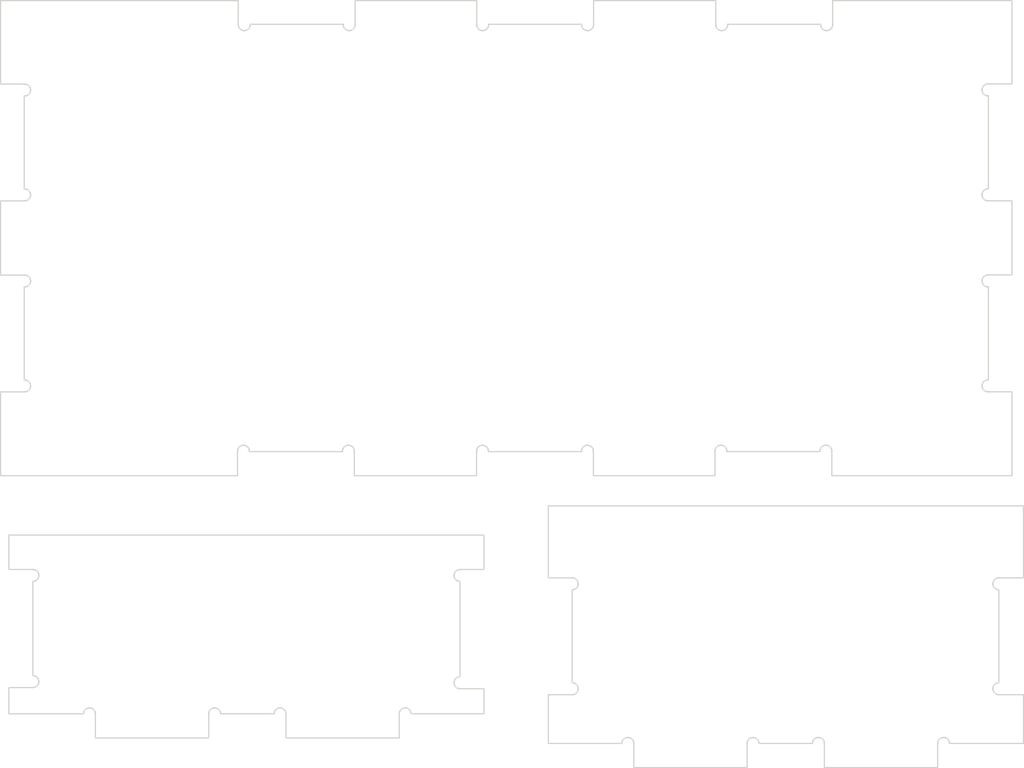
<source format=kicad_pcb>
(kicad_pcb (version 20211014) (generator pcbnew)
  (layers (0 "F.Cu" signal) (31 "B.Cu" signal) (34 "B.Paste" user) (35 "F.Paste" user) (36 "B.SilkS" user "B.Silkscreen") (37 "F.SilkS" user "F.Silkscreen") (38 "B.Mask" user) (39 "F.Mask" user) (44 "Edge.Cuts" user))
  (net 0 "")
  (gr_line (start 24.063368 132.371982) (end 24.048787 132.381499) (layer "Edge.Cuts") (width 0.1))
  (gr_line (start 90.816254 186.573548) (end 90.82235 186.58973) (layer "Edge.Cuts") (width 0.1))
  (gr_line (start 55.20092 186.297655) (end 55.20092 184.278379) (layer "Edge.Cuts") (width 0.1))
  (gr_line (start 61.947876 161.809856) (end 61.963399 161.801968) (layer "Edge.Cuts") (width 0.1))
  (gr_line (start 24.627459 173.144898) (end 24.610912 173.149918) (layer "Edge.Cuts") (width 0.1))
  (gr_line (start 51.464004 126.665966) (end 51.457157 126.681975) (layer "Edge.Cuts") (width 0.1))
  (gr_line (start 23.784656 131.458103) (end 23.802064 131.45847) (layer "Edge.Cuts") (width 0.1))
  (gr_line (start 24.207198 148.241707) (end 24.197734 148.256322) (layer "Edge.Cuts") (width 0.1))
  (gr_line (start 104.994558 173.447219) (end 104.992231 173.430084) (layer "Edge.Cuts") (width 0.1))
  (gr_line (start 44.941022 183.852011) (end 44.956003 183.843252) (layer "Edge.Cuts") (width 0.1))
  (gr_line (start 105.067091 173.640053) (end 105.058053 173.625311) (layer "Edge.Cuts") (width 0.1))
  (gr_line (start 82.462596 126.927012) (end 82.446808 126.934354) (layer "Edge.Cuts") (width 0.1))
  (gr_line (start 90.240011 186.270461) (end 90.256933 186.266898) (layer "Edge.Cuts") (width 0.1))
  (gr_line (start 24.934382 172.473794) (end 24.940857 172.489827) (layer "Edge.Cuts") (width 0.1))
  (gr_line (start 104.280403 157.172381) (end 104.26652 157.161873) (layer "Edge.Cuts") (width 0.1))
  (gr_line (start 24.282527 156.795136) (end 24.281617 156.812524) (layer "Edge.Cuts") (width 0.1))
  (gr_line (start 29.677107 184.076915) (end 29.683851 184.092905) (layer "Edge.Cuts") (width 0.1))
  (gr_line (start 39.819932 183.788375) (end 39.836885 183.792124) (layer "Edge.Cuts") (width 0.1))
  (gr_line (start 104.590765 140.249562) (end 104.608156 140.250408) (layer "Edge.Cuts") (width 0.1))
  (gr_line (start 59.893955 172.966182) (end 59.883919 172.9521) (layer "Edge.Cuts") (width 0.1))
  (gr_line (start 24.85467 172.993262) (end 24.843231 173.006229) (layer "Edge.Cuts") (width 0.1))
  (gr_line (start 60.19608 172.179107) (end 60.21308 172.175943) (layer "Edge.Cuts") (width 0.1))
  (gr_line (start 29.120833 183.789102) (end 29.1379 183.785961) (layer "Edge.Cuts") (width 0.1))
  (gr_line (start 40.023742 183.880864) (end 40.03736 183.891634) (layer "Edge.Cuts") (width 0.1))
  (gr_line (start 105.016066 173.208448) (end 105.021982 173.1922) (layer "Edge.Cuts") (width 0.1))
  (gr_line (start 74.115088 186.328022) (end 74.130105 186.319448) (layer "Edge.Cuts") (width 0.1))
  (gr_line (start 24.973303 172.641398) (end 24.973959 172.658678) (layer "Edge.Cuts") (width 0.1))
  (gr_line (start 42.505547 161.916307) (end 42.516996 161.929425) (layer "Edge.Cuts") (width 0.1))
  (gr_line (start 44.747266 184.068812) (end 44.75484 184.053199) (layer "Edge.Cuts") (width 0.1))
  (gr_line (start 84.630938 186.320142) (end 84.64623 186.312109) (layer "Edge.Cuts") (width 0.1))
  (gr_line (start 23.784656 141.258525) (end 23.767246 141.258285) (layer "Edge.Cuts") (width 0.1))
  (gr_line (start 28.945358 183.861285) (end 28.960026 183.852011) (layer "Edge.Cuts") (width 0.1))
  (gr_line (start 24.779701 173.06472) (end 24.765835 173.075052) (layer "Edge.Cuts") (width 0.1))
  (gr_line (start 70.4972 126.496618) (end 70.496833 126.47921) (layer "Edge.Cuts") (width 0.1))
  (gr_line (start 74.835258 186.573548) (end 74.841354 186.58973) (layer "Edge.Cuts") (width 0.1))
  (gr_line (start 21.766918 141.258181) (end 21.766918 147.477379) (layer "Edge.Cuts") (width 0.1))
  (gr_line (start 104.538562 141.247976) (end 104.521222 141.246399) (layer "Edge.Cuts") (width 0.1))
  (gr_line (start 105.384585 181.679738) (end 105.401709 181.676401) (layer "Edge.Cuts") (width 0.1))
  (gr_line (start 24.207198 157.042136) (end 24.197734 157.056751) (layer "Edge.Cuts") (width 0.1))
  (gr_line (start 45.700548 184.261849) (end 45.700849 184.2792) (layer "Edge.Cuts") (width 0.1))
  (gr_line (start 24.868143 181.879155) (end 24.857167 181.892716) (layer "Edge.Cuts") (width 0.1))
  (gr_line (start 70.187969 173.240873) (end 70.192171 173.257647) (layer "Edge.Cuts") (width 0.1))
  (gr_line (start 24.246589 132.144989) (end 24.2398 132.161023) (layer "Edge.Cuts") (width 0.1))
  (gr_line (start 105.30599 172.90599) (end 105.322192 172.899948) (layer "Edge.Cuts") (width 0.1))
  (gr_line (start 41.63463 162.249769) (end 41.634997 162.232361) (layer "Edge.Cuts") (width 0.1))
  (gr_line (start 50.656031 161.836692) (end 50.670647 161.827228) (layer "Edge.Cuts") (width 0.1))
  (gr_line (start 74.225593 186.27933) (end 74.242227 186.274606) (layer "Edge.Cuts") (width 0.1))
  (gr_line (start 105.035483 173.160367) (end 105.04305 173.144819) (layer "Edge.Cuts") (width 0.1))
  (gr_line (start 71.246948 161.827228) (end 71.261563 161.836692) (layer "Edge.Cuts") (width 0.1))
  (gr_line (start 51.49305 126.565806) (end 51.489673 126.582887) (layer "Edge.Cuts") (width 0.1))
  (gr_line (start 24.974017 172.675969) (end 24.973478 172.693252) (layer "Edge.Cuts") (width 0.1))
  (gr_line (start 59.863001 181.918957) (end 59.854546 181.903696) (layer "Edge.Cuts") (width 0.1))
  (gr_line (start 45.136062 183.783415) (end 45.153306 183.781465) (layer "Edge.Cuts") (width 0.1))
  (gr_line (start 90.560966 186.303882) (end 90.576539 186.311398) (layer "Edge.Cuts") (width 0.1))
  (gr_line (start 62.21381 126.977081) (end 62.196401 126.977384) (layer "Edge.Cuts") (width 0.1))
  (gr_line (start 60.021315 172.251258) (end 60.035925 172.242008) (layer "Edge.Cuts") (width 0.1))
  (gr_line (start 40.140924 184.007812) (end 40.150065 184.022574) (layer "Edge.Cuts") (width 0.1))
  (gr_line (start 104.191638 148.288861) (end 104.180702 148.275312) (layer "Edge.Cuts") (width 0.1))
  (gr_line (start 60.158024 181.188467) (end 60.174873 181.183944) (layer "Edge.Cuts") (width 0.1))
  (gr_line (start 55.449125 183.846719) (end 55.464265 183.838218) (layer "Edge.Cuts") (width 0.1))
  (gr_line (start 70.194212 182.273427) (end 70.190289 182.290427) (layer "Edge.Cuts") (width 0.1))
  (gr_line (start 81.923113 126.860927) (end 81.909953 126.849526) (layer "Edge.Cuts") (width 0.1))
  (gr_line (start 24.970201 172.60696) (end 24.97205 172.624152) (layer "Edge.Cuts") (width 0.1))
  (gr_line (start 74.767226 186.453593) (end 74.77751 186.467494) (layer "Edge.Cuts") (width 0.1))
  (gr_line (start 60.209757 173.161504) (end 60.192779 173.158226) (layer "Edge.Cuts") (width 0.1))
  (gr_line (start 42.065201 161.756439) (end 42.082484 161.754322) (layer "Edge.Cuts") (width 0.1))
  (gr_line (start 59.79606 181.669036) (end 59.796364 181.651592) (layer "Edge.Cuts") (width 0.1))
  (gr_line (start 24.961106 172.555909) (end 24.964726 172.572818) (layer "Edge.Cuts") (width 0.1))
  (gr_line (start 56.139684 184.037644) (end 56.147778 184.053005) (layer "Edge.Cuts") (width 0.1))
  (gr_line (start 24.271954 140.654811) (end 24.275269 140.671904) (layer "Edge.Cuts") (width 0.1))
  (gr_line (start 40.214457 184.20116) (end 40.216841 184.218358) (layer "Edge.Cuts") (width 0.1))
  (gr_line (start 23.888334 131.469357) (end 23.905287 131.473327) (layer "Edge.Cuts") (width 0.1))
  (gr_line (start 104.075181 147.968089) (end 104.075484 147.95068) (layer "Edge.Cuts") (width 0.1))
  (gr_line (start 90.827883 186.606113) (end 90.832846 186.622678) (layer "Edge.Cuts") (width 0.1))
  (gr_line (start 50.614284 161.868052) (end 50.627833 161.857116) (layer "Edge.Cuts") (width 0.1))
  (gr_line (start 24.2398 131.755176) (end 24.246589 131.77121) (layer "Edge.Cuts") (width 0.1))
  (gr_line (start 29.700701 184.142141) (end 29.705167 184.15891) (layer "Edge.Cuts") (width 0.1))
  (gr_line (start 105.301278 181.705248) (end 105.317563 181.698989) (layer "Edge.Cuts") (width 0.1))
  (gr_line (start 59.881483 181.389526) (end 59.891486 181.375232) (layer "Edge.Cuts") (width 0.1))
  (gr_line (start 104.386599 157.231591) (end 104.37059 157.224744) (layer "Edge.Cuts") (width 0.1))
  (gr_line (start 74.871009 186.758599) (end 74.871009 188.777155) (layer "Edge.Cuts") (width 0.1))
  (gr_line (start 71.375894 161.942934) (end 71.386402 161.956817) (layer "Edge.Cuts") (width 0.1))
  (gr_line (start 42.427928 161.846658) (end 42.44185 161.857116) (layer "Edge.Cuts") (width 0.1))
  (gr_line (start 23.767246 140.258771) (end 23.784656 140.258532) (layer "Edge.Cuts") (width 0.1))
  (gr_line (start 104.170244 132.242192) (end 104.160277 132.227915) (layer "Edge.Cuts") (width 0.1))
  (gr_line (start 104.253011 141.131688) (end 104.239893 141.120239) (layer "Edge.Cuts") (width 0.1))
  (gr_line (start 104.150813 140.48491) (end 104.160277 140.470295) (layer "Edge.Cuts") (width 0.1))
  (gr_line (start 71.367749 126.812672) (end 71.35585 126.825384) (layer "Edge.Cuts") (width 0.1))
  (gr_line (start 74.870474 186.759319) (end 74.871009 186.758599) (layer "Edge.Cuts") (width 0.1))
  (gr_line (start 24.782022 181.177508) (end 24.795577 181.188492) (layer "Edge.Cuts") (width 0.1))
  (gr_line (start 24.143119 147.630612) (end 24.154972 147.643367) (layer "Edge.Cuts") (width 0.1))
  (gr_line (start 100.723958 186.275392) (end 100.740729 186.271255) (layer "Edge.Cuts") (width 0.1))
  (gr_line (start 71.438765 162.047005) (end 71.445612 162.063014) (layer "Edge.Cuts") (width 0.1))
  (gr_line (start 51.348938 161.971058) (end 51.358455 161.985639) (layer "Edge.Cuts") (width 0.1))
  (gr_line (start 61.861339 161.868052) (end 61.874888 161.857116) (layer "Edge.Cuts") (width 0.1))
  (gr_line (start 74.242227 186.274606) (end 74.259015 186.270461) (layer "Edge.Cuts") (width 0.1))
  (gr_line (start 50.607576 126.786045) (end 50.597068 126.772162) (layer "Edge.Cuts") (width 0.1))
  (gr_line (start 24.166373 141.0793) (end 24.154972 141.09246) (layer "Edge.Cuts") (width 0.1))
  (gr_line (start 100.426223 186.496689) (end 100.435528 186.482135) (layer "Edge.Cuts") (width 0.1))
  (gr_line (start 24.959224 181.692335) (end 24.95471 181.709188) (layer "Edge.Cuts") (width 0.1))
  (gr_line (start 84.896981 186.25937) (end 84.914214 186.260563) (layer "Edge.Cuts") (width 0.1))
  (gr_line (start 69.825266 173.856099) (end 69.808412 173.859963) (layer "Edge.Cuts") (width 0.1))
  (gr_line (start 59.901983 181.976775) (end 59.891486 181.96284) (layer "Edge.Cuts") (width 0.1))
  (gr_line (start 41.99712 161.770876) (end 42.013942 161.766379) (layer "Edge.Cuts") (width 0.1))
  (gr_line (start 24.246589 156.964616) (end 24.2398 156.98065) (layer "Edge.Cuts") (width 0.1))
  (gr_line (start 24.878639 181.86522) (end 24.868143 181.879155) (layer "Edge.Cuts") (width 0.1))
  (gr_line (start 51.495831 126.548618) (end 51.49305 126.565806) (layer "Edge.Cuts") (width 0.1))
  (gr_line (start 50.454841 162.112334) (end 50.459981 162.095698) (layer "Edge.Cuts") (width 0.1))
  (gr_line (start 73.953644 186.481743) (end 73.963442 186.467494) (layer "Edge.Cuts") (width 0.1))
  (gr_line (start 91.082155 161.762471) (end 91.099123 161.766379) (layer "Edge.Cuts") (width 0.1))
  (gr_line (start 45.101829 183.789102) (end 45.118896 183.785961) (layer "Edge.Cuts") (width 0.1))
  (gr_line (start 71.261563 161.836692) (end 71.27584 161.846658) (layer "Edge.Cuts") (width 0.1))
  (gr_line (start 70.842669 126.953025) (end 70.826201 126.947369) (layer "Edge.Cuts") (width 0.1))
  (gr_line (start 104.170244 141.04262) (end 104.160277 141.028343) (layer "Edge.Cuts") (width 0.1))
  (gr_line (start 101.258822 186.467911) (end 101.268624 186.482135) (layer "Edge.Cuts") (width 0.1))
  (gr_line (start 24.828983 172.316824) (end 24.840948 172.329307) (layer "Edge.Cuts") (width 0.1))
  (gr_line (start 23.938727 131.483025) (end 23.955174 131.488741) (layer "Edge.Cuts") (width 0.1))
  (gr_line (start 24.22457 140.992762) (end 24.216147 141.008001) (layer "Edge.Cuts") (width 0.1))
  (gr_line (start 24.166373 157.098498) (end 24.154972 157.111658) (layer "Edge.Cuts") (width 0.1))
  (gr_line (start 61.683199 162.284571) (end 61.682353 162.267179) (layer "Edge.Cuts") (width 0.1))
  (gr_line (start 70.50193 126.548618) (end 70.49975 126.531343) (layer "Edge.Cuts") (width 0.1))
  (gr_line (start 90.481358 162.197636) (end 90.483538 162.180362) (layer "Edge.Cuts") (width 0.1))
  (gr_line (start 84.615932 186.328699) (end 84.630938 186.320142) (layer "Edge.Cuts") (width 0.1))
  (gr_line (start 24.166373 132.278871) (end 24.154972 132.292031) (layer "Edge.Cuts") (width 0.1))
  (gr_line (start 40.218625 184.235629) (end 40.219809 184.252951) (layer "Edge.Cuts") (width 0.1))
  (gr_line (start 71.420229 126.743341) (end 71.410712 126.757922) (layer "Edge.Cuts") (width 0.1))
  (gr_line (start 81.744255 126.496618) (end 81.743888 126.47921) (layer "Edge.Cuts") (width 0.1))
  (gr_line (start 51.055741 161.766379) (end 51.072562 161.770876) (layer "Edge.Cuts") (width 0.1))
  (gr_line (start 59.951085 173.030938) (end 59.938776 173.018792) (layer "Edge.Cuts") (width 0.1))
  (gr_line (start 24.258471 156.931888) (end 24.252815 156.948356) (layer "Edge.Cuts") (width 0.1))
  (gr_line (start 24.197734 156.498703) (end 24.207198 156.513318) (layer "Edge.Cuts") (width 0.1))
  (gr_line (start 104.989991 182.133896) (end 104.991511 182.116516) (layer "Edge.Cuts") (width 0.1))
  (gr_line (start 104.191638 156.447746) (end 104.203039 156.434586) (layer "Edge.Cuts") (width 0.1))
  (gr_line (start 74.379122 186.257953) (end 74.396404 186.258551) (layer "Edge.Cuts") (width 0.1))
  (gr_line (start 24.645277 182.041189) (end 24.628783 182.046876) (layer "Edge.Cuts") (width 0.1))
  (gr_line (start 51.338919 161.956817) (end 51.348938 161.971058) (layer "Edge.Cuts") (width 0.1))
  (gr_line (start 100.877977 186.25937) (end 100.89521 186.260563) (layer "Edge.Cuts") (width 0.1))
  (gr_line (start 41.737429 126.665966) (end 41.731144 126.649728) (layer "Edge.Cuts") (width 0.1))
  (gr_line (start 104.993636 182.238325) (end 104.991511 182.221008) (layer "Edge.Cuts") (width 0.1))
  (gr_line (start 71.35585 126.825384) (end 71.343516 126.837673) (layer "Edge.Cuts") (width 0.1))
  (gr_line (start 50.64191 126.825384) (end 50.630011 126.812672) (layer "Edge.Cuts") (width 0.1))
  (gr_line (start 81.729183 162.031244) (end 81.737127 162.01575) (layer "Edge.Cuts") (width 0.1))
  (gr_line (start 70.635853 161.891306) (end 70.648608 161.879454) (layer "Edge.Cuts") (width 0.1))
  (gr_line (start 70.61446 126.799554) (end 70.603475 126.786045) (layer "Edge.Cuts") (width 0.1))
  (gr_line (start 91.061722 126.977081) (end 91.044313 126.977384) (layer "Edge.Cuts") (width 0.1))
  (gr_line (start 104.227181 131.58987) (end 104.239893 131.577971) (layer "Edge.Cuts") (width 0.1))
  (gr_line (start 61.917702 161.827228) (end 61.932638 161.818279) (layer "Edge.Cuts") (width 0.1))
  (gr_line (start 104.118211 147.765166) (end 104.125553 147.749378) (layer "Edge.Cuts") (width 0.1))
  (gr_line (start 69.719324 172.870948) (end 69.736598 172.871737) (layer "Edge.Cuts") (width 0.1))
  (gr_line (start 90.585083 161.942934) (end 90.596068 161.929425) (layer "Edge.Cuts") (width 0.1))
  (gr_line (start 104.402837 156.299159) (end 104.419284 156.293443) (layer "Edge.Cuts") (width 0.1))
  (gr_line (start 90.574574 161.956817) (end 90.585083 161.942934) (layer "Edge.Cuts") (width 0.1))
  (gr_line (start 62.693481 126.531343) (end 62.691301 126.548618) (layer "Edge.Cuts") (width 0.1))
  (gr_line (start 55.851346 183.801376) (end 55.867817 183.806868) (layer "Edge.Cuts") (width 0.1))
  (gr_line (start 45.407193 183.823763) (end 45.422873 183.831198) (layer "Edge.Cuts") (width 0.1))
  (gr_line (start 24.216147 157.027199) (end 24.207198 157.042136) (layer "Edge.Cuts") (width 0.1))
  (gr_line (start 69.922683 173.820936) (end 69.906986 173.82819) (layer "Edge.Cuts") (width 0.1))
  (gr_line (start 74.327297 186.259747) (end 74.344548 186.258551) (layer "Edge.Cuts") (width 0.1))
  (gr_line (start 24.216147 132.207572) (end 24.207198 132.222508) (layer "Edge.Cuts") (width 0.1))
  (gr_line (start 105.003615 182.289682) (end 104.999692 182.272682) (layer "Edge.Cuts") (width 0.1))
  (gr_line (start 42.623369 162.146092) (end 42.626746 162.163173) (layer "Edge.Cuts") (width 0.1))
  (gr_line (start 62.446519 161.827228) (end 62.461134 161.836692) (layer "Edge.Cuts") (width 0.1))
  (gr_line (start 24.252815 140.929157) (end 24.246589 140.945418) (layer "Edge.Cuts") (width 0.1))
  (gr_line (start 101.190264 186.39042) (end 101.202784 186.402322) (layer "Edge.Cuts") (width 0.1))
  (gr_line (start 71.27584 161.846658) (end 71.289762 161.857116) (layer "Edge.Cuts") (width 0.1))
  (gr_line (start 59.976924 173.053915) (end 59.963806 173.04265) (layer "Edge.Cuts") (width 0.1))
  (gr_line (start 24.942055 172.845039) (end 24.935688 172.861116) (layer "Edge.Cuts") (width 0.1))
  (gr_line (start 59.854546 181.434376) (end 59.863001 181.419115) (layer "Edge.Cuts") (width 0.1))
  (gr_line (start 59.804762 172.761889) (end 59.801844 172.744846) (layer "Edge.Cuts") (width 0.1))
  (gr_line (start 55.251546 184.060243) (end 55.259391 184.044753) (layer "Edge.Cuts") (width 0.1))
  (gr_line (start 45.274446 183.784646) (end 45.291564 183.787498) (layer "Edge.Cuts") (width 0.1))
  (gr_line (start 44.858314 183.914961) (end 44.87116 183.903294) (layer "Edge.Cuts") (width 0.1))
  (gr_line (start 41.751676 126.697736) (end 41.744276 126.681975) (layer "Edge.Cuts") (width 0.1))
  (gr_line (start 50.50202 126.444409) (end 42.699414 126.444409) (layer "Edge.Cuts") (width 0.1))
  (gr_line (start 101.107224 186.328699) (end 101.121925 186.33777) (layer "Edge.Cuts") (width 0.1))
  (gr_line (start 70.623518 161.903596) (end 70.635853 161.891306) (layer "Edge.Cuts") (width 0.1))
  (gr_line (start 85.321756 186.542156) (end 85.328967 186.557853) (layer "Edge.Cuts") (width 0.1))
  (gr_line (start 70.203406 173.412244) (end 70.201673 173.429449) (layer "Edge.Cuts") (width 0.1))
  (gr_line (start 82.743514 126.496618) (end 82.742542 126.514003) (layer "Edge.Cuts") (width 0.1))
  (gr_line (start 100.352005 188.777155) (end 100.352005 186.759009) (layer "Edge.Cuts") (width 0.1))
  (gr_line (start 104.280403 140.345456) (end 104.294643 140.335437) (layer "Edge.Cuts") (width 0.1))
  (gr_line (start 71.479619 162.197636) (end 71.481196 162.214977) (layer "Edge.Cuts") (width 0.1))
  (gr_line (start 105.110364 173.04457) (end 105.121891 173.03168) (layer "Edge.Cuts") (width 0.1))
  (gr_line (start 90.697627 126.837673) (end 90.685292 126.825384) (layer "Edge.Cuts") (width 0.1))
  (gr_line (start 59.815415 181.806808) (end 59.810901 181.789955) (layer "Edge.Cuts") (width 0.1))
  (gr_line (start 89.925341 186.496322) (end 89.93464 186.481743) (layer "Edge.Cuts") (width 0.1))
  (gr_line (start 105.018906 182.339715) (end 105.013228 182.323218) (layer "Edge.Cuts") (width 0.1))
  (gr_line (start 50.437976 162.197636) (end 50.440156 162.180362) (layer "Edge.Cuts") (width 0.1))
  (gr_line (start 39.239628 184.141251) (end 39.244679 184.124639) (layer "Edge.Cuts") (width 0.1))
  (gr_line (start 23.854064 141.253428) (end 23.836789 141.255608) (layer "Edge.Cuts") (width 0.1))
  (gr_line (start 73.884715 186.639404) (end 73.889102 186.622678) (layer "Edge.Cuts") (width 0.1))
  (gr_line (start 90.846892 186.690353) (end 90.848931 186.707525) (layer "Edge.Cuts") (width 0.1))
  (gr_line (start 55.749432 183.780687) (end 55.766683 183.782652) (layer "Edge.Cuts") (width 0.1))
  (gr_line (start 104.538562 132.447548) (end 104.521222 132.44597) (layer "Edge.Cuts") (width 0.1))
  (gr_line (start 104.080025 147.898663) (end 104.082742 147.881465) (layer "Edge.Cuts") (width 0.1))
  (gr_line (start 51.153767 161.801968) (end 51.169289 161.809856) (layer "Edge.Cuts") (width 0.1))
  (gr_line (start 104.076394 156.733721) (end 104.077908 156.716375) (layer "Edge.Cuts") (width 0.1))
  (gr_line (start 24.949611 181.41696) (end 24.95471 181.433644) (layer "Edge.Cuts") (width 0.1))
  (gr_line (start 45.468235 183.856701) (end 45.482736 183.866235) (layer "Edge.Cuts") (width 0.1))
  (gr_line (start 105.368638 173.856735) (end 105.351927 173.852291) (layer "Edge.Cuts") (width 0.1))
  (gr_line (start 70.55914 161.985639) (end 70.568657 161.971058) (layer "Edge.Cuts") (width 0.1))
  (gr_line (start 104.09954 140.90348) (end 104.094461 140.886826) (layer "Edge.Cuts") (width 0.1))
  (gr_line (start 90.775514 161.794625) (end 90.791548 161.787837) (layer "Edge.Cuts") (width 0.1))
  (gr_line (start 61.97769 126.927012) (end 61.962167 126.919124) (layer "Edge.Cuts") (width 0.1))
  (gr_line (start 82.647748 126.772162) (end 82.637239 126.786045) (layer "Edge.Cuts") (width 0.1))
  (gr_line (start 41.725428 126.633281) (end 41.720288 126.616645) (layer "Edge.Cuts") (width 0.1))
  (gr_line (start 104.111422 148.154978) (end 104.105196 148.138718) (layer "Edge.Cuts") (width 0.1))
  (gr_line (start 100.946519 186.267699) (end 100.963423 186.271255) (layer "Edge.Cuts") (width 0.1))
  (gr_line (start 81.755142 126.582887) (end 81.751765 126.565806) (layer "Edge.Cuts") (width 0.1))
  (gr_line (start 90.564098 126.616645) (end 90.559541 126.599841) (layer "Edge.Cuts") (width 0.1))
  (gr_line (start 73.899598 186.58973) (end 73.905694 186.573548) (layer "Edge.Cuts") (width 0.1))
  (gr_line (start 39.995423 183.860775) (end 40.009757 183.870574) (layer "Edge.Cuts") (width 0.1))
  (gr_line (start 70.052561 181.809935) (end 70.064894 181.822275) (layer "Edge.Cuts") (width 0.1))
  (gr_line (start 55.990753 183.870574) (end 56.004738 183.880864) (layer "Edge.Cuts") (width 0.1))
  (gr_line (start 23.784656 140.258532) (end 23.802064 140.258898) (layer "Edge.Cuts") (width 0.1))
  (gr_line (start 84.428153 186.526717) (end 84.43643 186.511556) (layer "Edge.Cuts") (width 0.1))
  (gr_line (start 23.987421 156.321501) (end 24.003182 156.328901) (layer "Edge.Cuts") (width 0.1))
  (gr_line (start 61.979187 161.794625) (end 61.995221 161.787837) (layer "Edge.Cuts") (width 0.1))
  (gr_line (start 90.923628 126.9626) (end 90.906807 126.958104) (layer "Edge.Cuts") (width 0.1))
  (gr_line (start 23.767246 141.258285) (end 23.749855 141.25744) (layer "Edge.Cuts") (width 0.1))
  (gr_line (start 74.145409 186.311398) (end 74.160983 186.303882) (layer "Edge.Cuts") (width 0.1))
  (gr_line (start 104.990499 173.41288) (end 104.989362 173.395626) (layer "Edge.Cuts") (width 0.1))
  (gr_line (start 90.190128 186.284626) (end 90.206589 186.27933) (layer "Edge.Cuts") (width 0.1))
  (gr_line (start 85.032263 186.285391) (end 85.048516 186.291242) (layer "Edge.Cuts") (width 0.1))
  (gr_line (start 24.857167 181.250116) (end 24.868143 181.263677) (layer "Edge.Cuts") (width 0.1))
  (gr_line (start 81.67809 164.30267) (end 81.67809 162.284571) (layer "Edge.Cuts") (width 0.1))
  (gr_line (start 69.838731 172.888926) (end 69.855311 172.893834) (layer "Edge.Cuts") (width 0.1))
  (gr_line (start 105.009738 173.514646) (end 105.00507 173.497996) (layer "Edge.Cuts") (width 0.1))
  (gr_line (start 62.400822 161.801968) (end 62.416344 161.809856) (layer "Edge.Cuts") (width 0.1))
  (gr_line (start 91.544232 126.444409) (end 91.543225 126.444409) (layer "Edge.Cuts") (width 0.1))
  (gr_line (start 23.749855 157.276638) (end 23.749855 157.277379) (layer "Edge.Cuts") (width 0.1))
  (gr_line (start 42.434736 126.919124) (end 42.419214 126.927012) (layer "Edge.Cuts") (width 0.1))
  (gr_line (start 81.870786 161.857116) (end 81.884708 161.846658) (layer "Edge.Cuts") (width 0.1))
  (gr_line (start 70.203913 182.204373) (end 70.202393 182.221753) (layer "Edge.Cuts") (width 0.1))
  (gr_line (start 73.880909 186.656272) (end 73.884715 186.639404) (layer "Edge.Cuts") (width 0.1))
  (gr_line (start 104.076394 131.983688) (end 104.075484 131.9663) (layer "Edge.Cuts") (width 0.1))
  (gr_line (start 24.187767 141.05183) (end 24.17731 141.065751) (layer "Edge.Cuts") (width 0.1))
  (gr_line (start 41.980466 161.775955) (end 41.99712 161.770876) (layer "Edge.Cuts") (width 0.1))
  (gr_line (start 82.706958 126.665966) (end 82.700111 126.681975) (layer "Edge.Cuts") (width 0.1))
  (gr_line (start 104.170244 148.26139) (end 104.160277 148.247113) (layer "Edge.Cuts") (width 0.1))
  (gr_line (start 105.167263 182.551686) (end 105.154099 182.540237) (layer "Edge.Cuts") (width 0.1))
  (gr_line (start 24.22457 132.192334) (end 24.216147 132.207572) (layer "Edge.Cuts") (width 0.1))
  (gr_line (start 45.573807 183.94618) (end 45.585139 183.959323) (layer "Edge.Cuts") (width 0.1))
  (gr_line (start 42.413651 161.836692) (end 42.427928 161.846658) (layer "Edge.Cuts") (width 0.1))
  (gr_line (start 60.110142 173.133158) (end 60.094204 173.126452) (layer "Edge.Cuts") (width 0.1))
  (gr_line (start 42.663576 126.665966) (end 42.656729 126.681975) (layer "Edge.Cuts") (width 0.1))
  (gr_line (start 60.045901 181.236115) (end 60.061157 181.227651) (layer "Edge.Cuts") (width 0.1))
  (gr_line (start 42.131077 126.97254) (end 42.113878 126.969823) (layer "Edge.Cuts") (width 0.1))
  (gr_line (start 59.874377 172.93768) (end 59.865339 172.922938) (layer "Edge.Cuts") (width 0.1))
  (gr_line (start 85.296933 186.496689) (end 85.305729 186.511556) (layer "Edge.Cuts") (width 0.1))
  (gr_line (start 59.988104 181.275128) (end 60.002034 181.264624) (layer "Edge.Cuts") (width 0.1))
  (gr_line (start 84.385484 186.63955) (end 84.389889 186.622847) (layer "Edge.Cuts") (width 0.1))
  (gr_line (start 23.987421 147.521072) (end 24.003182 147.528472) (layer "Edge.Cuts") (width 0.1))
  (gr_line (start 59.800922 181.738598) (end 59.798797 181.721282) (layer "Edge.Cuts") (width 0.1))
  (gr_line (start 50.751459 126.910701) (end 50.736523 126.901752) (layer "Edge.Cuts") (width 0.1))
  (gr_line (start 59.924401 181.334566) (end 59.936296 181.321803) (layer "Edge.Cuts") (width 0.1))
  (gr_line (start 24.105 141.140897) (end 24.091491 141.151883) (layer "Edge.Cuts") (width 0.1))
  (gr_line (start 105.021982 173.1922) (end 105.028457 173.176167) (layer "Edge.Cuts") (width 0.1))
  (gr_line (start 70.034857 172.994874) (end 70.047657 173.0065) (layer "Edge.Cuts") (width 0.1))
  (gr_line (start 59.799517 172.727711) (end 59.797785 172.710507) (layer "Edge.Cuts") (width 0.1))
  (gr_line (start 24.71928 172.233268) (end 24.734201 172.242008) (layer "Edge.Cuts") (width 0.1))
  (gr_line (start 90.832846 186.622678) (end 90.837234 186.639404) (layer "Edge.Cuts") (width 0.1))
  (gr_line (start 82.666751 162.146092) (end 82.670128 162.163173) (layer "Edge.Cuts") (width 0.1))
  (gr_line (start 82.315515 161.770876) (end 82.33217 161.775955) (layer "Edge.Cuts") (width 0.1))
  (gr_line (start 71.405938 161.985639) (end 71.414942 162.000542) (layer "Edge.Cuts") (width 0.1))
  (gr_line (start 24.821496 181.930988) (end 24.80874 181.94289) (layer "Edge.Cuts") (width 0.1))
  (gr_line (start 62.696158 126.4618) (end 62.696398 126.47921) (layer "Edge.Cuts") (width 0.1))
  (gr_line (start 39.397347 183.896803) (end 39.410791 183.885815) (layer "Edge.Cuts") (width 0.1))
  (gr_line (start 50.531192 161.956817) (end 50.541701 161.942934) (layer "Edge.Cuts") (width 0.1))
  (gr_line (start 50.721907 126.892288) (end 50.70763 126.882321) (layer "Edge.Cuts") (width 0.1))
  (gr_line (start 24.048787 131.534701) (end 24.063368 131.544217) (layer "Edge.Cuts") (width 0.1))
  (gr_line (start 62.112685 161.756439) (end 62.129967 161.754322) (layer "Edge.Cuts") (width 0.1))
  (gr_line (start 82.626835 162.031244) (end 82.634235 162.047005) (layer "Edge.Cuts") (width 0.1))
  (gr_line (start 105.240627 173.805459) (end 105.225765 173.796619) (layer "Edge.Cuts") (width 0.1))
  (gr_line (start 105.04305 173.144819) (end 105.051151 173.129542) (layer "Edge.Cuts") (width 0.1))
  (gr_line (start 70.119707 181.889997) (end 70.129206 181.904631) (layer "Edge.Cuts") (width 0.1))
  (gr_line (start 42.493648 161.903596) (end 42.505547 161.916307) (layer "Edge.Cuts") (width 0.1))
  (gr_line (start 60.260919 181.170272) (end 60.278341 181.16935) (layer "Edge.Cuts") (width 0.1))
  (gr_line (start 45.358738 183.804783) (end 45.375106 183.810548) (layer "Edge.Cuts") (width 0.1))
  (gr_line (start 70.675316 161.857116) (end 70.689238 161.846658) (layer "Edge.Cuts") (width 0.1))
  (gr_line (start 24.275269 156.864351) (end 24.271954 156.881445) (layer "Edge.Cuts") (width 0.1))
  (gr_line (start 101.248535 186.454034) (end 101.258822 186.467911) (layer "Edge.Cuts") (width 0.1))
  (gr_line (start 90.974887 126.97254) (end 90.957689 126.969823) (layer "Edge.Cuts") (width 0.1))
  (gr_line (start 44.733766 184.10078) (end 44.740239 184.084679) (layer "Edge.Cuts") (width 0.1))
  (gr_line (start 84.759733 186.271255) (end 84.776637 186.267699) (layer "Edge.Cuts") (width 0.1))
  (gr_line (start 104.077908 131.896747) (end 104.080025 131.879465) (layer "Edge.Cuts") (width 0.1))
  (gr_line (start 90.411851 186.261538) (end 90.428978 186.263922) (layer "Edge.Cuts") (width 0.1))
  (gr_line (start 71.400693 126.772162) (end 71.390184 126.786045) (layer "Edge.Cuts") (width 0.1))
  (gr_line (start 40.207908 184.167063) (end 40.211479 184.184054) (layer "Edge.Cuts") (width 0.1))
  (gr_line (start 104.294643 147.554207) (end 104.309224 147.54469) (layer "Edge.Cuts") (width 0.1))
  (gr_line (start 105.384585 182.657786) (end 105.367587 182.653854) (layer "Edge.Cuts") (width 0.1))
  (gr_line (start 56.200806 184.252951) (end 56.201388 184.270304) (layer "Edge.Cuts") (width 0.1))
  (gr_line (start 106.582548 141.249238) (end 104.608156 141.249238) (layer "Edge.Cuts") (width 0.1))
  (gr_line (start 90.428978 186.263922) (end 90.446012 186.266898) (layer "Edge.Cuts") (width 0.1))
  (gr_line (start 24.166373 140.437757) (end 24.17731 140.451306) (layer "Edge.Cuts") (width 0.1))
  (gr_line (start 24.281617 140.723731) (end 24.282527 140.741119) (layer "Edge.Cuts") (width 0.1))
  (gr_line (start 104.486759 157.260637) (end 104.469678 157.25726) (layer "Edge.Cuts") (width 0.1))
  (gr_line (start 23.955174 156.308368) (end 23.971412 156.314654) (layer "Edge.Cuts") (width 0.1))
  (gr_line (start 62.682107 162.249769) (end 62.681867 162.267179) (layer "Edge.Cuts") (width 0.1))
  (gr_line (start 24.282527 140.775937) (end 24.281617 140.793326) (layer "Edge.Cuts") (width 0.1))
  (gr_line (start 62.216908 161.752808) (end 62.234253 161.754322) (layer "Edge.Cuts") (width 0.1))
  (gr_line (start 62.011482 161.781611) (end 62.027949 161.775955) (layer "Edge.Cuts") (width 0.1))
  (gr_line (start 59.841356 172.876963) (end 59.834437 172.861116) (layer "Edge.Cuts") (width 0.1))
  (gr_line (start 41.744276 126.681975) (end 41.737429 126.665966) (layer "Edge.Cuts") (width 0.1))
  (gr_line (start 28.746859 184.117096) (end 28.75277 184.10078) (layer "Edge.Cuts") (width 0.1))
  (gr_line (start 91.212671 161.809856) (end 91.22791 161.818279) (layer "Edge.Cuts") (width 0.1))
  (gr_line (start 104.214892 141.096005) (end 104.203039 141.08325) (layer "Edge.Cuts") (width 0.1))
  (gr_line (start 104.141865 156.519045) (end 104.150813 156.504109) (layer "Edge.Cuts") (width 0.1))
  (gr_line (start 62.129967 161.754322) (end 62.147313 161.752808) (layer "Edge.Cuts") (width 0.1))
  (gr_line (start 69.924492 181.720196) (end 69.940034 181.728123) (layer "Edge.Cuts") (width 0.1))
  (gr_line (start 104.077908 156.820661) (end 104.076394 156.803315) (layer "Edge.Cuts") (width 0.1))
  (gr_line (start 51.419828 162.129139) (end 51.423798 162.146092) (layer "Edge.Cuts") (width 0.1))
  (gr_line (start 24.845724 181.905886) (end 24.833829 181.918649) (layer "Edge.Cuts") (width 0.1))
  (gr_line (start 91.47809 162.284571) (end 91.47809 164.30267) (layer "Edge.Cuts") (width 0.1))
  (gr_line (start 59.895968 172.369132) (end 59.906576 172.355477) (layer "Edge.Cuts") (width 0.1))
  (gr_line (start 59.912959 181.990336) (end 59.901983 181.976775) (layer "Edge.Cuts") (width 0.1))
  (gr_line (start 81.9136 161.827228) (end 81.928536 161.818279) (layer "Edge.Cuts") (width 0.1))
  (gr_line (start 104.989078 182.186206) (end 104.988774 182.168762) (layer "Edge.Cuts") (width 0.1))
  (gr_line (start 50.502274 126.514003) (end 50.501301 126.496618) (layer "Edge.Cuts") (width 0.1))
  (gr_line (start 90.661944 126.799554) (end 90.650958 126.786045) (layer "Edge.Cuts") (width 0.1))
  (gr_line (start 82.091385 161.759157) (end 82.108583 161.756439) (layer "Edge.Cuts") (width 0.1))
  (gr_line (start 104.180702 156.461295) (end 104.191638 156.447746) (layer "Edge.Cuts") (width 0.1))
  (gr_line (start 104.503947 156.273618) (end 104.521222 156.271438) (layer "Edge.Cuts") (width 0.1))
  (gr_line (start 40.110508 183.965553) (end 40.121134 183.979285) (layer "Edge.Cuts") (width 0.1))
  (gr_line (start 70.194212 182.065587) (end 70.19754 182.082713) (layer "Edge.Cuts") (width 0.1))
  (gr_line (start 105.064698 182.433639) (end 105.055715 182.418683) (layer "Edge.Cuts") (width 0.1))
  (gr_line (start 105.274262 172.919736) (end 105.290007 172.912588) (layer "Edge.Cuts") (width 0.1))
  (gr_line (start 104.354829 132.397717) (end 104.339335 132.389772) (layer "Edge.Cuts") (width 0.1))
  (gr_line (start 104.309224 156.345119) (end 104.324127 156.336115) (layer "Edge.Cuts") (width 0.1))
  (gr_line (start 62.369 161.787837) (end 62.385034 161.794625) (layer "Edge.Cuts") (width 0.1))
  (gr_line (start 74.813667 186.5264) (end 74.821406 186.541864) (layer "Edge.Cuts") (width 0.1))
  (gr_line (start 82.056995 126.941143) (end 82.040961 126.934354) (layer "Edge.Cuts") (width 0.1))
  (gr_line (start 101.061365 186.304608) (end 101.076926 186.312109) (layer "Edge.Cuts") (width 0.1))
  (gr_line (start 60.192779 173.158226) (end 60.175924 173.154362) (layer "Edge.Cuts") (width 0.1))
  (gr_line (start 104.988822 173.378342) (end 104.98888 173.361051) (layer "Edge.Cuts") (width 0.1))
  (gr_line (start 62.628804 126.728438) (end 62.6198 126.743341) (layer "Edge.Cuts") (width 0.1))
  (gr_line (start 90.906807 126.958104) (end 90.890152 126.953025) (layer "Edge.Cuts") (width 0.1))
  (gr_line (start 23.854064 147.482399) (end 23.871252 147.485179) (layer "Edge.Cuts") (width 0.1))
  (gr_line (start 84.827946 186.260563) (end 84.845179 186.25937) (layer "Edge.Cuts") (width 0.1))
  (gr_line (start 24.271954 132.061817) (end 24.268046 132.078785) (layer "Edge.Cuts") (width 0.1))
  (gr_line (start 55.391787 183.885815) (end 55.405604 183.8753) (layer "Edge.Cuts") (width 0.1))
  (gr_line (start 24.659983 173.133158) (end 24.643823 173.13931) (layer "Edge.Cuts") (width 0.1))
  (gr_line (start 82.212806 161.752808) (end 82.230152 161.754322) (layer "Edge.Cuts") (width 0.1))
  (gr_line (start 70.533756 126.665966) (end 70.527471 126.649728) (layer "Edge.Cuts") (width 0.1))
  (gr_line (start 71.48145 162.284571) (end 71.482191 162.284571) (layer "Edge.Cuts") (width 0.1))
  (gr_line (start 29.037693 183.813562) (end 29.053961 183.807522) (layer "Edge.Cuts") (width 0.1))
  (gr_line (start 104.09954 156.922679) (end 104.094461 156.906024) (layer "Edge.Cuts") (width 0.1))
  (gr_line (start 100.352354 186.742047) (end 100.353227 186.724794) (layer "Edge.Cuts") (width 0.1))
  (gr_line (start 60.162459 172.187189) (end 60.1792 172.182857) (layer "Edge.Cuts") (width 0.1))
  (gr_line (start 81.787658 126.681975) (end 81.780811 126.665966) (layer "Edge.Cuts") (width 0.1))
  (gr_line (start 81.96486 126.892288) (end 81.950583 126.882321) (layer "Edge.Cuts") (width 0.1))
  (gr_line (start 62.605509 161.985639) (end 62.614513 162.000542) (layer "Edge.Cuts") (width 0.1))
  (gr_line (start 50.983522 126.977081) (end 50.966134 126.976171) (layer "Edge.Cuts") (width 0.1))
  (gr_line (start 42.634384 162.267179) (end 42.633538 162.284571) (layer "Edge.Cuts") (width 0.1))
  (gr_line (start 44.833875 183.939597) (end 44.845881 183.927067) (layer "Edge.Cuts") (width 0.1))
  (gr_line (start 104.141865 157.01799) (end 104.133441 157.002752) (layer "Edge.Cuts") (width 0.1))
  (gr_line (start 51.47029 126.649728) (end 51.464004 126.665966) (layer "Edge.Cuts") (width 0.1))
  (gr_line (start 42.493804 126.882321) (end 42.479527 126.892288) (layer "Edge.Cuts") (width 0.1))
  (gr_line (start 104.503947 147.473189) (end 104.521222 147.471009) (layer "Edge.Cuts") (width 0.1))
  (gr_line (start 82.602905 126.825384) (end 82.590571 126.837673) (layer "Edge.Cuts") (width 0.1))
  (gr_line (start 70.037385 173.744387) (end 70.024266 173.755652) (layer "Edge.Cuts") (width 0.1))
  (gr_line (start 85.126228 186.328699) (end 85.140929 186.33777) (layer "Edge.Cuts") (width 0.1))
  (gr_line (start 42.603985 162.079251) (end 42.609702 162.095698) (layer "Edge.Cuts") (width 0.1))
  (gr_line (start 24.048787 140.335129) (end 24.063368 140.344646) (layer "Edge.Cuts") (width 0.1))
  (gr_line (start 70.482909 162.232361) (end 70.483882 162.214977) (layer "Edge.Cuts") (width 0.1))
  (gr_line (start 91.478195 162.267179) (end 91.477349 162.284571) (layer "Edge.Cuts") (width 0.1))
  (gr_line (start 60.00429 173.075052) (end 59.990424 173.06472) (layer "Edge.Cuts") (width 0.1))
  (gr_line (start 59.806978 181.565116) (end 59.810901 181.548116) (layer "Edge.Cuts") (width 0.1))
  (gr_line (start 74.869378 186.724757) (end 74.870225 186.742028) (layer "Edge.Cuts") (width 0.1))
  (gr_line (start 90.873684 126.947369) (end 90.857424 126.941143) (layer "Edge.Cuts") (width 0.1))
  (gr_line (start 24.886206 172.9521) (end 24.876171 172.966182) (layer "Edge.Cuts") (width 0.1))
  (gr_line (start 24.967759 172.589841) (end 24.970201 172.60696) (layer "Edge.Cuts") (width 0.1))
  (gr_line (start 39.424607 183.8753) (end 39.438781 183.865271) (layer "Edge.Cuts") (width 0.1))
  (gr_line (start 51.414813 126.757922) (end 51.404794 126.772162) (layer "Edge.Cuts") (width 0.1))
  (gr_line (start 81.959298 161.801968) (end 81.975086 161.794625) (layer "Edge.Cuts") (width 0.1))
  (gr_line (start 51.070357 126.97254) (end 51.053074 126.974657) (layer "Edge.Cuts") (width 0.1))
  (gr_line (start 24.166373 156.456955) (end 24.17731 156.470504) (layer "Edge.Cuts") (width 0.1))
  (gr_line (start 42.013942 161.766379) (end 42.030909 161.762471) (layer "Edge.Cuts") (width 0.1))
  (gr_line (start 24.898142 181.306539) (end 24.907124 181.321495) (layer "Edge.Cuts") (width 0.1))
  (gr_line (start 41.642508 162.163173) (end 41.645885 162.146092) (layer "Edge.Cuts") (width 0.1))
  (gr_line (start 71.491729 126.548618) (end 71.488949 126.565806) (layer "Edge.Cuts") (width 0.1))
  (gr_line (start 24.033884 148.409701) (end 24.018676 148.41818) (layer "Edge.Cuts") (width 0.1))
  (gr_line (start 24.865655 172.979908) (end 24.85467 172.993262) (layer "Edge.Cuts") (width 0.1))
  (gr_line (start 104.080025 140.679893) (end 104.082742 140.662695) (layer "Edge.Cuts") (width 0.1))
  (gr_line (start 70.496833 126.47921) (end 70.497073 126.4618) (layer "Edge.Cuts") (width 0.1))
  (gr_line (start 24.018676 131.517218) (end 24.033884 131.525697) (layer "Edge.Cuts") (width 0.1))
  (gr_line (start 62.475412 161.846658) (end 62.489333 161.857116) (layer "Edge.Cuts") (width 0.1))
  (gr_line (start 82.073256 126.947369) (end 82.056995 126.941143) (layer "Edge.Cuts") (width 0.1))
  (gr_line (start 60.299156 172.169019) (end 60.316443 172.169425) (layer "Edge.Cuts") (width 0.1))
  (gr_line (start 105.041533 173.594935) (end 105.03407 173.579336) (layer "Edge.Cuts") (width 0.1))
  (gr_line (start 42.046341 126.953025) (end 42.029874 126.947369) (layer "Edge.Cuts") (width 0.1))
  (gr_line (start 81.831323 161.891306) (end 81.844077 161.879454) (layer "Edge.Cuts") (width 0.1))
  (gr_line (start 71.215541 126.927012) (end 71.199753 126.934354) (layer "Edge.Cuts") (width 0.1))
  (gr_line (start 91.47809 164.30267) (end 106.582548 164.30267) (layer "Edge.Cuts") (width 0.1))
  (gr_line (start 82.742796 126.444409) (end 82.743641 126.4618) (layer "Edge.Cuts") (width 0.1))
  (gr_line (start 69.968139 173.795983) (end 69.953278 173.804824) (layer "Edge.Cuts") (width 0.1))
  (gr_line (start 100.860713 186.258774) (end 100.877977 186.25937) (layer "Edge.Cuts") (width 0.1))
  (gr_line (start 42.387392 126.941143) (end 42.371131 126.947369) (layer "Edge.Cuts") (width 0.1))
  (gr_line (start 91.28566 161.857116) (end 91.299209 161.868052) (layer "Edge.Cuts") (width 0.1))
  (gr_line (start 24.921307 172.892561) (end 24.913309 172.907893) (layer "Edge.Cuts") (width 0.1))
  (gr_line (start 101.341498 186.656396) (end 101.34474 186.673363) (layer "Edge.Cuts") (width 0.1))
  (gr_line (start 105.0842 181.874959) (end 105.094697 181.861023) (layer "Edge.Cuts") (width 0.1))
  (gr_line (start 44.740239 184.084679) (end 44.747266 184.068812) (layer "Edge.Cuts") (width 0.1))
  (gr_line (start 84.371357 186.742047) (end 84.372231 186.724794) (layer "Edge.Cuts") (width 0.1))
  (gr_line (start 105.018906 181.99781) (end 105.025156 181.981521) (layer "Edge.Cuts") (width 0.1))
  (gr_line (start 104.590765 157.268275) (end 104.573355 157.268514) (layer "Edge.Cuts") (width 0.1))
  (gr_line (start 24.474341 173.169009) (end 24.474341 181.071416) (layer "Edge.Cuts") (width 0.1))
  (gr_line (start 91.308722 126.901752) (end 91.293786 126.910701) (layer "Edge.Cuts") (width 0.1))
  (gr_line (start 91.293786 126.910701) (end 91.278547 126.919124) (layer "Edge.Cuts") (width 0.1))
  (gr_line (start 84.371009 188.777155) (end 84.371009 186.759009) (layer "Edge.Cuts") (width 0.1))
  (gr_line (start 81.803003 126.71323) (end 81.795058 126.697736) (layer "Edge.Cuts") (width 0.1))
  (gr_line (start 81.807089 161.916307) (end 81.818988 161.903596) (layer "Edge.Cuts") (width 0.1))
  (gr_line (start 90.544556 126.4618) (end 90.545402 126.444409) (layer "Edge.Cuts") (width 0.1))
  (gr_line (start 61.704282 126.565806) (end 61.701501 126.548618) (layer "Edge.Cuts") (width 0.1))
  (gr_line (start 90.779904 126.901752) (end 90.765289 126.892288) (layer "Edge.Cuts") (width 0.1))
  (gr_line (start 104.469678 157.25726) (end 104.452724 157.25329) (layer "Edge.Cuts") (width 0.1))
  (gr_line (start 59.800922 181.599474) (end 59.80365 181.582242) (layer "Edge.Cuts") (width 0.1))
  (gr_line (start 24.956904 172.539136) (end 24.961106 172.555909) (layer "Edge.Cuts") (width 0.1))
  (gr_line (start 69.75765 182.666742) (end 69.740271 182.668271) (layer "Edge.Cuts") (width 0.1))
  (gr_line (start 90.544316 126.47921) (end 90.544556 126.4618) (layer "Edge.Cuts") (width 0.1))
  (gr_line (start 90.794663 186.5264) (end 90.802402 186.541864) (layer "Edge.Cuts") (width 0.1))
  (gr_line (start 73.875057 186.690353) (end 73.877688 186.673262) (layer "Edge.Cuts") (width 0.1))
  (gr_line (start 91.467712 126.743341) (end 91.458195 126.757922) (layer "Edge.Cuts") (width 0.1))
  (gr_line (start 91.263024 126.927012) (end 91.247236 126.934354) (layer "Edge.Cuts") (width 0.1))
  (gr_line (start 82.743641 126.4618) (end 82.743881 126.47921) (layer "Edge.Cuts") (width 0.1))
  (gr_line (start 56.10213 183.979285) (end 56.112273 183.993376) (layer "Edge.Cuts") (width 0.1))
  (gr_line (start 104.294643 157.1824) (end 104.280403 157.172381) (layer "Edge.Cuts") (width 0.1))
  (gr_line (start 82.53703 161.903596) (end 82.548929 161.916307) (layer "Edge.Cuts") (width 0.1))
  (gr_line (start 24.612102 181.090847) (end 24.628783 181.095956) (layer "Edge.Cuts") (width 0.1))
  (gr_line (start 81.744127 126.4618) (end 81.744973 126.444409) (layer "Edge.Cuts") (width 0.1))
  (gr_line (start 100.540124 186.367949) (end 100.553808 186.357406) (layer "Edge.Cuts") (width 0.1))
  (gr_line (start 59.876198 172.397501) (end 59.885838 172.383145) (layer "Edge.Cuts") (width 0.1))
  (gr_line (start 70.828378 161.775955) (end 70.845033 161.770876) (layer "Edge.Cuts") (width 0.1))
  (gr_line (start 74.085988 186.346702) (end 74.100377 186.33711) (layer "Edge.Cuts") (width 0.1))
  (gr_line (start 105.001733 173.258282) (end 105.005935 173.241509) (layer "Edge.Cuts") (width 0.1))
  (gr_line (start 45.596008 183.972851) (end 45.606401 183.986748) (layer "Edge.Cuts") (width 0.1))
  (gr_line (start 104.486759 132.44101) (end 104.469678 132.437633) (layer "Edge.Cuts") (width 0.1))
  (gr_line (start 23.802064 140.258898) (end 23.819449 140.259871) (layer "Edge.Cuts") (width 0.1))
  (gr_line (start 104.37059 157.224744) (end 104.354829 157.217344) (layer "Edge.Cuts") (width 0.1))
  (gr_line (start 101.013259 186.285391) (end 101.029512 186.291242) (layer "Edge.Cuts") (width 0.1))
  (gr_line (start 70.573431 126.743341) (end 70.564427 126.728438) (layer "Edge.Cuts") (width 0.1))
  (gr_line (start 70.099207 182.477247) (end 70.088231 182.490808) (layer "Edge.Cuts") (width 0.1))
  (gr_line (start 24.539947 172.173368) (end 24.557046 172.175943) (layer "Edge.Cuts") (width 0.1))
  (gr_line (start 24.49163 173.1687) (end 24.474341 173.169009) (layer "Edge.Cuts") (width 0.1))
  (gr_line (start 82.023848 161.775955) (end 82.040502 161.770876) (layer "Edge.Cuts") (width 0.1))
  (gr_line (start 41.936094 126.901752) (end 41.921478 126.892288) (layer "Edge.Cuts") (width 0.1))
  (gr_line (start 89.908282 186.5264) (end 89.916552 186.511213) (layer "Edge.Cuts") (width 0.1))
  (gr_line (start 28.960026 183.852011) (end 28.975006 183.843252) (layer "Edge.Cuts") (width 0.1))
  (gr_line (start 24.930868 181.774717) (end 24.923498 181.79053) (layer "Edge.Cuts") (width 0.1))
  (gr_line (start 28.728977 184.184114) (end 28.732573 184.167137) (layer "Edge.Cuts") (width 0.1))
  (gr_line (start 91.485195 126.71323) (end 91.476716 126.728438) (layer "Edge.Cuts") (width 0.1))
  (gr_line (start 70.205024 173.360415) (end 70.205082 173.377707) (layer "Edge.Cuts") (width 0.1))
  (gr_line (start 40.203749 184.150206) (end 40.207908 184.167063) (layer "Edge.Cuts") (width 0.1))
  (gr_line (start 105.255784 173.81378) (end 105.240627 173.805459) (layer "Edge.Cuts") (width 0.1))
  (gr_line (start 42.634257 162.232361) (end 42.634624 162.249769) (layer "Edge.Cuts") (width 0.1))
  (gr_line (start 81.689267 162.146092) (end 81.693236 162.129139) (layer "Edge.Cuts") (width 0.1))
  (gr_line (start 104.133441 156.534284) (end 104.141865 156.519045) (layer "Edge.Cuts") (width 0.1))
  (gr_line (start 60.174873 182.154128) (end 60.158024 182.149604) (layer "Edge.Cuts") (width 0.1))
  (gr_line (start 70.173119 173.546776) (end 70.166753 173.562853) (layer "Edge.Cuts") (width 0.1))
  (gr_line (start 104.452724 147.483317) (end 104.469678 147.479347) (layer "Edge.Cuts") (width 0.1))
  (gr_line (start 91.099123 161.766379) (end 91.115944 161.770876) (layer "Edge.Cuts") (width 0.1))
  (gr_line (start 84.845179 186.25937) (end 84.862443 186.258774) (layer "Edge.Cuts") (width 0.1))
  (gr_line (start 90.961028 161.751899) (end 90.978438 161.751596) (layer "Edge.Cuts") (width 0.1))
  (gr_line (start 70.519466 162.063014) (end 70.526313 162.047005) (layer "Edge.Cuts") (width 0.1))
  (gr_line (start 84.931396 186.26235) (end 84.948505 186.26473) (layer "Edge.Cuts") (width 0.1))
  (gr_line (start 40.220391 184.270304) (end 44.700928 184.270304) (layer "Edge.Cuts") (width 0.1))
  (gr_line (start 84.879717 186.258774) (end 84.896981 186.25937) (layer "Edge.Cuts") (width 0.1))
  (gr_line (start 41.71573 126.599841) (end 41.71176 126.582887) (layer "Edge.Cuts") (width 0.1))
  (gr_line (start 81.943775 161.809856) (end 81.959298 161.801968) (layer "Edge.Cuts") (width 0.1))
  (gr_line (start 29.719924 186.297655) (end 39.219924 186.297655) (layer "Edge.Cuts") (width 0.1))
  (gr_line (start 51.21408 161.836692) (end 51.228357 161.846658) (layer "Edge.Cuts") (width 0.1))
  (gr_line (start 82.672909 162.180362) (end 82.675089 162.197636) (layer "Edge.Cuts") (width 0.1))
  (gr_line (start 60.094204 173.126452) (end 60.078507 173.119199) (layer "Edge.Cuts") (width 0.1))
  (gr_line (start 42.169424 161.752808) (end 42.18677 161.754322) (layer "Edge.Cuts") (width 0.1))
  (gr_line (start 24.003182 140.309702) (end 24.018676 140.317647) (layer "Edge.Cuts") (width 0.1))
  (gr_line (start 56.184745 184.150206) (end 56.188904 184.167063) (layer "Edge.Cuts") (width 0.1))
  (gr_line (start 71.150991 126.953025) (end 71.134336 126.958104) (layer "Edge.Cuts") (width 0.1))
  (gr_line (start 70.930396 161.754322) (end 70.947742 161.752808) (layer "Edge.Cuts") (width 0.1))
  (gr_line (start 61.747575 126.697736) (end 61.740175 126.681975) (layer "Edge.Cuts") (width 0.1))
  (gr_line (start 69.982685 173.786635) (end 69.968139 173.795983) (layer "Edge.Cuts") (width 0.1))
  (gr_line (start 90.926294 161.754322) (end 90.94364 161.752808) (layer "Edge.Cuts") (width 0.1))
  (gr_line (start 24.187767 140.465227) (end 24.197734 140.479504) (layer "Edge.Cuts") (width 0.1))
  (gr_line (start 62.681173 126.599841) (end 62.676616 126.616645) (layer "Edge.Cuts") (width 0.1))
  (gr_line (start 105.12901 182.515995) (end 105.117115 182.503232) (layer "Edge.Cuts") (width 0.1))
  (gr_line (start 51.434708 164.30267) (end 61.682191 164.30267) (layer "Edge.Cuts") (width 0.1))
  (gr_line (start 21.766918 147.477379) (end 23.749855 147.477379) (layer "Edge.Cuts") (width 0.1))
  (gr_line (start 104.608156 141.248231) (end 104.590765 141.249076) (layer "Edge.Cuts") (width 0.1))
  (gr_line (start 23.836789 147.480218) (end 23.854064 147.482399) (layer "Edge.Cuts") (width 0.1))
  (gr_line (start 50.627833 161.857116) (end 50.641754 161.846658) (layer "Edge.Cuts") (width 0.1))
  (gr_line (start 60.108564 181.205522) (end 60.124849 181.199263) (layer "Edge.Cuts") (width 0.1))
  (gr_line (start 41.981791 126.927012) (end 41.966269 126.919124) (layer "Edge.Cuts") (width 0.1))
  (gr_line (start 24.888643 181.291906) (end 24.898142 181.306539) (layer "Edge.Cuts") (width 0.1))
  (gr_line (start 41.639727 162.180362) (end 41.642508 162.163173) (layer "Edge.Cuts") (width 0.1))
  (gr_line (start 61.682191 162.284571) (end 61.683199 162.284571) (layer "Edge.Cuts") (width 0.1))
  (gr_line (start 50.618562 126.799554) (end 50.607576 126.786045) (layer "Edge.Cuts") (width 0.1))
  (gr_line (start 70.039805 181.798033) (end 70.052561 181.809935) (layer "Edge.Cuts") (width 0.1))
  (gr_line (start 61.68248 162.232361) (end 61.683453 162.214977) (layer "Edge.Cuts") (width 0.1))
  (gr_line (start 69.841977 173.851655) (end 69.825266 173.856099) (layer "Edge.Cuts") (width 0.1))
  (gr_line (start 55.464265 183.838218) (end 55.47969 183.830248) (layer "Edge.Cuts") (width 0.1))
  (gr_line (start 104.43592 141.229534) (end 104.419284 141.224394) (layer "Edge.Cuts") (width 0.1))
  (gr_line (start 89.965482 186.440055) (end 89.976703 186.426898) (layer "Edge.Cuts") (width 0.1))
  (gr_line (start 74.07194 186.356785) (end 74.085988 186.346702) (layer "Edge.Cuts") (width 0.1))
  (gr_line (start 90.650958 126.786045) (end 90.64045 126.772162) (layer "Edge.Cuts") (width 0.1))
  (gr_line (start 81.774526 126.649728) (end 81.76881 126.633281) (layer "Edge.Cuts") (width 0.1))
  (gr_line (start 74.498725 186.274606) (end 74.51536 186.27933) (layer "Edge.Cuts") (width 0.1))
  (gr_line (start 24.197734 132.237124) (end 24.187767 132.251401) (layer "Edge.Cuts") (width 0.1))
  (gr_line (start 70.178926 173.530489) (end 70.173119 173.546776) (layer "Edge.Cuts") (width 0.1))
  (gr_line (start 60.226225 181.173937) (end 60.24354 181.171802) (layer "Edge.Cuts") (width 0.1))
  (gr_line (start 50.525856 126.633281) (end 50.520716 126.616645) (layer "Edge.Cuts") (width 0.1))
  (gr_line (start 91.470557 162.163173) (end 91.473337 162.180362) (layer "Edge.Cuts") (width 0.1))
  (gr_line (start 105.154099 181.797288) (end 105.167263 181.785838) (layer "Edge.Cuts") (width 0.1))
  (gr_line (start 105.197004 173.777425) (end 105.183138 173.767093) (layer "Edge.Cuts") (width 0.1))
  (gr_line (start 71.100547 126.966508) (end 71.083454 126.969823) (layer "Edge.Cuts") (width 0.1))
  (gr_line (start 104.076394 131.914093) (end 104.077908 131.896747) (layer "Edge.Cuts") (width 0.1))
  (gr_line (start 59.904471 172.979908) (end 59.893955 172.966182) (layer "Edge.Cuts") (width 0.1))
  (gr_line (start 104.452724 157.25329) (end 104.43592 157.248732) (layer "Edge.Cuts") (width 0.1))
  (gr_line (start 91.478067 162.232361) (end 91.478434 162.249769) (layer "Edge.Cuts") (width 0.1))
  (gr_line (start 24.959224 181.450497) (end 24.963147 181.467496) (layer "Edge.Cuts") (width 0.1))
  (gr_line (start 69.705405 173.870746) (end 69.705405 181.669508) (layer "Edge.Cuts") (width 0.1))
  (gr_line (start 105.039342 182.387876) (end 105.031971 182.372064) (layer "Edge.Cuts") (width 0.1))
  (gr_line (start 104.227181 140.390298) (end 104.239893 140.378399) (layer "Edge.Cuts") (width 0.1))
  (gr_line (start 62.231198 126.976171) (end 62.21381 126.977081) (layer "Edge.Cuts") (width 0.1))
  (gr_line (start 105.367587 182.653854) (end 105.350738 182.649331) (layer "Edge.Cuts") (width 0.1))
  (gr_line (start 104.294643 131.535008) (end 104.309224 131.525491) (layer "Edge.Cuts") (width 0.1))
  (gr_line (start 91.544232 124.46) (end 91.544232 126.444409) (layer "Edge.Cuts") (width 0.1))
  (gr_line (start 70.052561 182.52908) (end 70.039805 182.540982) (layer "Edge.Cuts") (width 0.1))
  (gr_line (start 44.771591 184.022807) (end 44.780746 184.008065) (layer "Edge.Cuts") (width 0.1))
  (gr_line (start 23.819449 131.459442) (end 23.836789 131.46102) (layer "Edge.Cuts") (width 0.1))
  (gr_line (start 69.876342 181.699734) (end 69.892626 181.705993) (layer "Edge.Cuts") (width 0.1))
  (gr_line (start 90.728965 161.818279) (end 90.744204 161.809856) (layer "Edge.Cuts") (width 0.1))
  (gr_line (start 91.257462 161.836692) (end 91.271739 161.846658) (layer "Edge.Cuts") (width 0.1))
  (gr_line (start 90.394652 186.259747) (end 90.411851 186.261538) (layer "Edge.Cuts") (width 0.1))
  (gr_line (start 29.719924 184.2792) (end 29.719924 186.297655) (layer "Edge.Cuts") (width 0.1))
  (gr_line (start 105.185814 172.973619) (end 105.199749 172.963381) (layer "Edge.Cuts") (width 0.1))
  (gr_line (start 60.175924 173.154362) (end 60.159213 173.149918) (layer "Edge.Cuts") (width 0.1))
  (gr_line (start 104.521222 132.44597) (end 104.503947 132.44379) (layer "Edge.Cuts") (width 0.1))
  (gr_line (start 81.748985 126.548618) (end 81.746805 126.531343) (layer "Edge.Cuts") (width 0.1))
  (gr_line (start 61.86247 126.849526) (end 61.849715 126.837673) (layer "Edge.Cuts") (width 0.1))
  (gr_line (start 105.04953 173.610266) (end 105.041533 173.594935) (layer "Edge.Cuts") (width 0.1))
  (gr_line (start 59.929177 172.329307) (end 59.941143 172.316824) (layer "Edge.Cuts") (width 0.1))
  (gr_line (start 85.155308 186.347342) (end 85.169348 186.357406) (layer "Edge.Cuts") (width 0.1))
  (gr_line (start 104.111422 140.936208) (end 104.105196 140.919948) (layer "Edge.Cuts") (width 0.1))
  (gr_line (start 100.370886 186.622847) (end 100.375866 186.606306) (layer "Edge.Cuts") (width 0.1))
  (gr_line (start 24.949611 181.725872) (end 24.943933 181.742369) (layer "Edge.Cuts") (width 0.1))
  (gr_line (start 50.520716 126.616645) (end 50.516159 126.599841) (layer "Edge.Cuts") (width 0.1))
  (gr_line (start 104.469678 131.460148) (end 104.486759 131.456771) (layer "Edge.Cuts") (width 0.1))
  (gr_line (start 51.053074 126.974657) (end 51.035728 126.976171) (layer "Edge.Cuts") (width 0.1))
  (gr_line (start 61.875629 126.860927) (end 61.86247 126.849526) (layer "Edge.Cuts") (width 0.1))
  (gr_line (start 104.989078 182.151319) (end 104.989991 182.133896) (layer "Edge.Cuts") (width 0.1))
  (gr_line (start 62.475425 126.892288) (end 62.46081 126.901752) (layer "Edge.Cuts") (width 0.1))
  (gr_line (start 81.897198 126.837673) (end 81.884864 126.825384) (layer "Edge.Cuts") (width 0.1))
  (gr_line (start 62.248544 126.974657) (end 62.231198 126.976171) (layer "Edge.Cuts") (width 0.1))
  (gr_line (start 82.364898 161.787837) (end 82.380932 161.794625) (layer "Edge.Cuts") (width 0.1))
  (gr_line (start 104.082742 140.662695) (end 104.086057 140.645602) (layer "Edge.Cuts") (width 0.1))
  (gr_line (start 105.154099 182.540237) (end 105.141343 182.528335) (layer "Edge.Cuts") (width 0.1))
  (gr_line (start 41.907201 126.882321) (end 41.89328 126.871863) (layer "Edge.Cuts") (width 0.1))
  (gr_line (start 59.948629 182.028608) (end 59.936296 182.016268) (layer "Edge.Cuts") (width 0.1))
  (gr_line (start 82.140167 126.966508) (end 82.123199 126.9626) (layer "Edge.Cuts") (width 0.1))
  (gr_line (start 85.35227 186.622847) (end 85.356676 186.63955) (layer "Edge.Cuts") (width 0.1))
  (gr_line (start 45.34218 183.79959) (end 45.358738 183.804783) (layer "Edge.Cuts") (width 0.1))
  (gr_line (start 24.091491 132.351454) (end 24.077608 132.361963) (layer "Edge.Cuts") (width 0.1))
  (gr_line (start 69.792195 182.661869) (end 69.774965 182.664607) (layer "Edge.Cuts") (width 0.1))
  (gr_line (start 61.763998 126.728438) (end 61.755519 126.71323) (layer "Edge.Cuts") (width 0.1))
  (gr_line (start 28.723564 184.218391) (end 28.725973 184.201205) (layer "Edge.Cuts") (width 0.1))
  (gr_line (start 90.85147 186.759319) (end 90.852005 186.758599) (layer "Edge.Cuts") (width 0.1))
  (gr_line (start 44.822311 183.952536) (end 44.833875 183.939597) (layer "Edge.Cuts") (width 0.1))
  (gr_line (start 41.665268 162.079251) (end 41.671554 162.063014) (layer "Edge.Cuts") (width 0.1))
  (gr_line (start 42.152036 161.751899) (end 42.169424 161.752808) (layer "Edge.Cuts") (width 0.1))
  (gr_line (start 50.471982 162.063014) (end 50.478829 162.047005) (layer "Edge.Cuts") (width 0.1))
  (gr_line (start 104.191638 132.269662) (end 104.180702 132.256113) (layer "Edge.Cuts") (width 0.1))
  (gr_line (start 70.119707 182.449018) (end 70.109704 182.463311) (layer "Edge.Cuts") (width 0.1))
  (gr_line (start 71.34156 161.903596) (end 71.353459 161.916307) (layer "Edge.Cuts") (width 0.1))
  (gr_line (start 71.216773 161.809856) (end 71.232012 161.818279) (layer "Edge.Cuts") (width 0.1))
  (gr_line (start 23.955174 131.488741) (end 23.971412 131.495026) (layer "Edge.Cuts") (width 0.1))
  (gr_line (start 24.077608 141.162392) (end 24.063368 141.17241) (layer "Edge.Cuts") (width 0.1))
  (gr_line (start 24.863549 172.355477) (end 24.874158 172.369132) (layer "Edge.Cuts") (width 0.1))
  (gr_line (start 24.17731 132.265322) (end 24.166373 132.278871) (layer "Edge.Cuts") (width 0.1))
  (gr_line (start 23.871252 140.266409) (end 23.888334 140.269786) (layer "Edge.Cuts") (width 0.1))
  (gr_line (start 71.493909 126.531343) (end 71.491729 126.548618) (layer "Edge.Cuts") (width 0.1))
  (gr_line (start 81.811482 126.728438) (end 81.803003 126.71323) (layer "Edge.Cuts") (width 0.1))
  (gr_line (start 91.047863 161.756439) (end 91.065062 161.759157) (layer "Edge.Cuts") (width 0.1))
  (gr_line (start 61.682353 162.267179) (end 61.682114 162.249769) (layer "Edge.Cuts") (width 0.1))
  (gr_line (start 74.856237 186.639404) (end 74.860043 186.656272) (layer "Edge.Cuts") (width 0.1))
  (gr_line (start 61.946928 126.910701) (end 61.931992 126.901752) (layer "Edge.Cuts") (width 0.1))
  (gr_line (start 24.595252 181.086324) (end 24.612102 181.090847) (layer "Edge.Cuts") (width 0.1))
  (gr_line (start 50.948788 126.974657) (end 50.931505 126.97254) (layer "Edge.Cuts") (width 0.1))
  (gr_line (start 24.187767 131.664798) (end 24.197734 131.679076) (layer "Edge.Cuts") (width 0.1))
  (gr_line (start 104.133441 131.714657) (end 104.141865 131.699418) (layer "Edge.Cuts") (width 0.1))
  (gr_line (start 41.841326 161.846658) (end 41.855603 161.836692) (layer "Edge.Cuts") (width 0.1))
  (gr_line (start 23.749855 147.478387) (end 23.767246 147.477541) (layer "Edge.Cuts") (width 0.1))
  (gr_line (start 74.871009 188.777155) (end 84.371009 188.777155) (layer "Edge.Cuts") (width 0.1))
  (gr_line (start 69.887914 172.905354) (end 69.903897 172.911952) (layer "Edge.Cuts") (width 0.1))
  (gr_line (start 42.287127 126.969823) (end 42.269928 126.97254) (layer "Edge.Cuts") (width 0.1))
  (gr_line (start 104.324127 140.316917) (end 104.339335 140.308437) (layer "Edge.Cuts") (width 0.1))
  (gr_line (start 55.328622 183.945217) (end 55.340414 183.932473) (layer "Edge.Cuts") (width 0.1))
  (gr_line (start 101.164029 186.367949) (end 101.17734 186.378958) (layer "Edge.Cuts") (width 0.1))
  (gr_line (start 29.45729 183.839173) (end 29.472416 183.847677) (layer "Edge.Cuts") (width 0.1))
  (gr_line (start 24.187767 147.683997) (end 24.197734 147.698274) (layer "Edge.Cuts") (width 0.1))
  (gr_line (start 51.137979 161.794625) (end 51.153767 161.801968) (layer "Edge.Cuts") (width 0.1))
  (gr_line (start 71.185462 161.794625) (end 71.20125 161.801968) (layer "Edge.Cuts") (width 0.1))
  (gr_line (start 70.168748 181.982266) (end 70.174998 181.998555) (layer "Edge.Cuts") (width 0.1))
  (gr_line (start 51.268987 161.879454) (end 51.281742 161.891306) (layer "Edge.Cuts") (width 0.1))
  (gr_line (start 71.353459 161.916307) (end 71.364908 161.929425) (layer "Edge.Cuts") (width 0.1))
  (gr_line (start 89.944438 186.467494) (end 89.954723 186.453593) (layer "Edge.Cuts") (width 0.1))
  (gr_line (start 82.00738 161.781611) (end 82.023848 161.775955) (layer "Edge.Cuts") (width 0.1))
  (gr_line (start 91.113739 126.97254) (end 91.096456 126.974657) (layer "Edge.Cuts") (width 0.1))
  (gr_line (start 24.17731 148.284521) (end 24.166373 148.29807) (layer "Edge.Cuts") (width 0.1))
  (gr_line (start 104.118211 156.565595) (end 104.125553 156.549807) (layer "Edge.Cuts") (width 0.1))
  (gr_line (start 24.216147 131.708627) (end 24.22457 131.723866) (layer "Edge.Cuts") (width 0.1))
  (gr_line (start 62.333907 126.958104) (end 62.317086 126.9626) (layer "Edge.Cuts") (width 0.1))
  (gr_line (start 89.861905 186.656272) (end 89.865711 186.639404) (layer "Edge.Cuts") (width 0.1))
  (gr_line (start 24.216147 147.727826) (end 24.22457 147.743064) (layer "Edge.Cuts") (width 0.1))
  (gr_line (start 70.662898 126.849526) (end 70.650143 126.837673) (layer "Edge.Cuts") (width 0.1))
  (gr_line (start 70.589184 161.942934) (end 70.60017 161.929425) (layer "Edge.Cuts") (width 0.1))
  (gr_line (start 89.852571 186.724757) (end 89.854014 186.707525) (layer "Edge.Cuts") (width 0.1))
  (gr_line (start 44.811203 183.965869) (end 44.822311 183.952536) (layer "Edge.Cuts") (width 0.1))
  (gr_line (start 24.930868 181.368115) (end 24.937683 181.384175) (layer "Edge.Cuts") (width 0.1))
  (gr_line (start 74.51536 186.27933) (end 74.531821 186.284626) (layer "Edge.Cuts") (width 0.1))
  (gr_line (start 90.273967 186.263922) (end 90.291094 186.261538) (layer "Edge.Cuts") (width 0.1))
  (gr_line (start 104.086057 148.071807) (end 104.082742 148.054713) (layer "Edge.Cuts") (width 0.1))
  (gr_line (start 104.170244 156.475217) (end 104.180702 156.461295) (layer "Edge.Cuts") (width 0.1))
  (gr_line (start 90.644506 161.879454) (end 90.657666 161.868052) (layer "Edge.Cuts") (width 0.1))
  (gr_line (start 59.801844 172.744846) (end 59.799517 172.727711) (layer "Edge.Cuts") (width 0.1))
  (gr_line (start 39.220758 184.261019) (end 39.221662 184.24368) (layer "Edge.Cuts") (width 0.1))
  (gr_line (start 51.17156 126.947369) (end 51.155092 126.953025) (layer "Edge.Cuts") (width 0.1))
  (gr_line (start 104.590765 156.268761) (end 104.608156 156.269606) (layer "Edge.Cuts") (width 0.1))
  (gr_line (start 24.246589 131.77121) (end 24.252815 131.787471) (layer "Edge.Cuts") (width 0.1))
  (gr_line (start 23.987421 148.433525) (end 23.971412 148.440371) (layer "Edge.Cuts") (width 0.1))
  (gr_line (start 105.15652 173.745023) (end 105.143799 173.733311) (layer "Edge.Cuts") (width 0.1))
  (gr_line (start 69.740271 182.668271) (end 69.722849 182.669193) (layer "Edge.Cuts") (width 0.1))
  (gr_line (start 91.337458 161.903596) (end 91.349357 161.916307) (layer "Edge.Cuts") (width 0.1))
  (gr_line (start 42.305255 161.781611) (end 42.321516 161.787837) (layer "Edge.Cuts") (width 0.1))
  (gr_line (start 42.534434 126.849526) (end 42.521274 126.860927) (layer "Edge.Cuts") (width 0.1))
  (gr_line (start 45.693338 184.192862) (end 45.696038 184.210005) (layer "Edge.Cuts") (width 0.1))
  (gr_line (start 50.654245 126.837673) (end 50.64191 126.825384) (layer "Edge.Cuts") (width 0.1))
  (gr_line (start 62.300119 126.966508) (end 62.283025 126.969823) (layer "Edge.Cuts") (width 0.1))
  (gr_line (start 82.637239 126.786045) (end 82.626254 126.799554) (layer "Edge.Cuts") (width 0.1))
  (gr_line (start 60.295785 173.169009) (end 60.278496 173.1687) (layer "Edge.Cuts") (width 0.1))
  (gr_line (start 61.701896 162.112334) (end 61.707036 162.095698) (layer "Edge.Cuts") (width 0.1))
  (gr_line (start 60.061157 181.227651) (end 60.076698 181.219725) (layer "Edge.Cuts") (width 0.1))
  (gr_line (start 81.79564 161.929425) (end 81.807089 161.916307) (layer "Edge.Cuts") (width 0.1))
  (gr_line (start 74.796607 186.496322) (end 74.805397 186.511213) (layer "Edge.Cuts") (width 0.1))
  (gr_line (start 71.051965 161.756439) (end 71.069163 161.759157) (layer "Edge.Cuts") (width 0.1))
  (gr_line (start 24.28283 156.777727) (end 24.282527 156.795136) (layer "Edge.Cuts") (width 0.1))
  (gr_line (start 81.678379 162.232361) (end 81.679352 162.214977) (layer "Edge.Cuts") (width 0.1))
  (gr_line (start 29.472416 183.847677) (end 29.487239 183.856701) (layer "Edge.Cuts") (width 0.1))
  (gr_line (start 104.339335 131.508009) (end 104.354829 131.500064) (layer "Edge.Cuts") (width 0.1))
  (gr_line (start 69.908683 182.626198) (end 69.892626 182.633022) (layer "Edge.Cuts") (width 0.1))
  (gr_line (start 51.434685 162.232361) (end 51.435052 162.249769) (layer "Edge.Cuts") (width 0.1))
  (gr_line (start 24.947862 172.828752) (end 24.942055 172.845039) (layer "Edge.Cuts") (width 0.1))
  (gr_line (start 59.883919 172.9521) (end 59.874377 172.93768) (layer "Edge.Cuts") (width 0.1))
  (gr_line (start 70.62591 126.812672) (end 70.61446 126.799554) (layer "Edge.Cuts") (width 0.1))
  (gr_line (start 70.927404 126.97254) (end 70.910205 126.969823) (layer "Edge.Cuts") (width 0.1))
  (gr_line (start 24.018676 157.218609) (end 24.003182 157.226553) (layer "Edge.Cuts") (width 0.1))
  (gr_line (start 41.963998 161.781611) (end 41.980466 161.775955) (layer "Edge.Cuts") (width 0.1))
  (gr_line (start 23.905287 148.462071) (end 23.888334 148.46604) (layer "Edge.Cuts") (width 0.1))
  (gr_line (start 82.548929 161.916307) (end 82.560378 161.929425) (layer "Edge.Cuts") (width 0.1))
  (gr_line (start 69.919642 172.9191) (end 69.935131 172.926787) (layer "Edge.Cuts") (width 0.1))
  (gr_line (start 59.826192 181.498083) (end 59.832442 181.481795) (layer "Edge.Cuts") (width 0.1))
  (gr_line (start 84.406528 186.57379) (end 84.413192 186.557853) (layer "Edge.Cuts") (width 0.1))
  (gr_line (start 91.197149 161.801968) (end 91.212671 161.809856) (layer "Edge.Cuts") (width 0.1))
  (gr_line (start 42.516996 161.929425) (end 42.527982 161.942934) (layer "Edge.Cuts") (width 0.1))
  (gr_line (start 55.783855 183.785216) (end 55.800928 183.788375) (layer "Edge.Cuts") (width 0.1))
  (gr_line (start 70.778118 126.927012) (end 70.762596 126.919124) (layer "Edge.Cuts") (width 0.1))
  (gr_line (start 71.471281 162.146092) (end 71.474658 162.163173) (layer "Edge.Cuts") (width 0.1))
  (gr_line (start 74.595543 186.311398) (end 74.610847 186.319448) (layer "Edge.Cuts") (width 0.1))
  (gr_line (start 104.133441 140.983553) (end 104.125553 140.96803) (layer "Edge.Cuts") (width 0.1))
  (gr_line (start 55.419777 183.865271) (end 55.43429 183.85574) (layer "Edge.Cuts") (width 0.1))
  (gr_line (start 39.68173 183.779881) (end 39.699061 183.778837) (layer "Edge.Cuts") (width 0.1))
  (gr_line (start 82.1606 161.751899) (end 82.178009 161.751596) (layer "Edge.Cuts") (width 0.1))
  (gr_line (start 24.018676 148.41818) (end 24.003182 148.426124) (layer "Edge.Cuts") (width 0.1))
  (gr_line (start 90.547233 126.531343) (end 90.545656 126.514003) (layer "Edge.Cuts") (width 0.1))
  (gr_line (start 62.092683 126.966508) (end 62.075716 126.9626) (layer "Edge.Cuts") (width 0.1))
  (gr_line (start 70.497918 126.444409) (end 62.695312 126.444409) (layer "Edge.Cuts") (width 0.1))
  (gr_line (start 71.134336 126.958104) (end 71.117515 126.9626) (layer "Edge.Cuts") (width 0.1))
  (gr_line (start 105.322192 172.899948) (end 105.338593 172.894469) (layer "Edge.Cuts") (width 0.1))
  (gr_line (start 105.422892 172.875741) (end 105.44007 172.87376) (layer "Edge.Cuts") (width 0.1))
  (gr_line (start 62.196401 126.977384) (end 62.178992 126.977081) (layer "Edge.Cuts") (width 0.1))
  (gr_line (start 81.909953 126.849526) (end 81.897198 126.837673) (layer "Edge.Cuts") (width 0.1))
  (gr_line (start 24.768092 181.975828) (end 24.753804 181.985839) (layer "Edge.Cuts") (width 0.1))
  (gr_line (start 23.955174 141.227887) (end 23.938727 141.233603) (layer "Edge.Cuts") (width 0.1))
  (gr_line (start 62.144258 126.974657) (end 62.126975 126.97254) (layer "Edge.Cuts") (width 0.1))
  (gr_line (start 104.37059 156.312291) (end 104.386599 156.305445) (layer "Edge.Cuts") (width 0.1))
  (gr_line (start 50.966134 126.976171) (end 50.948788 126.974657) (layer "Edge.Cuts") (width 0.1))
  (gr_line (start 39.438781 183.865271) (end 39.453294 183.85574) (layer "Edge.Cuts") (width 0.1))
  (gr_line (start 62.161604 126.976171) (end 62.144258 126.974657) (layer "Edge.Cuts") (width 0.1))
  (gr_line (start 105.143799 173.733311) (end 105.13149 173.721166) (layer "Edge.Cuts") (width 0.1))
  (gr_line (start 70.497073 126.4618) (end 70.497918 126.444409) (layer "Edge.Cuts") (width 0.1))
  (gr_line (start 73.984486 186.440055) (end 73.995707 186.426898) (layer "Edge.Cuts") (width 0.1))
  (gr_line (start 104.125553 156.549807) (end 104.133441 156.534284) (layer "Edge.Cuts") (width 0.1))
  (gr_line (start 59.829268 172.489827) (end 59.835743 172.473794) (layer "Edge.Cuts") (width 0.1))
  (gr_line (start 82.108583 161.756439) (end 82.125866 161.754322) (layer "Edge.Cuts") (width 0.1))
  (gr_line (start 90.574955 126.649728) (end 90.569238 126.633281) (layer "Edge.Cuts") (width 0.1))
  (gr_line (start 84.709897 186.285391) (end 84.726343 186.280106) (layer "Edge.Cuts") (width 0.1))
  (gr_line (start 81.679352 162.214977) (end 81.680929 162.197636) (layer "Edge.Cuts") (width 0.1))
  (gr_line (start 50.952465 161.751899) (end 50.969853 161.752808) (layer "Edge.Cuts") (width 0.1))
  (gr_line (start 59.885838 172.383145) (end 59.895968 172.369132) (layer "Edge.Cuts") (width 0.1))
  (gr_line (start 104.43592 147.487874) (end 104.452724 147.483317) (layer "Edge.Cuts") (width 0.1))
  (gr_line (start 81.884864 126.825384) (end 81.872965 126.812672) (layer "Edge.Cuts") (width 0.1))
  (gr_line (start 104.077908 148.020232) (end 104.076394 148.002886) (layer "Edge.Cuts") (width 0.1))
  (gr_line (start 45.068074 183.797151) (end 45.084882 183.792834) (layer "Edge.Cuts") (width 0.1))
  (gr_line (start 29.719853 184.2792) (end 29.719924 184.2792) (layer "Edge.Cuts") (width 0.1))
  (gr_line (start 74.465016 186.266898) (end 74.481937 186.270461) (layer "Edge.Cuts") (width 0.1))
  (gr_line (start 104.608156 147.468437) (end 106.582548 147.468437) (layer "Edge.Cuts") (width 0.1))
  (gr_line (start 104.469678 156.279776) (end 104.486759 156.276398) (layer "Edge.Cuts") (width 0.1))
  (gr_line (start 23.819449 132.456757) (end 23.802064 132.45773) (layer "Edge.Cuts") (width 0.1))
  (gr_line (start 24.22457 131.723866) (end 24.232458 131.739388) (layer "Edge.Cuts") (width 0.1))
  (gr_line (start 24.704066 172.22505) (end 24.71928 172.233268) (layer "Edge.Cuts") (width 0.1))
  (gr_line (start 74.669012 186.356785) (end 74.682703 186.367348) (layer "Edge.Cuts") (width 0.1))
  (gr_line (start 59.796822 172.641398) (end 59.798076 172.624152) (layer "Edge.Cuts") (width 0.1))
  (gr_line (start 62.517172 126.860927) (end 62.503624 126.871863) (layer "Edge.Cuts") (width 0.1))
  (gr_line (start 61.788756 161.942934) (end 61.799741 161.929425) (layer "Edge.Cuts") (width 0.1))
  (gr_line (start 23.749855 156.278815) (end 23.767246 156.27797) (layer "Edge.Cuts") (width 0.1))
  (gr_line (start 70.592966 126.772162) (end 70.582947 126.757922) (layer "Edge.Cuts") (width 0.1))
  (gr_line (start 90.515364 162.063014) (end 90.522211 162.047005) (layer "Edge.Cuts") (width 0.1))
  (gr_line (start 24.13083 156.418706) (end 24.143119 156.431041) (layer "Edge.Cuts") (width 0.1))
  (gr_line (start 104.150813 141.013728) (end 104.141865 140.998792) (layer "Edge.Cuts") (width 0.1))
  (gr_line (start 61.889178 126.871863) (end 61.875629 126.860927) (layer "Edge.Cuts") (width 0.1))
  (gr_line (start 60.076698 182.118347) (end 60.061157 182.110421) (layer "Edge.Cuts") (width 0.1))
  (gr_line (start 51.481146 126.616645) (end 51.476006 126.633281) (layer "Edge.Cuts") (width 0.1))
  (gr_line (start 24.232458 132.176811) (end 24.22457 132.192334) (layer "Edge.Cuts") (width 0.1))
  (gr_line (start 24.26355 140.896035) (end 24.258471 140.912689) (layer "Edge.Cuts") (width 0.1))
  (gr_line (start 104.608156 157.268437) (end 104.608156 157.267429) (layer "Edge.Cuts") (width 0.1))
  (gr_line (start 56.091504 183.965553) (end 56.10213 183.979285) (layer "Edge.Cuts") (width 0.1))
  (gr_line (start 24.118118 132.329019) (end 24.105 132.340469) (layer "Edge.Cuts") (width 0.1))
  (gr_line (start 70.117271 173.653837) (end 70.107236 173.667919) (layer "Edge.Cuts") (width 0.1))
  (gr_line (start 101.295003 186.526717) (end 101.302753 186.542156) (layer "Edge.Cuts") (width 0.1))
  (gr_line (start 85.335632 186.57379) (end 85.341742 186.589947) (layer "Edge.Cuts") (width 0.1))
  (gr_line (start 104.608156 148.467001) (end 104.590765 148.467846) (layer "Edge.Cuts") (width 0.1))
  (gr_line (start 70.026641 181.786583) (end 70.039805 181.798033) (layer "Edge.Cuts") (width 0.1))
  (gr_line (start 104.160277 131.669866) (end 104.170244 131.655589) (layer "Edge.Cuts") (width 0.1))
  (gr_line (start 104.486759 148.460208) (end 104.469678 148.456831) (layer "Edge.Cuts") (width 0.1))
  (gr_line (start 62.415112 126.927012) (end 62.399324 126.934354) (layer "Edge.Cuts") (width 0.1))
  (gr_line (start 85.341742 186.589947) (end 85.34729 186.606306) (layer "Edge.Cuts") (width 0.1))
  (gr_line (start 41.637547 162.197636) (end 41.639727 162.180362) (layer "Edge.Cuts") (width 0.1))
  (gr_line (start 104.203039 132.282822) (end 104.191638 132.269662) (layer "Edge.Cuts") (width 0.1))
  (gr_line (start 24.739176 181.995346) (end 24.724224 182.004337) (layer "Edge.Cuts") (width 0.1))
  (gr_line (start 71.453056 126.681975) (end 71.445656 126.697736) (layer "Edge.Cuts") (width 0.1))
  (gr_line (start 23.888334 132.446842) (end 23.871252 132.450219) (layer "Edge.Cuts") (width 0.1))
  (gr_line (start 70.861854 161.766379) (end 70.878821 161.762471) (layer "Edge.Cuts") (width 0.1))
  (gr_line (start 91.434664 162.047005) (end 91.441511 162.063014) (layer "Edge.Cuts") (width 0.1))
  (gr_line (start 90.657666 161.868052) (end 90.671215 161.857116) (layer "Edge.Cuts") (width 0.1))
  (gr_line (start 74.85185 186.622678) (end 74.856237 186.639404) (layer "Edge.Cuts") (width 0.1))
  (gr_line (start 23.836789 156.280647) (end 23.854064 156.282827) (layer "Edge.Cuts") (width 0.1))
  (gr_line (start 44.884403 183.892079) (end 44.898028 183.881331) (layer "Edge.Cuts") (width 0.1))
  (gr_line (start 59.901983 181.361297) (end 59.912959 181.347736) (layer "Edge.Cuts") (width 0.1))
  (gr_line (start 51.038773 161.762471) (end 51.055741 161.766379) (layer "Edge.Cuts") (width 0.1))
  (gr_line (start 104.419284 131.473816) (end 104.43592 131.468676) (layer "Edge.Cuts") (width 0.1))
  (gr_line (start 70.878821 161.762471) (end 70.895915 161.759157) (layer "Edge.Cuts") (width 0.1))
  (gr_line (start 28.76627 184.068812) (end 28.773844 184.053199) (layer "Edge.Cuts") (width 0.1))
  (gr_line (start 90.595487 126.697736) (end 90.588087 126.681975) (layer "Edge.Cuts") (width 0.1))
  (gr_line (start 60.108564 182.13255) (end 60.092507 182.125727) (layer "Edge.Cuts") (width 0.1))
  (gr_line (start 55.286083 184.000049) (end 55.295997 183.985795) (layer "Edge.Cuts") (width 0.1))
  (gr_line (start 59.822264 172.828752) (end 59.817024 172.812273) (layer "Edge.Cuts") (width 0.1))
  (gr_line (start 104.608156 131.449238) (end 106.582548 131.449238) (layer "Edge.Cuts") (width 0.1))
  (gr_line (start 89.916552 186.511213) (end 89.925341 186.496322) (layer "Edge.Cuts") (width 0.1))
  (gr_line (start 42.567029 162.000542) (end 42.575509 162.01575) (layer "Edge.Cuts") (width 0.1))
  (gr_line (start 55.732123 183.779321) (end 55.749432 183.780687) (layer "Edge.Cuts") (width 0.1))
  (gr_line (start 62.68852 126.565806) (end 62.685143 126.582887) (layer "Edge.Cuts") (width 0.1))
  (gr_line (start 24.474341 182.071805) (end 22.461845 182.071805) (layer "Edge.Cuts") (width 0.1))
  (gr_line (start 59.810901 181.548116) (end 59.815415 181.531264) (layer "Edge.Cuts") (width 0.1))
  (gr_line (start 85.287628 186.482135) (end 85.296933 186.496689) (layer "Edge.Cuts") (width 0.1))
  (gr_line (start 62.681867 162.267179) (end 62.681022 162.284571) (layer "Edge.Cuts") (width 0.1))
  (gr_line (start 91.242846 161.827228) (end 91.257462 161.836692) (layer "Edge.Cuts") (width 0.1))
  (gr_line (start 105.238615 182.601683) (end 105.223664 182.592692) (layer "Edge.Cuts") (width 0.1))
  (gr_line (start 70.550136 162.000542) (end 70.55914 161.985639) (layer "Edge.Cuts") (width 0.1))
  (gr_line (start 24.003182 131.509274) (end 24.018676 131.517218) (layer "Edge.Cuts") (width 0.1))
  (gr_line (start 85.169348 186.357406) (end 85.183032 186.367949) (layer "Edge.Cuts") (width 0.1))
  (gr_line (start 70.201266 173.308697) (end 70.203114 173.32589) (layer "Edge.Cuts") (width 0.1))
  (gr_line (start 61.874888 161.857116) (end 61.888809 161.846658) (layer "Edge.Cuts") (width 0.1))
  (gr_line (start 105.12901 181.82153) (end 105.141343 181.80919) (layer "Edge.Cuts") (width 0.1))
  (gr_line (start 104.26652 140.355964) (end 104.280403 140.345456) (layer "Edge.Cuts") (width 0.1))
  (gr_line (start 60.002034 181.264624) (end 60.016321 181.254613) (layer "Edge.Cuts") (width 0.1))
  (gr_line (start 82.634235 162.047005) (end 82.641082 162.063014) (layer "Edge.Cuts") (width 0.1))
  (gr_line (start 50.478829 162.047005) (end 50.486229 162.031244) (layer "Edge.Cuts") (width 0.1))
  (gr_line (start 74.032003 186.389862) (end 74.044931 186.378378) (layer "Edge.Cuts") (width 0.1))
  (gr_line (start 24.077608 132.361963) (end 24.063368 132.371982) (layer "Edge.Cuts") (width 0.1))
  (gr_line (start 70.026641 182.552432) (end 70.013086 182.563415) (layer "Edge.Cuts") (width 0.1))
  (gr_line (start 42.403426 126.934354) (end 42.387392 126.941143) (layer "Edge.Cuts") (width 0.1))
  (gr_line (start 56.162343 184.084522) (end 56.168796 184.100641) (layer "Edge.Cuts") (width 0.1))
  (gr_line (start 104.125553 140.96803) (end 104.118211 140.952242) (layer "Edge.Cuts") (width 0.1))
  (gr_line (start 82.264633 161.759157) (end 82.281726 161.762471) (layer "Edge.Cuts") (width 0.1))
  (gr_line (start 62.516042 161.879454) (end 62.528797 161.891306) (layer "Edge.Cuts") (width 0.1))
  (gr_line (start 81.680929 162.197636) (end 81.683109 162.180362) (layer "Edge.Cuts") (width 0.1))
  (gr_line (start 24.607666 172.187189) (end 24.624247 172.192096) (layer "Edge.Cuts") (width 0.1))
  (gr_line (start 60.142666 173.144898) (end 60.126303 173.13931) (layer "Edge.Cuts") (width 0.1))
  (gr_line (start 71.232012 161.818279) (end 71.246948 161.827228) (layer "Edge.Cuts") (width 0.1))
  (gr_line (start 24.281617 148.012096) (end 24.280103 148.029441) (layer "Edge.Cuts") (width 0.1))
  (gr_line (start 23.784656 157.277724) (end 23.767246 157.277484) (layer "Edge.Cuts") (width 0.1))
  (gr_line (start 62.317086 126.9626) (end 62.300119 126.966508) (layer "Edge.Cuts") (width 0.1))
  (gr_line (start 71.495487 126.514003) (end 71.493909 126.531343) (layer "Edge.Cuts") (width 0.1))
  (gr_line (start 70.483628 162.284571) (end 70.482782 162.267179) (layer "Edge.Cuts") (width 0.1))
  (gr_line (start 24.143119 157.124413) (end 24.13083 157.136748) (layer "Edge.Cuts") (width 0.1))
  (gr_line (start 84.999198 186.275392) (end 85.015817 186.280106) (layer "Edge.Cuts") (width 0.1))
  (gr_line (start 91.299209 161.868052) (end 91.312369 161.879454) (layer "Edge.Cuts") (width 0.1))
  (gr_line (start 61.716186 126.616645) (end 61.711629 126.599841) (layer "Edge.Cuts") (width 0.1))
  (gr_line (start 60.002034 182.073447) (end 59.988104 182.062944) (layer "Edge.Cuts") (width 0.1))
  (gr_line (start 70.944687 126.974657) (end 70.927404 126.97254) (layer "Edge.Cuts") (width 0.1))
  (gr_line (start 69.999157 182.573919) (end 69.984869 182.583931) (layer "Edge.Cuts") (width 0.1))
  (gr_line (start 24.898142 181.836293) (end 24.888643 181.850926) (layer "Edge.Cuts") (width 0.1))
  (gr_line (start 23.971412 141.221601) (end 23.955174 141.227887) (layer "Edge.Cuts") (width 0.1))
  (gr_line (start 24.22457 156.543493) (end 24.232458 156.559016) (layer "Edge.Cuts") (width 0.1))
  (gr_line (start 42.700499 126.47921) (end 42.700132 126.496618) (layer "Edge.Cuts") (width 0.1))
  (gr_line (start 41.853816 126.837673) (end 41.841482 126.825384) (layer "Edge.Cuts") (width 0.1))
  (gr_line (start 71.445656 126.697736) (end 71.437711 126.71323) (layer "Edge.Cuts") (width 0.1))
  (gr_line (start 50.503851 126.531343) (end 50.502274 126.514003) (layer "Edge.Cuts") (width 0.1))
  (gr_line (start 91.009516 126.976171) (end 90.99217 126.974657) (layer "Edge.Cuts") (width 0.1))
  (gr_line (start 61.707036 162.095698) (end 61.712752 162.079251) (layer "Edge.Cuts") (width 0.1))
  (gr_line (start 70.962032 126.976171) (end 70.944687 126.974657) (layer "Edge.Cuts") (width 0.1))
  (gr_line (start 104.111422 147.7812) (end 104.118211 147.765166) (layer "Edge.Cuts") (width 0.1))
  (gr_line (start 105.488499 181.668762) (end 105.488499 173.871382) (layer "Edge.Cuts") (width 0.1))
  (gr_line (start 74.160983 186.303882) (end 74.176807 186.29691) (layer "Edge.Cuts") (width 0.1))
  (gr_line (start 29.487239 183.856701) (end 29.501739 183.866235) (layer "Edge.Cuts") (width 0.1))
  (gr_line (start 82.676287 126.728438) (end 82.667283 126.743341) (layer "Edge.Cuts") (width 0.1))
  (gr_line (start 73.870478 186.759319) (end 73.870727 186.742028) (layer "Edge.Cuts") (width 0.1))
  (gr_line (start 69.940034 182.610892) (end 69.924492 182.618819) (layer "Edge.Cuts") (width 0.1))
  (gr_line (start 90.99217 126.974657) (end 90.974887 126.97254) (layer "Edge.Cuts") (width 0.1))
  (gr_line (start 70.779616 161.794625) (end 70.79565 161.787837) (layer "Edge.Cuts") (width 0.1))
  (gr_line (start 24.033884 131.525697) (end 24.048787 131.534701) (layer "Edge.Cuts") (width 0.1))
  (gr_line (start 44.912017 183.871062) (end 44.926354 183.861285) (layer "Edge.Cuts") (width 0.1))
  (gr_line (start 24.091491 131.564745) (end 24.105 131.57573) (layer "Edge.Cuts") (width 0.1))
  (gr_line (start 23.767246 147.477541) (end 23.784656 147.477302) (layer "Edge.Cuts") (width 0.1))
  (gr_line (start 104.419284 156.293443) (end 104.43592 156.288303) (layer "Edge.Cuts") (width 0.1))
  (gr_line (start 71.477044 126.616645) (end 71.471904 126.633281) (layer "Edge.Cuts") (width 0.1))
  (gr_line (start 45.625709 184.015582) (end 45.634601 184.030485) (layer "Edge.Cuts") (width 0.1))
  (gr_line (start 70.205082 173.377707) (end 70.204543 173.39499) (layer "Edge.Cuts") (width 0.1))
  (gr_line (start 62.304515 169.279669) (end 22.461845 169.279669) (layer "Edge.Cuts") (width 0.1))
  (gr_line (start 24.143119 156.431041) (end 24.154972 156.443796) (layer "Edge.Cuts") (width 0.1))
  (gr_line (start 71.445612 162.063014) (end 71.451898 162.079251) (layer "Edge.Cuts") (width 0.1))
  (gr_line (start 74.579969 186.303882) (end 74.595543 186.311398) (layer "Edge.Cuts") (width 0.1))
  (gr_line (start 104.26652 147.574734) (end 104.280403 147.564226) (layer "Edge.Cuts") (width 0.1))
  (gr_line (start 105.285221 182.625453) (end 105.269412 182.618074) (layer "Edge.Cuts") (width 0.1))
  (gr_line (start 85.209267 186.39042) (end 85.221787 186.402322) (layer "Edge.Cuts") (width 0.1))
  (gr_line (start 24.895748 172.93768) (end 24.886206 172.9521) (layer "Edge.Cuts") (width 0.1))
  (gr_line (start 84.413192 186.557853) (end 84.420404 186.542156) (layer "Edge.Cuts") (width 0.1))
  (gr_line (start 59.867061 172.412181) (end 59.876198 172.397501) (layer "Edge.Cuts") (width 0.1))
  (gr_line (start 71.49646 126.496618) (end 71.495487 126.514003) (layer "Edge.Cuts") (width 0.1))
  (gr_line (start 90.58124 126.665966) (end 90.574955 126.649728) (layer "Edge.Cuts") (width 0.1))
  (gr_line (start 90.111101 186.319448) (end 90.126406 186.311398) (layer "Edge.Cuts") (width 0.1))
  (gr_line (start 104.160277 141.028343) (end 104.150813 141.013728) (layer "Edge.Cuts") (width 0.1))
  (gr_line (start 90.552194 126.565806) (end 90.549413 126.548618) (layer "Edge.Cuts") (width 0.1))
  (gr_line (start 55.237492 184.091992) (end 55.244243 184.075995) (layer "Edge.Cuts") (width 0.1))
  (gr_line (start 90.94364 161.752808) (end 90.961028 161.751899) (layer "Edge.Cuts") (width 0.1))
  (gr_line (start 62.489333 161.857116) (end 62.502882 161.868052) (layer "Edge.Cuts") (width 0.1))
  (gr_line (start 70.568657 161.971058) (end 70.578676 161.956817) (layer "Edge.Cuts") (width 0.1))
  (gr_line (start 41.70085 124.46) (end 21.766918 124.46) (layer "Edge.Cuts") (width 0.1))
  (gr_line (start 24.258471 156.623566) (end 24.26355 156.64022) (layer "Edge.Cuts") (width 0.1))
  (gr_line (start 41.7681 126.728438) (end 41.759621 126.71323) (layer "Edge.Cuts") (width 0.1))
  (gr_line (start 42.455398 161.868052) (end 42.468558 161.879454) (layer "Edge.Cuts") (width 0.1))
  (gr_line (start 104.080025 132.018316) (end 104.077908 132.001034) (layer "Edge.Cuts") (width 0.1))
  (gr_line (start 24.018676 141.19941) (end 24.003182 141.207354) (layer "Edge.Cuts") (width 0.1))
  (gr_line (start 90.545656 126.514003) (end 90.544683 126.496618) (layer "Edge.Cuts") (width 0.1))
  (gr_line (start 24.645277 181.101643) (end 24.661562 181.107902) (layer "Edge.Cuts") (width 0.1))
  (gr_line (start 51.423798 162.146092) (end 51.427175 162.163173) (layer "Edge.Cuts") (width 0.1))
  (gr_line (start 69.757188 173.868029) (end 69.739962 173.869532) (layer "Edge.Cuts") (width 0.1))
  (gr_line (start 41.78662 126.757922) (end 41.777103 126.743341) (layer "Edge.Cuts") (width 0.1))
  (gr_line (start 85.080368 186.304608) (end 85.095929 186.312109) (layer "Edge.Cuts") (width 0.1))
  (gr_line (start 104.239893 131.577971) (end 104.253011 131.566521) (layer "Edge.Cuts") (width 0.1))
  (gr_line (start 69.808412 173.859963) (end 69.791434 173.863242) (layer "Edge.Cuts") (width 0.1))
  (gr_line (start 70.748305 161.809856) (end 70.763828 161.801968) (layer "Edge.Cuts") (width 0.1))
  (gr_line (start 69.892626 181.705993) (end 69.908683 181.712817) (layer "Edge.Cuts") (width 0.1))
  (gr_line (start 59.906576 172.355477) (end 59.91765 172.342196) (layer "Edge.Cuts") (width 0.1))
  (gr_line (start 41.870218 161.827228) (end 41.885154 161.818279) (layer "Edge.Cuts") (width 0.1))
  (gr_line (start 51.235165 126.919124) (end 51.219642 126.927012) (layer "Edge.Cuts") (width 0.1))
  (gr_line (start 82.551107 126.871863) (end 82.537186 126.882321) (layer "Edge.Cuts") (width 0.1))
  (gr_line (start 69.903897 172.911952) (end 69.919642 172.9191) (layer "Edge.Cuts") (width 0.1))
  (gr_line (start 62.67423 162.163173) (end 62.67701 162.180362) (layer "Edge.Cuts") (width 0.1))
  (gr_line (start 24.118118 131.58718) (end 24.13083 131.599079) (layer "Edge.Cuts") (width 0.1))
  (gr_line (start 23.938727 147.502224) (end 23.955174 147.50794) (layer "Edge.Cuts") (width 0.1))
  (gr_line (start 90.848931 186.707525) (end 90.850374 186.724757) (layer "Edge.Cuts") (width 0.1))
  (gr_line (start 105.488499 182.668762) (end 105.471055 182.668448) (layer "Edge.Cuts") (width 0.1))
  (gr_line (start 59.796364 181.68648) (end 59.79606 181.669036) (layer "Edge.Cuts") (width 0.1))
  (gr_line (start 42.338009 126.958104) (end 42.321188 126.9626) (layer "Edge.Cuts") (width 0.1))
  (gr_line (start 44.926354 183.861285) (end 44.941022 183.852011) (layer "Edge.Cuts") (width 0.1))
  (gr_line (start 24.677618 182.028107) (end 24.661562 182.03493) (layer "Edge.Cuts") (width 0.1))
  (gr_line (start 104.538562 147.469432) (end 104.555947 147.468459) (layer "Edge.Cuts") (width 0.1))
  (gr_line (start 55.206269 184.209148) (end 55.208971 184.191997) (layer "Edge.Cuts") (width 0.1))
  (gr_line (start 70.180676 182.015051) (end 70.185775 182.031736) (layer "Edge.Cuts") (width 0.1))
  (gr_line (start 82.591891 161.971058) (end 82.601408 161.985639) (layer "Edge.Cuts") (width 0.1))
  (gr_line (start 74.259015 186.270461) (end 74.275936 186.266898) (layer "Edge.Cuts") (width 0.1))
  (gr_line (start 69.722694 173.870438) (end 69.705405 173.870746) (layer "Edge.Cuts") (width 0.1))
  (gr_line (start 45.70092 186.297655) (end 55.20092 186.297655) (layer "Edge.Cuts") (width 0.1))
  (gr_line (start 82.074291 161.762471) (end 82.091385 161.759157) (layer "Edge.Cuts") (width 0.1))
  (gr_line (start 104.339335 140.308437) (end 104.354829 140.300493) (layer "Edge.Cuts") (width 0.1))
  (gr_line (start 85.256778 186.440521) (end 85.267538 186.454034) (layer "Edge.Cuts") (width 0.1))
  (gr_line (start 82.692711 126.697736) (end 82.684766 126.71323) (layer "Edge.Cuts") (width 0.1))
  (gr_line (start 44.780746 184.008065) (end 44.790408 183.99365) (layer "Edge.Cuts") (width 0.1))
  (gr_line (start 71.086257 161.762471) (end 71.103224 161.766379) (layer "Edge.Cuts") (width 0.1))
  (gr_line (start 70.203913 182.134641) (end 70.204826 182.152064) (layer "Edge.Cuts") (width 0.1))
  (gr_line (start 29.661974 184.045687) (end 29.669811 184.06117) (layer "Edge.Cuts") (width 0.1))
  (gr_line (start 101.286726 186.511556) (end 101.295003 186.526717) (layer "Edge.Cuts") (width 0.1))
  (gr_line (start 85.233888 186.414649) (end 85.245556 186.427387) (layer "Edge.Cuts") (width 0.1))
  (gr_line (start 90.564555 161.971058) (end 90.574574 161.956817) (layer "Edge.Cuts") (width 0.1))
  (gr_line (start 105.194748 181.764351) (end 105.209035 181.754339) (layer "Edge.Cuts") (width 0.1))
  (gr_line (start 104.227181 157.127539) (end 104.214892 157.115204) (layer "Edge.Cuts") (width 0.1))
  (gr_line (start 90.498223 162.112334) (end 90.503363 162.095698) (layer "Edge.Cuts") (width 0.1))
  (gr_line (start 55.201754 184.261019) (end 55.202658 184.24368) (layer "Edge.Cuts") (width 0.1))
  (gr_line (start 81.861515 126.799554) (end 81.85053 126.786045) (layer "Edge.Cuts") (width 0.1))
  (gr_line (start 104.555947 131.449261) (end 104.573355 131.448894) (layer "Edge.Cuts") (width 0.1))
  (gr_line (start 24.753804 181.156993) (end 24.768092 181.167004) (layer "Edge.Cuts") (width 0.1))
  (gr_line (start 42.634624 162.249769) (end 42.634384 162.267179) (layer "Edge.Cuts") (width 0.1))
  (gr_line (start 51.308154 126.871863) (end 51.294232 126.882321) (layer "Edge.Cuts") (width 0.1))
  (gr_line (start 50.900258 161.752808) (end 50.917646 161.751899) (layer "Edge.Cuts") (width 0.1))
  (gr_line (start 24.018676 156.336845) (end 24.033884 156.345324) (layer "Edge.Cuts") (width 0.1))
  (gr_line (start 23.767246 132.457857) (end 23.749855 132.457011) (layer "Edge.Cuts") (width 0.1))
  (gr_line (start 28.736755 184.150295) (end 28.741519 184.133608) (layer "Edge.Cuts") (width 0.1))
  (gr_line (start 24.232458 140.977239) (end 24.22457 140.992762) (layer "Edge.Cuts") (width 0.1))
  (gr_line (start 60.145879 172.192096) (end 60.162459 172.187189) (layer "Edge.Cuts") (width 0.1))
  (gr_line (start 23.854064 140.263629) (end 23.871252 140.266409) (layer "Edge.Cuts") (width 0.1))
  (gr_line (start 51.087555 126.969823) (end 51.070357 126.97254) (layer "Edge.Cuts") (width 0.1))
  (gr_line (start 42.558026 161.985639) (end 42.567029 162.000542) (layer "Edge.Cuts") (width 0.1))
  (gr_line (start 91.349357 161.916307) (end 91.360807 161.929425) (layer "Edge.Cuts") (width 0.1))
  (gr_line (start 73.935555 186.511213) (end 73.944345 186.496322) (layer "Edge.Cuts") (width 0.1))
  (gr_line (start 62.68174 162.232361) (end 62.682107 162.249769) (layer "Edge.Cuts") (width 0.1))
  (gr_line (start 51.228357 161.846658) (end 51.242278 161.857116) (layer "Edge.Cuts") (width 0.1))
  (gr_line (start 105.350738 182.649331) (end 105.334056 182.644222) (layer "Edge.Cuts") (width 0.1))
  (gr_line (start 62.234253 161.754322) (end 62.251536 161.756439) (layer "Edge.Cuts") (width 0.1))
  (gr_line (start 24.277986 147.907873) (end 24.280103 147.925155) (layer "Edge.Cuts") (width 0.1))
  (gr_line (start 59.797785 172.710507) (end 59.796648 172.693252) (layer "Edge.Cuts") (width 0.1))
  (gr_line (start 104.386599 140.286246) (end 104.402837 140.279961) (layer "Edge.Cuts") (width 0.1))
  (gr_line (start 24.508897 173.167794) (end 24.49163 173.1687) (layer "Edge.Cuts") (width 0.1))
  (gr_line (start 59.796166 172.658678) (end 59.796822 172.641398) (layer "Edge.Cuts") (width 0.1))
  (gr_line (start 24.246589 156.590838) (end 24.252815 156.607098) (layer "Edge.Cuts") (width 0.1))
  (gr_line (start 51.441813 126.71323) (end 51.433334 126.728438) (layer "Edge.Cuts") (width 0.1))
  (gr_line (start 24.2398 148.180222) (end 24.232458 148.196009) (layer "Edge.Cuts") (width 0.1))
  (gr_line (start 62.430635 126.919124) (end 62.415112 126.927012) (layer "Edge.Cuts") (width 0.1))
  (gr_line (start 23.922092 132.438314) (end 23.905287 132.442872) (layer "Edge.Cuts") (width 0.1))
  (gr_line (start 40.03736 183.891634) (end 40.050597 183.90287) (layer "Edge.Cuts") (width 0.1))
  (gr_line (start 104.141865 131.699418) (end 104.150813 131.684482) (layer "Edge.Cuts") (width 0.1))
  (gr_line (start 24.753804 181.985839) (end 24.739176 181.995346) (layer "Edge.Cuts") (width 0.1))
  (gr_line (start 70.648608 161.879454) (end 70.661768 161.868052) (layer "Edge.Cuts") (width 0.1))
  (gr_line (start 55.946776 183.8427) (end 55.961755 183.85148) (layer "Edge.Cuts") (width 0.1))
  (gr_line (start 23.922092 147.497084) (end 23.938727 147.502224) (layer "Edge.Cuts") (width 0.1))
  (gr_line (start 45.696038 184.210005) (end 45.698141 184.22723) (layer "Edge.Cuts") (width 0.1))
  (gr_line (start 82.614804 126.812672) (end 82.602905 126.825384) (layer "Edge.Cuts") (width 0.1))
  (gr_line (start 70.859323 126.958104) (end 70.842669 126.953025) (layer "Edge.Cuts") (width 0.1))
  (gr_line (start 60.316443 172.169425) (end 62.304515 172.169425) (layer "Edge.Cuts") (width 0.1))
  (gr_line (start 24.105 148.359667) (end 24.091491 148.370653) (layer "Edge.Cuts") (width 0.1))
  (gr_line (start 100.435528 186.482135) (end 100.44533 186.467911) (layer "Edge.Cuts") (width 0.1))
  (gr_line (start 62.665759 126.649728) (end 62.659474 126.665966) (layer "Edge.Cuts") (width 0.1))
  (gr_line (start 104.133441 148.202323) (end 104.125553 148.1868) (layer "Edge.Cuts") (width 0.1))
  (gr_line (start 24.470969 172.169019) (end 24.48826 172.169211) (layer "Edge.Cuts") (width 0.1))
  (gr_line (start 24.048787 157.201126) (end 24.033884 157.21013) (layer "Edge.Cuts") (width 0.1))
  (gr_line (start 70.97942 126.977081) (end 70.962032 126.976171) (layer "Edge.Cuts") (width 0.1))
  (gr_line (start 104.150813 147.70368) (end 104.160277 147.689065) (layer "Edge.Cuts") (width 0.1))
  (gr_line (start 84.862443 186.258774) (end 84.879717 186.258774) (layer "Edge.Cuts") (width 0.1))
  (gr_line (start 24.17731 147.670076) (end 24.187767 147.683997) (layer "Edge.Cuts") (width 0.1))
  (gr_line (start 101.322738 186.589947) (end 101.328287 186.606306) (layer "Edge.Cuts") (width 0.1))
  (gr_line (start 61.721326 126.633281) (end 61.716186 126.616645) (layer "Edge.Cuts") (width 0.1))
  (gr_line (start 70.689238 161.846658) (end 70.703515 161.836692) (layer "Edge.Cuts") (width 0.1))
  (gr_line (start 55.594076 183.790045) (end 55.611096 183.786611) (layer "Edge.Cuts") (width 0.1))
  (gr_line (start 70.039805 182.540982) (end 70.026641 182.552432) (layer "Edge.Cuts") (width 0.1))
  (gr_line (start 61.687211 162.180362) (end 61.689991 162.163173) (layer "Edge.Cuts") (width 0.1))
  (gr_line (start 70.661768 161.868052) (end 70.675316 161.857116) (layer "Edge.Cuts") (width 0.1))
  (gr_line (start 55.220625 184.141251) (end 55.225676 184.124639) (layer "Edge.Cuts") (width 0.1))
  (gr_line (start 104.227181 147.609068) (end 104.239893 147.597169) (layer "Edge.Cuts") (width 0.1))
  (gr_line (start 24.277986 140.827954) (end 24.275269 140.845153) (layer "Edge.Cuts") (width 0.1))
  (gr_line (start 42.464911 126.901752) (end 42.449975 126.910701) (layer "Edge.Cuts") (width 0.1))
  (gr_line (start 62.6198 126.743341) (end 62.610283 126.757922) (layer "Edge.Cuts") (width 0.1))
  (gr_line (start 24.793201 173.053915) (end 24.779701 173.06472) (layer "Edge.Cuts") (width 0.1))
  (gr_line (start 55.680058 183.778837) (end 55.697415 183.778396) (layer "Edge.Cuts") (width 0.1))
  (gr_line (start 69.965265 172.943745) (end 69.979875 172.952996) (layer "Edge.Cuts") (width 0.1))
  (gr_line (start 50.601124 161.879454) (end 50.614284 161.868052) (layer "Edge.Cuts") (width 0.1))
  (gr_line (start 89.875062 186.606113) (end 89.880595 186.58973) (layer "Edge.Cuts") (width 0.1))
  (gr_line (start 105.13149 173.721166) (end 105.119609 173.708602) (layer "Edge.Cuts") (width 0.1))
  (gr_line (start 71.496587 126.4618) (end 71.496826 126.47921) (layer "Edge.Cuts") (width 0.1))
  (gr_line (start 81.950583 126.882321) (end 81.936662 126.871863) (layer "Edge.Cuts") (width 0.1))
  (gr_line (start 105.133857 173.019197) (end 105.146247 173.007136) (layer "Edge.Cuts") (width 0.1))
  (gr_line (start 70.96513 161.751899) (end 70.982539 161.751596) (layer "Edge.Cuts") (width 0.1))
  (gr_line (start 100.627227 186.312109) (end 100.642788 186.304608) (layer "Edge.Cuts") (width 0.1))
  (gr_line (start 42.582872 126.799554) (end 42.571422 126.812672) (layer "Edge.Cuts") (width 0.1))
  (gr_line (start 50.969853 161.752808) (end 50.987199 161.754322) (layer "Edge.Cuts") (width 0.1))
  (gr_line (start 29.715042 184.210005) (end 29.717144 184.22723) (layer "Edge.Cuts") (width 0.1))
  (gr_line (start 85.366398 186.690432) (end 85.36846 186.707583) (layer "Edge.Cuts") (width 0.1))
  (gr_line (start 104.075181 156.768518) (end 104.075484 156.751109) (layer "Edge.Cuts") (width 0.1))
  (gr_line (start 104.076394 148.002886) (end 104.075484 147.985498) (layer "Edge.Cuts") (width 0.1))
  (gr_line (start 24.782022 181.965324) (end 24.768092 181.975828) (layer "Edge.Cuts") (width 0.1))
  (gr_line (start 69.843166 182.650076) (end 69.826317 182.654599) (layer "Edge.Cuts") (width 0.1))
  (gr_line (start 74.640576 186.33711) (end 74.654964 186.346702) (layer "Edge.Cuts") (width 0.1))
  (gr_line (start 90.995847 161.751899) (end 91.013235 161.752808) (layer "Edge.Cuts") (width 0.1))
  (gr_line (start 51.219642 126.927012) (end 51.203854 126.934354) (layer "Edge.Cuts") (width 0.1))
  (gr_line (start 55.915949 183.826725) (end 55.931501 183.834445) (layer "Edge.Cuts") (width 0.1))
  (gr_line (start 51.281742 161.891306) (end 51.294076 161.903596) (layer "Edge.Cuts") (width 0.1))
  (gr_line (start 70.50471 126.565806) (end 70.50193 126.548618) (layer "Edge.Cuts") (width 0.1))
  (gr_line (start 104.125553 147.749378) (end 104.133441 147.733855) (layer "Edge.Cuts") (width 0.1))
  (gr_line (start 91.477095 162.214977) (end 91.478067 162.232361) (layer "Edge.Cuts") (width 0.1))
  (gr_line (start 101.150345 186.357406) (end 101.164029 186.367949) (layer "Edge.Cuts") (width 0.1))
  (gr_line (start 69.739962 173.869532) (end 69.722694 173.870438) (layer "Edge.Cuts") (width 0.1))
  (gr_line (start 24.271954 148.081016) (end 24.268046 148.097984) (layer "Edge.Cuts") (width 0.1))
  (gr_line (start 42.419214 126.927012) (end 42.403426 126.934354) (layer "Edge.Cuts") (width 0.1))
  (gr_line (start 82.677766 162.267179) (end 82.67692 162.284571) (layer "Edge.Cuts") (width 0.1))
  (gr_line (start 28.732573 184.167137) (end 28.736755 184.150295) (layer "Edge.Cuts") (width 0.1))
  (gr_line (start 41.818133 126.799554) (end 41.807148 126.786045) (layer "Edge.Cuts") (width 0.1))
  (gr_line (start 50.442936 162.163173) (end 50.446313 162.146092) (layer "Edge.Cuts") (width 0.1))
  (gr_line (start 40.187799 184.100641) (end 40.193688 184.116975) (layer "Edge.Cuts") (width 0.1))
  (gr_line (start 50.552105 126.697736) (end 50.544705 126.681975) (layer "Edge.Cuts") (width 0.1))
  (gr_line (start 82.296028 126.974657) (end 82.278682 126.976171) (layer "Edge.Cuts") (width 0.1))
  (gr_line (start 70.126813 173.639417) (end 70.117271 173.653837) (layer "Edge.Cuts") (width 0.1))
  (gr_line (start 84.793655 186.26473) (end 84.810764 186.26235) (layer "Edge.Cuts") (width 0.1))
  (gr_line (start 24.143119 141.105215) (end 24.13083 141.117549) (layer "Edge.Cuts") (width 0.1))
  (gr_line (start 62.336271 161.775955) (end 62.352739 161.781611) (layer "Edge.Cuts") (width 0.1))
  (gr_line (start 84.64623 186.312109) (end 84.661791 186.304608) (layer "Edge.Cuts") (width 0.1))
  (gr_line (start 104.339335 148.408971) (end 104.324127 148.400492) (layer "Edge.Cuts") (width 0.1))
  (gr_line (start 104.086057 132.052608) (end 104.082742 132.035515) (layer "Edge.Cuts") (width 0.1))
  (gr_line (start 81.872965 126.812672) (end 81.861515 126.799554) (layer "Edge.Cuts") (width 0.1))
  (gr_line (start 82.427481 161.818279) (end 82.442417 161.827228) (layer "Edge.Cuts") (width 0.1))
  (gr_line (start 91.378244 126.849526) (end 91.365085 126.860927) (layer "Edge.Cuts") (width 0.1))
  (gr_line (start 105.301278 182.632276) (end 105.285221 182.625453) (layer "Edge.Cuts") (width 0.1))
  (gr_line (start 105.285221 181.712071) (end 105.301278 181.705248) (layer "Edge.Cuts") (width 0.1))
  (gr_line (start 74.292971 186.263922) (end 74.310098 186.261538) (layer "Edge.Cuts") (width 0.1))
  (gr_line (start 81.774145 161.956817) (end 81.784654 161.942934) (layer "Edge.Cuts") (width 0.1))
  (gr_line (start 39.664446 183.781526) (end 39.68173 183.779881) (layer "Edge.Cuts") (width 0.1))
  (gr_line (start 100.417427 186.511556) (end 100.426223 186.496689) (layer "Edge.Cuts") (width 0.1))
  (gr_line (start 104.150813 148.232498) (end 104.141865 148.217562) (layer "Edge.Cuts") (width 0.1))
  (gr_line (start 104.280403 147.564226) (end 104.294643 147.554207) (layer "Edge.Cuts") (width 0.1))
  (gr_line (start 29.39411 183.810548) (end 29.410268 183.816877) (layer "Edge.Cuts") (width 0.1))
  (gr_line (start 84.572811 186.357406) (end 84.586851 186.347342) (layer "Edge.Cuts") (width 0.1))
  (gr_line (start 70.493797 162.146092) (end 70.497767 162.129139) (layer "Edge.Cuts") (width 0.1))
  (gr_line (start 105.013228 182.014306) (end 105.018906 181.99781) (layer "Edge.Cuts") (width 0.1))
  (gr_line (start 61.782519 126.757922) (end 61.773002 126.743341) (layer "Edge.Cuts") (width 0.1))
  (gr_line (start 100.354696 186.707583) (end 100.356759 186.690432) (layer "Edge.Cuts") (width 0.1))
  (gr_line (start 41.997579 126.934354) (end 41.981791 126.927012) (layer "Edge.Cuts") (width 0.1))
  (gr_line (start 24.973761 181.553972) (end 24.974066 181.571416) (layer "Edge.Cuts") (width 0.1))
  (gr_line (start 28.903407 183.892079) (end 28.917031 183.881331) (layer "Edge.Cuts") (width 0.1))
  (gr_line (start 29.426197 183.823763) (end 29.441877 183.831198) (layer "Edge.Cuts") (width 0.1))
  (gr_line (start 104.354829 156.319692) (end 104.37059 156.312291) (layer "Edge.Cuts") (width 0.1))
  (gr_line (start 59.817024 172.812273) (end 59.812356 172.795623) (layer "Edge.Cuts") (width 0.1))
  (gr_line (start 90.569238 126.633281) (end 90.564098 126.616645) (layer "Edge.Cuts") (width 0.1))
  (gr_line (start 29.653605 184.030485) (end 29.661974 184.045687) (layer "Edge.Cuts") (width 0.1))
  (gr_line (start 41.931704 161.794625) (end 41.947738 161.787837) (layer "Edge.Cuts") (width 0.1))
  (gr_line (start 91.541393 126.531343) (end 91.539213 126.548618) (layer "Edge.Cuts") (width 0.1))
  (gr_line (start 69.771012 172.875106) (end 69.788111 172.87768) (layer "Edge.Cuts") (width 0.1))
  (gr_line (start 24.048787 141.181927) (end 24.033884 141.190931) (layer "Edge.Cuts") (width 0.1))
  (gr_line (start 89.870099 186.622678) (end 89.875062 186.606113) (layer "Edge.Cuts") (width 0.1))
  (gr_line (start 91.448176 126.772162) (end 91.437668 126.786045) (layer "Edge.Cuts") (width 0.1))
  (gr_line (start 60.191871 181.180012) (end 60.208995 181.176675) (layer "Edge.Cuts") (width 0.1))
  (gr_line (start 42.399036 161.827228) (end 42.413651 161.836692) (layer "Edge.Cuts") (width 0.1))
  (gr_line (start 105.214029 172.953631) (end 105.228639 172.944381) (layer "Edge.Cuts") (width 0.1))
  (gr_line (start 60.226225 182.164135) (end 60.208995 182.161397) (layer "Edge.Cuts") (width 0.1))
  (gr_line (start 42.272133 161.770876) (end 42.288788 161.775955) (layer "Edge.Cuts") (width 0.1))
  (gr_line (start 70.074295 173.707966) (end 70.062414 173.72053) (layer "Edge.Cuts") (width 0.1))
  (gr_line (start 23.922092 140.278314) (end 23.938727 140.283454) (layer "Edge.Cuts") (width 0.1))
  (gr_line (start 105.367587 181.683671) (end 105.384585 181.679738) (layer "Edge.Cuts") (width 0.1))
  (gr_line (start 69.705405 182.669896) (end 67.707109 182.669896) (layer "Edge.Cuts") (width 0.1))
  (gr_line (start 24.765835 173.075052) (end 24.751621 173.084898) (layer "Edge.Cuts") (width 0.1))
  (gr_line (start 42.221251 161.759157) (end 42.238345 161.762471) (layer "Edge.Cuts") (width 0.1))
  (gr_line (start 24.063368 157.191609) (end 24.048787 157.201126) (layer "Edge.Cuts") (width 0.1))
  (gr_line (start 105.388794 172.88148) (end 105.405794 172.878316) (layer "Edge.Cuts") (width 0.1))
  (gr_line (start 104.37059 147.511863) (end 104.386599 147.505016) (layer "Edge.Cuts") (width 0.1))
  (gr_line (start 29.543136 183.89777) (end 29.556177 183.909219) (layer "Edge.Cuts") (width 0.1))
  (gr_line (start 24.640647 172.197574) (end 24.656849 172.203616) (layer "Edge.Cuts") (width 0.1))
  (gr_line (start 24.154972 132.292031) (end 24.143119 132.304786) (layer "Edge.Cuts") (width 0.1))
  (gr_line (start 61.682114 162.249769) (end 61.68248 162.232361) (layer "Edge.Cuts") (width 0.1))
  (gr_line (start 104.105196 140.578691) (end 104.111422 140.56243) (layer "Edge.Cuts") (width 0.1))
  (gr_line (start 82.508293 126.901752) (end 82.493357 126.910701) (layer "Edge.Cuts") (width 0.1))
  (gr_line (start 104.080025 131.879465) (end 104.082742 131.862266) (layer "Edge.Cuts") (width 0.1))
  (gr_line (start 73.871574 186.724757) (end 73.873018 186.707525) (layer "Edge.Cuts") (width 0.1))
  (gr_line (start 24.526585 181.074182) (end 24.5439 181.076317) (layer "Edge.Cuts") (width 0.1))
  (gr_line (start 50.814042 126.941143) (end 50.798008 126.934354) (layer "Edge.Cuts") (width 0.1))
  (gr_line (start 104.37059 132.405117) (end 104.354829 132.397717) (layer "Edge.Cuts") (width 0.1))
  (gr_line (start 55.900138 183.81955) (end 55.915949 183.826725) (layer "Edge.Cuts") (width 0.1))
  (gr_line (start 85.305729 186.511556) (end 85.314007 186.526717) (layer "Edge.Cuts") (width 0.1))
  (gr_line (start 28.852878 183.939597) (end 28.864884 183.927067) (layer "Edge.Cuts") (width 0.1))
  (gr_line (start 42.062996 126.958104) (end 42.046341 126.953025) (layer "Edge.Cuts") (width 0.1))
  (gr_line (start 74.01948 186.401787) (end 74.032003 186.389862) (layer "Edge.Cuts") (width 0.1))
  (gr_line (start 101.352076 186.759319) (end 107.549779 186.759319) (layer "Edge.Cuts") (width 0.1))
  (gr_line (start 50.537858 126.665966) (end 50.531573 126.649728) (layer "Edge.Cuts") (width 0.1))
  (gr_line (start 74.787308 186.481743) (end 74.796607 186.496322) (layer "Edge.Cuts") (width 0.1))
  (gr_line (start 24.907124 181.821337) (end 24.898142 181.836293) (layer "Edge.Cuts") (width 0.1))
  (gr_line (start 82.057324 161.766379) (end 82.074291 161.762471) (layer "Edge.Cuts") (width 0.1))
  (gr_line (start 100.826175 186.25937) (end 100.843439 186.258774) (layer "Edge.Cuts") (width 0.1))
  (gr_line (start 60.078507 173.119199) (end 60.06307 173.111407) (layer "Edge.Cuts") (width 0.1))
  (gr_line (start 24.105 132.340469) (end 24.091491 132.351454) (layer "Edge.Cuts") (width 0.1))
  (gr_line (start 62.575465 161.942934) (end 62.585974 161.956817) (layer "Edge.Cuts") (width 0.1))
  (gr_line (start 90.493665 162.129139) (end 90.498223 162.112334) (layer "Edge.Cuts") (width 0.1))
  (gr_line (start 45.118896 183.785961) (end 45.136062 183.783415) (layer "Edge.Cuts") (width 0.1))
  (gr_line (start 24.280103 132.010243) (end 24.277986 132.027525) (layer "Edge.Cuts") (width 0.1))
  (gr_line (start 70.115353 173.084883) (end 70.124992 173.099238) (layer "Edge.Cuts") (width 0.1))
  (gr_line (start 44.845881 183.927067) (end 44.858314 183.914961) (layer "Edge.Cuts") (width 0.1))
  (gr_line (start 24.688578 172.217362) (end 24.704066 172.22505) (layer "Edge.Cuts") (width 0.1))
  (gr_line (start 59.974549 181.286112) (end 59.988104 181.275128) (layer "Edge.Cuts") (width 0.1))
  (gr_line (start 24.252815 156.607098) (end 24.258471 156.623566) (layer "Edge.Cuts") (width 0.1))
  (gr_line (start 71.1367 161.775955) (end 71.153168 161.781611) (layer "Edge.Cuts") (width 0.1))
  (gr_line (start 42.368861 161.809856) (end 42.384099 161.818279) (layer "Edge.Cuts") (width 0.1))
  (gr_line (start 70.497767 162.129139) (end 70.502324 162.112334) (layer "Edge.Cuts") (width 0.1))
  (gr_line (start 62.543087 126.837673) (end 62.530332 126.849526) (layer "Edge.Cuts") (width 0.1))
  (gr_line (start 91.164998 126.9626) (end 91.148031 126.966508) (layer "Edge.Cuts") (width 0.1))
  (gr_line (start 61.799741 161.929425) (end 61.81119 161.916307) (layer "Edge.Cuts") (width 0.1))
  (gr_line (start 51.279955 126.892288) (end 51.26534 126.901752) (layer "Edge.Cuts") (width 0.1))
  (gr_line (start 84.400418 186.589947) (end 84.406528 186.57379) (layer "Edge.Cuts") (width 0.1))
  (gr_line (start 51.035728 126.976171) (end 51.01834 126.977081) (layer "Edge.Cuts") (width 0.1))
  (gr_line (start 104.203039 140.415388) (end 104.214892 140.402633) (layer "Edge.Cuts") (width 0.1))
  (gr_line (start 59.832442 181.856277) (end 59.826192 181.839989) (layer "Edge.Cuts") (width 0.1))
  (gr_line (start 41.711228 161.985639) (end 41.720745 161.971058) (layer "Edge.Cuts") (width 0.1))
  (gr_line (start 41.634708 164.30267) (end 41.634708 162.284571) (layer "Edge.Cuts") (width 0.1))
  (gr_line (start 24.610912 173.149918) (end 24.594201 173.154362) (layer "Edge.Cuts") (width 0.1))
  (gr_line (start 70.676058 126.860927) (end 70.662898 126.849526) (layer "Edge.Cuts") (width 0.1))
  (gr_line (start 23.922092 156.297512) (end 23.938727 156.302652) (layer "Edge.Cuts") (width 0.1))
  (gr_line (start 51.089217 161.775955) (end 51.105684 161.781611) (layer "Edge.Cuts") (width 0.1))
  (gr_line (start 60.124849 182.138809) (end 60.108564 182.13255) (layer "Edge.Cuts") (width 0.1))
  (gr_line (start 24.232458 148.196009) (end 24.22457 148.211532) (layer "Edge.Cuts") (width 0.1))
  (gr_line (start 61.696771 126.496618) (end 61.696404 126.47921) (layer "Edge.Cuts") (width 0.1))
  (gr_line (start 41.649854 162.129139) (end 41.654412 162.112334) (layer "Edge.Cuts") (width 0.1))
  (gr_line (start 41.807148 126.786045) (end 41.796639 126.772162) (layer "Edge.Cuts") (width 0.1))
  (gr_line (start 24.232458 131.739388) (end 24.2398 131.755176) (layer "Edge.Cuts") (width 0.1))
  (gr_line (start 44.971278 183.835018) (end 44.986831 183.827319) (layer "Edge.Cuts") (width 0.1))
  (gr_line (start 69.753834 172.873124) (end 69.771012 172.875106) (layer "Edge.Cuts") (width 0.1))
  (gr_line (start 42.479527 126.892288) (end 42.464911 126.901752) (layer "Edge.Cuts") (width 0.1))
  (gr_line (start 29.070429 183.802049) (end 29.087077 183.797151) (layer "Edge.Cuts") (width 0.1))
  (gr_line (start 69.97024 181.745577) (end 69.984869 181.755084) (layer "Edge.Cuts") (width 0.1))
  (gr_line (start 41.730764 161.956817) (end 41.741272 161.942934) (layer "Edge.Cuts") (width 0.1))
  (gr_line (start 85.221787 186.402322) (end 85.233888 186.414649) (layer "Edge.Cuts") (width 0.1))
  (gr_line (start 62.528797 161.891306) (end 62.541131 161.903596) (layer "Edge.Cuts") (width 0.1))
  (gr_line (start 70.076789 182.503977) (end 70.064894 182.51674) (layer "Edge.Cuts") (width 0.1))
  (gr_line (start 50.436398 162.214977) (end 50.437976 162.197636) (layer "Edge.Cuts") (width 0.1))
  (gr_line (start 70.199346 173.446583) (end 70.196428 173.463627) (layer "Edge.Cuts") (width 0.1))
  (gr_line (start 104.555947 132.44852) (end 104.538562 132.447548) (layer "Edge.Cuts") (width 0.1))
  (gr_line (start 59.806978 181.772956) (end 59.80365 181.75583) (layer "Edge.Cuts") (width 0.1))
  (gr_line (start 24.943933 181.400463) (end 24.949611 181.41696) (layer "Edge.Cuts") (width 0.1))
  (gr_line (start 24.091491 157.171082) (end 24.077608 157.18159) (layer "Edge.Cuts") (width 0.1))
  (gr_line (start 42.33755 161.794625) (end 42.353338 161.801968) (layer "Edge.Cuts") (width 0.1))
  (gr_line (start 39.498694 183.830248) (end 39.514386 183.822819) (layer "Edge.Cuts") (width 0.1))
  (gr_line (start 44.702749 184.23565) (end 44.70456 184.218391) (layer "Edge.Cuts") (width 0.1))
  (gr_line (start 82.174459 126.97254) (end 82.15726 126.969823) (layer "Edge.Cuts") (width 0.1))
  (gr_line (start 59.835743 172.473794) (end 59.842769 172.457994) (layer "Edge.Cuts") (width 0.1))
  (gr_line (start 90.291094 186.261538) (end 90.308293 186.259747) (layer "Edge.Cuts") (width 0.1))
  (gr_line (start 42.481313 161.891306) (end 42.493648 161.903596) (layer "Edge.Cuts") (width 0.1))
  (gr_line (start 69.791434 173.863242) (end 69.774352 173.865931) (layer "Edge.Cuts") (width 0.1))
  (gr_line (start 50.508812 126.565806) (end 50.506031 126.548618) (layer "Edge.Cuts") (width 0.1))
  (gr_line (start 70.105223 173.070869) (end 70.115353 173.084883) (layer "Edge.Cuts") (width 0.1))
  (gr_line (start 61.699321 126.531343) (end 61.697744 126.514003) (layer "Edge.Cuts") (width 0.1))
  (gr_line (start 24.937683 181.384175) (end 24.943933 181.400463) (layer "Edge.Cuts") (width 0.1))
  (gr_line (start 67.707109 186.759319) (end 73.870478 186.759319) (layer "Edge.Cuts") (width 0.1))
  (gr_line (start 69.80511 172.880844) (end 69.82199 172.884594) (layer "Edge.Cuts") (width 0.1))
  (gr_line (start 82.31331 126.97254) (end 82.296028 126.974657) (layer "Edge.Cuts") (width 0.1))
  (gr_line (start 24.048787 156.354328) (end 24.063368 156.363845) (layer "Edge.Cuts") (width 0.1))
  (gr_line (start 50.78222 126.927012) (end 50.766697 126.919124) (layer "Edge.Cuts") (width 0.1))
  (gr_line (start 23.854064 157.272627) (end 23.836789 157.274807) (layer "Edge.Cuts") (width 0.1))
  (gr_line (start 61.82309 161.903596) (end 61.835424 161.891306) (layer "Edge.Cuts") (width 0.1))
  (gr_line (start 24.628783 182.046876) (end 24.612102 182.051985) (layer "Edge.Cuts") (width 0.1))
  (gr_line (start 81.820485 126.743341) (end 81.811482 126.728438) (layer "Edge.Cuts") (width 0.1))
  (gr_line (start 81.697794 162.112334) (end 81.702934 162.095698) (layer "Edge.Cuts") (width 0.1))
  (gr_line (start 59.936296 181.321803) (end 59.948629 181.309464) (layer "Edge.Cuts") (width 0.1))
  (gr_line (start 90.82235 186.58973) (end 90.827883 186.606113) (layer "Edge.Cuts") (width 0.1))
  (gr_line (start 55.259391 184.044753) (end 55.267769 184.029546) (layer "Edge.Cuts") (width 0.1))
  (gr_line (start 51.347617 126.837673) (end 51.334863 126.849526) (layer "Edge.Cuts") (width 0.1))
  (gr_line (start 62.589756 126.786045) (end 62.57877 126.799554) (layer "Edge.Cuts") (width 0.1))
  (gr_line (start 41.866571 126.849526) (end 41.853816 126.837673) (layer "Edge.Cuts") (width 0.1))
  (gr_line (start 104.089965 131.828205) (end 104.094461 131.811384) (layer "Edge.Cuts") (width 0.1))
  (gr_line (start 70.202393 182.221753) (end 70.200268 182.23907) (layer "Edge.Cuts") (width 0.1))
  (gr_line (start 24.275269 140.845153) (end 24.271954 140.862246) (layer "Edge.Cuts") (width 0.1))
  (gr_line (start 104.608156 156.269606) (end 104.608156 148.467001) (layer "Edge.Cuts") (width 0.1))
  (gr_line (start 59.891486 181.96284) (end 59.881483 181.948546) (layer "Edge.Cuts") (width 0.1))
  (gr_line (start 69.935131 172.926787) (end 69.950345 172.935006) (layer "Edge.Cuts") (width 0.1))
  (gr_line (start 104.089965 132.069576) (end 104.086057 132.052608) (layer "Edge.Cuts") (width 0.1))
  (gr_line (start 24.923498 181.79053) (end 24.91558 181.806076) (layer "Edge.Cuts") (width 0.1))
  (gr_line (start 24.063368 140.344646) (end 24.077608 140.354665) (layer "Edge.Cuts") (width 0.1))
  (gr_line (start 51.500688 126.4618) (end 51.500928 126.47921) (layer "Edge.Cuts") (width 0.1))
  (gr_line (start 24.888643 181.850926) (end 24.878639 181.86522) (layer "Edge.Cuts") (width 0.1))
  (gr_line (start 55.216153 184.158028) (end 55.220625 184.141251) (layer "Edge.Cuts") (width 0.1))
  (gr_line (start 104.080025 140.818745) (end 104.077908 140.801462) (layer "Edge.Cuts") (width 0.1))
  (gr_line (start 42.70026 126.4618) (end 42.700499 126.47921) (layer "Edge.Cuts") (width 0.1))
  (gr_line (start 24.271954 147.873581) (end 24.275269 147.890674) (layer "Edge.Cuts") (width 0.1))
  (gr_line (start 71.495741 126.444409) (end 71.496587 126.4618) (layer "Edge.Cuts") (width 0.1))
  (gr_line (start 59.810901 181.789955) (end 59.806978 181.772956) (layer "Edge.Cuts") (width 0.1))
  (gr_line (start 56.031594 183.90287) (end 56.044432 183.914559) (layer "Edge.Cuts") (width 0.1))
  (gr_line (start 41.796639 126.772162) (end 41.78662 126.757922) (layer "Edge.Cuts") (width 0.1))
  (gr_line (start 62.058894 126.958104) (end 62.04224 126.953025) (layer "Edge.Cuts") (width 0.1))
  (gr_line (start 41.787941 161.891306) (end 41.800696 161.879454) (layer "Edge.Cuts") (width 0.1))
  (gr_line (start 104.133441 140.515085) (end 104.141865 140.499847) (layer "Edge.Cuts") (width 0.1))
  (gr_line (start 24.003182 132.406926) (end 23.987421 132.414326) (layer "Edge.Cuts") (width 0.1))
  (gr_line (start 71.31647 161.879454) (end 71.329225 161.891306) (layer "Edge.Cuts") (width 0.1))
  (gr_line (start 24.275269 148.063922) (end 24.271954 148.081016) (layer "Edge.Cuts") (width 0.1))
  (gr_line (start 50.897214 126.966508) (end 50.880246 126.9626) (layer "Edge.Cuts") (width 0.1))
  (gr_line (start 51.394286 126.786045) (end 51.3833 126.799554) (layer "Edge.Cuts") (width 0.1))
  (gr_line (start 55.511324 183.815939) (end 55.527495 183.809616) (layer "Edge.Cuts") (width 0.1))
  (gr_line (start 40.150065 184.022574) (end 40.158688 184.037644) (layer "Edge.Cuts") (width 0.1))
  (gr_line (start 73.873018 186.707525) (end 73.875057 186.690353) (layer "Edge.Cuts") (width 0.1))
  (gr_line (start 70.099207 181.861768) (end 70.109704 181.875704) (layer "Edge.Cuts") (width 0.1))
  (gr_line (start 69.809319 181.680483) (end 69.826317 181.684416) (layer "Edge.Cuts") (width 0.1))
  (gr_line (start 24.795577 181.95434) (end 24.782022 181.965324) (layer "Edge.Cuts") (width 0.1))
  (gr_line (start 91.149066 161.781611) (end 91.165327 161.787837) (layer "Edge.Cuts") (width 0.1))
  (gr_line (start 23.784656 147.477302) (end 23.802064 147.477668) (layer "Edge.Cuts") (width 0.1))
  (gr_line (start 59.823352 172.506075) (end 59.829268 172.489827) (layer "Edge.Cuts") (width 0.1))
  (gr_line (start 56.112273 183.993376) (end 56.121921 184.007812) (layer "Edge.Cuts") (width 0.1))
  (gr_line (start 101.17734 186.378958) (end 101.190264 186.39042) (layer "Edge.Cuts") (width 0.1))
  (gr_line (start 59.796108 172.675969) (end 59.796166 172.658678) (layer "Edge.Cuts") (width 0.1))
  (gr_line (start 60.061157 182.110421) (end 60.045901 182.101957) (layer "Edge.Cuts") (width 0.1))
  (gr_line (start 104.452724 140.264547) (end 104.469678 140.260577) (layer "Edge.Cuts") (width 0.1))
  (gr_line (start 90.000476 186.401787) (end 90.013 186.389862) (layer "Edge.Cuts") (width 0.1))
  (gr_line (start 23.802064 131.45847) (end 23.819449 131.459442) (layer "Edge.Cuts") (width 0.1))
  (gr_line (start 51.371851 126.812672) (end 51.359952 126.825384) (layer "Edge.Cuts") (width 0.1))
  (gr_line (start 62.503624 126.871863) (end 62.489702 126.882321) (layer "Edge.Cuts") (width 0.1))
  (gr_line (start 104.253011 156.386149) (end 104.26652 156.375163) (layer "Edge.Cuts") (width 0.1))
  (gr_line (start 42.384099 161.818279) (end 42.399036 161.827228) (layer "Edge.Cuts") (width 0.1))
  (gr_line (start 62.676616 126.616645) (end 62.671476 126.633281) (layer "Edge.Cuts") (width 0.1))
  (gr_line (start 28.819568 183.979579) (end 28.830207 183.965869) (layer "Edge.Cuts") (width 0.1))
  (gr_line (start 104.989991 182.203628) (end 104.989078 182.186206) (layer "Edge.Cuts") (width 0.1))
  (gr_line (start 104.37059 141.205545) (end 104.354829 141.198145) (layer "Edge.Cuts") (width 0.1))
  (gr_line (start 74.430854 186.261538) (end 74.447981 186.263922) (layer "Edge.Cuts") (width 0.1))
  (gr_line (start 41.701591 126.444409) (end 41.70085 126.444409) (layer "Edge.Cuts") (width 0.1))
  (gr_line (start 105.058053 173.625311) (end 105.04953 173.610266) (layer "Edge.Cuts") (width 0.1))
  (gr_line (start 24.281617 156.812524) (end 24.280103 156.82987) (layer "Edge.Cuts") (width 0.1))
  (gr_line (start 42.113878 126.969823) (end 42.096785 126.966508) (layer "Edge.Cuts") (width 0.1))
  (gr_line (start 24.271954 131.854382) (end 24.275269 131.871475) (layer "Edge.Cuts") (width 0.1))
  (gr_line (start 24.187767 148.270599) (end 24.17731 148.284521) (layer "Edge.Cuts") (width 0.1))
  (gr_line (start 55.834694 183.796459) (end 55.851346 183.801376) (layer "Edge.Cuts") (width 0.1))
  (gr_line (start 24.077608 131.554236) (end 24.091491 131.564745) (layer "Edge.Cuts") (width 0.1))
  (gr_line (start 24.505533 172.17) (end 24.522769 172.171387) (layer "Edge.Cuts") (width 0.1))
  (gr_line (start 104.386599 148.431162) (end 104.37059 148.424315) (layer "Edge.Cuts") (width 0.1))
  (gr_line (start 71.496749 126.444409) (end 71.495741 126.444409) (layer "Edge.Cuts") (width 0.1))
  (gr_line (start 50.716344 161.801968) (end 50.732132 161.794625) (layer "Edge.Cuts") (width 0.1))
  (gr_line (start 59.850336 172.442446) (end 59.858437 172.427169) (layer "Edge.Cuts") (width 0.1))
  (gr_line (start 45.698141 184.22723) (end 45.699645 184.244518) (layer "Edge.Cuts") (width 0.1))
  (gr_line (start 24.724224 182.004337) (end 24.708969 182.012801) (layer "Edge.Cuts") (width 0.1))
  (gr_line (start 41.700873 126.496618) (end 41.700506 126.47921) (layer "Edge.Cuts") (width 0.1))
  (gr_line (start 50.736523 126.901752) (end 50.721907 126.892288) (layer "Edge.Cuts") (width 0.1))
  (gr_line (start 50.512189 126.582887) (end 50.508812 126.565806) (layer "Edge.Cuts") (width 0.1))
  (gr_line (start 24.143119 132.304786) (end 24.13083 132.31712) (layer "Edge.Cuts") (width 0.1))
  (gr_line (start 70.876144 126.9626) (end 70.859323 126.958104) (layer "Edge.Cuts") (width 0.1))
  (gr_line (start 24.973959 172.658678) (end 24.974017 172.675969) (layer "Edge.Cuts") (width 0.1))
  (gr_line (start 105.436254 182.665996) (end 105.418939 182.663861) (layer "Edge.Cuts") (width 0.1))
  (gr_line (start 24.722213 173.103086) (end 24.707055 173.111407) (layer "Edge.Cuts") (width 0.1))
  (gr_line (start 50.465697 162.079251) (end 50.471982 162.063014) (layer "Edge.Cuts") (width 0.1))
  (gr_line (start 24.26355 140.621022) (end 24.268046 140.637843) (layer "Edge.Cuts") (width 0.1))
  (gr_line (start 45.699645 184.244518) (end 45.700548 184.261849) (layer "Edge.Cuts") (width 0.1))
  (gr_line (start 71.246302 126.910701) (end 71.231064 126.919124) (layer "Edge.Cuts") (width 0.1))
  (gr_line (start 81.75461 161.985639) (end 81.764127 161.971058) (layer "Edge.Cuts") (width 0.1))
  (gr_line (start 23.802064 132.45773) (end 23.784656 132.458096) (layer "Edge.Cuts") (width 0.1))
  (gr_line (start 81.99112 161.787837) (end 82.00738 161.781611) (layer "Edge.Cuts") (width 0.1))
  (gr_line (start 70.192171 173.257647) (end 70.195791 173.274555) (layer "Edge.Cuts") (width 0.1))
  (gr_line (start 42.030909 161.762471) (end 42.048003 161.759157) (layer "Edge.Cuts") (width 0.1))
  (gr_line (start 42.048003 161.759157) (end 42.065201 161.756439) (layer "Edge.Cuts") (width 0.1))
  (gr_line (start 23.871252 131.46598) (end 23.888334 131.469357) (layer "Edge.Cuts") (width 0.1))
  (gr_line (start 62.461134 161.836692) (end 62.475412 161.846658) (layer "Edge.Cuts") (width 0.1))
  (gr_line (start 24.246589 140.945418) (end 24.2398 140.961452) (layer "Edge.Cuts") (width 0.1))
  (gr_line (start 23.819449 141.257186) (end 23.802064 141.258158) (layer "Edge.Cuts") (width 0.1))
  (gr_line (start 101.237774 186.440521) (end 101.248535 186.454034) (layer "Edge.Cuts") (width 0.1))
  (gr_line (start 70.637809 126.825384) (end 70.62591 126.812672) (layer "Edge.Cuts") (width 0.1))
  (gr_line (start 44.762952 184.037858) (end 44.771591 184.022807) (layer "Edge.Cuts") (width 0.1))
  (gr_line (start 101.092218 186.320142) (end 101.107224 186.328699) (layer "Edge.Cuts") (width 0.1))
  (gr_line (start 90.522211 162.047005) (end 90.529611 162.031244) (layer "Edge.Cuts") (width 0.1))
  (gr_line (start 41.671554 162.063014) (end 41.678401 162.047005) (layer "Edge.Cuts") (width 0.1))
  (gr_line (start 29.592811 183.94618) (end 29.604143 183.959323) (layer "Edge.Cuts") (width 0.1))
  (gr_line (start 90.611911 126.728438) (end 90.603431 126.71323) (layer "Edge.Cuts") (width 0.1))
  (gr_line (start 82.647367 162.079251) (end 82.653083 162.095698) (layer "Edge.Cuts") (width 0.1))
  (gr_line (start 90.483538 162.180362) (end 90.486318 162.163173) (layer "Edge.Cuts") (width 0.1))
  (gr_line (start 29.501739 183.866235) (end 29.5159 183.876265) (layer "Edge.Cuts") (width 0.1))
  (gr_line (start 70.144374 173.60963) (end 70.135851 173.624675) (layer "Edge.Cuts") (width 0.1))
  (gr_line (start 84.661791 186.304608) (end 84.677602 186.29765) (layer "Edge.Cuts") (width 0.1))
  (gr_line (start 104.469678 141.238061) (end 104.452724 141.234092) (layer "Edge.Cuts") (width 0.1))
  (gr_line (start 104.503947 132.44379) (end 104.486759 132.44101) (layer "Edge.Cuts") (width 0.1))
  (gr_line (start 84.37108 186.759319) (end 84.371357 186.742047) (layer "Edge.Cuts") (width 0.1))
  (gr_line (start 24.590926 172.182857) (end 24.607666 172.187189) (layer "Edge.Cuts") (width 0.1))
  (gr_line (start 42.53849 161.956817) (end 42.548509 161.971058) (layer "Edge.Cuts") (width 0.1))
  (gr_line (start 24.281617 147.942501) (end 24.282527 147.959889) (layer "Edge.Cuts") (width 0.1))
  (gr_line (start 81.994412 126.910701) (end 81.979476 126.901752) (layer "Edge.Cuts") (width 0.1))
  (gr_line (start 105.014978 173.531125) (end 105.009738 173.514646) (layer "Edge.Cuts") (width 0.1))
  (gr_line (start 90.702469 186.401787) (end 90.714572 186.414137) (layer "Edge.Cuts") (width 0.1))
  (gr_line (start 105.027151 173.563489) (end 105.020785 173.547412) (layer "Edge.Cuts") (width 0.1))
  (gr_line (start 45.510701 183.886782) (end 45.524132 183.89777) (layer "Edge.Cuts") (width 0.1))
  (gr_line (start 91.231202 126.941143) (end 91.214942 126.947369) (layer "Edge.Cuts") (width 0.1))
  (gr_line (start 105.094697 182.476502) (end 105.0842 182.462566) (layer "Edge.Cuts") (width 0.1))
  (gr_line (start 24.80874 181.94289) (end 24.795577 181.95434) (layer "Edge.Cuts") (width 0.1))
  (gr_line (start 82.713243 126.649728) (end 82.706958 126.665966) (layer "Edge.Cuts") (width 0.1))
  (gr_line (start 59.828071 172.845039) (end 59.822264 172.828752) (layer "Edge.Cuts") (width 0.1))
  (gr_line (start 23.871252 148.469418) (end 23.854064 148.472198) (layer "Edge.Cuts") (width 0.1))
  (gr_line (start 70.582947 126.757922) (end 70.573431 126.743341) (layer "Edge.Cuts") (width 0.1))
  (gr_line (start 50.81437 161.766379) (end 50.831338 161.762471) (layer "Edge.Cuts") (width 0.1))
  (gr_line (start 100.387524 186.57379) (end 100.394189 186.557853) (layer "Edge.Cuts") (width 0.1))
  (gr_line (start 71.467311 162.129139) (end 71.471281 162.146092) (layer "Edge.Cuts") (width 0.1))
  (gr_line (start 104.43592 156.288303) (end 104.452724 156.283745) (layer "Edge.Cuts") (width 0.1))
  (gr_line (start 104.26652 131.555536) (end 104.280403 131.545027) (layer "Edge.Cuts") (width 0.1))
  (gr_line (start 45.239966 183.780732) (end 45.25724 183.78239) (layer "Edge.Cuts") (width 0.1))
  (gr_line (start 42.2353 126.976171) (end 42.217912 126.977081) (layer "Edge.Cuts") (width 0.1))
  (gr_line (start 59.865339 172.922938) (end 59.856816 172.907893) (layer "Edge.Cuts") (width 0.1))
  (gr_line (start 24.734201 172.242008) (end 24.74881 172.251258) (layer "Edge.Cuts") (width 0.1))
  (gr_line (start 59.820514 181.51458) (end 59.826192 181.498083) (layer "Edge.Cuts") (width 0.1))
  (gr_line (start 91.403334 126.825384) (end 91.390999 126.837673) (layer "Edge.Cuts") (width 0.1))
  (gr_line (start 59.961385 182.04051) (end 59.948629 182.028608) (layer "Edge.Cuts") (width 0.1))
  (gr_line (start 70.513181 162.079251) (end 70.519466 162.063014) (layer "Edge.Cuts") (width 0.1))
  (gr_line (start 44.790408 183.99365) (end 44.800565 183.979579) (layer "Edge.Cuts") (width 0.1))
  (gr_line (start 40.131277 183.993376) (end 40.140924 184.007812) (layer "Edge.Cuts") (width 0.1))
  (gr_line (start 62.078393 161.762471) (end 62.095486 161.759157) (layer "Edge.Cuts") (width 0.1))
  (gr_line (start 104.214892 147.621403) (end 104.227181 147.609068) (layer "Edge.Cuts") (width 0.1))
  (gr_line (start 100.843439 186.258774) (end 100.860713 186.258774) (layer "Edge.Cuts") (width 0.1))
  (gr_line (start 69.953278 173.804824) (end 69.93812 173.813144) (layer "Edge.Cuts") (width 0.1))
  (gr_line (start 105.453633 182.667526) (end 105.436254 182.665996) (layer "Edge.Cuts") (width 0.1))
  (gr_line (start 23.836789 132.455179) (end 23.819449 132.456757) (layer "Edge.Cuts") (width 0.1))
  (gr_line (start 60.278341 181.16935) (end 60.295785 181.169036) (layer "Edge.Cuts") (width 0.1))
  (gr_line (start 23.922092 148.457513) (end 23.905287 148.462071) (layer "Edge.Cuts") (width 0.1))
  (gr_line (start 62.681022 162.284571) (end 70.483628 162.284571) (layer "Edge.Cuts") (width 0.1))
  (gr_line (start 62.319617 161.770876) (end 62.336271 161.775955) (layer "Edge.Cuts") (width 0.1))
  (gr_line (start 84.532892 186.39042) (end 84.545816 186.378958) (layer "Edge.Cuts") (width 0.1))
  (gr_line (start 29.644713 184.015582) (end 29.653605 184.030485) (layer "Edge.Cuts") (width 0.1))
  (gr_line (start 70.202393 182.117261) (end 70.203913 182.134641) (layer "Edge.Cuts") (width 0.1))
  (gr_line (start 91.475517 162.197636) (end 91.477095 162.214977) (layer "Edge.Cuts") (width 0.1))
  (gr_line (start 59.798076 172.624152) (end 59.799925 172.60696) (layer "Edge.Cuts") (width 0.1))
  (gr_line (start 104.180702 148.275312) (end 104.170244 148.26139) (layer "Edge.Cuts") (width 0.1))
  (gr_line (start 70.483882 162.214977) (end 70.485459 162.197636) (layer "Edge.Cuts") (width 0.1))
  (gr_line (start 104.995081 173.292215) (end 104.998114 173.275191) (layer "Edge.Cuts") (width 0.1))
  (gr_line (start 62.567321 126.812672) (end 62.555422 126.825384) (layer "Edge.Cuts") (width 0.1))
  (gr_line (start 55.295997 183.985795) (end 55.3064 183.971894) (layer "Edge.Cuts") (width 0.1))
  (gr_line (start 24.2398 140.961452) (end 24.232458 140.977239) (layer "Edge.Cuts") (width 0.1))
  (gr_line (start 42.09983 161.752808) (end 42.117218 161.751899) (layer "Edge.Cuts") (width 0.1))
  (gr_line (start 100.774651 186.26473) (end 100.791761 186.26235) (layer "Edge.Cuts") (width 0.1))
  (gr_line (start 44.70456 184.218391) (end 44.70697 184.201205) (layer "Edge.Cuts") (width 0.1))
  (gr_line (start 105.418939 181.673663) (end 105.436254 181.671528) (layer "Edge.Cuts") (width 0.1))
  (gr_line (start 61.963399 161.801968) (end 61.979187 161.794625) (layer "Edge.Cuts") (width 0.1))
  (gr_line (start 81.70865 162.079251) (end 81.714936 162.063014) (layer "Edge.Cuts") (width 0.1))
  (gr_line (start 104.253011 147.58572) (end 104.26652 147.574734) (layer "Edge.Cuts") (width 0.1))
  (gr_line (start 82.243884 126.977384) (end 82.226475 126.977081) (layer "Edge.Cuts") (width 0.1))
  (gr_line (start 90.631751 161.891306) (end 90.644506 161.879454) (layer "Edge.Cuts") (width 0.1))
  (gr_line (start 90.512817 186.284626) (end 90.529086 186.290488) (layer "Edge.Cuts") (width 0.1))
  (gr_line (start 60.141342 182.144496) (end 60.124849 182.138809) (layer "Edge.Cuts") (width 0.1))
  (gr_line (start 73.927286 186.5264) (end 73.935555 186.511213) (layer "Edge.Cuts") (width 0.1))
  (gr_line (start 104.354829 148.416915) (end 104.339335 148.408971) (layer "Edge.Cuts") (width 0.1))
  (gr_line (start 104.324127 141.181722) (end 104.309224 141.172718) (layer "Edge.Cuts") (width 0.1))
  (gr_line (start 100.44533 186.467911) (end 100.455618 186.454034) (layer "Edge.Cuts") (width 0.1))
  (gr_line (start 28.990282 183.835018) (end 29.005834 183.827319) (layer "Edge.Cuts") (width 0.1))
  (gr_line (start 91.247236 126.934354) (end 91.231202 126.941143) (layer "Edge.Cuts") (width 0.1))
  (gr_line (start 23.905287 157.262499) (end 23.888334 157.266469) (layer "Edge.Cuts") (width 0.1))
  (gr_line (start 24.258471 148.131459) (end 24.252815 148.147927) (layer "Edge.Cuts") (width 0.1))
  (gr_line (start 24.28283 131.9581) (end 24.282527 131.975509) (layer "Edge.Cuts") (width 0.1))
  (gr_line (start 44.713569 184.167137) (end 44.717751 184.150295) (layer "Edge.Cuts") (width 0.1))
  (gr_line (start 82.581872 161.956817) (end 82.591891 161.971058) (layer "Edge.Cuts") (width 0.1))
  (gr_line (start 62.36703 126.947369) (end 62.350562 126.953025) (layer "Edge.Cuts") (width 0.1))
  (gr_line (start 42.148359 126.974657) (end 42.131077 126.97254) (layer "Edge.Cuts") (width 0.1))
  (gr_line (start 44.800565 183.979579) (end 44.811203 183.965869) (layer "Edge.Cuts") (width 0.1))
  (gr_line (start 104.082742 156.681894) (end 104.086057 156.6648) (layer "Edge.Cuts") (width 0.1))
  (gr_line (start 91.507386 126.665966) (end 91.500539 126.681975) (layer "Edge.Cuts") (width 0.1))
  (gr_line (start 104.227181 156.409497) (end 104.239893 156.397598) (layer "Edge.Cuts") (width 0.1))
  (gr_line (start 62.350562 126.953025) (end 62.333907 126.958104) (layer "Edge.Cuts") (width 0.1))
  (gr_line (start 71.153168 161.781611) (end 71.169428 161.787837) (layer "Edge.Cuts") (width 0.1))
  (gr_line (start 84.776637 186.267699) (end 84.793655 186.26473) (layer "Edge.Cuts") (width 0.1))
  (gr_line (start 100.980195 186.275392) (end 100.996813 186.280106) (layer "Edge.Cuts") (width 0.1))
  (gr_line (start 61.697338 162.129139) (end 61.701896 162.112334) (layer "Edge.Cuts") (width 0.1))
  (gr_line (start 90.685292 126.825384) (end 90.673393 126.812672) (layer "Edge.Cuts") (width 0.1))
  (gr_line (start 42.30422 126.966508) (end 42.287127 126.969823) (layer "Edge.Cuts") (width 0.1))
  (gr_line (start 59.988104 182.062944) (end 59.974549 182.05196) (layer "Edge.Cuts") (width 0.1))
  (gr_line (start 90.978438 161.751596) (end 90.995847 161.751899) (layer "Edge.Cuts") (width 0.1))
  (gr_line (start 24.5439 182.066515) (end 24.526585 182.06865) (layer "Edge.Cuts") (width 0.1))
  (gr_line (start 90.052936 186.356785) (end 90.066985 186.346702) (layer "Edge.Cuts") (width 0.1))
  (gr_line (start 101.350925 186.724794) (end 101.351799 186.742047) (layer "Edge.Cuts") (width 0.1))
  (gr_line (start 24.708969 181.130031) (end 24.724224 181.138495) (layer "Edge.Cuts") (width 0.1))
  (gr_line (start 105.436254 181.671528) (end 105.453633 181.669999) (layer "Edge.Cuts") (width 0.1))
  (gr_line (start 70.201673 173.429449) (end 70.199346 173.446583) (layer "Edge.Cuts") (width 0.1))
  (gr_line (start 91.441511 162.063014) (end 91.447796 162.079251) (layer "Edge.Cuts") (width 0.1))
  (gr_line (start 70.703528 126.882321) (end 70.689607 126.871863) (layer "Edge.Cuts") (width 0.1))
  (gr_line (start 71.289762 161.857116) (end 71.303311 161.868052) (layer "Edge.Cuts") (width 0.1))
  (gr_line (start 42.575509 162.01575) (end 42.583453 162.031244) (layer "Edge.Cuts") (width 0.1))
  (gr_line (start 104.419284 141.224394) (end 104.402837 141.218678) (layer "Edge.Cuts") (width 0.1))
  (gr_line (start 82.398045 126.953025) (end 82.381391 126.958104) (layer "Edge.Cuts") (width 0.1))
  (gr_line (start 104.111422 140.56243) (end 104.118211 140.546396) (layer "Edge.Cuts") (width 0.1))
  (gr_line (start 104.075181 131.94889) (end 104.075484 131.931481) (layer "Edge.Cuts") (width 0.1))
  (gr_line (start 24.961858 172.778822) (end 24.957769 172.795623) (layer "Edge.Cuts") (width 0.1))
  (gr_line (start 28.877318 183.914961) (end 28.890164 183.903294) (layer "Edge.Cuts") (width 0.1))
  (gr_line (start 70.109704 181.875704) (end 70.119707 181.889997) (layer "Edge.Cuts") (width 0.1))
  (gr_line (start 41.741272 161.942934) (end 41.752258 161.929425) (layer "Edge.Cuts") (width 0.1))
  (gr_line (start 70.763828 161.801968) (end 70.779616 161.794625) (layer "Edge.Cuts") (width 0.1))
  (gr_line (start 24.17731 141.065751) (end 24.166373 141.0793) (layer "Edge.Cuts") (width 0.1))
  (gr_line (start 42.44185 161.857116) (end 42.455398 161.868052) (layer "Edge.Cuts") (width 0.1))
  (gr_line (start 42.029874 126.947369) (end 42.013613 126.941143) (layer "Edge.Cuts") (width 0.1))
  (gr_line (start 50.764427 161.781611) (end 50.780895 161.775955) (layer "Edge.Cuts") (width 0.1))
  (gr_line (start 55.714777 183.778557) (end 55.732123 183.779321) (layer "Edge.Cuts") (width 0.1))
  (gr_line (start 24.966475 181.484622) (end 24.969203 181.501854) (layer "Edge.Cuts") (width 0.1))
  (gr_line (start 100.353227 186.724794) (end 100.354696 186.707583) (layer "Edge.Cuts") (width 0.1))
  (gr_line (start 70.076789 181.835037) (end 70.088231 181.848207) (layer "Edge.Cuts") (width 0.1))
  (gr_line (start 90.509079 162.079251) (end 90.515364 162.063014) (layer "Edge.Cuts") (width 0.1))
  (gr_line (start 104.608156 140.250408) (end 104.608156 132.447802) (layer "Edge.Cuts") (width 0.1))
  (gr_line (start 71.459903 126.665966) (end 71.453056 126.681975) (layer "Edge.Cuts") (width 0.1))
  (gr_line (start 41.89328 126.871863) (end 41.879731 126.860927) (layer "Edge.Cuts") (width 0.1))
  (gr_line (start 41.63487 162.267179) (end 41.63463 162.249769) (layer "Edge.Cuts") (width 0.1))
  (gr_line (start 105.028457 173.176167) (end 105.035483 173.160367) (layer "Edge.Cuts") (width 0.1))
  (gr_line (start 82.381391 126.958104) (end 82.36457 126.9626) (layer "Edge.Cuts") (width 0.1))
  (gr_line (start 91.365085 126.860927) (end 91.351536 126.871863) (layer "Edge.Cuts") (width 0.1))
  (gr_line (start 29.58103 183.933438) (end 29.592811 183.94618) (layer "Edge.Cuts") (width 0.1))
  (gr_line (start 59.802367 172.589841) (end 59.8054 172.572818) (layer "Edge.Cuts") (width 0.1))
  (gr_line (start 101.337672 186.63955) (end 101.341498 186.656396) (layer "Edge.Cuts") (width 0.1))
  (gr_line (start 23.888334 147.488556) (end 23.905287 147.492526) (layer "Edge.Cuts") (width 0.1))
  (gr_line (start 90.759726 161.801968) (end 90.775514 161.794625) (layer "Edge.Cuts") (width 0.1))
  (gr_line (start 81.85053 126.786045) (end 81.840021 126.772162) (layer "Edge.Cuts") (width 0.1))
  (gr_line (start 104.094461 131.811384) (end 104.09954 131.794729) (layer "Edge.Cuts") (width 0.1))
  (gr_line (start 39.410791 183.885815) (end 39.424607 183.8753) (layer "Edge.Cuts") (width 0.1))
  (gr_line (start 101.34474 186.673363) (end 101.347394 186.690432) (layer "Edge.Cuts") (width 0.1))
  (gr_line (start 105.031971 182.372064) (end 105.025156 182.356003) (layer "Edge.Cuts") (width 0.1))
  (gr_line (start 45.686164 184.15891) (end 45.690046 184.175824) (layer "Edge.Cuts") (width 0.1))
  (gr_line (start 55.352642 183.920146) (end 55.36529 183.908251) (layer "Edge.Cuts") (width 0.1))
  (gr_line (start 50.670647 161.827228) (end 50.685583 161.818279) (layer "Edge.Cuts") (width 0.1))
  (gr_line (start 40.166782 184.053005) (end 40.174338 184.068637) (layer "Edge.Cuts") (width 0.1))
  (gr_line (start 59.871984 181.404159) (end 59.881483 181.389526) (layer "Edge.Cuts") (width 0.1))
  (gr_line (start 70.198823 173.291579) (end 70.201266 173.308697) (layer "Edge.Cuts") (width 0.1))
  (gr_line (start 104.076394 140.784116) (end 104.075484 140.766728) (layer "Edge.Cuts") (width 0.1))
  (gr_line (start 91.22791 161.818279) (end 91.242846 161.827228) (layer "Edge.Cuts") (width 0.1))
  (gr_line (start 104.452724 148.452861) (end 104.43592 148.448304) (layer "Edge.Cuts") (width 0.1))
  (gr_line (start 39.227975 184.191997) (end 39.231271 184.17495) (layer "Edge.Cuts") (width 0.1))
  (gr_line (start 24.197734 147.698274) (end 24.207198 147.71289) (layer "Edge.Cuts") (width 0.1))
  (gr_line (start 50.541701 161.942934) (end 50.552686 161.929425) (layer "Edge.Cuts") (width 0.1))
  (gr_line (start 90.671215 161.857116) (end 90.685136 161.846658) (layer "Edge.Cuts") (width 0.1))
  (gr_line (start 91.543225 126.444409) (end 91.54407 126.4618) (layer "Edge.Cuts") (width 0.1))
  (gr_line (start 70.498172 126.514003) (end 70.4972 126.496618) (layer "Edge.Cuts") (width 0.1))
  (gr_line (start 24.595252 182.056508) (end 24.578255 182.06044) (layer "Edge.Cuts") (width 0.1))
  (gr_line (start 59.809019 172.555909) (end 59.813221 172.539136) (layer "Edge.Cuts") (width 0.1))
  (gr_line (start 51.427175 162.163173) (end 51.429955 162.180362) (layer "Edge.Cuts") (width 0.1))
  (gr_line (start 41.827404 161.857116) (end 41.841326 161.846658) (layer "Edge.Cuts") (width 0.1))
  (gr_line (start 82.601408 161.985639) (end 82.610411 162.000542) (layer "Edge.Cuts") (width 0.1))
  (gr_line (start 105.0842 182.462566) (end 105.074197 182.448273) (layer "Edge.Cuts") (width 0.1))
  (gr_line (start 70.526313 162.047005) (end 70.533713 162.031244) (layer "Edge.Cuts") (width 0.1))
  (gr_line (start 23.987421 132.414326) (end 23.971412 132.421173) (layer "Edge.Cuts") (width 0.1))
  (gr_line (start 104.239893 147.597169) (end 104.253011 147.58572) (layer "Edge.Cuts") (width 0.1))
  (gr_line (start 39.286772 184.029546) (end 39.295673 184.014638) (layer "Edge.Cuts") (width 0.1))
  (gr_line (start 29.615011 183.972851) (end 29.625404 183.986748) (layer "Edge.Cuts") (width 0.1))
  (gr_line (start 24.143119 148.323985) (end 24.13083 148.336319) (layer "Edge.Cuts") (width 0.1))
  (gr_line (start 24.26355 132.095606) (end 24.258471 132.112261) (layer "Edge.Cuts") (width 0.1))
  (gr_line (start 104.999692 182.064842) (end 105.003615 182.047843) (layer "Edge.Cuts") (width 0.1))
  (gr_line (start 105.074197 181.889252) (end 105.0842 181.874959) (layer "Edge.Cuts") (width 0.1))
  (gr_line (start 23.905287 147.492526) (end 23.922092 147.497084) (layer "Edge.Cuts") (width 0.1))
  (gr_line (start 24.833829 181.918649) (end 24.821496 181.930988) (layer "Edge.Cuts") (width 0.1))
  (gr_line (start 59.8054 172.572818) (end 59.809019 172.555909) (layer "Edge.Cuts") (width 0.1))
  (gr_line (start 24.874158 172.369132) (end 24.884288 172.383145) (layer "Edge.Cuts") (width 0.1))
  (gr_line (start 91.427264 162.031244) (end 91.434664 162.047005) (layer "Edge.Cuts") (width 0.1))
  (gr_line (start 62.251536 161.756439) (end 62.268735 161.759157) (layer "Edge.Cuts") (width 0.1))
  (gr_line (start 90.141979 186.303882) (end 90.157804 186.29691) (layer "Edge.Cuts") (width 0.1))
  (gr_line (start 24.277986 132.027525) (end 24.275269 132.044724) (layer "Edge.Cuts") (width 0.1))
  (gr_line (start 105.319017 173.841683) (end 105.302856 173.835532) (layer "Edge.Cuts") (width 0.1))
  (gr_line (start 81.76881 126.633281) (end 81.76367 126.616645) (layer "Edge.Cuts") (width 0.1))
  (gr_line (start 90.446012 186.266898) (end 90.462934 186.270461) (layer "Edge.Cuts") (width 0.1))
  (gr_line (start 81.714936 162.063014) (end 81.721783 162.047005) (layer "Edge.Cuts") (width 0.1))
  (gr_line (start 104.294643 141.163201) (end 104.280403 141.153182) (layer "Edge.Cuts") (width 0.1))
  (gr_line (start 104.094461 156.906024) (end 104.089965 156.889203) (layer "Edge.Cuts") (width 0.1))
  (gr_line (start 23.971412 131.495026) (end 23.987421 131.501873) (layer "Edge.Cuts") (width 0.1))
  (gr_line (start 90.807809 161.781611) (end 90.824276 161.775955) (layer "Edge.Cuts") (width 0.1))
  (gr_line (start 55.267769 184.029546) (end 55.27667 184.014638) (layer "Edge.Cuts") (width 0.1))
  (gr_line (start 82.089723 126.953025) (end 82.073256 126.947369) (layer "Edge.Cuts") (width 0.1))
  (gr_line (start 62.645227 126.697736) (end 62.637283 126.71323) (layer "Edge.Cuts") (width 0.1))
  (gr_line (start 100.808942 186.260563) (end 100.826175 186.25937) (layer "Edge.Cuts") (width 0.1))
  (gr_line (start 61.83738 126.825384) (end 61.825481 126.812672) (layer "Edge.Cuts") (width 0.1))
  (gr_line (start 70.555948 126.71323) (end 70.548004 126.697736) (layer "Edge.Cuts") (width 0.1))
  (gr_line (start 104.590765 132.448648) (end 104.573355 132.448887) (layer "Edge.Cuts") (width 0.1))
  (gr_line (start 24.2398 132.161023) (end 24.232458 132.176811) (layer "Edge.Cuts") (width 0.1))
  (gr_line (start 55.202658 184.24368) (end 55.204164 184.226383) (layer "Edge.Cuts") (width 0.1))
  (gr_line (start 55.495383 183.822819) (end 55.511324 183.815939) (layer "Edge.Cuts") (width 0.1))
  (gr_line (start 62.696031 126.496618) (end 62.695058 126.514003) (layer "Edge.Cuts") (width 0.1))
  (gr_line (start 23.749855 141.25744) (end 23.749855 141.258181) (layer "Edge.Cuts") (width 0.1))
  (gr_line (start 62.109777 126.969823) (end 62.092683 126.966508) (layer "Edge.Cuts") (width 0.1))
  (gr_line (start 61.701501 126.548618) (end 61.699321 126.531343) (layer "Edge.Cuts") (width 0.1))
  (gr_line (start 70.159834 173.5787) (end 70.152371 173.594299) (layer "Edge.Cuts") (width 0.1))
  (gr_line (start 24.207198 147.71289) (end 24.216147 147.727826) (layer "Edge.Cuts") (width 0.1))
  (gr_line (start 51.155092 126.953025) (end 51.138438 126.958104) (layer "Edge.Cuts") (width 0.1))
  (gr_line (start 67.707109 166.837984) (end 67.707109 172.871162) (layer "Edge.Cuts") (width 0.1))
  (gr_line (start 24.077608 156.373864) (end 24.091491 156.384372) (layer "Edge.Cuts") (width 0.1))
  (gr_line (start 28.864884 183.927067) (end 28.877318 183.914961) (layer "Edge.Cuts") (width 0.1))
  (gr_line (start 44.898028 183.881331) (end 44.912017 183.871062) (layer "Edge.Cuts") (width 0.1))
  (gr_line (start 24.154972 131.624168) (end 24.166373 131.637328) (layer "Edge.Cuts") (width 0.1))
  (gr_line (start 23.905287 132.442872) (end 23.888334 132.446842) (layer "Edge.Cuts") (width 0.1))
  (gr_line (start 106.582548 164.30267) (end 106.582548 157.268437) (layer "Edge.Cuts") (width 0.1))
  (gr_line (start 105.253871 181.727377) (end 105.269412 181.719451) (layer "Edge.Cuts") (width 0.1))
  (gr_line (start 104.160277 157.047542) (end 104.150813 157.032926) (layer "Edge.Cuts") (width 0.1))
  (gr_line (start 24.937683 181.758657) (end 24.930868 181.774717) (layer "Edge.Cuts") (width 0.1))
  (gr_line (start 104.214892 148.314775) (end 104.203039 148.30202) (layer "Edge.Cuts") (width 0.1))
  (gr_line (start 104.521222 156.271438) (end 104.538562 156.269861) (layer "Edge.Cuts") (width 0.1))
  (gr_line (start 91.07911 126.976171) (end 91.061722 126.977081) (layer "Edge.Cuts") (width 0.1))
  (gr_line (start 42.692622 126.565806) (end 42.689245 126.582887) (layer "Edge.Cuts") (width 0.1))
  (gr_line (start 45.54981 183.921113) (end 45.562026 183.933438) (layer "Edge.Cuts") (width 0.1))
  (gr_line (start 90.84139 126.934354) (end 90.825602 126.927012) (layer "Edge.Cuts") (width 0.1))
  (gr_line (start 41.813855 161.868052) (end 41.827404 161.857116) (layer "Edge.Cuts") (width 0.1))
  (gr_line (start 24.26355 131.820593) (end 24.268046 131.837414) (layer "Edge.Cuts") (width 0.1))
  (gr_line (start 69.855311 172.893834) (end 69.871712 172.899312) (layer "Edge.Cuts") (width 0.1))
  (gr_line (start 84.43643 186.511556) (end 84.445227 186.496689) (layer "Edge.Cuts") (width 0.1))
  (gr_line (start 41.885154 161.818279) (end 41.900393 161.809856) (layer "Edge.Cuts") (width 0.1))
  (gr_line (start 62.695312 126.444409) (end 62.696158 126.4618) (layer "Edge.Cuts") (width 0.1))
  (gr_line (start 104.555947 156.268888) (end 104.573355 156.268521) (layer "Edge.Cuts") (width 0.1))
  (gr_line (start 42.609702 162.095698) (end 42.614842 162.112334) (layer "Edge.Cuts") (width 0.1))
  (gr_line (start 81.744232 124.46) (end 71.496749 124.46) (layer "Edge.Cuts") (width 0.1))
  (gr_line (start 104.160277 148.247113) (end 104.150813 148.232498) (layer "Edge.Cuts") (width 0.1))
  (gr_line (start 23.802064 157.277357) (end 23.784656 157.277724) (layer "Edge.Cuts") (width 0.1))
  (gr_line (start 70.174998 181.998555) (end 70.180676 182.015051) (layer "Edge.Cuts") (width 0.1))
  (gr_line (start 41.700745 126.4618) (end 41.701591 126.444409) (layer "Edge.Cuts") (width 0.1))
  (gr_line (start 62.044604 161.770876) (end 62.061425 161.766379) (layer "Edge.Cuts") (width 0.1))
  (gr_line (start 90.791548 161.787837) (end 90.807809 161.781611) (layer "Edge.Cuts") (width 0.1))
  (gr_line (start 70.913113 161.756439) (end 70.930396 161.754322) (layer "Edge.Cuts") (width 0.1))
  (gr_line (start 23.987421 141.214755) (end 23.971412 141.221601) (layer "Edge.Cuts") (width 0.1))
  (gr_line (start 104.105196 132.119519) (end 104.09954 132.103051) (layer "Edge.Cuts") (width 0.1))
  (gr_line (start 24.281617 156.74293) (end 24.282527 156.760318) (layer "Edge.Cuts") (width 0.1))
  (gr_line (start 23.767246 131.458343) (end 23.784656 131.458103) (layer "Edge.Cuts") (width 0.1))
  (gr_line (start 70.177838 173.207812) (end 70.18319 173.224255) (layer "Edge.Cuts") (width 0.1))
  (gr_line (start 105.146247 173.007136) (end 105.159047 172.99551) (layer "Edge.Cuts") (width 0.1))
  (gr_line (start 81.685889 162.163173) (end 81.689267 162.146092) (layer "Edge.Cuts") (width 0.1))
  (gr_line (start 104.094461 156.631011) (end 104.09954 156.614357) (layer "Edge.Cuts") (width 0.1))
  (gr_line (start 104.573355 157.268514) (end 104.555947 157.268148) (layer "Edge.Cuts") (width 0.1))
  (gr_line (start 24.28283 147.977298) (end 24.282527 147.994707) (layer "Edge.Cuts") (width 0.1))
  (gr_line (start 39.59619 183.794068) (end 39.61308 183.790045) (layer "Edge.Cuts") (width 0.1))
  (gr_line (start 60.129478 172.197574) (end 60.145879 172.192096) (layer "Edge.Cuts") (width 0.1))
  (gr_line (start 104.503947 148.462989) (end 104.486759 148.460208) (layer "Edge.Cuts") (width 0.1))
  (gr_line (start 50.987199 161.754322) (end 51.004481 161.756439) (layer "Edge.Cuts") (width 0.1))
  (gr_line (start 104.076394 140.714522) (end 104.077908 140.697176) (layer "Edge.Cuts") (width 0.1))
  (gr_line (start 24.48826 172.169211) (end 24.505533 172.17) (layer "Edge.Cuts") (width 0.1))
  (gr_line (start 24.970608 172.727711) (end 24.968281 172.744846) (layer "Edge.Cuts") (width 0.1))
  (gr_line (start 82.040961 126.934354) (end 82.025173 126.927012) (layer "Edge.Cuts") (width 0.1))
  (gr_line (start 82.106378 126.958104) (end 82.089723 126.953025) (layer "Edge.Cuts") (width 0.1))
  (gr_line (start 24.105 131.57573) (end 24.118118 131.58718) (layer "Edge.Cuts") (width 0.1))
  (gr_line (start 84.378416 186.673363) (end 84.381658 186.656396) (layer "Edge.Cuts") (width 0.1))
  (gr_line (start 104.125553 140.530608) (end 104.133441 140.515085) (layer "Edge.Cuts") (width 0.1))
  (gr_line (start 23.971412 157.2408) (end 23.955174 157.247085) (layer "Edge.Cuts") (width 0.1))
  (gr_line (start 39.73378 183.778557) (end 39.751126 183.779321) (layer "Edge.Cuts") (width 0.1))
  (gr_line (start 23.767246 156.27797) (end 23.784656 156.27773) (layer "Edge.Cuts") (width 0.1))
  (gr_line (start 61.712752 162.079251) (end 61.719037 162.063014) (layer "Edge.Cuts") (width 0.1))
  (gr_line (start 105.47458 172.871584) (end 105.49187 172.871392) (layer "Edge.Cuts") (width 0.1))
  (gr_line (start 24.474341 181.071416) (end 24.491784 181.07173) (layer "Edge.Cuts") (width 0.1))
  (gr_line (start 104.180702 140.442096) (end 104.191638 140.428548) (layer "Edge.Cuts") (width 0.1))
  (gr_line (start 82.33217 161.775955) (end 82.348637 161.781611) (layer "Edge.Cuts") (width 0.1))
  (gr_line (start 24.281617 131.992897) (end 24.280103 132.010243) (layer "Edge.Cuts") (width 0.1))
  (gr_line (start 101.268624 186.482135) (end 101.277929 186.496689) (layer "Edge.Cuts") (width 0.1))
  (gr_line (start 24.56113 182.063777) (end 24.5439 182.066515) (layer "Edge.Cuts") (width 0.1))
  (gr_line (start 42.371131 126.947369) (end 42.354663 126.953025) (layer "Edge.Cuts") (width 0.1))
  (gr_line (start 90.630431 126.757922) (end 90.620914 126.743341) (layer "Edge.Cuts") (width 0.1))
  (gr_line (start 90.768305 186.481743) (end 90.777604 186.496322) (layer "Edge.Cuts") (width 0.1))
  (gr_line (start 74.846887 186.606113) (end 74.85185 186.622678) (layer "Edge.Cuts") (width 0.1))
  (gr_line (start 74.058249 186.367348) (end 74.07194 186.356785) (layer "Edge.Cuts") (width 0.1))
  (gr_line (start 56.174685 184.116975) (end 56.180003 184.133503) (layer "Edge.Cuts") (width 0.1))
  (gr_line (start 24.543288 173.164194) (end 24.526124 173.166292) (layer "Edge.Cuts") (width 0.1))
  (gr_line (start 82.485231 161.857116) (end 82.49878 161.868052) (layer "Edge.Cuts") (width 0.1))
  (gr_line (start 81.751765 126.565806) (end 81.748985 126.548618) (layer "Edge.Cuts") (width 0.1))
  (gr_line (start 39.699061 183.778837) (end 39.716419 183.778396) (layer "Edge.Cuts") (width 0.1))
  (gr_line (start 70.154562 181.950393) (end 70.161933 181.966206) (layer "Edge.Cuts") (width 0.1))
  (gr_line (start 107.549779 186.759319) (end 107.549779 182.669151) (layer "Edge.Cuts") (width 0.1))
  (gr_line (start 28.917031 183.881331) (end 28.931021 183.871062) (layer "Edge.Cuts") (width 0.1))
  (gr_line (start 60.047912 173.103086) (end 60.033051 173.094246) (layer "Edge.Cuts") (width 0.1))
  (gr_line (start 60.035925 172.242008) (end 60.050845 172.233268) (layer "Edge.Cuts") (width 0.1))
  (gr_line (start 104.141865 140.499847) (end 104.150813 140.48491) (layer "Edge.Cuts") (width 0.1))
  (gr_line (start 24.268046 140.879214) (end 24.26355 140.896035) (layer "Edge.Cuts") (width 0.1))
  (gr_line (start 105.317563 181.698989) (end 105.334056 181.693302) (layer "Edge.Cuts") (width 0.1))
  (gr_line (start 90.802402 186.541864) (end 90.809602 186.557586) (layer "Edge.Cuts") (width 0.1))
  (gr_line (start 104.118211 156.971441) (end 104.111422 156.955407) (layer "Edge.Cuts") (width 0.1))
  (gr_line (start 70.747357 126.910701) (end 70.732421 126.901752) (layer "Edge.Cuts") (width 0.1))
  (gr_line (start 23.888334 140.269786) (end 23.905287 140.273756) (layer "Edge.Cuts") (width 0.1))
  (gr_line (start 23.802064 156.278097) (end 23.819449 156.27907) (layer "Edge.Cuts") (width 0.1))
  (gr_line (start 24.197734 140.479504) (end 24.207198 140.49412) (layer "Edge.Cuts") (width 0.1))
  (gr_line (start 29.25897 183.780732) (end 29.276244 183.78239) (layer "Edge.Cuts") (width 0.1))
  (gr_line (start 40.199007 184.133503) (end 40.203749 184.150206) (layer "Edge.Cuts") (width 0.1))
  (gr_line (start 39.223167 184.226383) (end 39.225272 184.209148) (layer "Edge.Cuts") (width 0.1))
  (gr_line (start 42.689245 126.582887) (end 42.685275 126.599841) (layer "Edge.Cuts") (width 0.1))
  (gr_line (start 41.921478 126.892288) (end 41.907201 126.882321) (layer "Edge.Cuts") (width 0.1))
  (gr_line (start 55.3064 183.971894) (end 55.317279 183.958362) (layer "Edge.Cuts") (width 0.1))
  (gr_line (start 59.926895 173.006229) (end 59.915455 172.993262) (layer "Edge.Cuts") (width 0.1))
  (gr_line (start 44.701538 184.252961) (end 44.702749 184.23565) (layer "Edge.Cuts") (width 0.1))
  (gr_line (start 61.962167 126.919124) (end 61.946928 126.910701) (layer "Edge.Cuts") (width 0.1))
  (gr_line (start 90.360119 186.257953) (end 90.377401 186.258551) (layer "Edge.Cuts") (width 0.1))
  (gr_line (start 104.105196 140.919948) (end 104.09954 140.90348) (layer "Edge.Cuts") (width 0.1))
  (gr_line (start 105.228639 172.944381) (end 105.243559 172.935642) (layer "Edge.Cuts") (width 0.1))
  (gr_line (start 39.278394 184.044753) (end 39.286772 184.029546) (layer "Edge.Cuts") (width 0.1))
  (gr_line (start 24.5439 181.076317) (end 24.56113 181.079055) (layer "Edge.Cuts") (width 0.1))
  (gr_line (start 105.401709 181.676401) (end 105.418939 181.673663) (layer "Edge.Cuts") (width 0.1))
  (gr_line (start 74.531821 186.284626) (end 74.548089 186.290488) (layer "Edge.Cuts") (width 0.1))
  (gr_line (start 90.603431 126.71323) (end 90.595487 126.697736) (layer "Edge.Cuts") (width 0.1))
  (gr_line (start 42.353338 161.801968) (end 42.368861 161.809856) (layer "Edge.Cuts") (width 0.1))
  (gr_line (start 42.354663 126.953025) (end 42.338009 126.958104) (layer "Edge.Cuts") (width 0.1))
  (gr_line (start 59.839257 181.872337) (end 59.832442 181.856277) (layer "Edge.Cuts") (width 0.1))
  (gr_line (start 50.501174 126.4618) (end 50.50202 126.444409) (layer "Edge.Cuts") (width 0.1))
  (gr_line (start 104.09954 140.595158) (end 104.105196 140.578691) (layer "Edge.Cuts") (width 0.1))
  (gr_line (start 24.258471 147.823137) (end 24.26355 147.839792) (layer "Edge.Cuts") (width 0.1))
  (gr_line (start 60.03095 181.245106) (end 60.045901 181.236115) (layer "Edge.Cuts") (width 0.1))
  (gr_line (start 60.081548 172.217362) (end 60.097293 172.210215) (layer "Edge.Cuts") (width 0.1))
  (gr_line (start 69.722849 182.669193) (end 69.705405 182.669507) (layer "Edge.Cuts") (width 0.1))
  (gr_line (start 39.336283 183.958362) (end 39.347626 183.945217) (layer "Edge.Cuts") (width 0.1))
  (gr_line (start 104.402837 148.437448) (end 104.386599 148.431162) (layer "Edge.Cuts") (width 0.1))
  (gr_line (start 24.268046 147.856613) (end 24.271954 147.873581) (layer "Edge.Cuts") (width 0.1))
  (gr_line (start 39.785686 183.782652) (end 39.802859 183.785216) (layer "Edge.Cuts") (width 0.1))
  (gr_line (start 51.375937 162.01575) (end 51.383882 162.031244) (layer "Edge.Cuts") (width 0.1))
  (gr_line (start 104.075484 140.73191) (end 104.076394 140.714522) (layer "Edge.Cuts") (width 0.1))
  (gr_line (start 91.41084 162.000542) (end 91.419319 162.01575) (layer "Edge.Cuts") (width 0.1))
  (gr_line (start 82.348637 161.781611) (end 82.364898 161.787837) (layer "Edge.Cuts") (width 0.1))
  (gr_line (start 60.092507 182.125727) (end 60.076698 182.118347) (layer "Edge.Cuts") (width 0.1))
  (gr_line (start 90.765289 126.892288) (end 90.751012 126.882321) (layer "Edge.Cuts") (width 0.1))
  (gr_line (start 51.184528 161.818279) (end 51.199464 161.827228) (layer "Edge.Cuts") (width 0.1))
  (gr_line (start 41.659552 162.095698) (end 41.665268 162.079251) (layer "Edge.Cuts") (width 0.1))
  (gr_line (start 50.748166 161.787837) (end 50.764427 161.781611) (layer "Edge.Cuts") (width 0.1))
  (gr_line (start 104.452724 156.283745) (end 104.469678 156.279776) (layer "Edge.Cuts") (width 0.1))
  (gr_line (start 104.086057 140.645602) (end 104.089965 140.628634) (layer "Edge.Cuts") (width 0.1))
  (gr_line (start 70.204368 173.343136) (end 70.205024 173.360415) (layer "Edge.Cuts") (width 0.1))
  (gr_line (start 23.938727 132.433174) (end 23.922092 132.438314) (layer "Edge.Cuts") (width 0.1))
  (gr_line (start 24.907124 181.321495) (end 24.91558 181.336756) (layer "Edge.Cuts") (width 0.1))
  (gr_line (start 104.324127 131.516488) (end 104.339335 131.508009) (layer "Edge.Cuts") (width 0.1))
  (gr_line (start 71.481196 162.214977) (end 71.482169 162.232361) (layer "Edge.Cuts") (width 0.1))
  (gr_line (start 82.676666 162.214977) (end 82.677639 162.232361) (layer "Edge.Cuts") (width 0.1))
  (gr_line (start 24.207198 156.513318) (end 24.216147 156.528254) (layer "Edge.Cuts") (width 0.1))
  (gr_line (start 60.24354 181.171802) (end 60.260919 181.170272) (layer "Edge.Cuts") (width 0.1))
  (gr_line (start 62.645184 162.063014) (end 62.651469 162.079251) (layer "Edge.Cuts") (width 0.1))
  (gr_line (start 45.650808 184.06117) (end 45.658103 184.076915) (layer "Edge.Cuts") (width 0.1))
  (gr_line (start 42.18677 161.754322) (end 42.204053 161.756439) (layer "Edge.Cuts") (width 0.1))
  (gr_line (start 41.63597 162.214977) (end 41.637547 162.197636) (layer "Edge.Cuts") (width 0.1))
  (gr_line (start 24.963147 181.675336) (end 24.959224 181.692335) (layer "Edge.Cuts") (width 0.1))
  (gr_line (start 104.09954 147.813928) (end 104.105196 147.79746) (layer "Edge.Cuts") (width 0.1))
  (gr_line (start 24.118118 140.387608) (end 24.13083 140.399508) (layer "Edge.Cuts") (width 0.1))
  (gr_line (start 61.697489 126.444409) (end 61.696749 126.444409) (layer "Edge.Cuts") (width 0.1))
  (gr_line (start 105.509157 172.871798) (end 107.549779 172.871798) (layer "Edge.Cuts") (width 0.1))
  (gr_line (start 24.252815 132.128728) (end 24.246589 132.144989) (layer "Edge.Cuts") (width 0.1))
  (gr_line (start 71.031627 126.976171) (end 71.014239 126.977081) (layer "Edge.Cuts") (width 0.1))
  (gr_line (start 105.419552 173.866567) (end 105.402471 173.863878) (layer "Edge.Cuts") (width 0.1))
  (gr_line (start 24.819041 173.030938) (end 24.80632 173.04265) (layer "Edge.Cuts") (width 0.1))
  (gr_line (start 28.75277 184.10078) (end 28.759242 184.084679) (layer "Edge.Cuts") (width 0.1))
  (gr_line (start 90.619417 161.903596) (end 90.631751 161.891306) (layer "Edge.Cuts") (width 0.1))
  (gr_line (start 44.722515 184.133608) (end 44.727856 184.117096) (layer "Edge.Cuts") (width 0.1))
  (gr_line (start 81.679097 162.284571) (end 81.678252 162.267179) (layer "Edge.Cuts") (width 0.1))
  (gr_line (start 51.449757 126.697736) (end 51.441813 126.71323) (layer "Edge.Cuts") (width 0.1))
  (gr_line (start 105.055715 182.418683) (end 105.04726 182.403423) (layer "Edge.Cuts") (width 0.1))
  (gr_line (start 82.49878 161.868052) (end 82.51194 161.879454) (layer "Edge.Cuts") (width 0.1))
  (gr_line (start 100.455618 186.454034) (end 100.466379 186.440521) (layer "Edge.Cuts") (width 0.1))
  (gr_line (start 45.051426 183.802049) (end 45.068074 183.797151) (layer "Edge.Cuts") (width 0.1))
  (gr_line (start 28.841315 183.952536) (end 28.852878 183.939597) (layer "Edge.Cuts") (width 0.1))
  (gr_line (start 50.446313 162.146092) (end 50.450283 162.129139) (layer "Edge.Cuts") (width 0.1))
  (gr_line (start 104.191638 147.647318) (end 104.203039 147.634158) (layer "Edge.Cuts") (width 0.1))
  (gr_line (start 81.678252 162.267179) (end 81.678012 162.249769) (layer "Edge.Cuts") (width 0.1))
  (gr_line (start 61.725884 162.047005) (end 61.733284 162.031244) (layer "Edge.Cuts") (width 0.1))
  (gr_line (start 24.280103 131.905957) (end 24.281617 131.923302) (layer "Edge.Cuts") (width 0.1))
  (gr_line (start 23.888334 141.247271) (end 23.871252 141.250648) (layer "Edge.Cuts") (width 0.1))
  (gr_line (start 70.08354 173.043934) (end 70.094614 173.057214) (layer "Edge.Cuts") (width 0.1))
  (gr_line (start 71.048973 126.974657) (end 71.031627 126.976171) (layer "Edge.Cuts") (width 0.1))
  (gr_line (start 45.562026 183.933438) (end 45.573807 183.94618) (layer "Edge.Cuts") (width 0.1))
  (gr_line (start 82.590571 126.837673) (end 82.577816 126.849526) (layer "Edge.Cuts") (width 0.1))
  (gr_line (start 70.185775 182.307279) (end 70.180676 182.323964) (layer "Edge.Cuts") (width 0.1))
  (gr_line (start 70.845033 161.770876) (end 70.861854 161.766379) (layer "Edge.Cuts") (width 0.1))
  (gr_line (start 59.91765 172.342196) (end 59.929177 172.329307) (layer "Edge.Cuts") (width 0.1))
  (gr_line (start 82.678005 162.249769) (end 82.677766 162.267179) (layer "Edge.Cuts") (width 0.1))
  (gr_line (start 51.294232 126.882321) (end 51.279955 126.892288) (layer "Edge.Cuts") (width 0.1))
  (gr_line (start 105.385493 173.860599) (end 105.368638 173.856735) (layer "Edge.Cuts") (width 0.1))
  (gr_line (start 45.634601 184.030485) (end 45.642971 184.045687) (layer "Edge.Cuts") (width 0.1))
  (gr_line (start 55.27667 184.014638) (end 55.286083 184.000049) (layer "Edge.Cuts") (width 0.1))
  (gr_line (start 56.131061 184.022574) (end 56.139684 184.037644) (layer "Edge.Cuts") (width 0.1))
  (gr_line (start 73.889102 186.622678) (end 73.894065 186.606113) (layer "Edge.Cuts") (width 0.1))
  (gr_line (start 42.649329 126.697736) (end 42.641384 126.71323) (layer "Edge.Cuts") (width 0.1))
  (gr_line (start 39.546498 183.809616) (end 39.562879 183.803859) (layer "Edge.Cuts") (width 0.1))
  (gr_line (start 82.742542 126.514003) (end 82.740964 126.531343) (layer "Edge.Cuts") (width 0.1))
  (gr_line (start 82.36457 126.9626) (end 82.347602 126.966508) (layer "Edge.Cuts") (width 0.1))
  (gr_line (start 105.488499 173.871382) (end 105.47121 173.871074) (layer "Edge.Cuts") (width 0.1))
  (gr_line (start 23.922092 131.477885) (end 23.938727 131.483025) (layer "Edge.Cuts") (width 0.1))
  (gr_line (start 105.074197 182.448273) (end 105.064698 182.433639) (layer "Edge.Cuts") (width 0.1))
  (gr_line (start 29.206948 183.779366) (end 29.224301 183.779219) (layer "Edge.Cuts") (width 0.1))
  (gr_line (start 82.728657 126.599841) (end 82.724099 126.616645) (layer "Edge.Cuts") (width 0.1))
  (gr_line (start 70.184167 173.51401) (end 70.178926 173.530489) (layer "Edge.Cuts") (width 0.1))
  (gr_line (start 105.097185 173.682281) (end 105.086669 173.668555) (layer "Edge.Cuts") (width 0.1))
  (gr_line (start 24.077608 157.18159) (end 24.063368 157.191609) (layer "Edge.Cuts") (width 0.1))
  (gr_line (start 59.797277 181.63417) (end 59.798797 181.61679) (layer "Edge.Cuts") (width 0.1))
  (gr_line (start 23.749855 148.47621) (end 23.749855 156.278815) (layer "Edge.Cuts") (width 0.1))
  (gr_line (start 82.247435 161.756439) (end 82.264633 161.759157) (layer "Edge.Cuts") (width 0.1))
  (gr_line (start 62.67919 162.197636) (end 62.680768 162.214977) (layer "Edge.Cuts") (width 0.1))
  (gr_line (start 61.696644 126.4618) (end 61.697489 126.444409) (layer "Edge.Cuts") (width 0.1))
  (gr_line (start 106.582548 124.46) (end 91.544232 124.46) (layer "Edge.Cuts") (width 0.1))
  (gr_line (start 71.261238 126.901752) (end 71.246302 126.910701) (layer "Edge.Cuts") (width 0.1))
  (gr_line (start 81.780811 126.665966) (end 81.774526 126.649728) (layer "Edge.Cuts") (width 0.1))
  (gr_line (start 105.225765 173.796619) (end 105.211219 173.787271) (layer "Edge.Cuts") (width 0.1))
  (gr_line (start 104.280403 156.364654) (end 104.294643 156.354636) (layer "Edge.Cuts") (width 0.1))
  (gr_line (start 61.697744 126.514003) (end 61.696771 126.496618) (layer "Edge.Cuts") (width 0.1))
  (gr_line (start 70.49975 126.531343) (end 70.498172 126.514003) (layer "Edge.Cuts") (width 0.1))
  (gr_line (start 28.890164 183.903294) (end 28.903407 183.892079) (layer "Edge.Cuts") (width 0.1))
  (gr_line (start 90.677017 186.378378) (end 90.689945 186.389862) (layer "Edge.Cuts") (width 0.1))
  (gr_line (start 84.445227 186.496689) (end 84.454532 186.482135) (layer "Edge.Cuts") (width 0.1))
  (gr_line (start 42.468558 161.879454) (end 42.481313 161.891306) (layer "Edge.Cuts") (width 0.1))
  (gr_line (start 23.987421 131.501873) (end 24.003182 131.509274) (layer "Edge.Cuts") (width 0.1))
  (gr_line (start 24.282527 131.975509) (end 24.281617 131.992897) (layer "Edge.Cuts") (width 0.1))
  (gr_line (start 105.338593 172.894469) (end 105.355173 172.889562) (layer "Edge.Cuts") (width 0.1))
  (gr_line (start 82.564656 126.860927) (end 82.551107 126.871863) (layer "Edge.Cuts") (width 0.1))
  (gr_line (start 41.708383 126.565806) (end 41.705603 126.548618) (layer "Edge.Cuts") (width 0.1))
  (gr_line (start 74.100377 186.33711) (end 74.115088 186.328022) (layer "Edge.Cuts") (width 0.1))
  (gr_line (start 23.836789 141.255608) (end 23.819449 141.257186) (layer "Edge.Cuts") (width 0.1))
  (gr_line (start 104.086057 156.872235) (end 104.082742 156.855142) (layer "Edge.Cuts") (width 0.1))
  (gr_line (start 51.02168 161.759157) (end 51.038773 161.762471) (layer "Edge.Cuts") (width 0.1))
  (gr_line (start 104.294643 148.381971) (end 104.280403 148.371952) (layer "Edge.Cuts") (width 0.1))
  (gr_line (start 23.971412 132.421173) (end 23.955174 132.427458) (layer "Edge.Cuts") (width 0.1))
  (gr_line (start 24.277986 148.046724) (end 24.275269 148.063922) (layer "Edge.Cuts") (width 0.1))
  (gr_line (start 24.282527 147.994707) (end 24.281617 148.012096) (layer "Edge.Cuts") (width 0.1))
  (gr_line (start 104.26652 156.375163) (end 104.280403 156.364654) (layer "Edge.Cuts") (width 0.1))
  (gr_line (start 90.723542 126.860927) (end 90.710382 126.849526) (layer "Edge.Cuts") (width 0.1))
  (gr_line (start 104.105196 156.597889) (end 104.111422 156.581629) (layer "Edge.Cuts") (width 0.1))
  (gr_line (start 104.503947 157.263417) (end 104.486759 157.260637) (layer "Edge.Cuts") (width 0.1))
  (gr_line (start 105.000981 173.481195) (end 104.997476 173.464263) (layer "Edge.Cuts") (width 0.1))
  (gr_line (start 85.095929 186.312109) (end 85.111222 186.320142) (layer "Edge.Cuts") (width 0.1))
  (gr_line (start 104.608156 132.447802) (end 104.590765 132.448648) (layer "Edge.Cuts") (width 0.1))
  (gr_line (start 24.003182 157.226553) (end 23.987421 157.233953) (layer "Edge.Cuts") (width 0.1))
  (gr_line (start 90.714029 161.827228) (end 90.728965 161.818279) (layer "Edge.Cuts") (width 0.1))
  (gr_line (start 71.477439 162.180362) (end 71.479619 162.197636) (layer "Edge.Cuts") (width 0.1))
  (gr_line (start 82.009651 126.919124) (end 81.994412 126.910701) (layer "Edge.Cuts") (width 0.1))
  (gr_line (start 85.314007 186.526717) (end 85.321756 186.542156) (layer "Edge.Cuts") (width 0.1))
  (gr_line (start 62.652627 126.681975) (end 62.645227 126.697736) (layer "Edge.Cuts") (width 0.1))
  (gr_line (start 24.048787 147.553899) (end 24.063368 147.563416) (layer "Edge.Cuts") (width 0.1))
  (gr_line (start 24.724224 181.138495) (end 24.739176 181.147486) (layer "Edge.Cuts") (width 0.1))
  (gr_line (start 51.50085 126.444409) (end 51.499843 126.444409) (layer "Edge.Cuts") (width 0.1))
  (gr_line (start 69.859848 182.644968) (end 69.843166 182.650076) (layer "Edge.Cuts") (width 0.1))
  (gr_line (start 104.486759 140.2572) (end 104.503947 140.254419) (layer "Edge.Cuts") (width 0.1))
  (gr_line (start 55.36529 183.908251) (end 55.378344 183.896803) (layer "Edge.Cuts") (width 0.1))
  (gr_line (start 23.784656 132.458096) (end 23.767246 132.457857) (layer "Edge.Cuts") (width 0.1))
  (gr_line (start 104.538562 156.269861) (end 104.555947 156.268888) (layer "Edge.Cuts") (width 0.1))
  (gr_line (start 104.993636 182.0992) (end 104.996364 182.081968) (layer "Edge.Cuts") (width 0.1))
  (gr_line (start 23.888334 157.266469) (end 23.871252 157.269846) (layer "Edge.Cuts") (width 0.1))
  (gr_line (start 51.01834 126.977081) (end 51.000931 126.977384) (layer "Edge.Cuts") (width 0.1))
  (gr_line (start 24.557046 172.175943) (end 24.574046 172.179107) (layer "Edge.Cuts") (width 0.1))
  (gr_line (start 81.840021 126.772162) (end 81.830002 126.757922) (layer "Edge.Cuts") (width 0.1))
  (gr_line (start 90.620914 126.743341) (end 90.611911 126.728438) (layer "Edge.Cuts") (width 0.1))
  (gr_line (start 59.963806 173.04265) (end 59.951085 173.030938) (layer "Edge.Cuts") (width 0.1))
  (gr_line (start 24.969203 181.501854) (end 24.971329 181.51917) (layer "Edge.Cuts") (width 0.1))
  (gr_line (start 60.03095 182.092966) (end 60.016321 182.083459) (layer "Edge.Cuts") (width 0.1))
  (gr_line (start 90.825602 126.927012) (end 90.810079 126.919124) (layer "Edge.Cuts") (width 0.1))
  (gr_line (start 71.462754 162.112334) (end 71.467311 162.129139) (layer "Edge.Cuts") (width 0.1))
  (gr_line (start 24.26355 148.114805) (end 24.258471 148.131459) (layer "Edge.Cuts") (width 0.1))
  (gr_line (start 104.253011 132.33126) (end 104.239893 132.31981) (layer "Edge.Cuts") (width 0.1))
  (gr_line (start 104.180702 132.256113) (end 104.170244 132.242192) (layer "Edge.Cuts") (width 0.1))
  (gr_line (start 91.148031 126.966508) (end 91.130937 126.969823) (layer "Edge.Cuts") (width 0.1))
  (gr_line (start 81.975086 161.794625) (end 81.99112 161.787837) (layer "Edge.Cuts") (width 0.1))
  (gr_line (start 50.831338 161.762471) (end 50.848431 161.759157) (layer "Edge.Cuts") (width 0.1))
  (gr_line (start 45.325451 183.794974) (end 45.34218 183.79959) (layer "Edge.Cuts") (width 0.1))
  (gr_line (start 23.938727 148.452373) (end 23.922092 148.457513) (layer "Edge.Cuts") (width 0.1))
  (gr_line (start 60.278341 182.168722) (end 60.260919 182.1678) (layer "Edge.Cuts") (width 0.1))
  (gr_line (start 104.082742 132.035515) (end 104.080025 132.018316) (layer "Edge.Cuts") (width 0.1))
  (gr_line (start 70.188834 173.497361) (end 70.184167 173.51401) (layer "Edge.Cuts") (width 0.1))
  (gr_line (start 91.39232 161.971058) (end 91.401837 161.985639) (layer "Edge.Cuts") (width 0.1))
  (gr_line (start 100.409149 186.526717) (end 100.417427 186.511556) (layer "Edge.Cuts") (width 0.1))
  (gr_line (start 51.434813 162.267179) (end 51.433967 162.284571) (layer "Edge.Cuts") (width 0.1))
  (gr_line (start 71.481602 126.599841) (end 71.477044 126.616645) (layer "Edge.Cuts") (width 0.1))
  (gr_line (start 105.223664 181.744832) (end 105.238615 181.735841) (layer "Edge.Cuts") (width 0.1))
  (gr_line (start 62.595993 161.971058) (end 62.605509 161.985639) (layer "Edge.Cuts") (width 0.1))
  (gr_line (start 50.798008 126.934354) (end 50.78222 126.927012) (layer "Edge.Cuts") (width 0.1))
  (gr_line (start 51.404414 162.079251) (end 51.41013 162.095698) (layer "Edge.Cuts") (width 0.1))
  (gr_line (start 90.714572 186.414137) (end 90.726242 186.426898) (layer "Edge.Cuts") (width 0.1))
  (gr_line (start 70.540603 126.681975) (end 70.533756 126.665966) (layer "Edge.Cuts") (width 0.1))
  (gr_line (start 45.25724 183.78239) (end 45.274446 183.784646) (layer "Edge.Cuts") (width 0.1))
  (gr_line (start 62.666883 162.129139) (end 62.670853 162.146092) (layer "Edge.Cuts") (width 0.1))
  (gr_line (start 55.611096 183.786611) (end 55.628225 183.783771) (layer "Edge.Cuts") (width 0.1))
  (gr_line (start 70.107236 173.667919) (end 70.096719 173.681645) (layer "Edge.Cuts") (width 0.1))
  (gr_line (start 71.485572 126.582887) (end 71.481602 126.599841) (layer "Edge.Cuts") (width 0.1))
  (gr_line (start 104.170244 131.655589) (end 104.180702 131.641668) (layer "Edge.Cuts") (width 0.1))
  (gr_line (start 71.386402 161.956817) (end 71.396421 161.971058) (layer "Edge.Cuts") (width 0.1))
  (gr_line (start 90.081373 186.33711) (end 90.096084 186.328022) (layer "Edge.Cuts") (width 0.1))
  (gr_line (start 59.891486 181.375232) (end 59.901983 181.361297) (layer "Edge.Cuts") (width 0.1))
  (gr_line (start 55.208971 184.191997) (end 55.212267 184.17495) (layer "Edge.Cuts") (width 0.1))
  (gr_line (start 41.634997 162.232361) (end 41.63597 162.214977) (layer "Edge.Cuts") (width 0.1))
  (gr_line (start 104.239893 156.397598) (end 104.253011 156.386149) (layer "Edge.Cuts") (width 0.1))
  (gr_line (start 42.183093 126.977081) (end 42.165705 126.976171) (layer "Edge.Cuts") (width 0.1))
  (gr_line (start 100.526812 186.378958) (end 100.540124 186.367949) (layer "Edge.Cuts") (width 0.1))
  (gr_line (start 82.577816 126.849526) (end 82.564656 126.860927) (layer "Edge.Cuts") (width 0.1))
  (gr_line (start 71.410712 126.757922) (end 71.400693 126.772162) (layer "Edge.Cuts") (width 0.1))
  (gr_line (start 70.109704 182.463311) (end 70.099207 182.477247) (layer "Edge.Cuts") (width 0.1))
  (gr_line (start 70.146645 182.404168) (end 70.138189 182.419428) (layer "Edge.Cuts") (width 0.1))
  (gr_line (start 24.091491 156.384372) (end 24.105 156.395358) (layer "Edge.Cuts") (width 0.1))
  (gr_line (start 50.931505 126.97254) (end 50.914307 126.969823) (layer "Edge.Cuts") (width 0.1))
  (gr_line (start 51.429955 162.180362) (end 51.432135 162.197636) (layer "Edge.Cuts") (width 0.1))
  (gr_line (start 23.938727 140.283454) (end 23.955174 140.28917) (layer "Edge.Cuts") (width 0.1))
  (gr_line (start 69.999157 181.765096) (end 70.013086 181.7756) (layer "Edge.Cuts") (width 0.1))
  (gr_line (start 104.555947 140.249689) (end 104.573355 140.249322) (layer "Edge.Cuts") (width 0.1))
  (gr_line (start 71.488949 126.565806) (end 71.485572 126.582887) (layer "Edge.Cuts") (width 0.1))
  (gr_line (start 104.98888 173.361051) (end 104.989536 173.343772) (layer "Edge.Cuts") (width 0.1))
  (gr_line (start 50.70763 126.882321) (end 50.693709 126.871863) (layer "Edge.Cuts") (width 0.1))
  (gr_line (start 74.865895 186.690353) (end 74.867934 186.707525) (layer "Edge.Cuts") (width 0.1))
  (gr_line (start 39.6301 183.786611) (end 39.647229 183.783771) (layer "Edge.Cuts") (width 0.1))
  (gr_line (start 105.269412 181.719451) (end 105.285221 181.712071) (layer "Edge.Cuts") (width 0.1))
  (gr_line (start 59.941143 172.316824) (end 59.953533 172.304763) (layer "Edge.Cuts") (width 0.1))
  (gr_line (start 24.974066 181.571416) (end 24.973761 181.58886) (layer "Edge.Cuts") (width 0.1))
  (gr_line (start 50.450283 162.129139) (end 50.454841 162.112334) (layer "Edge.Cuts") (width 0.1))
  (gr_line (start 28.781955 184.037858) (end 28.790594 184.022807) (layer "Edge.Cuts") (width 0.1))
  (gr_line (start 104.37059 140.293093) (end 104.386599 140.286246) (layer "Edge.Cuts") (width 0.1))
  (gr_line (start 70.174998 182.34046) (end 70.168748 182.356748) (layer "Edge.Cuts") (width 0.1))
  (gr_line (start 24.282527 156.760318) (end 24.28283 156.777727) (layer "Edge.Cuts") (width 0.1))
  (gr_line (start 55.577186 183.794068) (end 55.594076 183.790045) (layer "Edge.Cuts") (width 0.1))
  (gr_line (start 60.208995 181.176675) (end 60.226225 181.173937) (layer "Edge.Cuts") (width 0.1))
  (gr_line (start 69.906986 173.82819) (end 69.891048 173.834896) (layer "Edge.Cuts") (width 0.1))
  (gr_line (start 70.013086 181.7756) (end 70.026641 181.786583) (layer "Edge.Cuts") (width 0.1))
  (gr_line (start 104.118211 140.546396) (end 104.125553 140.530608) (layer "Edge.Cuts") (width 0.1))
  (gr_line (start 91.519388 126.633281) (end 91.513672 126.649728) (layer "Edge.Cuts") (width 0.1))
  (gr_line (start 45.616305 184.000998) (end 45.625709 184.015582) (layer "Edge.Cuts") (width 0.1))
  (gr_line (start 24.13083 131.599079) (end 24.143119 131.611413) (layer "Edge.Cuts") (width 0.1))
  (gr_line (start 104.339335 157.209399) (end 104.324127 157.20092) (layer "Edge.Cuts") (width 0.1))
  (gr_line (start 82.123199 126.9626) (end 82.106378 126.958104) (layer "Edge.Cuts") (width 0.1))
  (gr_line (start 40.216841 184.218358) (end 40.218625 184.235629) (layer "Edge.Cuts") (width 0.1))
  (gr_line (start 24.271954 156.881445) (end 24.268046 156.898412) (layer "Edge.Cuts") (width 0.1))
  (gr_line (start 39.219924 186.297655) (end 39.219924 184.278379) (layer "Edge.Cuts") (width 0.1))
  (gr_line (start 59.990424 173.06472) (end 59.976924 173.053915) (layer "Edge.Cuts") (width 0.1))
  (gr_line (start 24.935688 172.861116) (end 24.928769 172.876963) (layer "Edge.Cuts") (width 0.1))
  (gr_line (start 69.9969 173.776789) (end 69.982685 173.786635) (layer "Edge.Cuts") (width 0.1))
  (gr_line (start 23.971412 156.314654) (end 23.987421 156.321501) (layer "Edge.Cuts") (width 0.1))
  (gr_line (start 50.560049 126.71323) (end 50.552105 126.697736) (layer "Edge.Cuts") (width 0.1))
  (gr_line (start 70.204826 182.152064) (end 70.205131 182.169507) (layer "Edge.Cuts") (width 0.1))
  (gr_line (start 41.702224 162.000542) (end 41.711228 161.985639) (layer "Edge.Cuts") (width 0.1))
  (gr_line (start 51.485704 126.599841) (end 51.481146 126.616645) (layer "Edge.Cuts") (width 0.1))
  (gr_line (start 50.577532 126.743341) (end 50.568529 126.728438) (layer "Edge.Cuts") (width 0.1))
  (gr_line (start 41.841482 126.825384) (end 41.829583 126.812672) (layer "Edge.Cuts") (width 0.1))
  (gr_line (start 23.971412 147.514225) (end 23.987421 147.521072) (layer "Edge.Cuts") (width 0.1))
  (gr_line (start 104.538562 131.450233) (end 104.555947 131.449261) (layer "Edge.Cuts") (width 0.1))
  (gr_line (start 104.99079 173.326525) (end 104.992639 173.309333) (layer "Edge.Cuts") (width 0.1))
  (gr_line (start 24.118118 156.406807) (end 24.13083 156.418706) (layer "Edge.Cuts") (width 0.1))
  (gr_line (start 100.912392 186.26235) (end 100.929501 186.26473) (layer "Edge.Cuts") (width 0.1))
  (gr_line (start 85.267538 186.454034) (end 85.277826 186.467911) (layer "Edge.Cuts") (width 0.1))
  (gr_line (start 24.560369 173.161504) (end 24.543288 173.164194) (layer "Edge.Cuts") (width 0.1))
  (gr_line (start 62.18211 161.751596) (end 62.19952 161.751899) (layer "Edge.Cuts") (width 0.1))
  (gr_line (start 70.99683 126.977384) (end 70.97942 126.977081) (layer "Edge.Cuts") (width 0.1))
  (gr_line (start 104.082742 147.881465) (end 104.086057 147.864371) (layer "Edge.Cuts") (width 0.1))
  (gr_line (start 50.435059 162.249769) (end 50.435426 162.232361) (layer "Edge.Cuts") (width 0.1))
  (gr_line (start 39.903091 183.812928) (end 39.919142 183.81955) (layer "Edge.Cuts") (width 0.1))
  (gr_line (start 71.303311 161.868052) (end 71.31647 161.879454) (layer "Edge.Cuts") (width 0.1))
  (gr_line (start 104.09954 132.103051) (end 104.094461 132.086397) (layer "Edge.Cuts") (width 0.1))
  (gr_line (start 24.091491 140.365174) (end 24.105 140.376159) (layer "Edge.Cuts") (width 0.1))
  (gr_line (start 84.982427 186.271255) (end 84.999198 186.275392) (layer "Edge.Cuts") (width 0.1))
  (gr_line (start 105.180818 181.774855) (end 105.194748 181.764351) (layer "Edge.Cuts") (width 0.1))
  (gr_line (start 74.841354 186.58973) (end 74.846887 186.606113) (layer "Edge.Cuts") (width 0.1))
  (gr_line (start 101.202784 186.402322) (end 101.214885 186.414649) (layer "Edge.Cuts") (width 0.1))
  (gr_line (start 101.349457 186.707583) (end 101.350925 186.724794) (layer "Edge.Cuts") (width 0.1))
  (gr_line (start 104.105196 156.939146) (end 104.09954 156.922679) (layer "Edge.Cuts") (width 0.1))
  (gr_line (start 106.582548 157.268437) (end 104.608156 157.268437) (layer "Edge.Cuts") (width 0.1))
  (gr_line (start 42.656729 126.681975) (end 42.649329 126.697736) (layer "Edge.Cuts") (width 0.1))
  (gr_line (start 24.91558 181.806076) (end 24.907124 181.821337) (layer "Edge.Cuts") (width 0.1))
  (gr_line (start 69.859848 181.694047) (end 69.876342 181.699734) (layer "Edge.Cuts") (width 0.1))
  (gr_line (start 105.488499 182.669151) (end 105.488499 182.668762) (layer "Edge.Cuts") (width 0.1))
  (gr_line (start 91.181361 161.794625) (end 91.197149 161.801968) (layer "Edge.Cuts") (width 0.1))
  (gr_line (start 82.560378 161.929425) (end 82.571364 161.942934) (layer "Edge.Cuts") (width 0.1))
  (gr_line (start 60.21308 172.175943) (end 60.230178 172.173368) (layer "Edge.Cuts") (width 0.1))
  (gr_line (start 24.277986 131.888674) (end 24.280103 131.905957) (layer "Edge.Cuts") (width 0.1))
  (gr_line (start 24.13083 132.31712) (end 24.118118 132.329019) (layer "Edge.Cuts") (width 0.1))
  (gr_line (start 24.282527 147.959889) (end 24.28283 147.977298) (layer "Edge.Cuts") (width 0.1))
  (gr_line (start 41.763707 161.916307) (end 41.775606 161.903596) (layer "Edge.Cuts") (width 0.1))
  (gr_line (start 70.910205 126.969823) (end 70.893112 126.966508) (layer "Edge.Cuts") (width 0.1))
  (gr_line (start 70.732421 126.901752) (end 70.717806 126.892288) (layer "Edge.Cuts") (width 0.1))
  (gr_line (start 71.414942 162.000542) (end 71.423421 162.01575) (layer "Edge.Cuts") (width 0.1))
  (gr_line (start 70.204543 173.39499) (end 70.203406 173.412244) (layer "Edge.Cuts") (width 0.1))
  (gr_line (start 62.025772 126.947369) (end 62.009512 126.941143) (layer "Edge.Cuts") (width 0.1))
  (gr_line (start 84.389889 186.622847) (end 84.394869 186.606306) (layer "Edge.Cuts") (width 0.1))
  (gr_line (start 85.015817 186.280106) (end 85.032263 186.285391) (layer "Edge.Cuts") (width 0.1))
  (gr_line (start 55.97642 183.860775) (end 55.990753 183.870574) (layer "Edge.Cuts") (width 0.1))
  (gr_line (start 24.282527 131.94069) (end 24.28283 131.9581) (layer "Edge.Cuts") (width 0.1))
  (gr_line (start 70.124992 173.099238) (end 70.134129 173.113919) (layer "Edge.Cuts") (width 0.1))
  (gr_line (start 84.394869 186.606306) (end 84.400418 186.589947) (layer "Edge.Cuts") (width 0.1))
  (gr_line (start 51.433967 162.284571) (end 51.434708 162.284571) (layer "Edge.Cuts") (width 0.1))
  (gr_line (start 62.670853 162.146092) (end 62.67423 162.163173) (layer "Edge.Cuts") (width 0.1))
  (gr_line (start 51.432135 162.197636) (end 51.433713 162.214977) (layer "Edge.Cuts") (width 0.1))
  (gr_line (start 104.573355 147.468092) (end 104.590765 147.468332) (layer "Edge.Cuts") (width 0.1))
  (gr_line (start 85.369929 186.724794) (end 85.370802 186.742047) (layer "Edge.Cuts") (width 0.1))
  (gr_line (start 70.008091 172.972983) (end 70.021663 172.983697) (layer "Edge.Cuts") (width 0.1))
  (gr_line (start 90.478808 162.232361) (end 90.47978 162.214977) (layer "Edge.Cuts") (width 0.1))
  (gr_line (start 51.50085 124.46) (end 51.50085 126.444409) (layer "Edge.Cuts") (width 0.1))
  (gr_line (start 90.726242 186.426898) (end 90.737463 186.440055) (layer "Edge.Cuts") (width 0.1))
  (gr_line (start 24.737074 173.094246) (end 24.722213 173.103086) (layer "Edge.Cuts") (width 0.1))
  (gr_line (start 104.309224 147.54469) (end 104.324127 147.535687) (layer "Edge.Cuts") (width 0.1))
  (gr_line (start 69.702034 172.870756) (end 69.719324 172.870948) (layer "Edge.Cuts") (width 0.1))
  (gr_line (start 82.478118 126.919124) (end 82.462596 126.927012) (layer "Edge.Cuts") (width 0.1))
  (gr_line (start 85.183032 186.367949) (end 85.196344 186.378958) (layer "Edge.Cuts") (width 0.1))
  (gr_line (start 104.573355 148.468086) (end 104.555947 148.467719) (layer "Edge.Cuts") (width 0.1))
  (gr_line (start 70.050106 173.732675) (end 70.037385 173.744387) (layer "Edge.Cuts") (width 0.1))
  (gr_line (start 91.54431 126.47921) (end 91.543943 126.496618) (layer "Edge.Cuts") (width 0.1))
  (gr_line (start 29.712342 184.192862) (end 29.715042 184.210005) (layer "Edge.Cuts") (width 0.1))
  (gr_line (start 42.697582 126.531343) (end 42.695402 126.548618) (layer "Edge.Cuts") (width 0.1))
  (gr_line (start 105.025156 181.981521) (end 105.031971 181.965461) (layer "Edge.Cuts") (width 0.1))
  (gr_line (start 104.521222 147.471009) (end 104.538562 147.469432) (layer "Edge.Cuts") (width 0.1))
  (gr_line (start 29.327576 183.790942) (end 29.344455 183.794974) (layer "Edge.Cuts") (width 0.1))
  (gr_line (start 104.191638 157.089289) (end 104.180702 157.07574) (layer "Edge.Cuts") (width 0.1))
  (gr_line (start 90.840931 161.770876) (end 90.857752 161.766379) (layer "Edge.Cuts") (width 0.1))
  (gr_line (start 90.47868 162.267179) (end 90.478441 162.249769) (layer "Edge.Cuts") (width 0.1))
  (gr_line (start 45.375106 183.810548) (end 45.391264 183.816877) (layer "Edge.Cuts") (width 0.1))
  (gr_line (start 29.568814 183.921113) (end 29.58103 183.933438) (layer "Edge.Cuts") (width 0.1))
  (gr_line (start 104.105196 131.778262) (end 104.111422 131.762001) (layer "Edge.Cuts") (width 0.1))
  (gr_line (start 61.733328 126.665966) (end 61.727042 126.649728) (layer "Edge.Cuts") (width 0.1))
  (gr_line (start 56.195454 184.20116) (end 56.197837 184.218358) (layer "Edge.Cuts") (width 0.1))
  (gr_line (start 41.855603 161.836692) (end 41.870218 161.827228) (layer "Edge.Cuts") (width 0.1))
  (gr_line (start 104.294643 132.362773) (end 104.280403 132.352754) (layer "Edge.Cuts") (width 0.1))
  (gr_line (start 23.802064 141.258158) (end 23.784656 141.258525) (layer "Edge.Cuts") (width 0.1))
  (gr_line (start 24.964726 172.572818) (end 24.967759 172.589841) (layer "Edge.Cuts") (width 0.1))
  (gr_line (start 71.423421 162.01575) (end 71.431365 162.031244) (layer "Edge.Cuts") (width 0.1))
  (gr_line (start 51.489673 126.582887) (end 51.485704 126.599841) (layer "Edge.Cuts") (width 0.1))
  (gr_line (start 105.010715 173.224891) (end 105.016066 173.208448) (layer "Edge.Cuts") (width 0.1))
  (gr_line (start 60.264592 172.17) (end 60.281866 172.169211) (layer "Edge.Cuts") (width 0.1))
  (gr_line (start 104.253011 140.36695) (end 104.26652 140.355964) (layer "Edge.Cuts") (width 0.1))
  (gr_line (start 70.18319 173.224255) (end 70.187969 173.240873) (layer "Edge.Cuts") (width 0.1))
  (gr_line (start 105.00507 173.497996) (end 105.000981 173.481195) (layer "Edge.Cuts") (width 0.1))
  (gr_line (start 60.141342 181.193576) (end 60.158024 181.188467) (layer "Edge.Cuts") (width 0.1))
  (gr_line (start 101.309964 186.557853) (end 101.316628 186.57379) (layer "Edge.Cuts") (width 0.1))
  (gr_line (start 90.206589 186.27933) (end 90.223224 186.274606) (layer "Edge.Cuts") (width 0.1))
  (gr_line (start 74.564145 186.29691) (end 74.579969 186.303882) (layer "Edge.Cuts") (width 0.1))
  (gr_line (start 104.486759 131.456771) (end 104.503947 131.453991) (layer "Edge.Cuts") (width 0.1))
  (gr_line (start 81.979476 126.901752) (end 81.96486 126.892288) (layer "Edge.Cuts") (width 0.1))
  (gr_line (start 62.38329 126.941143) (end 62.36703 126.947369) (layer "Edge.Cuts") (width 0.1))
  (gr_line (start 104.26652 148.361444) (end 104.253011 148.350458) (layer "Edge.Cuts") (width 0.1))
  (gr_line (start 28.725973 184.201205) (end 28.728977 184.184114) (layer "Edge.Cuts") (width 0.1))
  (gr_line (start 91.130937 126.969823) (end 91.113739 126.97254) (layer "Edge.Cuts") (width 0.1))
  (gr_line (start 70.717806 126.892288) (end 70.703528 126.882321) (layer "Edge.Cuts") (width 0.1))
  (gr_line (start 62.638337 162.047005) (end 62.645184 162.063014) (layer "Edge.Cuts") (width 0.1))
  (gr_line (start 24.13083 141.117549) (end 24.118118 141.129448) (layer "Edge.Cuts") (width 0.1))
  (gr_line (start 60.016321 181.254613) (end 60.03095 181.245106) (layer "Edge.Cuts") (width 0.1))
  (gr_line (start 105.47121 173.871074) (end 105.453942 173.870167) (layer "Edge.Cuts") (width 0.1))
  (gr_line (start 74.805397 186.511213) (end 74.813667 186.5264) (layer "Edge.Cuts") (width 0.1))
  (gr_line (start 82.724099 126.616645) (end 82.718959 126.633281) (layer "Edge.Cuts") (width 0.1))
  (gr_line (start 62.04224 126.953025) (end 62.025772 126.947369) (layer "Edge.Cuts") (width 0.1))
  (gr_line (start 104.105196 147.79746) (end 104.111422 147.7812) (layer "Edge.Cuts") (width 0.1))
  (gr_line (start 29.241648 183.779675) (end 29.25897 183.780732) (layer "Edge.Cuts") (width 0.1))
  (gr_line (start 61.682191 164.30267) (end 61.682191 162.284571) (layer "Edge.Cuts") (width 0.1))
  (gr_line (start 73.995707 186.426898) (end 74.007376 186.414137) (layer "Edge.Cuts") (width 0.1))
  (gr_line (start 82.51194 161.879454) (end 82.524695 161.891306) (layer "Edge.Cuts") (width 0.1))
  (gr_line (start 24.018676 140.317647) (end 24.033884 140.326126) (layer "Edge.Cuts") (width 0.1))
  (gr_line (start 89.886691 186.573548) (end 89.893343 186.557586) (layer "Edge.Cuts") (width 0.1))
  (gr_line (start 24.277986 140.689103) (end 24.280103 140.706385) (layer "Edge.Cuts") (width 0.1))
  (gr_line (start 82.743881 126.47921) (end 82.743514 126.496618) (layer "Edge.Cuts") (width 0.1))
  (gr_line (start 24.13083 157.136748) (end 24.118118 157.148647) (layer "Edge.Cuts") (width 0.1))
  (gr_line (start 84.496603 186.427387) (end 84.508271 186.414649) (layer "Edge.Cuts") (width 0.1))
  (gr_line (start 23.749855 141.258181) (end 21.766918 141.258181) (layer "Edge.Cuts") (width 0.1))
  (gr_line (start 44.717751 184.150295) (end 44.722515 184.133608) (layer "Edge.Cuts") (width 0.1))
  (gr_line (start 104.227181 148.32711) (end 104.214892 148.314775) (layer "Edge.Cuts") (width 0.1))
  (gr_line (start 62.600264 126.772162) (end 62.589756 126.786045) (layer "Edge.Cuts") (width 0.1))
  (gr_line (start 69.892626 182.633022) (end 69.876342 182.639281) (layer "Edge.Cuts") (width 0.1))
  (gr_line (start 24.118118 148.348218) (end 24.105 148.359667) (layer "Edge.Cuts") (width 0.1))
  (gr_line (start 50.693709 126.871863) (end 50.68016 126.860927) (layer "Edge.Cuts") (width 0.1))
  (gr_line (start 61.68503 162.197636) (end 61.687211 162.180362) (layer "Edge.Cuts") (width 0.1))
  (gr_line (start 24.207198 132.222508) (end 24.197734 132.237124) (layer "Edge.Cuts") (width 0.1))
  (gr_line (start 104.111422 131.762001) (end 104.118211 131.745967) (layer "Edge.Cuts") (width 0.1))
  (gr_line (start 24.833829 181.224183) (end 24.845724 181.236946) (layer "Edge.Cuts") (width 0.1))
  (gr_line (start 105.269412 182.618074) (end 105.253871 182.610147) (layer "Edge.Cuts") (width 0.1))
  (gr_line (start 90.025928 186.378378) (end 90.039245 186.367348) (layer "Edge.Cuts") (width 0.1))
  (gr_line (start 24.063368 131.544217) (end 24.077608 131.554236) (layer "Edge.Cuts") (width 0.1))
  (gr_line (start 59.842769 172.457994) (end 59.850336 172.442446) (layer "Edge.Cuts") (width 0.1))
  (gr_line (start 45.453413 183.847677) (end 45.468235 183.856701) (layer "Edge.Cuts") (width 0.1))
  (gr_line (start 50.667 126.849526) (end 50.654245 126.837673) (layer "Edge.Cuts") (width 0.1))
  (gr_line (start 104.150813 132.213299) (end 104.141865 132.198363) (layer "Edge.Cuts") (width 0.1))
  (gr_line (start 70.165447 173.175531) (end 70.171922 173.191565) (layer "Edge.Cuts") (width 0.1))
  (gr_line (start 84.454532 186.482135) (end 84.464334 186.467911) (layer "Edge.Cuts") (width 0.1))
  (gr_line (start 24.940857 172.489827) (end 24.946774 172.506075) (layer "Edge.Cuts") (width 0.1))
  (gr_line (start 84.677602 186.29765) (end 84.693644 186.291242) (layer "Edge.Cuts") (width 0.1))
  (gr_line (start 104.111422 132.13578) (end 104.105196 132.119519) (layer "Edge.Cuts") (width 0.1))
  (gr_line (start 56.121921 184.007812) (end 56.131061 184.022574) (layer "Edge.Cuts") (width 0.1))
  (gr_line (start 82.278682 126.976171) (end 82.261294 126.977081) (layer "Edge.Cuts") (width 0.1))
  (gr_line (start 91.54297 126.514003) (end 91.541393 126.531343) (layer "Edge.Cuts") (width 0.1))
  (gr_line (start 51.367458 162.000542) (end 51.375937 162.01575) (layer "Edge.Cuts") (width 0.1))
  (gr_line (start 24.95471 181.709188) (end 24.949611 181.725872) (layer "Edge.Cuts") (width 0.1))
  (gr_line (start 104.160277 147.689065) (end 104.170244 147.674788) (layer "Edge.Cuts") (width 0.1))
  (gr_line (start 55.931501 183.834445) (end 55.946776 183.8427) (layer "Edge.Cuts") (width 0.1))
  (gr_line (start 91.323337 126.892288) (end 91.308722 126.901752) (layer "Edge.Cuts") (width 0.1))
  (gr_line (start 69.950345 172.935006) (end 69.965265 172.943745) (layer "Edge.Cuts") (width 0.1))
  (gr_line (start 105.457306 172.872373) (end 105.47458 172.871584) (layer "Edge.Cuts") (width 0.1))
  (gr_line (start 24.268046 131.837414) (end 24.271954 131.854382) (layer "Edge.Cuts") (width 0.1))
  (gr_line (start 104.111422 156.955407) (end 104.105196 156.939146) (layer "Edge.Cuts") (width 0.1))
  (gr_line (start 60.124849 181.199263) (end 60.141342 181.193576) (layer "Edge.Cuts") (width 0.1))
  (gr_line (start 104.09954 148.12225) (end 104.094461 148.105596) (layer "Edge.Cuts") (width 0.1))
  (gr_line (start 105.03407 173.579336) (end 105.027151 173.563489) (layer "Edge.Cuts") (width 0.1))
  (gr_line (start 39.220456 184.278379) (end 39.220758 184.261019) (layer "Edge.Cuts") (width 0.1))
  (gr_line (start 51.004481 161.756439) (end 51.02168 161.759157) (layer "Edge.Cuts") (width 0.1))
  (gr_line (start 89.858684 186.673262) (end 89.861905 186.656272) (layer "Edge.Cuts") (width 0.1))
  (gr_line (start 104.573355 140.249322) (end 104.590765 140.249562) (layer "Edge.Cuts") (width 0.1))
  (gr_line (start 62.399324 126.934354) (end 62.38329 126.941143) (layer "Edge.Cuts") (width 0.1))
  (gr_line (start 71.183719 126.941143) (end 71.167458 126.947369) (layer "Edge.Cuts") (width 0.1))
  (gr_line (start 29.410268 183.816877) (end 29.426197 183.823763) (layer "Edge.Cuts") (width 0.1))
  (gr_line (start 90.591844 186.319448) (end 90.606861 186.328022) (layer "Edge.Cuts") (width 0.1))
  (gr_line (start 82.641082 162.063014) (end 82.647367 162.079251) (layer "Edge.Cuts") (width 0.1))
  (gr_line (start 24.17731 156.470504) (end 24.187767 156.484426) (layer "Edge.Cuts") (width 0.1))
  (gr_line (start 90.673393 126.812672) (end 90.661944 126.799554) (layer "Edge.Cuts") (width 0.1))
  (gr_line (start 90.621572 186.33711) (end 90.635961 186.346702) (layer "Edge.Cuts") (width 0.1))
  (gr_line (start 24.708969 182.012801) (end 24.693427 182.020727) (layer "Edge.Cuts") (width 0.1))
  (gr_line (start 105.334056 181.693302) (end 105.350738 181.688194) (layer "Edge.Cuts") (width 0.1))
  (gr_line (start 24.624247 172.192096) (end 24.640647 172.197574) (layer "Edge.Cuts") (width 0.1))
  (gr_line (start 91.533055 126.582887) (end 91.529085 126.599841) (layer "Edge.Cuts") (width 0.1))
  (gr_line (start 24.751621 173.084898) (end 24.737074 173.094246) (layer "Edge.Cuts") (width 0.1))
  (gr_line (start 51.334863 126.849526) (end 51.321703 126.860927) (layer "Edge.Cuts") (width 0.1))
  (gr_line (start 28.79975 184.008065) (end 28.809412 183.99365) (layer "Edge.Cuts") (width 0.1))
  (gr_line (start 101.121925 186.33777) (end 101.136305 186.347342) (layer "Edge.Cuts") (width 0.1))
  (gr_line (start 104.191638 140.428548) (end 104.203039 140.415388) (layer "Edge.Cuts") (width 0.1))
  (gr_line (start 104.386599 147.505016) (end 104.402837 147.498731) (layer "Edge.Cuts") (width 0.1))
  (gr_line (start 104.43592 132.429105) (end 104.419284 132.423965) (layer "Edge.Cuts") (width 0.1))
  (gr_line (start 55.244243 184.075995) (end 55.251546 184.060243) (layer "Edge.Cuts") (width 0.1))
  (gr_line (start 71.343516 126.837673) (end 71.330761 126.849526) (layer "Edge.Cuts") (width 0.1))
  (gr_line (start 70.564427 126.728438) (end 70.555948 126.71323) (layer "Edge.Cuts") (width 0.1))
  (gr_line (start 23.767246 157.277484) (end 23.749855 157.276638) (layer "Edge.Cuts") (width 0.1))
  (gr_line (start 105.350738 181.688194) (end 105.367587 181.683671) (layer "Edge.Cuts") (width 0.1))
  (gr_line (start 101.302753 186.542156) (end 101.309964 186.557853) (layer "Edge.Cuts") (width 0.1))
  (gr_line (start 70.482542 162.249769) (end 70.482909 162.232361) (layer "Edge.Cuts") (width 0.1))
  (gr_line (start 24.845724 181.236946) (end 24.857167 181.250116) (layer "Edge.Cuts") (width 0.1))
  (gr_line (start 23.767246 148.477055) (end 23.749855 148.47621) (layer "Edge.Cuts") (width 0.1))
  (gr_line (start 100.36648 186.63955) (end 100.370886 186.622847) (layer "Edge.Cuts") (width 0.1))
  (gr_line (start 107.549779 166.837984) (end 67.707109 166.837984) (layer "Edge.Cuts") (width 0.1))
  (gr_line (start 104.402837 141.218678) (end 104.386599 141.212392) (layer "Edge.Cuts") (width 0.1))
  (gr_line (start 24.509206 182.07018) (end 24.491784 182.071102) (layer "Edge.Cuts") (width 0.1))
  (gr_line (start 85.245556 186.427387) (end 85.256778 186.440521) (layer "Edge.Cuts") (width 0.1))
  (gr_line (start 81.745227 126.514003) (end 81.744255 126.496618) (layer "Edge.Cuts") (width 0.1))
  (gr_line (start 81.76367 126.616645) (end 81.759112 126.599841) (layer "Edge.Cuts") (width 0.1))
  (gr_line (start 91.529085 126.599841) (end 91.524528 126.616645) (layer "Edge.Cuts") (width 0.1))
  (gr_line (start 59.80365 181.75583) (end 59.800922 181.738598) (layer "Edge.Cuts") (width 0.1))
  (gr_line (start 100.513889 186.39042) (end 100.526812 186.378958) (layer "Edge.Cuts") (width 0.1))
  (gr_line (start 70.521755 126.633281) (end 70.516615 126.616645) (layer "Edge.Cuts") (width 0.1))
  (gr_line (start 104.150813 131.684482) (end 104.160277 131.669866) (layer "Edge.Cuts") (width 0.1))
  (gr_line (start 91.426682 126.799554) (end 91.415233 126.812672) (layer "Edge.Cuts") (width 0.1))
  (gr_line (start 39.853697 183.796459) (end 39.870349 183.801376) (layer "Edge.Cuts") (width 0.1))
  (gr_line (start 104.991511 182.116516) (end 104.993636 182.0992) (layer "Edge.Cuts") (width 0.1))
  (gr_line (start 41.635715 162.284571) (end 41.63487 162.267179) (layer "Edge.Cuts") (width 0.1))
  (gr_line (start 74.344548 186.258551) (end 74.36183 186.257953) (layer "Edge.Cuts") (width 0.1))
  (gr_line (start 24.271954 140.862246) (end 24.268046 140.879214) (layer "Edge.Cuts") (width 0.1))
  (gr_line (start 60.076698 181.219725) (end 60.092507 181.212345) (layer "Edge.Cuts") (width 0.1))
  (gr_line (start 105.258773 172.927423) (end 105.274262 172.919736) (layer "Edge.Cuts") (width 0.1))
  (gr_line (start 60.092507 181.212345) (end 60.108564 181.205522) (layer "Edge.Cuts") (width 0.1))
  (gr_line (start 91.539213 126.548618) (end 91.536432 126.565806) (layer "Edge.Cuts") (width 0.1))
  (gr_line (start 51.433334 126.728438) (end 51.42433 126.743341) (layer "Edge.Cuts") (width 0.1))
  (gr_line (start 45.690046 184.175824) (end 45.693338 184.192862) (layer "Edge.Cuts") (width 0.1))
  (gr_line (start 51.500561 126.496618) (end 51.499588 126.514003) (layer "Edge.Cuts") (width 0.1))
  (gr_line (start 105.055715 181.918842) (end 105.064698 181.903885) (layer "Edge.Cuts") (width 0.1))
  (gr_line (start 74.176807 186.29691) (end 74.192863 186.290488) (layer "Edge.Cuts") (width 0.1))
  (gr_line (start 104.339335 141.190201) (end 104.324127 141.181722) (layer "Edge.Cuts") (width 0.1))
  (gr_line (start 24.143119 131.611413) (end 24.154972 131.624168) (layer "Edge.Cuts") (width 0.1))
  (gr_line (start 24.675922 173.126452) (end 24.659983 173.133158) (layer "Edge.Cuts") (width 0.1))
  (gr_line (start 104.118211 140.952242) (end 104.111422 140.936208) (layer "Edge.Cuts") (width 0.1))
  (gr_line (start 104.141865 140.998792) (end 104.133441 140.983553) (layer "Edge.Cuts") (width 0.1))
  (gr_line (start 90.852005 188.777155) (end 100.352005 188.777155) (layer "Edge.Cuts") (width 0.1))
  (gr_line (start 90.87472 161.762471) (end 90.891813 161.759157) (layer "Edge.Cuts") (width 0.1))
  (gr_line (start 104.214892 132.295577) (end 104.203039 132.282822) (layer "Edge.Cuts") (width 0.1))
  (gr_line (start 23.854064 131.4632) (end 23.871252 131.46598) (layer "Edge.Cuts") (width 0.1))
  (gr_line (start 61.711629 126.599841) (end 61.707659 126.582887) (layer "Edge.Cuts") (width 0.1))
  (gr_line (start 104.086057 147.864371) (end 104.089965 147.847404) (layer "Edge.Cuts") (width 0.1))
  (gr_line (start 82.226475 126.977081) (end 82.209087 126.976171) (layer "Edge.Cuts") (width 0.1))
  (gr_line (start 23.987421 140.302302) (end 24.003182 140.309702) (layer "Edge.Cuts") (width 0.1))
  (gr_line (start 24.003182 147.528472) (end 24.018676 147.536417) (layer "Edge.Cuts") (width 0.1))
  (gr_line (start 62.027949 161.775955) (end 62.044604 161.770876) (layer "Edge.Cuts") (width 0.1))
  (gr_line (start 71.290131 126.882321) (end 71.275854 126.892288) (layer "Edge.Cuts") (width 0.1))
  (gr_line (start 44.956003 183.843252) (end 44.971278 183.835018) (layer "Edge.Cuts") (width 0.1))
  (gr_line (start 104.998114 173.275191) (end 105.001733 173.258282) (layer "Edge.Cuts") (width 0.1))
  (gr_line (start 100.611934 186.320142) (end 100.627227 186.312109) (layer "Edge.Cuts") (width 0.1))
  (gr_line (start 62.622992 162.01575) (end 62.630936 162.031244) (layer "Edge.Cuts") (width 0.1))
  (gr_line (start 40.174338 184.068637) (end 40.181346 184.084522) (layer "Edge.Cuts") (width 0.1))
  (gr_line (start 70.142753 173.128906) (end 70.150854 173.144183) (layer "Edge.Cuts") (width 0.1))
  (gr_line (start 105.094697 181.861023) (end 105.105673 181.847462) (layer "Edge.Cuts") (width 0.1))
  (gr_line (start 39.219924 184.278379) (end 39.220456 184.278379) (layer "Edge.Cuts") (width 0.1))
  (gr_line (start 74.044931 186.378378) (end 74.058249 186.367348) (layer "Edge.Cuts") (width 0.1))
  (gr_line (start 59.974549 182.05196) (end 59.961385 182.04051) (layer "Edge.Cuts") (width 0.1))
  (gr_line (start 24.953102 172.812273) (end 24.947862 172.828752) (layer "Edge.Cuts") (width 0.1))
  (gr_line (start 69.774352 173.865931) (end 69.757188 173.868029) (layer "Edge.Cuts") (width 0.1))
  (gr_line (start 29.604143 183.959323) (end 29.615011 183.972851) (layer "Edge.Cuts") (width 0.1))
  (gr_line (start 104.133441 157.002752) (end 104.125553 156.987229) (layer "Edge.Cuts") (width 0.1))
  (gr_line (start 39.468129 183.846719) (end 39.483268 183.838218) (layer "Edge.Cuts") (width 0.1))
  (gr_line (start 62.265827 126.97254) (end 62.248544 126.974657) (layer "Edge.Cuts") (width 0.1))
  (gr_line (start 24.973478 172.693252) (end 24.972341 172.710507) (layer "Edge.Cuts") (width 0.1))
  (gr_line (start 24.857167 181.892716) (end 24.845724 181.905886) (layer "Edge.Cuts") (width 0.1))
  (gr_line (start 29.717144 184.22723) (end 29.718648 184.244518) (layer "Edge.Cuts") (width 0.1))
  (gr_line (start 74.654964 186.346702) (end 74.669012 186.356785) (layer "Edge.Cuts") (width 0.1))
  (gr_line (start 104.309224 157.191917) (end 104.294643 157.1824) (layer "Edge.Cuts") (width 0.1))
  (gr_line (start 70.062414 173.72053) (end 70.050106 173.732675) (layer "Edge.Cuts") (width 0.1))
  (gr_line (start 105.064698 181.903885) (end 105.074197 181.889252) (layer "Edge.Cuts") (width 0.1))
  (gr_line (start 40.211479 184.184054) (end 40.214457 184.20116) (layer "Edge.Cuts") (width 0.1))
  (gr_line (start 41.800696 161.879454) (end 41.813855 161.868052) (layer "Edge.Cuts") (width 0.1))
  (gr_line (start 56.147778 184.053005) (end 56.155334 184.068637) (layer "Edge.Cuts") (width 0.1))
  (gr_line (start 42.629527 162.180362) (end 42.631707 162.197636) (layer "Edge.Cuts") (width 0.1))
  (gr_line (start 60.295785 182.169425) (end 60.295785 182.169036) (layer "Edge.Cuts") (width 0.1))
  (gr_line (start 81.844077 161.879454) (end 81.857237 161.868052) (layer "Edge.Cuts") (width 0.1))
  (gr_line (start 70.689607 126.871863) (end 70.676058 126.860927) (layer "Edge.Cuts") (width 0.1))
  (gr_line (start 89.880595 186.58973) (end 89.886691 186.573548) (layer "Edge.Cuts") (width 0.1))
  (gr_line (start 51.398129 162.063014) (end 51.404414 162.079251) (layer "Edge.Cuts") (width 0.1))
  (gr_line (start 104.521222 140.252239) (end 104.538562 140.250662) (layer "Edge.Cuts") (width 0.1))
  (gr_line (start 23.987421 157.233953) (end 23.971412 157.2408) (layer "Edge.Cuts") (width 0.1))
  (gr_line (start 60.260919 182.1678) (end 60.24354 182.16627) (layer "Edge.Cuts") (width 0.1))
  (gr_line (start 55.225676 184.124639) (end 55.2313 184.108213) (layer "Edge.Cuts") (width 0.1))
  (gr_line (start 60.033051 173.094246) (end 60.018505 173.084898) (layer "Edge.Cuts") (width 0.1))
  (gr_line (start 71.317601 126.860927) (end 71.304052 126.871863) (layer "Edge.Cuts") (width 0.1))
  (gr_line (start 105.253871 182.610147) (end 105.238615 182.601683) (layer "Edge.Cuts") (width 0.1))
  (gr_line (start 90.559541 126.599841) (end 90.555571 126.582887) (layer "Edge.Cuts") (width 0.1))
  (gr_line (start 91.476716 126.728438) (end 91.467712 126.743341) (layer "Edge.Cuts") (width 0.1))
  (gr_line (start 69.955289 182.602429) (end 69.940034 182.610892) (layer "Edge.Cuts") (width 0.1))
  (gr_line (start 70.064894 182.51674) (end 70.052561 182.52908) (layer "Edge.Cuts") (width 0.1))
  (gr_line (start 69.984869 181.755084) (end 69.999157 181.765096) (layer "Edge.Cuts") (width 0.1))
  (gr_line (start 24.2398 140.555605) (end 24.246589 140.571639) (layer "Edge.Cuts") (width 0.1))
  (gr_line (start 69.994156 172.962746) (end 70.008091 172.972983) (layer "Edge.Cuts") (width 0.1))
  (gr_line (start 71.396421 161.971058) (end 71.405938 161.985639) (layer "Edge.Cuts") (width 0.1))
  (gr_line (start 81.830002 126.757922) (end 81.820485 126.743341) (layer "Edge.Cuts") (width 0.1))
  (gr_line (start 39.305086 184.000049) (end 39.315001 183.985795) (layer "Edge.Cuts") (width 0.1))
  (gr_line (start 23.819449 147.478641) (end 23.836789 147.480218) (layer "Edge.Cuts") (width 0.1))
  (gr_line (start 90.786394 186.511213) (end 90.794663 186.5264) (layer "Edge.Cuts") (width 0.1))
  (gr_line (start 51.121616 126.9626) (end 51.104649 126.966508) (layer "Edge.Cuts") (width 0.1))
  (gr_line (start 70.146645 181.934847) (end 70.154562 181.950393) (layer "Edge.Cuts") (width 0.1))
  (gr_line (start 24.968281 172.744846) (end 24.965363 172.761889) (layer "Edge.Cuts") (width 0.1))
  (gr_line (start 104.486759 147.47597) (end 104.503947 147.473189) (layer "Edge.Cuts") (width 0.1))
  (gr_line (start 50.552686 161.929425) (end 50.564136 161.916307) (layer "Edge.Cuts") (width 0.1))
  (gr_line (start 104.339335 156.327636) (end 104.354829 156.319692) (layer "Edge.Cuts") (width 0.1))
  (gr_line (start 71.275854 126.892288) (end 71.261238 126.901752) (layer "Edge.Cuts") (width 0.1))
  (gr_line (start 39.934952 183.826725) (end 39.950505 183.834445) (layer "Edge.Cuts") (width 0.1))
  (gr_line (start 60.191871 182.15806) (end 60.174873 182.154128) (layer "Edge.Cuts") (width 0.1))
  (gr_line (start 24.22457 147.743064) (end 24.232458 147.758587) (layer "Edge.Cuts") (width 0.1))
  (gr_line (start 71.034682 161.754322) (end 71.051965 161.756439) (layer "Edge.Cuts") (width 0.1))
  (gr_line (start 61.741229 162.01575) (end 61.749708 162.000542) (layer "Edge.Cuts") (width 0.1))
  (gr_line (start 105.44007 172.87376) (end 105.457306 172.872373) (layer "Edge.Cuts") (width 0.1))
  (gr_line (start 104.214892 140.402633) (end 104.227181 140.390298) (layer "Edge.Cuts") (width 0.1))
  (gr_line (start 28.790594 184.022807) (end 28.79975 184.008065) (layer "Edge.Cuts") (width 0.1))
  (gr_line (start 24.13083 148.336319) (end 24.118118 148.348218) (layer "Edge.Cuts") (width 0.1))
  (gr_line (start 90.710382 126.849526) (end 90.697627 126.837673) (layer "Edge.Cuts") (width 0.1))
  (gr_line (start 70.516615 126.616645) (end 70.512057 126.599841) (layer "Edge.Cuts") (width 0.1))
  (gr_line (start 70.088231 181.848207) (end 70.099207 181.861768) (layer "Edge.Cuts") (width 0.1))
  (gr_line (start 29.625404 183.986748) (end 29.635309 184.000998) (layer "Edge.Cuts") (width 0.1))
  (gr_line (start 24.271954 156.674009) (end 24.275269 156.691103) (layer "Edge.Cuts") (width 0.1))
  (gr_line (start 42.521274 126.860927) (end 42.507725 126.871863) (layer "Edge.Cuts") (width 0.1))
  (gr_line (start 105.04726 182.403423) (end 105.039342 182.387876) (layer "Edge.Cuts") (width 0.1))
  (gr_line (start 71.379199 126.799554) (end 71.367749 126.812672) (layer "Edge.Cuts") (width 0.1))
  (gr_line (start 82.15726 126.969823) (end 82.140167 126.966508) (layer "Edge.Cuts") (width 0.1))
  (gr_line (start 42.200502 126.977384) (end 42.183093 126.977081) (layer "Edge.Cuts") (width 0.1))
  (gr_line (start 24.258471 132.112261) (end 24.252815 132.128728) (layer "Edge.Cuts") (width 0.1))
  (gr_line (start 104.26652 141.142674) (end 104.253011 141.131688) (layer "Edge.Cuts") (width 0.1))
  (gr_line (start 91.382301 161.956817) (end 91.39232 161.971058) (layer "Edge.Cuts") (width 0.1))
  (gr_line (start 70.485459 162.197636) (end 70.487639 162.180362) (layer "Edge.Cuts") (width 0.1))
  (gr_line (start 24.154972 141.09246) (end 24.143119 141.105215) (layer "Edge.Cuts") (width 0.1))
  (gr_line (start 23.836789 140.261448) (end 23.854064 140.263629) (layer "Edge.Cuts") (width 0.1))
  (gr_line (start 45.222645 183.779675) (end 45.239966 183.780732) (layer "Edge.Cuts") (width 0.1))
  (gr_line (start 59.796364 181.651592) (end 59.797277 181.63417) (layer "Edge.Cuts") (width 0.1))
  (gr_line (start 59.848819 172.892561) (end 59.841356 172.876963) (layer "Edge.Cuts") (width 0.1))
  (gr_line (start 70.135851 173.624675) (end 70.126813 173.639417) (layer "Edge.Cuts") (width 0.1))
  (gr_line (start 50.531573 126.649728) (end 50.525856 126.633281) (layer "Edge.Cuts") (width 0.1))
  (gr_line (start 70.19754 182.082713) (end 70.200268 182.099945) (layer "Edge.Cuts") (width 0.1))
  (gr_line (start 61.792538 126.772162) (end 61.782519 126.757922) (layer "Edge.Cuts") (width 0.1))
  (gr_line (start 91.065062 161.759157) (end 91.082155 161.762471) (layer "Edge.Cuts") (width 0.1))
  (gr_line (start 73.919546 186.541864) (end 73.927286 186.5264) (layer "Edge.Cuts") (width 0.1))
  (gr_line (start 69.876342 182.639281) (end 69.859848 182.644968) (layer "Edge.Cuts") (width 0.1))
  (gr_line (start 50.914307 126.969823) (end 50.897214 126.966508) (layer "Edge.Cuts") (width 0.1))
  (gr_line (start 23.819449 148.475956) (end 23.802064 148.476928) (layer "Edge.Cuts") (width 0.1))
  (gr_line (start 91.214942 126.947369) (end 91.198474 126.953025) (layer "Edge.Cuts") (width 0.1))
  (gr_line (start 24.707055 173.111407) (end 24.691618 173.119199) (layer "Edge.Cuts") (width 0.1))
  (gr_line (start 101.076926 186.312109) (end 101.092218 186.320142) (layer "Edge.Cuts") (width 0.1))
  (gr_line (start 105.471055 182.668448) (end 105.453633 182.667526) (layer "Edge.Cuts") (width 0.1))
  (gr_line (start 82.457033 161.836692) (end 82.47131 161.846658) (layer "Edge.Cuts") (width 0.1))
  (gr_line (start 24.063368 141.17241) (end 24.048787 141.181927) (layer "Edge.Cuts") (width 0.1))
  (gr_line (start 61.696404 126.47921) (end 61.696644 126.4618) (layer "Edge.Cuts") (width 0.1))
  (gr_line (start 105.051151 173.129542) (end 105.059775 173.114555) (layer "Edge.Cuts") (width 0.1))
  (gr_line (start 61.768228 161.971058) (end 61.778247 161.956817) (layer "Edge.Cuts") (width 0.1))
  (gr_line (start 104.573355 141.249316) (end 104.555947 141.248949) (layer "Edge.Cuts") (width 0.1))
  (gr_line (start 104.997476 173.464263) (end 104.994558 173.447219) (layer "Edge.Cuts") (width 0.1))
  (gr_line (start 24.187767 132.251401) (end 24.17731 132.265322) (layer "Edge.Cuts") (width 0.1))
  (gr_line (start 91.477349 162.284571) (end 91.47809 162.284571) (layer "Edge.Cuts") (width 0.1))
  (gr_line (start 23.854064 148.472198) (end 23.836789 148.474378) (layer "Edge.Cuts") (width 0.1))
  (gr_line (start 69.97024 182.593438) (end 69.955289 182.602429) (layer "Edge.Cuts") (width 0.1))
  (gr_line (start 104.43592 148.448304) (end 104.419284 148.443164) (layer "Edge.Cuts") (width 0.1))
  (gr_line (start 50.597068 126.772162) (end 50.587049 126.757922) (layer "Edge.Cuts") (width 0.1))
  (gr_line (start 71.451898 162.079251) (end 71.457614 162.095698) (layer "Edge.Cuts") (width 0.1))
  (gr_line (start 84.371009 186.759009) (end 84.37108 186.759319) (layer "Edge.Cuts") (width 0.1))
  (gr_line (start 50.641754 161.846658) (end 50.656031 161.836692) (layer "Edge.Cuts") (width 0.1))
  (gr_line (start 73.963442 186.467494) (end 73.973727 186.453593) (layer "Edge.Cuts") (width 0.1))
  (gr_line (start 24.821496 181.211844) (end 24.833829 181.224183) (layer "Edge.Cuts") (width 0.1))
  (gr_line (start 24.197734 131.679076) (end 24.207198 131.693691) (layer "Edge.Cuts") (width 0.1))
  (gr_line (start 90.737463 186.440055) (end 90.748222 186.453593) (layer "Edge.Cuts") (width 0.1))
  (gr_line (start 56.201388 184.270304) (end 62.304515 184.270304) (layer "Edge.Cuts") (width 0.1))
  (gr_line (start 42.269928 126.97254) (end 42.252646 126.974657) (layer "Edge.Cuts") (width 0.1))
  (gr_line (start 82.347602 126.966508) (end 82.330509 126.969823) (layer "Edge.Cuts") (width 0.1))
  (gr_line (start 106.582548 147.468437) (end 106.582548 141.249238) (layer "Edge.Cuts") (width 0.1))
  (gr_line (start 62.502882 161.868052) (end 62.516042 161.879454) (layer "Edge.Cuts") (width 0.1))
  (gr_line (start 40.099411 183.952199) (end 40.110508 183.965553) (layer "Edge.Cuts") (width 0.1))
  (gr_line (start 71.482169 162.232361) (end 71.482536 162.249769) (layer "Edge.Cuts") (width 0.1))
  (gr_line (start 105.183138 173.767093) (end 105.169638 173.756288) (layer "Edge.Cuts") (width 0.1))
  (gr_line (start 23.955174 157.247085) (end 23.938727 157.252802) (layer "Edge.Cuts") (width 0.1))
  (gr_line (start 24.187767 156.484426) (end 24.197734 156.498703) (layer "Edge.Cuts") (width 0.1))
  (gr_line (start 62.651469 162.079251) (end 62.657185 162.095698) (layer "Edge.Cuts") (width 0.1))
  (gr_line (start 24.612102 182.051985) (end 24.595252 182.056508) (layer "Edge.Cuts") (width 0.1))
  (gr_line (start 59.858437 172.427169) (end 59.867061 172.412181) (layer "Edge.Cuts") (width 0.1))
  (gr_line (start 104.996364 182.255556) (end 104.993636 182.238325) (layer "Edge.Cuts") (width 0.1))
  (gr_line (start 90.549413 126.548618) (end 90.547233 126.531343) (layer "Edge.Cuts") (width 0.1))
  (gr_line (start 29.276244 183.78239) (end 29.29345 183.784646) (layer "Edge.Cuts") (width 0.1))
  (gr_line (start 70.507464 162.095698) (end 70.513181 162.079251) (layer "Edge.Cuts") (width 0.1))
  (gr_line (start 45.585139 183.959323) (end 45.596008 183.972851) (layer "Edge.Cuts") (width 0.1))
  (gr_line (start 59.915455 172.993262) (end 59.904471 172.979908) (layer "Edge.Cuts") (width 0.1))
  (gr_line (start 24.957769 172.795623) (end 24.953102 172.812273) (layer "Edge.Cuts") (width 0.1))
  (gr_line (start 100.707339 186.280106) (end 100.723958 186.275392) (layer "Edge.Cuts") (width 0.1))
  (gr_line (start 24.95471 181.433644) (end 24.959224 181.450497) (layer "Edge.Cuts") (width 0.1))
  (gr_line (start 70.71813 161.827228) (end 70.733066 161.818279) (layer "Edge.Cuts") (width 0.1))
  (gr_line (start 45.084882 183.792834) (end 45.101829 183.789102) (layer "Edge.Cuts") (width 0.1))
  (gr_line (start 70.578676 161.956817) (end 70.589184 161.942934) (layer "Edge.Cuts") (width 0.1))
  (gr_line (start 70.195791 173.274555) (end 70.198823 173.291579) (layer "Edge.Cuts") (width 0.1))
  (gr_line (start 104.253011 148.350458) (end 104.239893 148.339009) (layer "Edge.Cuts") (width 0.1))
  (gr_line (start 24.232458 147.758587) (end 24.2398 147.774375) (layer "Edge.Cuts") (width 0.1))
  (gr_line (start 59.846628 181.449922) (end 59.854546 181.434376) (layer "Edge.Cuts") (width 0.1))
  (gr_line (start 24.197734 157.056751) (end 24.187767 157.071028) (layer "Edge.Cuts") (width 0.1))
  (gr_line (start 71.20125 161.801968) (end 71.216773 161.809856) (layer "Edge.Cuts") (width 0.1))
  (gr_line (start 105.209035 182.583185) (end 105.194748 182.573174) (layer "Edge.Cuts") (width 0.1))
  (gr_line (start 24.22457 157.011961) (end 24.216147 157.027199) (layer "Edge.Cuts") (width 0.1))
  (gr_line (start 70.999948 161.751899) (end 71.017336 161.752808) (layer "Edge.Cuts") (width 0.1))
  (gr_line (start 51.294076 161.903596) (end 51.305975 161.916307) (layer "Edge.Cuts") (width 0.1))
  (gr_line (start 90.794841 126.910701) (end 90.779904 126.901752) (layer "Edge.Cuts") (width 0.1))
  (gr_line (start 70.527471 126.649728) (end 70.521755 126.633281) (layer "Edge.Cuts") (width 0.1))
  (gr_line (start 39.325404 183.971894) (end 39.336283 183.958362) (layer "Edge.Cuts") (width 0.1))
  (gr_line (start 91.478434 162.249769) (end 91.478195 162.267179) (layer "Edge.Cuts") (width 0.1))
  (gr_line (start 41.654412 162.112334) (end 41.659552 162.095698) (layer "Edge.Cuts") (width 0.1))
  (gr_line (start 104.203039 147.634158) (end 104.214892 147.621403) (layer "Edge.Cuts") (width 0.1))
  (gr_line (start 104.26652 157.161873) (end 104.253011 157.150887) (layer "Edge.Cuts") (width 0.1))
  (gr_line (start 84.601231 186.33777) (end 84.615932 186.328699) (layer "Edge.Cuts") (width 0.1))
  (gr_line (start 104.386599 141.212392) (end 104.37059 141.205545) (layer "Edge.Cuts") (width 0.1))
  (gr_line (start 70.154562 182.388622) (end 70.146645 182.404168) (layer "Edge.Cuts") (width 0.1))
  (gr_line (start 39.562879 183.803859) (end 39.579449 183.798674) (layer "Edge.Cuts") (width 0.1))
  (gr_line (start 24.509206 181.072652) (end 24.526585 181.074182) (layer "Edge.Cuts") (width 0.1))
  (gr_line (start 105.039342 181.949648) (end 105.04726 181.934102) (layer "Edge.Cuts") (width 0.1))
  (gr_line (start 39.347626 183.945217) (end 39.359418 183.932473) (layer "Edge.Cuts") (width 0.1))
  (gr_line (start 105.04726 181.934102) (end 105.055715 181.918842) (layer "Edge.Cuts") (width 0.1))
  (gr_line (start 104.294643 156.354636) (end 104.309224 156.345119) (layer "Edge.Cuts") (width 0.1))
  (gr_line (start 89.856053 186.690353) (end 89.858684 186.673262) (layer "Edge.Cuts") (width 0.1))
  (gr_line (start 90.635961 186.346702) (end 90.650009 186.356785) (layer "Edge.Cuts") (width 0.1))
  (gr_line (start 41.775606 161.903596) (end 41.787941 161.891306) (layer "Edge.Cuts") (width 0.1))
  (gr_line (start 62.385034 161.794625) (end 62.400822 161.801968) (layer "Edge.Cuts") (width 0.1))
  (gr_line (start 24.258471 131.803939) (end 24.26355 131.820593) (layer "Edge.Cuts") (width 0.1))
  (gr_line (start 70.060047 173.018562) (end 70.072013 173.031044) (layer "Edge.Cuts") (width 0.1))
  (gr_line (start 101.277929 186.496689) (end 101.286726 186.511556) (layer "Edge.Cuts") (width 0.1))
  (gr_line (start 24.232458 156.996438) (end 24.22457 157.011961) (layer "Edge.Cuts") (width 0.1))
  (gr_line (start 85.356676 186.63955) (end 85.360502 186.656396) (layer "Edge.Cuts") (width 0.1))
  (gr_line (start 61.773002 126.743341) (end 61.763998 126.728438) (layer "Edge.Cuts") (width 0.1))
  (gr_line (start 24.003182 148.426124) (end 23.987421 148.433525) (layer "Edge.Cuts") (width 0.1))
  (gr_line (start 42.079817 126.9626) (end 42.062996 126.958104) (layer "Edge.Cuts") (width 0.1))
  (gr_line (start 51.3833 126.799554) (end 51.371851 126.812672) (layer "Edge.Cuts") (width 0.1))
  (gr_line (start 73.973727 186.453593) (end 73.984486 186.440055) (layer "Edge.Cuts") (width 0.1))
  (gr_line (start 81.678012 162.249769) (end 81.678379 162.232361) (layer "Edge.Cuts") (width 0.1))
  (gr_line (start 90.545141 186.29691) (end 90.560966 186.303882) (layer "Edge.Cuts") (width 0.1))
  (gr_line (start 82.47131 161.846658) (end 82.485231 161.857116) (layer "Edge.Cuts") (width 0.1))
  (gr_line (start 50.685583 161.818279) (end 50.700822 161.809856) (layer "Edge.Cuts") (width 0.1))
  (gr_line (start 70.096719 173.681645) (end 70.085735 173.695) (layer "Edge.Cuts") (width 0.1))
  (gr_line (start 70.166753 173.562853) (end 70.159834 173.5787) (layer "Edge.Cuts") (width 0.1))
  (gr_line (start 105.059775 173.114555) (end 105.068912 173.099874) (layer "Edge.Cuts") (width 0.1))
  (gr_line (start 41.879731 126.860927) (end 41.866571 126.849526) (layer "Edge.Cuts") (width 0.1))
  (gr_line (start 90.256933 186.266898) (end 90.273967 186.263922) (layer "Edge.Cuts") (width 0.1))
  (gr_line (start 74.756466 186.440055) (end 74.767226 186.453593) (layer "Edge.Cuts") (width 0.1))
  (gr_line (start 71.330761 126.849526) (end 71.317601 126.860927) (layer "Edge.Cuts") (width 0.1))
  (gr_line (start 24.876171 172.966182) (end 24.865655 172.979908) (layer "Edge.Cuts") (width 0.1))
  (gr_line (start 90.824276 161.775955) (end 90.840931 161.770876) (layer "Edge.Cuts") (width 0.1))
  (gr_line (start 104.419284 157.243592) (end 104.402837 157.237876) (layer "Edge.Cuts") (width 0.1))
  (gr_line (start 84.726343 186.280106) (end 84.742962 186.275392) (layer "Edge.Cuts") (width 0.1))
  (gr_line (start 100.596928 186.328699) (end 100.611934 186.320142) (layer "Edge.Cuts") (width 0.1))
  (gr_line (start 105.334056 182.644222) (end 105.317563 182.638535) (layer "Edge.Cuts") (width 0.1))
  (gr_line (start 50.700822 161.809856) (end 50.716344 161.801968) (layer "Edge.Cuts") (width 0.1))
  (gr_line (start 82.61889 162.01575) (end 82.626835 162.031244) (layer "Edge.Cuts") (width 0.1))
  (gr_line (start 104.111422 156.581629) (end 104.118211 156.565595) (layer "Edge.Cuts") (width 0.1))
  (gr_line (start 105.068912 173.099874) (end 105.078552 173.085519) (layer "Edge.Cuts") (width 0.1))
  (gr_line (start 85.36846 186.707583) (end 85.369929 186.724794) (layer "Edge.Cuts") (width 0.1))
  (gr_line (start 70.650143 126.837673) (end 70.637809 126.825384) (layer "Edge.Cuts") (width 0.1))
  (gr_line (start 90.039245 186.367348) (end 90.052936 186.356785) (layer "Edge.Cuts") (width 0.1))
  (gr_line (start 105.180818 182.56267) (end 105.167263 182.551686) (layer "Edge.Cuts") (width 0.1))
  (gr_line (start 61.848179 161.879454) (end 61.861339 161.868052) (layer "Edge.Cuts") (width 0.1))
  (gr_line (start 90.377401 186.258551) (end 90.394652 186.259747) (layer "Edge.Cuts") (width 0.1))
  (gr_line (start 105.286918 173.828825) (end 105.271221 173.821572) (layer "Edge.Cuts") (width 0.1))
  (gr_line (start 90.013 186.389862) (end 90.025928 186.378378) (layer "Edge.Cuts") (width 0.1))
  (gr_line (start 104.077908 140.697176) (end 104.080025 140.679893) (layer "Edge.Cuts") (width 0.1))
  (gr_line (start 24.474341 182.071416) (end 24.474341 182.071805) (layer "Edge.Cuts") (width 0.1))
  (gr_line (start 105.086669 173.668555) (end 105.076633 173.654473) (layer "Edge.Cuts") (width 0.1))
  (gr_line (start 74.745245 186.426898) (end 74.756466 186.440055) (layer "Edge.Cuts") (width 0.1))
  (gr_line (start 40.193688 184.116975) (end 40.199007 184.133503) (layer "Edge.Cuts") (width 0.1))
  (gr_line (start 104.521222 131.451811) (end 104.538562 131.450233) (layer "Edge.Cuts") (width 0.1))
  (gr_line (start 39.250304 184.108213) (end 39.256496 184.091992) (layer "Edge.Cuts") (width 0.1))
  (gr_line (start 104.324127 156.336115) (end 104.339335 156.327636) (layer "Edge.Cuts") (width 0.1))
  (gr_line (start 23.819449 156.27907) (end 23.836789 156.280647) (layer "Edge.Cuts") (width 0.1))
  (gr_line (start 24.246589 147.790409) (end 24.252815 147.80667) (layer "Edge.Cuts") (width 0.1))
  (gr_line (start 44.70697 184.201205) (end 44.709974 184.184114) (layer "Edge.Cuts") (width 0.1))
  (gr_line (start 71.231064 126.919124) (end 71.215541 126.927012) (layer "Edge.Cuts") (width 0.1))
  (gr_line (start 105.402471 173.863878) (end 105.385493 173.860599) (layer "Edge.Cuts") (width 0.1))
  (gr_line (start 45.153306 183.781465) (end 45.170607 183.780115) (layer "Edge.Cuts") (width 0.1))
  (gr_line (start 51.18782 126.941143) (end 51.17156 126.947369) (layer "Edge.Cuts") (width 0.1))
  (gr_line (start 74.77751 186.467494) (end 74.787308 186.481743) (layer "Edge.Cuts") (width 0.1))
  (gr_line (start 104.075484 131.9663) (end 104.075181 131.94889) (layer "Edge.Cuts") (width 0.1))
  (gr_line (start 91.360807 161.929425) (end 91.371792 161.942934) (layer "Edge.Cuts") (width 0.1))
  (gr_line (start 105.436716 173.868665) (end 105.419552 173.866567) (layer "Edge.Cuts") (width 0.1))
  (gr_line (start 81.857237 161.868052) (end 81.870786 161.857116) (layer "Edge.Cuts") (width 0.1))
  (gr_line (start 62.489702 126.882321) (end 62.475425 126.892288) (layer "Edge.Cuts") (width 0.1))
  (gr_line (start 71.014239 126.977081) (end 70.99683 126.977384) (layer "Edge.Cuts") (width 0.1))
  (gr_line (start 104.082742 156.855142) (end 104.080025 156.837944) (layer "Edge.Cuts") (width 0.1))
  (gr_line (start 104.354829 147.519263) (end 104.37059 147.511863) (layer "Edge.Cuts") (width 0.1))
  (gr_line (start 22.461845 172.169425) (end 24.453682 172.169425) (layer "Edge.Cuts") (width 0.1))
  (gr_line (start 41.915916 161.801968) (end 41.931704 161.794625) (layer "Edge.Cuts") (width 0.1))
  (gr_line (start 24.80632 173.04265) (end 24.793201 173.053915) (layer "Edge.Cuts") (width 0.1))
  (gr_line (start 56.192475 184.184054) (end 56.195454 184.20116) (layer "Edge.Cuts") (width 0.1))
  (gr_line (start 61.683453 162.214977) (end 61.68503 162.197636) (layer "Edge.Cuts") (width 0.1))
  (gr_line (start 104.214892 156.421831) (end 104.227181 156.409497) (layer "Edge.Cuts") (width 0.1))
  (gr_line (start 104.239893 140.378399) (end 104.253011 140.36695) (layer "Edge.Cuts") (width 0.1))
  (gr_line (start 100.567848 186.347342) (end 100.582227 186.33777) (layer "Edge.Cuts") (width 0.1))
  (gr_line (start 41.645885 162.146092) (end 41.649854 162.129139) (layer "Edge.Cuts") (width 0.1))
  (gr_line (start 24.187767 157.071028) (end 24.17731 157.08495) (layer "Edge.Cuts") (width 0.1))
  (gr_line (start 104.469678 147.479347) (end 104.486759 147.47597) (layer "Edge.Cuts") (width 0.1))
  (gr_line (start 69.984869 182.583931) (end 69.97024 182.593438) (layer "Edge.Cuts") (width 0.1))
  (gr_line (start 61.719037 162.063014) (end 61.725884 162.047005) (layer "Edge.Cuts") (width 0.1))
  (gr_line (start 74.130105 186.319448) (end 74.145409 186.311398) (layer "Edge.Cuts") (width 0.1))
  (gr_line (start 105.003615 182.047843) (end 105.008129 182.03099) (layer "Edge.Cuts") (width 0.1))
  (gr_line (start 84.508271 186.414649) (end 84.520373 186.402322) (layer "Edge.Cuts") (width 0.1))
  (gr_line (start 44.700928 184.270304) (end 44.701538 184.252961) (layer "Edge.Cuts") (width 0.1))
  (gr_line (start 24.656849 172.203616) (end 24.672832 172.210215) (layer "Edge.Cuts") (width 0.1))
  (gr_line (start 45.671032 184.109119) (end 45.676651 184.125537) (layer "Edge.Cuts") (width 0.1))
  (gr_line (start 44.709974 184.184114) (end 44.713569 184.167137) (layer "Edge.Cuts") (width 0.1))
  (gr_line (start 39.514386 183.822819) (end 39.530328 183.815939) (layer "Edge.Cuts") (width 0.1))
  (gr_line (start 105.355173 172.889562) (end 105.371914 172.88523) (layer "Edge.Cuts") (width 0.1))
  (gr_line (start 23.905287 141.243301) (end 23.888334 141.247271) (layer "Edge.Cuts") (width 0.1))
  (gr_line (start 91.312369 161.879454) (end 91.325124 161.891306) (layer "Edge.Cuts") (width 0.1))
  (gr_line (start 90.342826 186.257953) (end 90.360119 186.257953) (layer "Edge.Cuts") (width 0.1))
  (gr_line (start 69.874887 173.841047) (end 69.858524 173.846635) (layer "Edge.Cuts") (width 0.1))
  (gr_line (start 71.069163 161.759157) (end 71.086257 161.762471) (layer "Edge.Cuts") (width 0.1))
  (gr_line (start 56.044432 183.914559) (end 56.056857 183.926687) (layer "Edge.Cuts") (width 0.1))
  (gr_line (start 50.564136 161.916307) (end 50.576035 161.903596) (layer "Edge.Cuts") (width 0.1))
  (gr_line (start 104.089965 140.628634) (end 104.094461 140.611813) (layer "Edge.Cuts") (width 0.1))
  (gr_line (start 24.919789 172.442446) (end 24.927357 172.457994) (layer "Edge.Cuts") (width 0.1))
  (gr_line (start 29.669811 184.06117) (end 29.677107 184.076915) (layer "Edge.Cuts") (width 0.1))
  (gr_line (start 51.000931 126.977384) (end 50.983522 126.977081) (layer "Edge.Cuts") (width 0.1))
  (gr_line (start 61.707659 126.582887) (end 61.704282 126.565806) (layer "Edge.Cuts") (width 0.1))
  (gr_line (start 51.250404 126.910701) (end 51.235165 126.919124) (layer "Edge.Cuts") (width 0.1))
  (gr_line (start 91.524528 126.616645) (end 91.519388 126.633281) (layer "Edge.Cuts") (width 0.1))
  (gr_line (start 90.957689 126.969823) (end 90.940595 126.966508) (layer "Edge.Cuts") (width 0.1))
  (gr_line (start 24.578255 181.082392) (end 24.595252 181.086324) (layer "Edge.Cuts") (width 0.1))
  (gr_line (start 84.474621 186.454034) (end 84.485382 186.440521) (layer "Edge.Cuts") (width 0.1))
  (gr_line (start 24.966475 181.65821) (end 24.963147 181.675336) (layer "Edge.Cuts") (width 0.1))
  (gr_line (start 59.812356 172.795623) (end 59.808267 172.778822) (layer "Edge.Cuts") (width 0.1))
  (gr_line (start 50.506031 126.548618) (end 50.503851 126.531343) (layer "Edge.Cuts") (width 0.1))
  (gr_line (start 62.685143 126.582887) (end 62.681173 126.599841) (layer "Edge.Cuts") (width 0.1))
  (gr_line (start 24.952125 172.522518) (end 24.956904 172.539136) (layer "Edge.Cuts") (width 0.1))
  (gr_line (start 70.024266 173.755652) (end 70.010766 173.766457) (layer "Edge.Cuts") (width 0.1))
  (gr_line (start 84.372231 186.724794) (end 84.3737 186.707583) (layer "Edge.Cuts") (width 0.1))
  (gr_line (start 45.034958 183.807522) (end 45.051426 183.802049) (layer "Edge.Cuts") (width 0.1))
  (gr_line (start 59.948629 181.309464) (end 59.961385 181.297562) (layer "Edge.Cuts") (width 0.1))
  (gr_line (start 24.13083 147.618278) (end 24.143119 147.630612) (layer "Edge.Cuts") (width 0.1))
  (gr_line (start 24.628783 181.095956) (end 24.645277 181.101643) (layer "Edge.Cuts") (width 0.1))
  (gr_line (start 84.485382 186.440521) (end 84.496603 186.427387) (layer "Edge.Cuts") (width 0.1))
  (gr_line (start 62.009512 126.941143) (end 61.993478 126.934354) (layer "Edge.Cuts") (width 0.1))
  (gr_line (start 24.280103 147.925155) (end 24.281617 147.942501) (layer "Edge.Cuts") (width 0.1))
  (gr_line (start 104.280403 132.352754) (end 104.26652 132.342245) (layer "Edge.Cuts") (width 0.1))
  (gr_line (start 39.235157 184.158028) (end 39.239628 184.141251) (layer "Edge.Cuts") (width 0.1))
  (gr_line (start 82.738784 126.548618) (end 82.736004 126.565806) (layer "Edge.Cuts") (width 0.1))
  (gr_line (start 24.277986 156.847153) (end 24.275269 156.864351) (layer "Edge.Cuts") (width 0.1))
  (gr_line (start 105.199749 172.963381) (end 105.214029 172.953631) (layer "Edge.Cuts") (width 0.1))
  (gr_line (start 24.105 156.395358) (end 24.118118 156.406807) (layer "Edge.Cuts") (width 0.1))
  (gr_line (start 23.836789 131.46102) (end 23.854064 131.4632) (layer "Edge.Cuts") (width 0.1))
  (gr_line (start 104.253011 131.566521) (end 104.26652 131.555536) (layer "Edge.Cuts") (width 0.1))
  (gr_line (start 23.905287 131.473327) (end 23.922092 131.477885) (layer "Edge.Cuts") (width 0.1))
  (gr_line (start 90.462934 186.270461) (end 90.479721 186.274606) (layer "Edge.Cuts") (width 0.1))
  (gr_line (start 70.49042 162.163173) (end 70.493797 162.146092) (layer "Edge.Cuts") (width 0.1))
  (gr_line (start 24.063368 148.39118) (end 24.048787 148.400697) (layer "Edge.Cuts") (width 0.1))
  (gr_line (start 104.080025 156.837944) (end 104.077908 156.820661) (layer "Edge.Cuts") (width 0.1))
  (gr_line (start 62.061425 161.766379) (end 62.078393 161.762471) (layer "Edge.Cuts") (width 0.1))
  (gr_line (start 82.657767 126.757922) (end 82.647748 126.772162) (layer "Edge.Cuts") (width 0.1))
  (gr_line (start 60.097293 172.210215) (end 60.113276 172.203616) (layer "Edge.Cuts") (width 0.1))
  (gr_line (start 70.733066 161.818279) (end 70.748305 161.809856) (layer "Edge.Cuts") (width 0.1))
  (gr_line (start 28.975006 183.843252) (end 28.990282 183.835018) (layer "Edge.Cuts") (width 0.1))
  (gr_line (start 100.381414 186.589947) (end 100.387524 186.57379) (layer "Edge.Cuts") (width 0.1))
  (gr_line (start 24.033884 157.21013) (end 24.018676 157.218609) (layer "Edge.Cuts") (width 0.1))
  (gr_line (start 104.082742 131.862266) (end 104.086057 131.845173) (layer "Edge.Cuts") (width 0.1))
  (gr_line (start 90.751012 126.882321) (end 90.73709 126.871863) (layer "Edge.Cuts") (width 0.1))
  (gr_line (start 42.633538 162.284571) (end 50.436144 162.284571) (layer "Edge.Cuts") (width 0.1))
  (gr_line (start 100.996813 186.280106) (end 101.013259 186.285391) (layer "Edge.Cuts") (width 0.1))
  (gr_line (start 29.29345 183.784646) (end 29.310568 183.787498) (layer "Edge.Cuts") (width 0.1))
  (gr_line (start 70.138189 181.919587) (end 70.146645 181.934847) (layer "Edge.Cuts") (width 0.1))
  (gr_line (start 104.094461 132.086397) (end 104.089965 132.069576) (layer "Edge.Cuts") (width 0.1))
  (gr_line (start 24.258471 140.604367) (end 24.26355 140.621022) (layer "Edge.Cuts") (width 0.1))
  (gr_line (start 73.912346 186.557586) (end 73.919546 186.541864) (layer "Edge.Cuts") (width 0.1))
  (gr_line (start 105.401709 182.661124) (end 105.384585 182.657786) (layer "Edge.Cuts") (width 0.1))
  (gr_line (start 42.593857 126.786045) (end 42.582872 126.799554) (layer "Edge.Cuts") (width 0.1))
  (gr_line (start 24.790599 172.28196) (end 24.803793 172.293136) (layer "Edge.Cuts") (width 0.1))
  (gr_line (start 60.295785 182.169036) (end 60.278341 182.168722) (layer "Edge.Cuts") (width 0.1))
  (gr_line (start 55.662727 183.779881) (end 55.680058 183.778837) (layer "Edge.Cuts") (width 0.1))
  (gr_line (start 70.094614 173.057214) (end 70.105223 173.070869) (layer "Edge.Cuts") (width 0.1))
  (gr_line (start 69.891048 173.834896) (end 69.874887 173.841047) (layer "Edge.Cuts") (width 0.1))
  (gr_line (start 23.938727 156.302652) (end 23.955174 156.308368) (layer "Edge.Cuts") (width 0.1))
  (gr_line (start 90.777604 186.496322) (end 90.786394 186.511213) (layer "Edge.Cuts") (width 0.1))
  (gr_line (start 104.075484 140.766728) (end 104.075181 140.749319) (layer "Edge.Cuts") (width 0.1))
  (gr_line (start 105.33538 173.847271) (end 105.319017 173.841683) (layer "Edge.Cuts") (width 0.1))
  (gr_line (start 60.281866 172.169211) (end 60.299156 172.169019) (layer "Edge.Cuts") (width 0.1))
  (gr_line (start 62.696398 126.47921) (end 62.696031 126.496618) (layer "Edge.Cuts") (width 0.1))
  (gr_line (start 24.691618 173.119199) (end 24.675922 173.126452) (layer "Edge.Cuts") (width 0.1))
  (gr_line (start 29.556177 183.909219) (end 29.568814 183.921113) (layer "Edge.Cuts") (width 0.1))
  (gr_line (start 85.328967 186.557853) (end 85.335632 186.57379) (layer "Edge.Cuts") (width 0.1))
  (gr_line (start 100.690894 186.285391) (end 100.707339 186.280106) (layer "Edge.Cuts") (width 0.1))
  (gr_line (start 104.452724 131.464118) (end 104.469678 131.460148) (layer "Edge.Cuts") (width 0.1))
  (gr_line (start 24.928769 172.876963) (end 24.921307 172.892561) (layer "Edge.Cuts") (width 0.1))
  (gr_line (start 24.893927 172.397501) (end 24.903064 172.412181) (layer "Edge.Cuts") (width 0.1))
  (gr_line (start 23.749855 157.277379) (end 21.766918 157.277379) (layer "Edge.Cuts") (width 0.1))
  (gr_line (start 104.573355 132.448887) (end 104.555947 132.44852) (layer "Edge.Cuts") (width 0.1))
  (gr_line (start 24.143119 140.411842) (end 24.154972 140.424597) (layer "Edge.Cuts") (width 0.1))
  (gr_line (start 82.537186 126.882321) (end 82.522909 126.892288) (layer "Edge.Cuts") (width 0.1))
  (gr_line (start 74.870225 186.742028) (end 74.870474 186.759319) (layer "Edge.Cuts") (width 0.1))
  (gr_line (start 70.161933 182.372809) (end 70.154562 182.388622) (layer "Edge.Cuts") (width 0.1))
  (gr_line (start 24.277986 156.708301) (end 24.280103 156.725584) (layer "Edge.Cuts") (width 0.1))
  (gr_line (start 59.798797 181.721282) (end 59.797277 181.703902) (layer "Edge.Cuts") (width 0.1))
  (gr_line (start 59.815415 181.531264) (end 59.820514 181.51458) (layer "Edge.Cuts") (width 0.1))
  (gr_line (start 42.669861 126.649728) (end 42.663576 126.665966) (layer "Edge.Cuts") (width 0.1))
  (gr_line (start 104.133441 147.733855) (end 104.141865 147.718617) (layer "Edge.Cuts") (width 0.1))
  (gr_line (start 70.204826 182.186951) (end 70.203913 182.204373) (layer "Edge.Cuts") (width 0.1))
  (gr_line (start 39.836885 183.792124) (end 39.853697 183.796459) (layer "Edge.Cuts") (width 0.1))
  (gr_line (start 71.482536 162.249769) (end 71.482296 162.267179) (layer "Edge.Cuts") (width 0.1))
  (gr_line (start 70.200268 182.23907) (end 70.19754 182.256301) (layer "Edge.Cuts") (width 0.1))
  (gr_line (start 104.089965 140.870004) (end 104.086057 140.853037) (layer "Edge.Cuts") (width 0.1))
  (gr_line (start 100.929501 186.26473) (end 100.946519 186.267699) (layer "Edge.Cuts") (width 0.1))
  (gr_line (start 85.363744 186.673363) (end 85.366398 186.690432) (layer "Edge.Cuts") (width 0.1))
  (gr_line (start 62.164701 161.751899) (end 62.18211 161.751596) (layer "Edge.Cuts") (width 0.1))
  (gr_line (start 29.690036 184.109119) (end 29.695655 184.125537) (layer "Edge.Cuts") (width 0.1))
  (gr_line (start 28.719932 184.270304) (end 28.720542 184.252961) (layer "Edge.Cuts") (width 0.1))
  (gr_line (start 104.280403 141.153182) (end 104.26652 141.142674) (layer "Edge.Cuts") (width 0.1))
  (gr_line (start 101.214885 186.414649) (end 101.226553 186.427387) (layer "Edge.Cuts") (width 0.1))
  (gr_line (start 60.126303 173.13931) (end 60.110142 173.133158) (layer "Edge.Cuts") (width 0.1))
  (gr_line (start 70.138189 182.419428) (end 70.129206 182.434384) (layer "Edge.Cuts") (width 0.1))
  (gr_line (start 39.221662 184.24368) (end 39.223167 184.226383) (layer "Edge.Cuts") (width 0.1))
  (gr_line (start 104.309224 141.172718) (end 104.294643 141.163201) (layer "Edge.Cuts") (width 0.1))
  (gr_line (start 70.482782 162.267179) (end 70.482542 162.249769) (layer "Edge.Cuts") (width 0.1))
  (gr_line (start 24.693427 181.122105) (end 24.708969 181.130031) (layer "Edge.Cuts") (width 0.1))
  (gr_line (start 82.658224 162.112334) (end 82.662781 162.129139) (layer "Edge.Cuts") (width 0.1))
  (gr_line (start 28.830207 183.965869) (end 28.841315 183.952536) (layer "Edge.Cuts") (width 0.1))
  (gr_line (start 100.356759 186.690432) (end 100.359412 186.673363) (layer "Edge.Cuts") (width 0.1))
  (gr_line (start 24.852475 172.342196) (end 24.863549 172.355477) (layer "Edge.Cuts") (width 0.1))
  (gr_line (start 104.37059 148.424315) (end 104.354829 148.416915) (layer "Edge.Cuts") (width 0.1))
  (gr_line (start 29.087077 183.797151) (end 29.103885 183.792834) (layer "Edge.Cuts") (width 0.1))
  (gr_line (start 24.003182 141.207354) (end 23.987421 141.214755) (layer "Edge.Cuts") (width 0.1))
  (gr_line (start 61.693368 162.146092) (end 61.697338 162.129139) (layer "Edge.Cuts") (width 0.1))
  (gr_line (start 62.55303 161.916307) (end 62.564479 161.929425) (layer "Edge.Cuts") (width 0.1))
  (gr_line (start 24.197734 141.037552) (end 24.187767 141.05183) (layer "Edge.Cuts") (width 0.1))
  (gr_line (start 24.003182 156.328901) (end 24.018676 156.336845) (layer "Edge.Cuts") (width 0.1))
  (gr_line (start 61.727042 126.649728) (end 61.721326 126.633281) (layer "Edge.Cuts") (width 0.1))
  (gr_line (start 45.002641 183.820164) (end 45.018689 183.813562) (layer "Edge.Cuts") (width 0.1))
  (gr_line (start 91.351536 126.871863) (end 91.337614 126.882321) (layer "Edge.Cuts") (width 0.1))
  (gr_line (start 82.414513 126.947369) (end 82.398045 126.953025) (layer "Edge.Cuts") (width 0.1))
  (gr_line (start 91.044313 126.977384) (end 91.026904 126.977081) (layer "Edge.Cuts") (width 0.1))
  (gr_line (start 104.080025 156.699092) (end 104.082742 156.681894) (layer "Edge.Cuts") (width 0.1))
  (gr_line (start 45.700849 184.2792) (end 45.70092 186.297655) (layer "Edge.Cuts") (width 0.1))
  (gr_line (start 62.610283 126.757922) (end 62.600264 126.772162) (layer "Edge.Cuts") (width 0.1))
  (gr_line (start 91.54407 126.4618) (end 91.54431 126.47921) (layer "Edge.Cuts") (width 0.1))
  (gr_line (start 104.076394 147.933292) (end 104.077908 147.915946) (layer "Edge.Cuts") (width 0.1))
  (gr_line (start 55.697415 183.778396) (end 55.714777 183.778557) (layer "Edge.Cuts") (width 0.1))
  (gr_line (start 82.740964 126.531343) (end 82.738784 126.548618) (layer "Edge.Cuts") (width 0.1))
  (gr_line (start 29.224301 183.779219) (end 29.241648 183.779675) (layer "Edge.Cuts") (width 0.1))
  (gr_line (start 104.227181 132.307911) (end 104.214892 132.295577) (layer "Edge.Cuts") (width 0.1))
  (gr_line (start 70.013086 182.563415) (end 69.999157 182.573919) (layer "Edge.Cuts") (width 0.1))
  (gr_line (start 100.658598 186.29765) (end 100.67464 186.291242) (layer "Edge.Cuts") (width 0.1))
  (gr_line (start 91.401837 161.985639) (end 91.41084 162.000542) (layer "Edge.Cuts") (width 0.1))
  (gr_line (start 81.784654 161.942934) (end 81.79564 161.929425) (layer "Edge.Cuts") (width 0.1))
  (gr_line (start 104.354829 157.217344) (end 104.339335 157.209399) (layer "Edge.Cuts") (width 0.1))
  (gr_line (start 45.308573 183.790942) (end 45.325451 183.794974) (layer "Edge.Cuts") (width 0.1))
  (gr_line (start 74.481937 186.270461) (end 74.498725 186.274606) (layer "Edge.Cuts") (width 0.1))
  (gr_line (start 90.890152 126.953025) (end 90.873684 126.947369) (layer "Edge.Cuts") (width 0.1))
  (gr_line (start 24.840948 172.329307) (end 24.852475 172.342196) (layer "Edge.Cuts") (width 0.1))
  (gr_line (start 23.922092 141.238743) (end 23.905287 141.243301) (layer "Edge.Cuts") (width 0.1))
  (gr_line (start 23.854064 132.452999) (end 23.836789 132.455179) (layer "Edge.Cuts") (width 0.1))
  (gr_line (start 22.461845 184.270304) (end 28.719932 184.270304) (layer "Edge.Cuts") (width 0.1))
  (gr_line (start 55.317279 183.958362) (end 55.328622 183.945217) (layer "Edge.Cuts") (width 0.1))
  (gr_line (start 104.521222 141.246399) (end 104.503947 141.244219) (layer "Edge.Cuts") (width 0.1))
  (gr_line (start 104.402837 157.237876) (end 104.386599 157.231591) (layer "Edge.Cuts") (width 0.1))
  (gr_line (start 82.667283 126.743341) (end 82.657767 126.757922) (layer "Edge.Cuts") (width 0.1))
  (gr_line (start 70.203114 173.32589) (end 70.204368 173.343136) (layer "Edge.Cuts") (width 0.1))
  (gr_line (start 90.689945 186.389862) (end 90.702469 186.401787) (layer "Edge.Cuts") (width 0.1))
  (gr_line (start 29.021644 183.820164) (end 29.037693 183.813562) (layer "Edge.Cuts") (width 0.1))
  (gr_line (start 59.798797 181.61679) (end 59.800922 181.599474) (layer "Edge.Cuts") (width 0.1))
  (gr_line (start 62.67701 162.180362) (end 62.67919 162.197636) (layer "Edge.Cuts") (width 0.1))
  (gr_line (start 82.380932 161.794625) (end 82.39672 161.801968) (layer "Edge.Cuts") (width 0.1))
  (gr_line (start 62.630936 162.031244) (end 62.638337 162.047005) (layer "Edge.Cuts") (width 0.1))
  (gr_line (start 104.354829 140.300493) (end 104.37059 140.293093) (layer "Edge.Cuts") (width 0.1))
  (gr_line (start 62.585974 161.956817) (end 62.595993 161.971058) (layer "Edge.Cuts") (width 0.1))
  (gr_line (start 82.143212 161.752808) (end 82.1606 161.751899) (layer "Edge.Cuts") (width 0.1))
  (gr_line (start 62.671476 126.633281) (end 62.665759 126.649728) (layer "Edge.Cuts") (width 0.1))
  (gr_line (start 104.253011 157.150887) (end 104.239893 157.139438) (layer "Edge.Cuts") (width 0.1))
  (gr_line (start 41.693745 162.01575) (end 41.702224 162.000542) (layer "Edge.Cuts") (width 0.1))
  (gr_line (start 104.089965 156.889203) (end 104.086057 156.872235) (layer "Edge.Cuts") (width 0.1))
  (gr_line (start 105.141343 182.528335) (end 105.12901 182.515995) (layer "Edge.Cuts") (width 0.1))
  (gr_line (start 60.226838 173.164194) (end 60.209757 173.161504) (layer "Edge.Cuts") (width 0.1))
  (gr_line (start 59.797277 181.703902) (end 59.796364 181.68648) (layer "Edge.Cuts") (width 0.1))
  (gr_line (start 104.141865 132.198363) (end 104.133441 132.183124) (layer "Edge.Cuts") (width 0.1))
  (gr_line (start 71.066255 126.97254) (end 71.048973 126.974657) (layer "Edge.Cuts") (width 0.1))
  (gr_line (start 85.111222 186.320142) (end 85.126228 186.328699) (layer "Edge.Cuts") (width 0.1))
  (gr_line (start 55.20092 184.278379) (end 55.201453 184.278379) (layer "Edge.Cuts") (width 0.1))
  (gr_line (start 29.172309 183.781465) (end 29.18961 183.780115) (layer "Edge.Cuts") (width 0.1))
  (gr_line (start 40.121134 183.979285) (end 40.131277 183.993376) (layer "Edge.Cuts") (width 0.1))
  (gr_line (start 42.695402 126.548618) (end 42.692622 126.565806) (layer "Edge.Cuts") (width 0.1))
  (gr_line (start 24.578255 182.06044) (end 24.56113 182.063777) (layer "Edge.Cuts") (width 0.1))
  (gr_line (start 104.075484 147.95068) (end 104.076394 147.933292) (layer "Edge.Cuts") (width 0.1))
  (gr_line (start 42.614842 162.112334) (end 42.619399 162.129139) (layer "Edge.Cuts") (width 0.1))
  (gr_line (start 50.766697 126.919124) (end 50.751459 126.910701) (layer "Edge.Cuts") (width 0.1))
  (gr_line (start 104.125553 131.730179) (end 104.133441 131.714657) (layer "Edge.Cuts") (width 0.1))
  (gr_line (start 24.077608 140.354665) (end 24.091491 140.365174) (layer "Edge.Cuts") (width 0.1))
  (gr_line (start 89.854014 186.707525) (end 89.856053 186.690353) (layer "Edge.Cuts") (width 0.1))
  (gr_line (start 104.086057 156.6648) (end 104.089965 156.647833) (layer "Edge.Cuts") (width 0.1))
  (gr_line (start 24.280103 156.82987) (end 24.277986 156.847153) (layer "Edge.Cuts") (width 0.1))
  (gr_line (start 45.658103 184.076915) (end 45.664847 184.092905) (layer "Edge.Cuts") (width 0.1))
  (gr_line (start 74.708949 186.389862) (end 74.721472 186.401787) (layer "Edge.Cuts") (width 0.1))
  (gr_line (start 69.826317 181.684416) (end 69.843166 181.688939) (layer "Edge.Cuts") (width 0.1))
  (gr_line (start 29.635309 184.000998) (end 29.644713 184.015582) (layer "Edge.Cuts") (width 0.1))
  (gr_line (start 91.026904 126.977081) (end 91.009516 126.976171) (layer "Edge.Cuts") (width 0.1))
  (gr_line (start 39.579449 183.798674) (end 39.59619 183.794068) (layer "Edge.Cuts") (width 0.1))
  (gr_line (start 62.662325 162.112334) (end 62.666883 162.129139) (layer "Edge.Cuts") (width 0.1))
  (gr_line (start 82.732627 126.582887) (end 82.728657 126.599841) (layer "Edge.Cuts") (width 0.1))
  (gr_line (start 45.496897 183.876265) (end 45.510701 183.886782) (layer "Edge.Cuts") (width 0.1))
  (gr_line (start 39.295673 184.014638) (end 39.305086 184.000049) (layer "Edge.Cuts") (width 0.1))
  (gr_line (start 90.47978 162.214977) (end 90.481358 162.197636) (layer "Edge.Cuts") (width 0.1))
  (gr_line (start 29.310568 183.787498) (end 29.327576 183.790942) (layer "Edge.Cuts") (width 0.1))
  (gr_line (start 84.914214 186.260563) (end 84.931396 186.26235) (layer "Edge.Cuts") (width 0.1))
  (gr_line (start 100.352077 186.759319) (end 100.352354 186.742047) (layer "Edge.Cuts") (width 0.1))
  (gr_line (start 39.950505 183.834445) (end 39.965779 183.8427) (layer "Edge.Cuts") (width 0.1))
  (gr_line (start 104.082742 148.054713) (end 104.080025 148.037515) (layer "Edge.Cuts") (width 0.1))
  (gr_line (start 82.653083 162.095698) (end 82.658224 162.112334) (layer "Edge.Cuts") (width 0.1))
  (gr_line (start 61.733284 162.031244) (end 61.741229 162.01575) (layer "Edge.Cuts") (width 0.1))
  (gr_line (start 23.871252 141.250648) (end 23.854064 141.253428) (layer "Edge.Cuts") (width 0.1))
  (gr_line (start 81.746805 126.531343) (end 81.745227 126.514003) (layer "Edge.Cuts") (width 0.1))
  (gr_line (start 90.909012 161.756439) (end 90.926294 161.754322) (layer "Edge.Cuts") (width 0.1))
  (gr_line (start 84.420404 186.542156) (end 84.428153 186.526717) (layer "Edge.Cuts") (width 0.1))
  (gr_line (start 24.643823 173.13931) (end 24.627459 173.144898) (layer "Edge.Cuts") (width 0.1))
  (gr_line (start 90.529611 162.031244) (end 90.537556 162.01575) (layer "Edge.Cuts") (width 0.1))
  (gr_line (start 81.67809 162.284571) (end 81.679097 162.284571) (layer "Edge.Cuts") (width 0.1))
  (gr_line (start 24.105 140.376159) (end 24.118118 140.387608) (layer "Edge.Cuts") (width 0.1))
  (gr_line (start 51.203854 126.934354) (end 51.18782 126.941143) (layer "Edge.Cuts") (width 0.1))
  (gr_line (start 24.868143 181.263677) (end 24.878639 181.277612) (layer "Edge.Cuts") (width 0.1))
  (gr_line (start 56.188904 184.167063) (end 56.192475 184.184054) (layer "Edge.Cuts") (width 0.1))
  (gr_line (start 90.809602 186.557586) (end 90.816254 186.573548) (layer "Edge.Cuts") (width 0.1))
  (gr_line (start 24.154972 140.424597) (end 24.166373 140.437757) (layer "Edge.Cuts") (width 0.1))
  (gr_line (start 104.203039 157.102449) (end 104.191638 157.089289) (layer "Edge.Cuts") (width 0.1))
  (gr_line (start 104.309224 131.525491) (end 104.324127 131.516488) (layer "Edge.Cuts") (width 0.1))
  (gr_line (start 23.922092 157.257942) (end 23.905287 157.262499) (layer "Edge.Cuts") (width 0.1))
  (gr_line (start 24.904786 172.922938) (end 24.895748 172.93768) (layer "Edge.Cuts") (width 0.1))
  (gr_line (start 81.795058 126.697736) (end 81.787658 126.681975) (layer "Edge.Cuts") (width 0.1))
  (gr_line (start 29.361183 183.79959) (end 29.377741 183.804783) (layer "Edge.Cuts") (width 0.1))
  (gr_line (start 81.721783 162.047005) (end 81.729183 162.031244) (layer "Edge.Cuts") (width 0.1))
  (gr_line (start 89.851724 186.742028) (end 89.852571 186.724757) (layer "Edge.Cuts") (width 0.1))
  (gr_line (start 91.473337 162.180362) (end 91.475517 162.197636) (layer "Edge.Cuts") (width 0.1))
  (gr_line (start 24.843231 173.006229) (end 24.831349 173.018792) (layer "Edge.Cuts") (width 0.1))
  (gr_line (start 104.503947 141.244219) (end 104.486759 141.241438) (layer "Edge.Cuts") (width 0.1))
  (gr_line (start 45.438286 183.839173) (end 45.453413 183.847677) (layer "Edge.Cuts") (width 0.1))
  (gr_line (start 104.43592 131.468676) (end 104.452724 131.464118) (layer "Edge.Cuts") (width 0.1))
  (gr_line (start 91.500539 126.681975) (end 91.493139 126.697736) (layer "Edge.Cuts") (width 0.1))
  (gr_line (start 91.278547 126.919124) (end 91.263024 126.927012) (layer "Edge.Cuts") (width 0.1))
  (gr_line (start 41.777103 126.743341) (end 41.7681 126.728438) (layer "Edge.Cuts") (width 0.1))
  (gr_line (start 85.064558 186.29765) (end 85.080368 186.304608) (layer "Edge.Cuts") (width 0.1))
  (gr_line (start 45.018689 183.813562) (end 45.034958 183.807522) (layer "Edge.Cuts") (width 0.1))
  (gr_line (start 90.478441 162.249769) (end 90.478808 162.232361) (layer "Edge.Cuts") (width 0.1))
  (gr_line (start 56.197837 184.218358) (end 56.199622 184.235629) (layer "Edge.Cuts") (width 0.1))
  (gr_line (start 91.46718 162.146092) (end 91.470557 162.163173) (layer "Edge.Cuts") (width 0.1))
  (gr_line (start 90.545402 126.444409) (end 82.742796 126.444409) (layer "Edge.Cuts") (width 0.1))
  (gr_line (start 84.3737 186.707583) (end 84.375762 186.690432) (layer "Edge.Cuts") (width 0.1))
  (gr_line (start 40.158688 184.037644) (end 40.166782 184.053005) (layer "Edge.Cuts") (width 0.1))
  (gr_line (start 22.461845 182.071805) (end 22.461845 184.270304) (layer "Edge.Cuts") (width 0.1))
  (gr_line (start 81.743888 126.47921) (end 81.744127 126.4618) (layer "Edge.Cuts") (width 0.1))
  (gr_line (start 81.759112 126.599841) (end 81.755142 126.582887) (layer "Edge.Cuts") (width 0.1))
  (gr_line (start 55.212267 184.17495) (end 55.216153 184.158028) (layer "Edge.Cuts") (width 0.1))
  (gr_line (start 105.105673 182.490062) (end 105.094697 182.476502) (layer "Edge.Cuts") (width 0.1))
  (gr_line (start 71.329225 161.891306) (end 71.34156 161.903596) (layer "Edge.Cuts") (width 0.1))
  (gr_line (start 69.705405 182.669507) (end 69.705405 182.669896) (layer "Edge.Cuts") (width 0.1))
  (gr_line (start 74.821406 186.541864) (end 74.828606 186.557586) (layer "Edge.Cuts") (width 0.1))
  (gr_line (start 104.339335 147.527207) (end 104.354829 147.519263) (layer "Edge.Cuts") (width 0.1))
  (gr_line (start 104.180702 147.660866) (end 104.191638 147.647318) (layer "Edge.Cuts") (width 0.1))
  (gr_line (start 74.548089 186.290488) (end 74.564145 186.29691) (layer "Edge.Cuts") (width 0.1))
  (gr_line (start 70.512057 126.599841) (end 70.508087 126.582887) (layer "Edge.Cuts") (width 0.1))
  (gr_line (start 104.170244 147.674788) (end 104.180702 147.660866) (layer "Edge.Cuts") (width 0.1))
  (gr_line (start 42.449975 126.910701) (end 42.434736 126.919124) (layer "Edge.Cuts") (width 0.1))
  (gr_line (start 24.280103 156.725584) (end 24.281617 156.74293) (layer "Edge.Cuts") (width 0.1))
  (gr_line (start 62.285828 161.762471) (end 62.302796 161.766379) (layer "Edge.Cuts") (width 0.1))
  (gr_line (start 51.42433 126.743341) (end 51.414813 126.757922) (layer "Edge.Cuts") (width 0.1))
  (gr_line (start 70.168748 182.356748) (end 70.161933 182.372809) (layer "Edge.Cuts") (width 0.1))
  (gr_line (start 104.203039 156.434586) (end 104.214892 156.421831) (layer "Edge.Cuts") (width 0.1))
  (gr_line (start 59.871984 181.933913) (end 59.863001 181.918957) (layer "Edge.Cuts") (width 0.1))
  (gr_line (start 69.826317 182.654599) (end 69.809319 182.658532) (layer "Edge.Cuts") (width 0.1))
  (gr_line (start 69.858524 173.846635) (end 69.841977 173.851655) (layer "Edge.Cuts") (width 0.1))
  (gr_line (start 104.999692 182.272682) (end 104.996364 182.255556) (layer "Edge.Cuts") (width 0.1))
  (gr_line (start 82.261294 126.977081) (end 82.243884 126.977384) (layer "Edge.Cuts") (width 0.1))
  (gr_line (start 62.57877 126.799554) (end 62.567321 126.812672) (layer "Edge.Cuts") (width 0.1))
  (gr_line (start 91.415233 126.812672) (end 91.403334 126.825384) (layer "Edge.Cuts") (width 0.1))
  (gr_line (start 71.117515 126.9626) (end 71.100547 126.966508) (layer "Edge.Cuts") (width 0.1))
  (gr_line (start 105.008129 182.306534) (end 105.003615 182.289682) (layer "Edge.Cuts") (width 0.1))
  (gr_line (start 61.758711 161.985639) (end 61.768228 161.971058) (layer "Edge.Cuts") (width 0.1))
  (gr_line (start 24.033884 156.345324) (end 24.048787 156.354328) (layer "Edge.Cuts") (width 0.1))
  (gr_line (start 39.483268 183.838218) (end 39.498694 183.830248) (layer "Edge.Cuts") (width 0.1))
  (gr_line (start 40.009757 183.870574) (end 40.023742 183.880864) (layer "Edge.Cuts") (width 0.1))
  (gr_line (start 50.459981 162.095698) (end 50.465697 162.079251) (layer "Edge.Cuts") (width 0.1))
  (gr_line (start 100.4776 186.427387) (end 100.489268 186.414649) (layer "Edge.Cuts") (width 0.1))
  (gr_line (start 91.513672 126.649728) (end 91.507386 126.665966) (layer "Edge.Cuts") (width 0.1))
  (gr_line (start 28.931021 183.871062) (end 28.945358 183.861285) (layer "Edge.Cuts") (width 0.1))
  (gr_line (start 89.893343 186.557586) (end 89.900543 186.541864) (layer "Edge.Cuts") (width 0.1))
  (gr_line (start 69.736598 172.871737) (end 69.753834 172.873124) (layer "Edge.Cuts") (width 0.1))
  (gr_line (start 69.740271 181.670744) (end 69.75765 181.672273) (layer "Edge.Cuts") (width 0.1))
  (gr_line (start 69.940034 181.728123) (end 69.955289 181.736586) (layer "Edge.Cuts") (width 0.1))
  (gr_line (start 104.386599 132.411964) (end 104.37059 132.405117) (layer "Edge.Cuts") (width 0.1))
  (gr_line (start 62.555422 126.825384) (end 62.543087 126.837673) (layer "Edge.Cuts") (width 0.1))
  (gr_line (start 69.705405 181.669508) (end 69.722849 181.669821) (layer "Edge.Cuts") (width 0.1))
  (gr_line (start 24.969203 181.640978) (end 24.966475 181.65821) (layer "Edge.Cuts") (width 0.1))
  (gr_line (start 23.955174 132.427458) (end 23.938727 132.433174) (layer "Edge.Cuts") (width 0.1))
  (gr_line (start 23.955174 148.446657) (end 23.938727 148.452373) (layer "Edge.Cuts") (width 0.1))
  (gr_line (start 104.555947 141.248949) (end 104.538562 141.247976) (layer "Edge.Cuts") (width 0.1))
  (gr_line (start 74.867934 186.707525) (end 74.869378 186.724757) (layer "Edge.Cuts") (width 0.1))
  (gr_line (start 45.524132 183.89777) (end 45.537174 183.909219) (layer "Edge.Cuts") (width 0.1))
  (gr_line (start 104.988774 182.168762) (end 104.989078 182.151319) (layer "Edge.Cuts") (width 0.1))
  (gr_line (start 104.075484 156.785927) (end 104.075181 156.768518) (layer "Edge.Cuts") (width 0.1))
  (gr_line (start 104.094461 140.886826) (end 104.089965 140.870004) (layer "Edge.Cuts") (width 0.1))
  (gr_line (start 29.718648 184.244518) (end 29.719551 184.261849) (layer "Edge.Cuts") (width 0.1))
  (gr_line (start 24.232458 156.559016) (end 24.2398 156.574804) (layer "Edge.Cuts") (width 0.1))
  (gr_line (start 70.548004 126.697736) (end 70.540603 126.681975) (layer "Edge.Cuts") (width 0.1))
  (gr_line (start 62.147313 161.752808) (end 62.164701 161.751899) (layer "Edge.Cuts") (width 0.1))
  (gr_line (start 105.076633 173.654473) (end 105.067091 173.640053) (layer "Edge.Cuts") (width 0.1))
  (gr_line (start 82.281726 161.762471) (end 82.298694 161.766379) (layer "Edge.Cuts") (width 0.1))
  (gr_line (start 42.604366 126.772162) (end 42.593857 126.786045) (layer "Edge.Cuts") (width 0.1))
  (gr_line (start 23.784656 148.477295) (end 23.767246 148.477055) (layer "Edge.Cuts") (width 0.1))
  (gr_line (start 71.431365 162.031244) (end 71.438765 162.047005) (layer "Edge.Cuts") (width 0.1))
  (gr_line (start 51.498011 126.531343) (end 51.495831 126.548618) (layer "Edge.Cuts") (width 0.1))
  (gr_line (start 71.482296 162.267179) (end 71.48145 162.284571) (layer "Edge.Cuts") (width 0.1))
  (gr_line (start 70.010766 173.766457) (end 69.9969 173.776789) (layer "Edge.Cuts") (width 0.1))
  (gr_line (start 24.26355 147.839792) (end 24.268046 147.856613) (layer "Edge.Cuts") (width 0.1))
  (gr_line (start 67.707109 172.871162) (end 69.684747 172.871162) (layer "Edge.Cuts") (width 0.1))
  (gr_line (start 23.749855 131.458181) (end 23.749855 131.459188) (layer "Edge.Cuts") (width 0.1))
  (gr_line (start 104.590765 148.467846) (end 104.573355 148.468086) (layer "Edge.Cuts") (width 0.1))
  (gr_line (start 104.294643 140.335437) (end 104.309224 140.32592) (layer "Edge.Cuts") (width 0.1))
  (gr_line (start 23.888334 148.46604) (end 23.871252 148.469418) (layer "Edge.Cuts") (width 0.1))
  (gr_line (start 90.555571 126.582887) (end 90.552194 126.565806) (layer "Edge.Cuts") (width 0.1))
  (gr_line (start 100.553808 186.357406) (end 100.567848 186.347342) (layer "Edge.Cuts") (width 0.1))
  (gr_line (start 24.884288 172.383145) (end 24.893927 172.397501) (layer "Edge.Cuts") (width 0.1))
  (gr_line (start 51.138438 126.958104) (end 51.121616 126.9626) (layer "Edge.Cuts") (width 0.1))
  (gr_line (start 24.216147 140.509056) (end 24.22457 140.524294) (layer "Edge.Cuts") (width 0.1))
  (gr_line (start 91.096456 126.974657) (end 91.07911 126.976171) (layer "Edge.Cuts") (width 0.1))
  (gr_line (start 24.105 157.160096) (end 24.091491 157.171082) (layer "Edge.Cuts") (width 0.1))
  (gr_line (start 24.17731 157.08495) (end 24.166373 157.098498) (layer "Edge.Cuts") (width 0.1))
  (gr_line (start 42.321188 126.9626) (end 42.30422 126.966508) (layer "Edge.Cuts") (width 0.1))
  (gr_line (start 50.780895 161.775955) (end 50.797549 161.770876) (layer "Edge.Cuts") (width 0.1))
  (gr_line (start 59.854546 181.903696) (end 59.846628 181.88815) (layer "Edge.Cuts") (width 0.1))
  (gr_line (start 104.608156 157.267429) (end 104.590765 157.268275) (layer "Edge.Cuts") (width 0.1))
  (gr_line (start 70.611619 161.916307) (end 70.623518 161.903596) (layer "Edge.Cuts") (width 0.1))
  (gr_line (start 69.871712 172.899312) (end 69.887914 172.905354) (layer "Edge.Cuts") (width 0.1))
  (gr_line (start 59.839257 181.465735) (end 59.846628 181.449922) (layer "Edge.Cuts") (width 0.1))
  (gr_line (start 82.446808 126.934354) (end 82.430774 126.941143) (layer "Edge.Cuts") (width 0.1))
  (gr_line (start 24.281617 140.793326) (end 24.280103 140.810671) (layer "Edge.Cuts") (width 0.1))
  (gr_line (start 55.204164 184.226383) (end 55.206269 184.209148) (layer "Edge.Cuts") (width 0.1))
  (gr_line (start 104.080025 148.037515) (end 104.077908 148.020232) (layer "Edge.Cuts") (width 0.1))
  (gr_line (start 104.089965 156.647833) (end 104.094461 156.631011) (layer "Edge.Cuts") (width 0.1))
  (gr_line (start 104.077908 147.915946) (end 104.080025 147.898663) (layer "Edge.Cuts") (width 0.1))
  (gr_line (start 24.522769 172.171387) (end 24.539947 172.173368) (layer "Edge.Cuts") (width 0.1))
  (gr_line (start 24.280103 140.706385) (end 24.281617 140.723731) (layer "Edge.Cuts") (width 0.1))
  (gr_line (start 39.530328 183.815939) (end 39.546498 183.809616) (layer "Edge.Cuts") (width 0.1))
  (gr_line (start 24.594201 173.154362) (end 24.577347 173.158226) (layer "Edge.Cuts") (width 0.1))
  (gr_line (start 59.961385 181.297562) (end 59.974549 181.286112) (layer "Edge.Cuts") (width 0.1))
  (gr_line (start 45.537174 183.909219) (end 45.54981 183.921113) (layer "Edge.Cuts") (width 0.1))
  (gr_line (start 24.453682 172.169425) (end 24.470969 172.169019) (layer "Edge.Cuts") (width 0.1))
  (gr_line (start 81.744232 126.444409) (end 81.744232 124.46) (layer "Edge.Cuts") (width 0.1))
  (gr_line (start 104.555947 148.467719) (end 104.538562 148.466746) (layer "Edge.Cuts") (width 0.1))
  (gr_line (start 82.677639 162.232361) (end 82.678005 162.249769) (layer "Edge.Cuts") (width 0.1))
  (gr_line (start 90.73709 126.871863) (end 90.723542 126.860927) (layer "Edge.Cuts") (width 0.1))
  (gr_line (start 51.391282 162.047005) (end 51.398129 162.063014) (layer "Edge.Cuts") (width 0.1))
  (gr_line (start 84.381658 186.656396) (end 84.385484 186.63955) (layer "Edge.Cuts") (width 0.1))
  (gr_line (start 23.871252 147.485179) (end 23.888334 147.488556) (layer "Edge.Cuts") (width 0.1))
  (gr_line (start 56.018357 183.891634) (end 56.031594 183.90287) (layer "Edge.Cuts") (width 0.1))
  (gr_line (start 104.590765 147.468332) (end 104.608156 147.469178) (layer "Edge.Cuts") (width 0.1))
  (gr_line (start 104.419284 132.423965) (end 104.402837 132.418249) (layer "Edge.Cuts") (width 0.1))
  (gr_line (start 91.453512 162.095698) (end 91.458652 162.112334) (layer "Edge.Cuts") (width 0.1))
  (gr_line (start 74.860043 186.656272) (end 74.863264 186.673262) (layer "Edge.Cuts") (width 0.1))
  (gr_line (start 70.508087 126.582887) (end 70.50471 126.565806) (layer "Edge.Cuts") (width 0.1))
  (gr_line (start 51.242278 161.857116) (end 51.255827 161.868052) (layer "Edge.Cuts") (width 0.1))
  (gr_line (start 24.280103 140.810671) (end 24.277986 140.827954) (layer "Edge.Cuts") (width 0.1))
  (gr_line (start 62.268735 161.759157) (end 62.285828 161.762471) (layer "Edge.Cuts") (width 0.1))
  (gr_line (start 24.207198 141.022937) (end 24.197734 141.037552) (layer "Edge.Cuts") (width 0.1))
  (gr_line (start 51.321703 126.860927) (end 51.308154 126.871863) (layer "Edge.Cuts") (width 0.1))
  (gr_line (start 61.696749 124.46) (end 51.50085 124.46) (layer "Edge.Cuts") (width 0.1))
  (gr_line (start 51.476006 126.633281) (end 51.47029 126.649728) (layer "Edge.Cuts") (width 0.1))
  (gr_line (start 24.268046 148.097984) (end 24.26355 148.114805) (layer "Edge.Cuts") (width 0.1))
  (gr_line (start 39.61308 183.790045) (end 39.6301 183.786611) (layer "Edge.Cuts") (width 0.1))
  (gr_line (start 81.898985 161.836692) (end 81.9136 161.827228) (layer "Edge.Cuts") (width 0.1))
  (gr_line (start 90.479721 186.274606) (end 90.496356 186.27933) (layer "Edge.Cuts") (width 0.1))
  (gr_line (start 84.948505 186.26473) (end 84.965522 186.267699) (layer "Edge.Cuts") (width 0.1))
  (gr_line (start 70.200268 182.099945) (end 70.202393 182.117261) (layer "Edge.Cuts") (width 0.1))
  (gr_line (start 74.310098 186.261538) (end 74.327297 186.259747) (layer "Edge.Cuts") (width 0.1))
  (gr_line (start 23.819449 157.276384) (end 23.802064 157.277357) (layer "Edge.Cuts") (width 0.1))
  (gr_line (start 55.201453 184.278379) (end 55.201754 184.261019) (layer "Edge.Cuts") (width 0.1))
  (gr_line (start 90.837234 186.639404) (end 90.84104 186.656272) (layer "Edge.Cuts") (width 0.1))
  (gr_line (start 105.119609 173.708602) (end 105.108169 173.695636) (layer "Edge.Cuts") (width 0.1))
  (gr_line (start 56.180003 184.133503) (end 56.184745 184.150206) (layer "Edge.Cuts") (width 0.1))
  (gr_line (start 24.26355 156.915233) (end 24.258471 156.931888) (layer "Edge.Cuts") (width 0.1))
  (gr_line (start 24.275269 140.671904) (end 24.277986 140.689103) (layer "Edge.Cuts") (width 0.1))
  (gr_line (start 82.209087 126.976171) (end 82.191741 126.974657) (layer "Edge.Cuts") (width 0.1))
  (gr_line (start 90.555038 161.985639) (end 90.564555 161.971058) (layer "Edge.Cuts") (width 0.1))
  (gr_line (start 104.573355 131.448894) (end 104.590765 131.449133) (layer "Edge.Cuts") (width 0.1))
  (gr_line (start 90.479526 162.284571) (end 90.47868 162.267179) (layer "Edge.Cuts") (width 0.1))
  (gr_line (start 50.882912 161.754322) (end 50.900258 161.752808) (layer "Edge.Cuts") (width 0.1))
  (gr_line (start 50.440156 162.180362) (end 50.442936 162.163173) (layer "Edge.Cuts") (width 0.1))
  (gr_line (start 90.699413 161.836692) (end 90.714029 161.827228) (layer "Edge.Cuts") (width 0.1))
  (gr_line (start 45.681697 184.142141) (end 45.686164 184.15891) (layer "Edge.Cuts") (width 0.1))
  (gr_line (start 100.466379 186.440521) (end 100.4776 186.427387) (layer "Edge.Cuts") (width 0.1))
  (gr_line (start 50.436144 162.284571) (end 50.435298 162.267179) (layer "Edge.Cuts") (width 0.1))
  (gr_line (start 59.80365 181.582242) (end 59.806978 181.565116) (layer "Edge.Cuts") (width 0.1))
  (gr_line (start 90.685136 161.846658) (end 90.699413 161.836692) (layer "Edge.Cuts") (width 0.1))
  (gr_line (start 24.166373 147.656527) (end 24.17731 147.670076) (layer "Edge.Cuts") (width 0.1))
  (gr_line (start 91.543943 126.496618) (end 91.54297 126.514003) (layer "Edge.Cuts") (width 0.1))
  (gr_line (start 70.192923 173.480559) (end 70.188834 173.497361) (layer "Edge.Cuts") (width 0.1))
  (gr_line (start 100.362654 186.656396) (end 100.36648 186.63955) (layer "Edge.Cuts") (width 0.1))
  (gr_line (start 85.370802 186.742047) (end 85.371079 186.759319) (layer "Edge.Cuts") (width 0.1))
  (gr_line (start 90.546035 162.000542) (end 90.555038 161.985639) (layer "Edge.Cuts") (width 0.1))
  (gr_line (start 42.238345 161.762471) (end 42.255312 161.766379) (layer "Edge.Cuts") (width 0.1))
  (gr_line (start 50.84677 126.953025) (end 50.830303 126.947369) (layer "Edge.Cuts") (width 0.1))
  (gr_line (start 69.809319 182.658532) (end 69.792195 182.661869) (layer "Edge.Cuts") (width 0.1))
  (gr_line (start 81.764127 161.971058) (end 81.774145 161.956817) (layer "Edge.Cuts") (width 0.1))
  (gr_line (start 105.088682 173.071505) (end 105.09929 173.05785) (layer "Edge.Cuts") (width 0.1))
  (gr_line (start 82.524695 161.891306) (end 82.53703 161.903596) (layer "Edge.Cuts") (width 0.1))
  (gr_line (start 104.09954 156.614357) (end 104.105196 156.597889) (layer "Edge.Cuts") (width 0.1))
  (gr_line (start 84.375762 186.690432) (end 84.378416 186.673363) (layer "Edge.Cuts") (width 0.1))
  (gr_line (start 104.077908 132.001034) (end 104.076394 131.983688) (layer "Edge.Cuts") (width 0.1))
  (gr_line (start 82.718959 126.633281) (end 82.713243 126.649728) (layer "Edge.Cuts") (width 0.1))
  (gr_line (start 104.43592 140.269104) (end 104.452724 140.264547) (layer "Edge.Cuts") (width 0.1))
  (gr_line (start 101.226553 186.427387) (end 101.237774 186.440521) (layer "Edge.Cuts") (width 0.1))
  (gr_line (start 24.80874 181.199942) (end 24.821496 181.211844) (layer "Edge.Cuts") (width 0.1))
  (gr_line (start 70.150854 173.144183) (end 70.158421 173.159731) (layer "Edge.Cuts") (width 0.1))
  (gr_line (start 91.132599 161.775955) (end 91.149066 161.781611) (layer "Edge.Cuts") (width 0.1))
  (gr_line (start 105.471055 181.669076) (end 105.488499 181.668762) (layer "Edge.Cuts") (width 0.1))
  (gr_line (start 24.246589 140.571639) (end 24.252815 140.5879) (layer "Edge.Cuts") (width 0.1))
  (gr_line (start 55.961755 183.85148) (end 55.97642 183.860775) (layer "Edge.Cuts") (width 0.1))
  (gr_line (start 24.118118 147.606378) (end 24.13083 147.618278) (layer "Edge.Cuts") (width 0.1))
  (gr_line (start 50.494174 162.01575) (end 50.502653 162.000542) (layer "Edge.Cuts") (width 0.1))
  (gr_line (start 70.072013 173.031044) (end 70.08354 173.043934) (layer "Edge.Cuts") (width 0.1))
  (gr_line (start 62.304515 172.169425) (end 62.304515 169.279669) (layer "Edge.Cuts") (width 0.1))
  (gr_line (start 82.684766 126.71323) (end 82.676287 126.728438) (layer "Edge.Cuts") (width 0.1))
  (gr_line (start 24.252815 131.787471) (end 24.258471 131.803939) (layer "Edge.Cuts") (width 0.1))
  (gr_line (start 90.588087 126.681975) (end 90.58124 126.665966) (layer "Edge.Cuts") (width 0.1))
  (gr_line (start 50.588369 161.891306) (end 50.601124 161.879454) (layer "Edge.Cuts") (width 0.1))
  (gr_line (start 105.351927 173.852291) (end 105.33538 173.847271) (layer "Edge.Cuts") (width 0.1))
  (gr_line (start 23.938727 141.233603) (end 23.922092 141.238743) (layer "Edge.Cuts") (width 0.1))
  (gr_line (start 69.955289 181.736586) (end 69.97024 181.745577) (layer "Edge.Cuts") (width 0.1))
  (gr_line (start 91.371792 161.942934) (end 91.382301 161.956817) (layer "Edge.Cuts") (width 0.1))
  (gr_line (start 39.231271 184.17495) (end 39.235157 184.158028) (layer "Edge.Cuts") (width 0.1))
  (gr_line (start 70.129206 181.904631) (end 70.138189 181.919587) (layer "Edge.Cuts") (width 0.1))
  (gr_line (start 55.800928 183.788375) (end 55.817881 183.792124) (layer "Edge.Cuts") (width 0.1))
  (gr_line (start 50.500934 126.47921) (end 50.501174 126.4618) (layer "Edge.Cuts") (width 0.1))
  (gr_line (start 105.317563 182.638535) (end 105.301278 182.632276) (layer "Edge.Cuts") (width 0.1))
  (gr_line (start 105.121891 173.03168) (end 105.133857 173.019197) (layer "Edge.Cuts") (width 0.1))
  (gr_line (start 90.486318 162.163173) (end 90.489695 162.146092) (layer "Edge.Cuts") (width 0.1))
  (gr_line (start 45.170607 183.780115) (end 45.187944 183.779366) (layer "Edge.Cuts") (width 0.1))
  (gr_line (start 90.173859 186.290488) (end 90.190128 186.284626) (layer "Edge.Cuts") (width 0.1))
  (gr_line (start 29.344455 183.794974) (end 29.361183 183.79959) (layer "Edge.Cuts") (width 0.1))
  (gr_line (start 29.1379 183.785961) (end 29.155066 183.783415) (layer "Edge.Cuts") (width 0.1))
  (gr_line (start 24.972849 181.606282) (end 24.971329 181.623662) (layer "Edge.Cuts") (width 0.1))
  (gr_line (start 70.158421 173.159731) (end 70.165447 173.175531) (layer "Edge.Cuts") (width 0.1))
  (gr_line (start 89.865711 186.639404) (end 89.870099 186.622678) (layer "Edge.Cuts") (width 0.1))
  (gr_line (start 42.680717 126.616645) (end 42.675577 126.633281) (layer "Edge.Cuts") (width 0.1))
  (gr_line (start 81.737127 162.01575) (end 81.745606 162.000542) (layer "Edge.Cuts") (width 0.1))
  (gr_line (start 105.117115 182.503232) (end 105.105673 182.490062) (layer "Edge.Cuts") (width 0.1))
  (gr_line (start 23.854064 156.282827) (end 23.871252 156.285608) (layer "Edge.Cuts") (width 0.1))
  (gr_line (start 104.503947 131.453991) (end 104.521222 131.451811) (layer "Edge.Cuts") (width 0.1))
  (gr_line (start 74.413655 186.259747) (end 74.430854 186.261538) (layer "Edge.Cuts") (width 0.1))
  (gr_line (start 74.192863 186.290488) (end 74.209131 186.284626) (layer "Edge.Cuts") (width 0.1))
  (gr_line (start 90.544683 126.496618) (end 90.544316 126.47921) (layer "Edge.Cuts") (width 0.1))
  (gr_line (start 91.46321 162.129139) (end 91.46718 162.146092) (layer "Edge.Cuts") (width 0.1))
  (gr_line (start 59.813221 172.539136) (end 59.818001 172.522518) (layer "Edge.Cuts") (width 0.1))
  (gr_line (start 59.856816 172.907893) (end 59.848819 172.892561) (layer "Edge.Cuts") (width 0.1))
  (gr_line (start 104.503947 140.254419) (end 104.521222 140.252239) (layer "Edge.Cuts") (width 0.1))
  (gr_line (start 74.696021 186.378378) (end 74.708949 186.389862) (layer "Edge.Cuts") (width 0.1))
  (gr_line (start 51.121945 161.787837) (end 51.137979 161.794625) (layer "Edge.Cuts") (width 0.1))
  (gr_line (start 42.619399 162.129139) (end 42.623369 162.146092) (layer "Edge.Cuts") (width 0.1))
  (gr_line (start 50.880246 126.9626) (end 50.863425 126.958104) (layer "Edge.Cuts") (width 0.1))
  (gr_line (start 69.75765 181.672273) (end 69.774965 181.674408) (layer "Edge.Cuts") (width 0.1))
  (gr_line (start 104.086057 140.853037) (end 104.082742 140.835943) (layer "Edge.Cuts") (width 0.1))
  (gr_line (start 56.004738 183.880864) (end 56.018357 183.891634) (layer "Edge.Cuts") (width 0.1))
  (gr_line (start 60.230178 172.173368) (end 60.247356 172.171387) (layer "Edge.Cuts") (width 0.1))
  (gr_line (start 42.614385 126.757922) (end 42.604366 126.772162) (layer "Edge.Cuts") (width 0.1))
  (gr_line (start 73.905694 186.573548) (end 73.912346 186.557586) (layer "Edge.Cuts") (width 0.1))
  (gr_line (start 24.526124 173.166292) (end 24.508897 173.167794) (layer "Edge.Cuts") (width 0.1))
  (gr_line (start 61.749708 162.000542) (end 61.758711 161.985639) (layer "Edge.Cuts") (width 0.1))
  (gr_line (start 70.021663 172.983697) (end 70.034857 172.994874) (layer "Edge.Cuts") (width 0.1))
  (gr_line (start 104.203039 141.08325) (end 104.191638 141.070091) (layer "Edge.Cuts") (width 0.1))
  (gr_line (start 82.125866 161.754322) (end 82.143212 161.752808) (layer "Edge.Cuts") (width 0.1))
  (gr_line (start 82.610411 162.000542) (end 82.61889 162.01575) (layer "Edge.Cuts") (width 0.1))
  (gr_line (start 84.464334 186.467911) (end 84.474621 186.454034) (layer "Edge.Cuts") (width 0.1))
  (gr_line (start 51.317425 161.929425) (end 51.32841 161.942934) (layer "Edge.Cuts") (width 0.1))
  (gr_line (start 69.684747 172.871162) (end 69.702034 172.870756) (layer "Edge.Cuts") (width 0.1))
  (gr_line (start 62.304515 182.169425) (end 60.295785 182.169425) (layer "Edge.Cuts") (width 0.1))
  (gr_line (start 105.172241 172.984333) (end 105.185814 172.973619) (layer "Edge.Cuts") (width 0.1))
  (gr_line (start 24.063368 156.363845) (end 24.077608 156.373864) (layer "Edge.Cuts") (width 0.1))
  (gr_line (start 51.41527 162.112334) (end 51.419828 162.129139) (layer "Edge.Cuts") (width 0.1))
  (gr_line (start 50.830303 126.947369) (end 50.814042 126.941143) (layer "Edge.Cuts") (width 0.1))
  (gr_line (start 24.280103 148.029441) (end 24.277986 148.046724) (layer "Edge.Cuts") (width 0.1))
  (gr_line (start 90.850374 186.724757) (end 90.851221 186.742028) (layer "Edge.Cuts") (width 0.1))
  (gr_line (start 105.290007 172.912588) (end 105.30599 172.90599) (layer "Edge.Cuts") (width 0.1))
  (gr_line (start 104.991511 182.221008) (end 104.989991 182.203628) (layer "Edge.Cuts") (width 0.1))
  (gr_line (start 60.261228 173.167794) (end 60.244002 173.166292) (layer "Edge.Cuts") (width 0.1))
  (gr_line (start 60.174873 181.183944) (end 60.191871 181.180012) (layer "Edge.Cuts") (width 0.1))
  (gr_line (start 104.089965 148.088774) (end 104.086057 148.071807) (layer "Edge.Cuts") (width 0.1))
  (gr_line (start 71.482191 164.30267) (end 81.67809 164.30267) (layer "Edge.Cuts") (width 0.1))
  (gr_line (start 23.905287 156.292955) (end 23.922092 156.297512) (layer "Edge.Cuts") (width 0.1))
  (gr_line (start 85.360502 186.656396) (end 85.363744 186.673363) (layer "Edge.Cuts") (width 0.1))
  (gr_line (start 82.736004 126.565806) (end 82.732627 126.582887) (layer "Edge.Cuts") (width 0.1))
  (gr_line (start 24.077608 148.381162) (end 24.063368 148.39118) (layer "Edge.Cuts") (width 0.1))
  (gr_line (start 104.239893 141.120239) (end 104.227181 141.10834) (layer "Edge.Cuts") (width 0.1))
  (gr_line (start 107.549779 182.669151) (end 105.488499 182.669151) (layer "Edge.Cuts") (width 0.1))
  (gr_line (start 61.903086 161.836692) (end 61.917702 161.827228) (layer "Edge.Cuts") (width 0.1))
  (gr_line (start 24.661562 181.107902) (end 24.677618 181.114725) (layer "Edge.Cuts") (width 0.1))
  (gr_line (start 82.195418 161.751899) (end 82.212806 161.752808) (layer "Edge.Cuts") (width 0.1))
  (gr_line (start 90.857424 126.941143) (end 90.84139 126.934354) (layer "Edge.Cuts") (width 0.1))
  (gr_line (start 71.474658 162.163173) (end 71.477439 162.180362) (layer "Edge.Cuts") (width 0.1))
  (gr_line (start 44.75484 184.053199) (end 44.762952 184.037858) (layer "Edge.Cuts") (width 0.1))
  (gr_line (start 104.324127 132.381293) (end 104.309224 132.37229) (layer "Edge.Cuts") (width 0.1))
  (gr_line (start 29.719551 184.261849) (end 29.719853 184.2792) (layer "Edge.Cuts") (width 0.1))
  (gr_line (start 24.048787 132.381499) (end 24.033884 132.390502) (layer "Edge.Cuts") (width 0.1))
  (gr_line (start 60.018505 173.084898) (end 60.00429 173.075052) (layer "Edge.Cuts") (width 0.1))
  (gr_line (start 82.675089 162.197636) (end 82.676666 162.214977) (layer "Edge.Cuts") (width 0.1))
  (gr_line (start 59.938776 173.018792) (end 59.926895 173.006229) (layer "Edge.Cuts") (width 0.1))
  (gr_line (start 91.458195 126.757922) (end 91.448176 126.772162) (layer "Edge.Cuts") (width 0.1))
  (gr_line (start 61.778247 161.956817) (end 61.788756 161.942934) (layer "Edge.Cuts") (width 0.1))
  (gr_line (start 85.34729 186.606306) (end 85.35227 186.622847) (layer "Edge.Cuts") (width 0.1))
  (gr_line (start 24.973761 181.58886) (end 24.972849 181.606282) (layer "Edge.Cuts") (width 0.1))
  (gr_line (start 101.029512 186.291242) (end 101.045554 186.29765) (layer "Edge.Cuts") (width 0.1))
  (gr_line (start 60.244002 173.166292) (end 60.226838 173.164194) (layer "Edge.Cuts") (width 0.1))
  (gr_line (start 50.576035 161.903596) (end 50.588369 161.891306) (layer "Edge.Cuts") (width 0.1))
  (gr_line (start 42.013613 126.941143) (end 41.997579 126.934354) (layer "Edge.Cuts") (width 0.1))
  (gr_line (start 62.564479 161.929425) (end 62.575465 161.942934) (layer "Edge.Cuts") (width 0.1))
  (gr_line (start 24.693427 182.020727) (end 24.677618 182.028107) (layer "Edge.Cuts") (width 0.1))
  (gr_line (start 39.886821 183.806868) (end 39.903091 183.812928) (layer "Edge.Cuts") (width 0.1))
  (gr_line (start 51.359952 126.825384) (end 51.347617 126.837673) (layer "Edge.Cuts") (width 0.1))
  (gr_line (start 70.826201 126.947369) (end 70.80994 126.941143) (layer "Edge.Cuts") (width 0.1))
  (gr_line (start 74.36183 186.257953) (end 74.379122 186.257953) (layer "Edge.Cuts") (width 0.1))
  (gr_line (start 104.191638 131.628119) (end 104.203039 131.614959) (layer "Edge.Cuts") (width 0.1))
  (gr_line (start 24.118118 157.148647) (end 24.105 157.160096) (layer "Edge.Cuts") (width 0.1))
  (gr_line (start 40.063436 183.914559) (end 40.075861 183.926687) (layer "Edge.Cuts") (width 0.1))
  (gr_line (start 24.777026 172.271246) (end 24.790599 172.28196) (layer "Edge.Cuts") (width 0.1))
  (gr_line (start 90.606861 186.328022) (end 90.621572 186.33711) (layer "Edge.Cuts") (width 0.1))
  (gr_line (start 105.453633 181.669999) (end 105.471055 181.669076) (layer "Edge.Cuts") (width 0.1))
  (gr_line (start 104.280403 148.371952) (end 104.26652 148.361444) (layer "Edge.Cuts") (width 0.1))
  (gr_line (start 90.844261 186.673262) (end 90.846892 186.690353) (layer "Edge.Cuts") (width 0.1))
  (gr_line (start 39.965779 183.8427) (end 39.980758 183.85148) (layer "Edge.Cuts") (width 0.1))
  (gr_line (start 91.030581 161.754322) (end 91.047863 161.756439) (layer "Edge.Cuts") (width 0.1))
  (gr_line (start 85.196344 186.378958) (end 85.209267 186.39042) (layer "Edge.Cuts") (width 0.1))
  (gr_line (start 23.955174 147.50794) (end 23.971412 147.514225) (layer "Edge.Cuts") (width 0.1))
  (gr_line (start 24.768092 181.167004) (end 24.782022 181.177508) (layer "Edge.Cuts") (width 0.1))
  (gr_line (start 70.893112 126.966508) (end 70.876144 126.9626) (layer "Edge.Cuts") (width 0.1))
  (gr_line (start 24.018676 132.398981) (end 24.003182 132.406926) (layer "Edge.Cuts") (width 0.1))
  (gr_line (start 85.140929 186.33777) (end 85.155308 186.347342) (layer "Edge.Cuts") (width 0.1))
  (gr_line (start 104.43592 157.248732) (end 104.419284 157.243592) (layer "Edge.Cuts") (width 0.1))
  (gr_line (start 51.383882 162.031244) (end 51.391282 162.047005) (layer "Edge.Cuts") (width 0.1))
  (gr_line (start 24.97205 172.624152) (end 24.973303 172.641398) (layer "Edge.Cuts") (width 0.1))
  (gr_line (start 24.166373 148.29807) (end 24.154972 148.31123) (layer "Edge.Cuts") (width 0.1))
  (gr_line (start 89.93464 186.481743) (end 89.944438 186.467494) (layer "Edge.Cuts") (width 0.1))
  (gr_line (start 70.134129 173.113919) (end 70.142753 173.128906) (layer "Edge.Cuts") (width 0.1))
  (gr_line (start 59.912959 181.347736) (end 59.924401 181.334566) (layer "Edge.Cuts") (width 0.1))
  (gr_line (start 81.702934 162.095698) (end 81.70865 162.079251) (layer "Edge.Cuts") (width 0.1))
  (gr_line (start 104.105196 148.138718) (end 104.09954 148.12225) (layer "Edge.Cuts") (width 0.1))
  (gr_line (start 24.803793 172.293136) (end 24.816592 172.304763) (layer "Edge.Cuts") (width 0.1))
  (gr_line (start 70.60017 161.929425) (end 70.611619 161.916307) (layer "Edge.Cuts") (width 0.1))
  (gr_line (start 85.371079 186.759319) (end 89.851475 186.759319) (layer "Edge.Cuts") (width 0.1))
  (gr_line (start 104.082742 140.835943) (end 104.080025 140.818745) (layer "Edge.Cuts") (width 0.1))
  (gr_line (start 24.577347 173.158226) (end 24.560369 173.161504) (layer "Edge.Cuts") (width 0.1))
  (gr_line (start 24.197734 148.256322) (end 24.187767 148.270599) (layer "Edge.Cuts") (width 0.1))
  (gr_line (start 24.268046 156.657042) (end 24.271954 156.674009) (layer "Edge.Cuts") (width 0.1))
  (gr_line (start 104.094461 147.830583) (end 104.09954 147.813928) (layer "Edge.Cuts") (width 0.1))
  (gr_line (start 81.818988 161.903596) (end 81.831323 161.891306) (layer "Edge.Cuts") (width 0.1))
  (gr_line (start 105.008129 182.03099) (end 105.013228 182.014306) (layer "Edge.Cuts") (width 0.1))
  (gr_line (start 24.26355 156.64022) (end 24.268046 156.657042) (layer "Edge.Cuts") (width 0.1))
  (gr_line (start 69.979875 172.952996) (end 69.994156 172.962746) (layer "Edge.Cuts") (width 0.1))
  (gr_line (start 100.394189 186.557853) (end 100.4014 186.542156) (layer "Edge.Cuts") (width 0.1))
  (gr_line (start 62.416344 161.809856) (end 62.431583 161.818279) (layer "Edge.Cuts") (width 0.1))
  (gr_line (start 91.536432 126.565806) (end 91.533055 126.582887) (layer "Edge.Cuts") (width 0.1))
  (gr_line (start 60.158024 182.149604) (end 60.141342 182.144496) (layer "Edge.Cuts") (width 0.1))
  (gr_line (start 105.025156 182.356003) (end 105.018906 182.339715) (layer "Edge.Cuts") (width 0.1))
  (gr_line (start 104.239893 148.339009) (end 104.227181 148.32711) (layer "Edge.Cuts") (width 0.1))
  (gr_line (start 39.359418 183.932473) (end 39.371646 183.920146) (layer "Edge.Cuts") (width 0.1))
  (gr_line (start 104.386599 131.485817) (end 104.402837 131.479532) (layer "Edge.Cuts") (width 0.1))
  (gr_line (start 24.252815 148.147927) (end 24.246589 148.164188) (layer "Edge.Cuts") (width 0.1))
  (gr_line (start 39.768435 183.780687) (end 39.785686 183.782652) (layer "Edge.Cuts") (width 0.1))
  (gr_line (start 104.089965 147.847404) (end 104.094461 147.830583) (layer "Edge.Cuts") (width 0.1))
  (gr_line (start 101.347394 186.690432) (end 101.349457 186.707583) (layer "Edge.Cuts") (width 0.1))
  (gr_line (start 42.700132 126.496618) (end 42.69916 126.514003) (layer "Edge.Cuts") (width 0.1))
  (gr_line (start 42.217912 126.977081) (end 42.200502 126.977384) (layer "Edge.Cuts") (width 0.1))
  (gr_line (start 104.324127 148.400492) (end 104.309224 148.391488) (layer "Edge.Cuts") (width 0.1))
  (gr_line (start 24.491784 181.07173) (end 24.509206 181.072652) (layer "Edge.Cuts") (width 0.1))
  (gr_line (start 50.935056 161.751596) (end 50.952465 161.751899) (layer "Edge.Cuts") (width 0.1))
  (gr_line (start 23.802064 148.476928) (end 23.784656 148.477295) (layer "Edge.Cuts") (width 0.1))
  (gr_line (start 90.857752 161.766379) (end 90.87472 161.762471) (layer "Edge.Cuts") (width 0.1))
  (gr_line (start 104.125553 148.1868) (end 104.118211 148.171012) (layer "Edge.Cuts") (width 0.1))
  (gr_line (start 24.105 147.594929) (end 24.118118 147.606378) (layer "Edge.Cuts") (width 0.1))
  (gr_line (start 28.759242 184.084679) (end 28.76627 184.068812) (layer "Edge.Cuts") (width 0.1))
  (gr_line (start 104.469678 140.260577) (end 104.486759 140.2572) (layer "Edge.Cuts") (width 0.1))
  (gr_line (start 89.900543 186.541864) (end 89.908282 186.5264) (layer "Edge.Cuts") (width 0.1))
  (gr_line (start 40.075861 183.926687) (end 40.087858 183.939239) (layer "Edge.Cuts") (width 0.1))
  (gr_line (start 44.87116 183.903294) (end 44.884403 183.892079) (layer "Edge.Cuts") (width 0.1))
  (gr_line (start 70.487639 162.180362) (end 70.49042 162.163173) (layer "Edge.Cuts") (width 0.1))
  (gr_line (start 60.045901 182.101957) (end 60.03095 182.092966) (layer "Edge.Cuts") (width 0.1))
  (gr_line (start 82.626254 126.799554) (end 82.614804 126.812672) (layer "Edge.Cuts") (width 0.1))
  (gr_line (start 39.716419 183.778396) (end 39.73378 183.778557) (layer "Edge.Cuts") (width 0.1))
  (gr_line (start 90.758507 186.467494) (end 90.768305 186.481743) (layer "Edge.Cuts") (width 0.1))
  (gr_line (start 104.452724 132.433663) (end 104.43592 132.429105) (layer "Edge.Cuts") (width 0.1))
  (gr_line (start 84.693644 186.291242) (end 84.709897 186.285391) (layer "Edge.Cuts") (width 0.1))
  (gr_line (start 60.278496 173.1687) (end 60.261228 173.167794) (layer "Edge.Cuts") (width 0.1))
  (gr_line (start 90.066985 186.346702) (end 90.081373 186.33711) (layer "Edge.Cuts") (width 0.1))
  (gr_line (start 24.154972 157.111658) (end 24.143119 157.124413) (layer "Edge.Cuts") (width 0.1))
  (gr_line (start 105.211219 173.787271) (end 105.197004 173.777425) (layer "Edge.Cuts") (width 0.1))
  (gr_line (start 61.917377 126.892288) (end 61.9031 126.882321) (layer "Edge.Cuts") (width 0.1))
  (gr_line (start 45.664847 184.092905) (end 45.671032 184.109119) (layer "Edge.Cuts") (width 0.1))
  (gr_line (start 59.834437 172.861116) (end 59.828071 172.845039) (layer "Edge.Cuts") (width 0.1))
  (gr_line (start 59.966333 172.293136) (end 59.979527 172.28196) (layer "Edge.Cuts") (width 0.1))
  (gr_line (start 23.905287 140.273756) (end 23.922092 140.278314) (layer "Edge.Cuts") (width 0.1))
  (gr_line (start 22.461845 169.279669) (end 22.461845 172.169425) (layer "Edge.Cuts") (width 0.1))
  (gr_line (start 91.198474 126.953025) (end 91.18182 126.958104) (layer "Edge.Cuts") (width 0.1))
  (gr_line (start 24.2398 156.98065) (end 24.232458 156.996438) (layer "Edge.Cuts") (width 0.1))
  (gr_line (start 59.936296 182.016268) (end 59.924401 182.003506) (layer "Edge.Cuts") (width 0.1))
  (gr_line (start 51.169289 161.809856) (end 51.184528 161.818279) (layer "Edge.Cuts") (width 0.1))
  (gr_line (start 29.18961 183.780115) (end 29.206948 183.779366) (layer "Edge.Cuts") (width 0.1))
  (gr_line (start 104.402837 132.418249) (end 104.386599 132.411964) (layer "Edge.Cuts") (width 0.1))
  (gr_line (start 104.077908 156.716375) (end 104.080025 156.699092) (layer "Edge.Cuts") (width 0.1))
  (gr_line (start 61.755519 126.71323) (end 61.747575 126.697736) (layer "Edge.Cuts") (width 0.1))
  (gr_line (start 104.486759 141.241438) (end 104.469678 141.238061) (layer "Edge.Cuts") (width 0.1))
  (gr_line (start 90.325544 186.258551) (end 90.342826 186.257953) (layer "Edge.Cuts") (width 0.1))
  (gr_line (start 104.214892 131.602204) (end 104.227181 131.58987) (layer "Edge.Cuts") (width 0.1))
  (gr_line (start 105.49187 172.871392) (end 105.509157 172.871798) (layer "Edge.Cuts") (width 0.1))
  (gr_line (start 104.324127 147.535687) (end 104.339335 147.527207) (layer "Edge.Cuts") (width 0.1))
  (gr_line (start 105.141343 181.80919) (end 105.154099 181.797288) (layer "Edge.Cuts") (width 0.1))
  (gr_line (start 105.418939 182.663861) (end 105.401709 182.661124) (layer "Edge.Cuts") (width 0.1))
  (gr_line (start 104.354829 131.500064) (end 104.37059 131.492664) (layer "Edge.Cuts") (width 0.1))
  (gr_line (start 74.828606 186.557586) (end 74.835258 186.573548) (layer "Edge.Cuts") (width 0.1))
  (gr_line (start 24.077608 147.573435) (end 24.091491 147.583944) (layer "Edge.Cuts") (width 0.1))
  (gr_line (start 104.180702 141.056542) (end 104.170244 141.04262) (layer "Edge.Cuts") (width 0.1))
  (gr_line (start 42.321516 161.787837) (end 42.33755 161.794625) (layer "Edge.Cuts") (width 0.1))
  (gr_line (start 42.69916 126.514003) (end 42.697582 126.531343) (layer "Edge.Cuts") (width 0.1))
  (gr_line (start 69.722849 181.669821) (end 69.740271 181.670744) (layer "Edge.Cuts") (width 0.1))
  (gr_line (start 104.118211 131.745967) (end 104.125553 131.730179) (layer "Edge.Cuts") (width 0.1))
  (gr_line (start 61.814032 126.799554) (end 61.803046 126.786045) (layer "Edge.Cuts") (width 0.1))
  (gr_line (start 24.275269 132.044724) (end 24.271954 132.061817) (layer "Edge.Cuts") (width 0.1))
  (gr_line (start 104.402837 147.498731) (end 104.419284 147.493014) (layer "Edge.Cuts") (width 0.1))
  (gr_line (start 59.832442 181.481795) (end 59.839257 181.465735) (layer "Edge.Cuts") (width 0.1))
  (gr_line (start 73.870727 186.742028) (end 73.871574 186.724757) (layer "Edge.Cuts") (width 0.1))
  (gr_line (start 70.895915 161.759157) (end 70.913113 161.756439) (layer "Edge.Cuts") (width 0.1))
  (gr_line (start 70.171922 173.191565) (end 70.177838 173.207812) (layer "Edge.Cuts") (width 0.1))
  (gr_line (start 29.103885 183.792834) (end 29.120833 183.789102) (layer "Edge.Cuts") (width 0.1))
  (gr_line (start 62.659474 126.665966) (end 62.652627 126.681975) (layer "Edge.Cuts") (width 0.1))
  (gr_line (start 55.378344 183.896803) (end 55.391787 183.885815) (layer "Edge.Cuts") (width 0.1))
  (gr_line (start 70.541657 162.01575) (end 70.550136 162.000542) (layer "Edge.Cuts") (width 0.1))
  (gr_line (start 82.522909 126.892288) (end 82.508293 126.901752) (layer "Edge.Cuts") (width 0.1))
  (gr_line (start 39.371646 183.920146) (end 39.384294 183.908251) (layer "Edge.Cuts") (width 0.1))
  (gr_line (start 28.721753 184.23565) (end 28.723564 184.218391) (layer "Edge.Cuts") (width 0.1))
  (gr_line (start 24.2398 156.574804) (end 24.246589 156.590838) (layer "Edge.Cuts") (width 0.1))
  (gr_line (start 60.1792 172.182857) (end 60.19608 172.179107) (layer "Edge.Cuts") (width 0.1))
  (gr_line (start 24.207198 131.693691) (end 24.216147 131.708627) (layer "Edge.Cuts") (width 0.1))
  (gr_line (start 55.543875 183.803859) (end 55.560446 183.798674) (layer "Edge.Cuts") (width 0.1))
  (gr_line (start 39.751126 183.779321) (end 39.768435 183.780687) (layer "Edge.Cuts") (width 0.1))
  (gr_line (start 51.435052 162.249769) (end 51.434813 162.267179) (layer "Edge.Cuts") (width 0.1))
  (gr_line (start 42.288788 161.775955) (end 42.305255 161.781611) (layer "Edge.Cuts") (width 0.1))
  (gr_line (start 41.966269 126.919124) (end 41.95103 126.910701) (layer "Edge.Cuts") (width 0.1))
  (gr_line (start 60.208995 182.161397) (end 60.191871 182.15806) (layer "Edge.Cuts") (width 0.1))
  (gr_line (start 42.590853 162.047005) (end 42.5977 162.063014) (layer "Edge.Cuts") (width 0.1))
  (gr_line (start 59.820514 181.823492) (end 59.815415 181.806808) (layer "Edge.Cuts") (width 0.1))
  (gr_line (start 62.178992 126.977081) (end 62.161604 126.976171) (layer "Edge.Cuts") (width 0.1))
  (gr_line (start 24.033884 147.544896) (end 24.048787 147.553899) (layer "Edge.Cuts") (width 0.1))
  (gr_line (start 69.908683 181.712817) (end 69.924492 181.720196) (layer "Edge.Cuts") (width 0.1))
  (gr_line (start 71.169428 161.787837) (end 71.185462 161.794625) (layer "Edge.Cuts") (width 0.1))
  (gr_line (start 51.072562 161.770876) (end 51.089217 161.775955) (layer "Edge.Cuts") (width 0.1))
  (gr_line (start 45.676651 184.125537) (end 45.681697 184.142141) (layer "Edge.Cuts") (width 0.1))
  (gr_line (start 44.986831 183.827319) (end 45.002641 183.820164) (layer "Edge.Cuts") (width 0.1))
  (gr_line (start 90.537556 162.01575) (end 90.546035 162.000542) (layer "Edge.Cuts") (width 0.1))
  (gr_line (start 90.650009 186.356785) (end 90.6637 186.367348) (layer "Edge.Cuts") (width 0.1))
  (gr_line (start 104.203039 131.614959) (end 104.214892 131.602204) (layer "Edge.Cuts") (width 0.1))
  (gr_line (start 100.582227 186.33777) (end 100.596928 186.328699) (layer "Edge.Cuts") (width 0.1))
  (gr_line (start 69.924492 182.618819) (end 69.908683 182.626198) (layer "Edge.Cuts") (width 0.1))
  (gr_line (start 91.458652 162.112334) (end 91.46321 162.129139) (layer "Edge.Cuts") (width 0.1))
  (gr_line (start 82.700111 126.681975) (end 82.692711 126.697736) (layer "Edge.Cuts") (width 0.1))
  (gr_line (start 24.911688 172.427169) (end 24.919789 172.442446) (layer "Edge.Cuts") (width 0.1))
  (gr_line (start 41.752258 161.929425) (end 41.763707 161.916307) (layer "Edge.Cuts") (width 0.1))
  (gr_line (start 91.165327 161.787837) (end 91.181361 161.794625) (layer "Edge.Cuts") (width 0.1))
  (gr_line (start 104.180702 131.641668) (end 104.191638 131.628119) (layer "Edge.Cuts") (width 0.1))
  (gr_line (start 100.89521 186.260563) (end 100.912392 186.26235) (layer "Edge.Cuts") (width 0.1))
  (gr_line (start 104.239893 132.31981) (end 104.227181 132.307911) (layer "Edge.Cuts") (width 0.1))
  (gr_line (start 24.268046 156.898412) (end 24.26355 156.915233) (layer "Edge.Cuts") (width 0.1))
  (gr_line (start 90.851221 186.742028) (end 90.85147 186.759319) (layer "Edge.Cuts") (width 0.1))
  (gr_line (start 100.489268 186.414649) (end 100.501369 186.402322) (layer "Edge.Cuts") (width 0.1))
  (gr_line (start 104.419284 147.493014) (end 104.43592 147.487874) (layer "Edge.Cuts") (width 0.1))
  (gr_line (start 59.979527 172.28196) (end 59.9931 172.271246) (layer "Edge.Cuts") (width 0.1))
  (gr_line (start 82.430774 126.941143) (end 82.414513 126.947369) (layer "Edge.Cuts") (width 0.1))
  (gr_line (start 104.386599 156.305445) (end 104.402837 156.299159) (layer "Edge.Cuts") (width 0.1))
  (gr_line (start 69.843166 181.688939) (end 69.859848 181.694047) (layer "Edge.Cuts") (width 0.1))
  (gr_line (start 101.316628 186.57379) (end 101.322738 186.589947) (layer "Edge.Cuts") (width 0.1))
  (gr_line (start 42.507725 126.871863) (end 42.493804 126.882321) (layer "Edge.Cuts") (width 0.1))
  (gr_line (start 23.749855 147.477379) (end 23.749855 147.478387) (layer "Edge.Cuts") (width 0.1))
  (gr_line (start 24.033884 132.390502) (end 24.018676 132.398981) (layer "Edge.Cuts") (width 0.1))
  (gr_line (start 42.548509 161.971058) (end 42.558026 161.985639) (layer "Edge.Cuts") (width 0.1))
  (gr_line (start 74.396404 186.258551) (end 74.413655 186.259747) (layer "Edge.Cuts") (width 0.1))
  (gr_line (start 51.404794 126.772162) (end 51.394286 126.786045) (layer "Edge.Cuts") (width 0.1))
  (gr_line (start 41.829583 126.812672) (end 41.818133 126.799554) (layer "Edge.Cuts") (width 0.1))
  (gr_line (start 55.884088 183.812928) (end 55.900138 183.81955) (layer "Edge.Cuts") (width 0.1))
  (gr_line (start 51.433713 162.214977) (end 51.434685 162.232361) (layer "Edge.Cuts") (width 0.1))
  (gr_line (start 100.642788 186.304608) (end 100.658598 186.29765) (layer "Edge.Cuts") (width 0.1))
  (gr_line (start 39.647229 183.783771) (end 39.664446 183.781526) (layer "Edge.Cuts") (width 0.1))
  (gr_line (start 50.435426 162.232361) (end 50.436398 162.214977) (layer "Edge.Cuts") (width 0.1))
  (gr_line (start 90.096084 186.328022) (end 90.111101 186.319448) (layer "Edge.Cuts") (width 0.1))
  (gr_line (start 51.105684 161.781611) (end 51.121945 161.787837) (layer "Edge.Cuts") (width 0.1))
  (gr_line (start 105.223664 182.592692) (end 105.209035 182.583185) (layer "Edge.Cuts") (width 0.1))
  (gr_line (start 24.927357 172.457994) (end 24.934382 172.473794) (layer "Edge.Cuts") (width 0.1))
  (gr_line (start 62.614513 162.000542) (end 62.622992 162.01575) (layer "Edge.Cuts") (width 0.1))
  (gr_line (start 104.989362 173.395626) (end 104.988822 173.378342) (layer "Edge.Cuts") (width 0.1))
  (gr_line (start 50.516159 126.599841) (end 50.512189 126.582887) (layer "Edge.Cuts") (width 0.1))
  (gr_line (start 59.846628 181.88815) (end 59.839257 181.872337) (layer "Edge.Cuts") (width 0.1))
  (gr_line (start 104.075181 140.749319) (end 104.075484 140.73191) (layer "Edge.Cuts") (width 0.1))
  (gr_line (start 104.37059 131.492664) (end 104.386599 131.485817) (layer "Edge.Cuts") (width 0.1))
  (gr_line (start 104.280403 131.545027) (end 104.294643 131.535008) (layer "Edge.Cuts") (width 0.1))
  (gr_line (start 100.757634 186.267699) (end 100.774651 186.26473) (layer "Edge.Cuts") (width 0.1))
  (gr_line (start 74.682703 186.367348) (end 74.696021 186.378378) (layer "Edge.Cuts") (width 0.1))
  (gr_line (start 61.931992 126.901752) (end 61.917377 126.892288) (layer "Edge.Cuts") (width 0.1))
  (gr_line (start 71.103224 161.766379) (end 71.120046 161.770876) (layer "Edge.Cuts") (width 0.1))
  (gr_line (start 51.500928 126.47921) (end 51.500561 126.496618) (layer "Edge.Cuts") (width 0.1))
  (gr_line (start 62.431583 161.818279) (end 62.446519 161.827228) (layer "Edge.Cuts") (width 0.1))
  (gr_line (start 24.878639 181.277612) (end 24.888643 181.291906) (layer "Edge.Cuts") (width 0.1))
  (gr_line (start 24.526585 182.06865) (end 24.509206 182.07018) (layer "Edge.Cuts") (width 0.1))
  (gr_line (start 56.168796 184.100641) (end 56.174685 184.116975) (layer "Edge.Cuts") (width 0.1))
  (gr_line (start 91.115944 161.770876) (end 91.132599 161.775955) (layer "Edge.Cuts") (width 0.1))
  (gr_line (start 70.196428 173.463627) (end 70.192923 173.480559) (layer "Edge.Cuts") (width 0.1))
  (gr_line (start 100.67464 186.291242) (end 100.690894 186.285391) (layer "Edge.Cuts") (width 0.1))
  (gr_line (start 42.134627 161.751596) (end 42.152036 161.751899) (layer "Edge.Cuts") (width 0.1))
  (gr_line (start 69.93812 173.813144) (end 69.922683 173.820936) (layer "Edge.Cuts") (width 0.1))
  (gr_line (start 40.087858 183.939239) (end 40.099411 183.952199) (layer "Edge.Cuts") (width 0.1))
  (gr_line (start 50.521173 161.971058) (end 50.531192 161.956817) (layer "Edge.Cuts") (width 0.1))
  (gr_line (start 69.774965 182.664607) (end 69.75765 182.666742) (layer "Edge.Cuts") (width 0.1))
  (gr_line (start 104.608156 131.449979) (end 104.608156 131.449238) (layer "Edge.Cuts") (width 0.1))
  (gr_line (start 70.088231 182.490808) (end 70.076789 182.503977) (layer "Edge.Cuts") (width 0.1))
  (gr_line (start 104.118211 132.151814) (end 104.111422 132.13578) (layer "Edge.Cuts") (width 0.1))
  (gr_line (start 51.104649 126.966508) (end 51.087555 126.969823) (layer "Edge.Cuts") (width 0.1))
  (gr_line (start 70.047657 173.0065) (end 70.060047 173.018562) (layer "Edge.Cuts") (width 0.1))
  (gr_line (start 24.963147 181.467496) (end 24.966475 181.484622) (layer "Edge.Cuts") (width 0.1))
  (gr_line (start 61.888809 161.846658) (end 61.903086 161.836692) (layer "Edge.Cuts") (width 0.1))
  (gr_line (start 42.623902 126.743341) (end 42.614385 126.757922) (layer "Edge.Cuts") (width 0.1))
  (gr_line (start 24.033884 141.190931) (end 24.018676 141.19941) (layer "Edge.Cuts") (width 0.1))
  (gr_line (start 105.169638 173.756288) (end 105.15652 173.745023) (layer "Edge.Cuts") (width 0.1))
  (gr_line (start 85.048516 186.291242) (end 85.064558 186.29765) (layer "Edge.Cuts") (width 0.1))
  (gr_line (start 90.223224 186.274606) (end 90.240011 186.270461) (layer "Edge.Cuts") (width 0.1))
  (gr_line (start 104.555947 147.468459) (end 104.573355 147.468092) (layer "Edge.Cuts") (width 0.1))
  (gr_line (start 70.205131 182.169507) (end 70.204826 182.186951) (layer "Edge.Cuts") (width 0.1))
  (gr_line (start 62.302796 161.766379) (end 62.319617 161.770876) (layer "Edge.Cuts") (width 0.1))
  (gr_line (start 45.482736 183.866235) (end 45.496897 183.876265) (layer "Edge.Cuts") (width 0.1))
  (gr_line (start 84.742962 186.275392) (end 84.759733 186.271255) (layer "Edge.Cuts") (width 0.1))
  (gr_line (start 41.705603 126.548618) (end 41.703423 126.531343) (layer "Edge.Cuts") (width 0.1))
  (gr_line (start 105.108169 173.695636) (end 105.097185 173.682281) (layer "Edge.Cuts") (width 0.1))
  (gr_line (start 41.700506 126.47921) (end 41.700745 126.4618) (layer "Edge.Cuts") (width 0.1))
  (gr_line (start 28.773844 184.053199) (end 28.781955 184.037858) (layer "Edge.Cuts") (width 0.1))
  (gr_line (start 73.877688 186.673262) (end 73.880909 186.656272) (layer "Edge.Cuts") (width 0.1))
  (gr_line (start 90.496356 186.27933) (end 90.512817 186.284626) (layer "Edge.Cuts") (width 0.1))
  (gr_line (start 105.238615 181.735841) (end 105.253871 181.727377) (layer "Edge.Cuts") (width 0.1))
  (gr_line (start 82.493357 126.910701) (end 82.478118 126.919124) (layer "Edge.Cuts") (width 0.1))
  (gr_line (start 23.836789 148.474378) (end 23.819449 148.475956) (layer "Edge.Cuts") (width 0.1))
  (gr_line (start 41.701845 126.514003) (end 41.700873 126.496618) (layer "Edge.Cuts") (width 0.1))
  (gr_line (start 50.435298 162.267179) (end 50.435059 162.249769) (layer "Edge.Cuts") (width 0.1))
  (gr_line (start 41.720288 126.616645) (end 41.71573 126.599841) (layer "Edge.Cuts") (width 0.1))
  (gr_line (start 50.511656 161.985639) (end 50.521173 161.971058) (layer "Edge.Cuts") (width 0.1))
  (gr_line (start 24.118118 141.129448) (end 24.105 141.140897) (layer "Edge.Cuts") (width 0.1))
  (gr_line (start 104.469678 132.437633) (end 104.452724 132.433663) (layer "Edge.Cuts") (width 0.1))
  (gr_line (start 44.727856 184.117096) (end 44.733766 184.10078) (layer "Edge.Cuts") (width 0.1))
  (gr_line (start 50.587049 126.757922) (end 50.577532 126.743341) (layer "Edge.Cuts") (width 0.1))
  (gr_line (start 55.405604 183.8753) (end 55.419777 183.865271) (layer "Edge.Cuts") (width 0.1))
  (gr_line (start 24.672832 172.210215) (end 24.688578 172.217362) (layer "Edge.Cuts") (width 0.1))
  (gr_line (start 91.337614 126.882321) (end 91.323337 126.892288) (layer "Edge.Cuts") (width 0.1))
  (gr_line (start 24.258471 140.912689) (end 24.252815 140.929157) (layer "Edge.Cuts") (width 0.1))
  (gr_line (start 90.744204 161.809856) (end 90.759726 161.801968) (layer "Edge.Cuts") (width 0.1))
  (gr_line (start 89.954723 186.453593) (end 89.965482 186.440055) (layer "Edge.Cuts") (width 0.1))
  (gr_line (start 50.486229 162.031244) (end 50.494174 162.01575) (layer "Edge.Cuts") (width 0.1))
  (gr_line (start 100.501369 186.402322) (end 100.513889 186.39042) (layer "Edge.Cuts") (width 0.1))
  (gr_line (start 24.232458 140.539817) (end 24.2398 140.555605) (layer "Edge.Cuts") (width 0.1))
  (gr_line (start 70.161933 181.966206) (end 70.168748 181.982266) (layer "Edge.Cuts") (width 0.1))
  (gr_line (start 24.943933 181.742369) (end 24.937683 181.758657) (layer "Edge.Cuts") (width 0.1))
  (gr_line (start 81.683109 162.180362) (end 81.685889 162.163173) (layer "Edge.Cuts") (width 0.1))
  (gr_line (start 104.170244 140.456018) (end 104.180702 140.442096) (layer "Edge.Cuts") (width 0.1))
  (gr_line (start 104.141865 148.217562) (end 104.133441 148.202323) (layer "Edge.Cuts") (width 0.1))
  (gr_line (start 21.766918 131.458181) (end 23.749855 131.458181) (layer "Edge.Cuts") (width 0.1))
  (gr_line (start 91.419319 162.01575) (end 91.427264 162.031244) (layer "Edge.Cuts") (width 0.1))
  (gr_line (start 62.541131 161.903596) (end 62.55303 161.916307) (layer "Edge.Cuts") (width 0.1))
  (gr_line (start 51.499588 126.514003) (end 51.498011 126.531343) (layer "Edge.Cuts") (width 0.1))
  (gr_line (start 24.923498 181.352302) (end 24.930868 181.368115) (layer "Edge.Cuts") (width 0.1))
  (gr_line (start 24.033884 140.326126) (end 24.048787 140.335129) (layer "Edge.Cuts") (width 0.1))
  (gr_line (start 73.894065 186.606113) (end 73.899598 186.58973) (layer "Edge.Cuts") (width 0.1))
  (gr_line (start 55.628225 183.783771) (end 55.645442 183.781526) (layer "Edge.Cuts") (width 0.1))
  (gr_line (start 104.608156 141.249238) (end 104.608156 141.248231) (layer "Edge.Cuts") (width 0.1))
  (gr_line (start 70.603475 126.786045) (end 70.592966 126.772162) (layer "Edge.Cuts") (width 0.1))
  (gr_line (start 104.521222 157.265598) (end 104.503947 157.263417) (layer "Edge.Cuts") (width 0.1))
  (gr_line (start 104.227181 141.10834) (end 104.214892 141.096005) (layer "Edge.Cuts") (width 0.1))
  (gr_line (start 84.520373 186.402322) (end 84.532892 186.39042) (layer "Edge.Cuts") (width 0.1))
  (gr_line (start 29.695655 184.125537) (end 29.700701 184.142141) (layer "Edge.Cuts") (width 0.1))
  (gr_line (start 61.993478 126.934354) (end 61.97769 126.927012) (layer "Edge.Cuts") (width 0.1))
  (gr_line (start 51.41013 162.095698) (end 51.41527 162.112334) (layer "Edge.Cuts") (width 0.1))
  (gr_line (start 90.503363 162.095698) (end 90.509079 162.079251) (layer "Edge.Cuts") (width 0.1))
  (gr_line (start 29.683851 184.092905) (end 29.690036 184.109119) (layer "Edge.Cuts") (width 0.1))
  (gr_line (start 71.429232 126.728438) (end 71.420229 126.743341) (layer "Edge.Cuts") (width 0.1))
  (gr_line (start 90.596068 161.929425) (end 90.607518 161.916307) (layer "Edge.Cuts") (width 0.1))
  (gr_line (start 51.457157 126.681975) (end 51.449757 126.697736) (layer "Edge.Cuts") (width 0.1))
  (gr_line (start 90.810079 126.919124) (end 90.794841 126.910701) (layer "Edge.Cuts") (width 0.1))
  (gr_line (start 74.863264 186.673262) (end 74.865895 186.690353) (layer "Edge.Cuts") (width 0.1))
  (gr_line (start 42.583453 162.031244) (end 42.590853 162.047005) (layer "Edge.Cuts") (width 0.1))
  (gr_line (start 81.936662 126.871863) (end 81.923113 126.860927) (layer "Edge.Cuts") (width 0.1))
  (gr_line (start 62.19952 161.751899) (end 62.216908 161.752808) (layer "Edge.Cuts") (width 0.1))
  (gr_line (start 70.180676 182.323964) (end 70.174998 182.34046) (layer "Edge.Cuts") (width 0.1))
  (gr_line (start 24.574046 172.179107) (end 24.590926 172.182857) (layer "Edge.Cuts") (width 0.1))
  (gr_line (start 23.888334 156.288985) (end 23.905287 156.292955) (layer "Edge.Cuts") (width 0.1))
  (gr_line (start 39.870349 183.801376) (end 39.886821 183.806868) (layer "Edge.Cuts") (width 0.1))
  (gr_line (start 74.209131 186.284626) (end 74.225593 186.27933) (layer "Edge.Cuts") (width 0.1))
  (gr_line (start 24.166373 131.637328) (end 24.17731 131.650877) (layer "Edge.Cuts") (width 0.1))
  (gr_line (start 50.86563 161.756439) (end 50.882912 161.754322) (layer "Edge.Cuts") (width 0.1))
  (gr_line (start 50.863425 126.958104) (end 50.84677 126.953025) (layer "Edge.Cuts") (width 0.1))
  (gr_line (start 24.56113 181.079055) (end 24.578255 181.082392) (layer "Edge.Cuts") (width 0.1))
  (gr_line (start 70.190289 182.290427) (end 70.185775 182.307279) (layer "Edge.Cuts") (width 0.1))
  (gr_line (start 39.263247 184.075995) (end 39.270549 184.060243) (layer "Edge.Cuts") (width 0.1))
  (gr_line (start 71.471904 126.633281) (end 71.466188 126.649728) (layer "Edge.Cuts") (width 0.1))
  (gr_line (start 104.996364 182.081968) (end 104.999692 182.064842) (layer "Edge.Cuts") (width 0.1))
  (gr_line (start 104.26652 132.342245) (end 104.253011 132.33126) (layer "Edge.Cuts") (width 0.1))
  (gr_line (start 41.759621 126.71323) (end 41.751676 126.697736) (layer "Edge.Cuts") (width 0.1))
  (gr_line (start 59.796648 172.693252) (end 59.796108 172.675969) (layer "Edge.Cuts") (width 0.1))
  (gr_line (start 71.017336 161.752808) (end 71.034682 161.754322) (layer "Edge.Cuts") (width 0.1))
  (gr_line (start 104.180702 157.07574) (end 104.170244 157.061819) (layer "Edge.Cuts") (width 0.1))
  (gr_line (start 82.025173 126.927012) (end 82.009651 126.919124) (layer "Edge.Cuts") (width 0.1))
  (gr_line (start 55.47969 183.830248) (end 55.495383 183.822819) (layer "Edge.Cuts") (width 0.1))
  (gr_line (start 74.610847 186.319448) (end 74.625864 186.328022) (layer "Edge.Cuts") (width 0.1))
  (gr_line (start 105.078552 173.085519) (end 105.088682 173.071505) (layer "Edge.Cuts") (width 0.1))
  (gr_line (start 70.982539 161.751596) (end 70.999948 161.751899) (layer "Edge.Cuts") (width 0.1))
  (gr_line (start 74.625864 186.328022) (end 74.640576 186.33711) (layer "Edge.Cuts") (width 0.1))
  (gr_line (start 24.22457 148.211532) (end 24.216147 148.226771) (layer "Edge.Cuts") (width 0.1))
  (gr_line (start 91.447796 162.079251) (end 91.453512 162.095698) (layer "Edge.Cuts") (width 0.1))
  (gr_line (start 73.944345 186.496322) (end 73.953644 186.481743) (layer "Edge.Cuts") (width 0.1))
  (gr_line (start 41.70085 126.444409) (end 41.70085 124.46) (layer "Edge.Cuts") (width 0.1))
  (gr_line (start 105.194748 182.573174) (end 105.180818 182.56267) (layer "Edge.Cuts") (width 0.1))
  (gr_line (start 24.268046 140.637843) (end 24.271954 140.654811) (layer "Edge.Cuts") (width 0.1))
  (gr_line (start 84.545816 186.378958) (end 84.559127 186.367949) (layer "Edge.Cuts") (width 0.1))
  (gr_line (start 60.066059 172.22505) (end 60.081548 172.217362) (layer "Edge.Cuts") (width 0.1))
  (gr_line (start 55.867817 183.806868) (end 55.884088 183.812928) (layer "Edge.Cuts") (width 0.1))
  (gr_line (start 39.225272 184.209148) (end 39.227975 184.191997) (layer "Edge.Cuts") (width 0.1))
  (gr_line (start 104.086057 131.845173) (end 104.089965 131.828205) (layer "Edge.Cuts") (width 0.1))
  (gr_line (start 23.819449 140.259871) (end 23.836789 140.261448) (layer "Edge.Cuts") (width 0.1))
  (gr_line (start 82.230152 161.754322) (end 82.247435 161.756439) (layer "Edge.Cuts") (width 0.1))
  (gr_line (start 82.442417 161.827228) (end 82.457033 161.836692) (layer "Edge.Cuts") (width 0.1))
  (gr_line (start 90.891813 161.759157) (end 90.909012 161.756439) (layer "Edge.Cuts") (width 0.1))
  (gr_line (start 24.913309 172.907893) (end 24.904786 172.922938) (layer "Edge.Cuts") (width 0.1))
  (gr_line (start 24.795577 181.188492) (end 24.80874 181.199942) (layer "Edge.Cuts") (width 0.1))
  (gr_line (start 39.384294 183.908251) (end 39.397347 183.896803) (layer "Edge.Cuts") (width 0.1))
  (gr_line (start 24.216147 141.008001) (end 24.207198 141.022937) (layer "Edge.Cuts") (width 0.1))
  (gr_line (start 81.693236 162.129139) (end 81.697794 162.112334) (layer "Edge.Cuts") (width 0.1))
  (gr_line (start 91.271739 161.846658) (end 91.28566 161.857116) (layer "Edge.Cuts") (width 0.1))
  (gr_line (start 89.976703 186.426898) (end 89.988373 186.414137) (layer "Edge.Cuts") (width 0.1))
  (gr_line (start 24.154972 147.643367) (end 24.166373 147.656527) (layer "Edge.Cuts") (width 0.1))
  (gr_line (start 24.22457 140.524294) (end 24.232458 140.539817) (layer "Edge.Cuts") (width 0.1))
  (gr_line (start 28.809412 183.99365) (end 28.819568 183.979579) (layer "Edge.Cuts") (width 0.1))
  (gr_line (start 42.641384 126.71323) (end 42.632905 126.728438) (layer "Edge.Cuts") (width 0.1))
  (gr_line (start 105.405794 172.878316) (end 105.422892 172.875741) (layer "Edge.Cuts") (width 0.1))
  (gr_line (start 90.157804 186.29691) (end 90.173859 186.290488) (layer "Edge.Cuts") (width 0.1))
  (gr_line (start 55.43429 183.85574) (end 55.449125 183.846719) (layer "Edge.Cuts") (width 0.1))
  (gr_line (start 105.371914 172.88523) (end 105.388794 172.88148) (layer "Edge.Cuts") (width 0.1))
  (gr_line (start 104.452724 141.234092) (end 104.43592 141.229534) (layer "Edge.Cuts") (width 0.1))
  (gr_line (start 71.390184 126.786045) (end 71.379199 126.799554) (layer "Edge.Cuts") (width 0.1))
  (gr_line (start 61.689991 162.163173) (end 61.693368 162.146092) (layer "Edge.Cuts") (width 0.1))
  (gr_line (start 70.81191 161.781611) (end 70.828378 161.775955) (layer "Edge.Cuts") (width 0.1))
  (gr_line (start 24.831349 173.018792) (end 24.819041 173.030938) (layer "Edge.Cuts") (width 0.1))
  (gr_line (start 59.953533 172.304763) (end 59.966333 172.293136) (layer "Edge.Cuts") (width 0.1))
  (gr_line (start 39.256496 184.091992) (end 39.263247 184.075995) (layer "Edge.Cuts") (width 0.1))
  (gr_line (start 60.016321 182.083459) (end 60.002034 182.073447) (layer "Edge.Cuts") (width 0.1))
  (gr_line (start 67.707109 182.669896) (end 67.707109 186.759319) (layer "Edge.Cuts") (width 0.1))
  (gr_line (start 51.32841 161.942934) (end 51.338919 161.956817) (layer "Edge.Cuts") (width 0.1))
  (gr_line (start 101.351799 186.742047) (end 101.352076 186.759319) (layer "Edge.Cuts") (width 0.1))
  (gr_line (start 50.568529 126.728438) (end 50.560049 126.71323) (layer "Edge.Cuts") (width 0.1))
  (gr_line (start 104.076394 156.803315) (end 104.075484 156.785927) (layer "Edge.Cuts") (width 0.1))
  (gr_line (start 59.799925 172.60696) (end 59.802367 172.589841) (layer "Edge.Cuts") (width 0.1))
  (gr_line (start 90.126406 186.311398) (end 90.141979 186.303882) (layer "Edge.Cuts") (width 0.1))
  (gr_line (start 24.252815 156.948356) (end 24.246589 156.964616) (layer "Edge.Cuts") (width 0.1))
  (gr_line (start 104.125553 156.987229) (end 104.118211 156.971441) (layer "Edge.Cuts") (width 0.1))
  (gr_line (start 89.988373 186.414137) (end 90.000476 186.401787) (layer "Edge.Cuts") (width 0.1))
  (gr_line (start 105.243559 172.935642) (end 105.258773 172.927423) (layer "Edge.Cuts") (width 0.1))
  (gr_line (start 70.79565 161.787837) (end 70.81191 161.781611) (layer "Edge.Cuts") (width 0.1))
  (gr_line (start 62.075716 126.9626) (end 62.058894 126.958104) (layer "Edge.Cuts") (width 0.1))
  (gr_line (start 71.437711 126.71323) (end 71.429232 126.728438) (layer "Edge.Cuts") (width 0.1))
  (gr_line (start 90.308293 186.259747) (end 90.325544 186.258551) (layer "Edge.Cuts") (width 0.1))
  (gr_line (start 71.364908 161.929425) (end 71.375894 161.942934) (layer "Edge.Cuts") (width 0.1))
  (gr_line (start 91.325124 161.891306) (end 91.337458 161.903596) (layer "Edge.Cuts") (width 0.1))
  (gr_line (start 105.117115 181.834292) (end 105.12901 181.82153) (layer "Edge.Cuts") (width 0.1))
  (gr_line (start 91.18182 126.958104) (end 91.164998 126.9626) (layer "Edge.Cuts") (width 0.1))
  (gr_line (start 101.333267 186.622847) (end 101.337672 186.63955) (layer "Edge.Cuts") (width 0.1))
  (gr_line (start 82.191741 126.974657) (end 82.174459 126.97254) (layer "Edge.Cuts") (width 0.1))
  (gr_line (start 55.2313 184.108213) (end 55.237492 184.091992) (layer "Edge.Cuts") (width 0.1))
  (gr_line (start 41.634708 162.284571) (end 41.635715 162.284571) (layer "Edge.Cuts") (width 0.1))
  (gr_line (start 70.19754 182.256301) (end 70.194212 182.273427) (layer "Edge.Cuts") (width 0.1))
  (gr_line (start 104.590765 131.449133) (end 104.608156 131.449979) (layer "Edge.Cuts") (width 0.1))
  (gr_line (start 91.013235 161.752808) (end 91.030581 161.754322) (layer "Edge.Cuts") (width 0.1))
  (gr_line (start 70.190289 182.048588) (end 70.194212 182.065587) (layer "Edge.Cuts") (width 0.1))
  (gr_line (start 23.871252 157.269846) (end 23.854064 157.272627) (layer "Edge.Cuts") (width 0.1))
  (gr_line (start 42.082484 161.754322) (end 42.09983 161.752808) (layer "Edge.Cuts") (width 0.1))
  (gr_line (start 82.412243 161.809856) (end 82.427481 161.818279) (layer "Edge.Cuts") (width 0.1))
  (gr_line (start 24.661562 182.03493) (end 24.645277 182.041189) (layer "Edge.Cuts") (width 0.1))
  (gr_line (start 41.678401 162.047005) (end 41.685801 162.031244) (layer "Edge.Cuts") (width 0.1))
  (gr_line (start 104.150813 156.504109) (end 104.160277 156.489494) (layer "Edge.Cuts") (width 0.1))
  (gr_line (start 24.903064 172.412181) (end 24.911688 172.427169) (layer "Edge.Cuts") (width 0.1))
  (gr_line (start 105.453942 173.870167) (end 105.436716 173.868665) (layer "Edge.Cuts") (width 0.1))
  (gr_line (start 104.469678 148.456831) (end 104.452724 148.452861) (layer "Edge.Cuts") (width 0.1))
  (gr_line (start 59.826192 181.839989) (end 59.820514 181.823492) (layer "Edge.Cuts") (width 0.1))
  (gr_line (start 70.129206 182.434384) (end 70.119707 182.449018) (layer "Edge.Cuts") (width 0.1))
  (gr_line (start 90.607518 161.916307) (end 90.619417 161.903596) (layer "Edge.Cuts") (width 0.1))
  (gr_line (start 42.255312 161.766379) (end 42.272133 161.770876) (layer "Edge.Cuts") (width 0.1))
  (gr_line (start 82.178009 161.751596) (end 82.195418 161.751899) (layer "Edge.Cuts") (width 0.1))
  (gr_line (start 84.810764 186.26235) (end 84.827946 186.260563) (layer "Edge.Cuts") (width 0.1))
  (gr_line (start 104.075484 131.931481) (end 104.076394 131.914093) (layer "Edge.Cuts") (width 0.1))
  (gr_line (start 42.252646 126.974657) (end 42.2353 126.976171) (layer "Edge.Cuts") (width 0.1))
  (gr_line (start 24.252815 147.80667) (end 24.258471 147.823137) (layer "Edge.Cuts") (width 0.1))
  (gr_line (start 42.5977 162.063014) (end 42.603985 162.079251) (layer "Edge.Cuts") (width 0.1))
  (gr_line (start 24.091491 147.583944) (end 24.105 147.594929) (layer "Edge.Cuts") (width 0.1))
  (gr_line (start 104.309224 140.32592) (end 104.324127 140.316917) (layer "Edge.Cuts") (width 0.1))
  (gr_line (start 104.160277 140.470295) (end 104.170244 140.456018) (layer "Edge.Cuts") (width 0.1))
  (gr_line (start 104.419284 148.443164) (end 104.402837 148.437448) (layer "Edge.Cuts") (width 0.1))
  (gr_line (start 24.207198 140.49412) (end 24.216147 140.509056) (layer "Edge.Cuts") (width 0.1))
  (gr_line (start 90.940595 126.966508) (end 90.923628 126.9626) (layer "Edge.Cuts") (width 0.1))
  (gr_line (start 71.457614 162.095698) (end 71.462754 162.112334) (layer "Edge.Cuts") (width 0.1))
  (gr_line (start 60.007035 172.261008) (end 60.021315 172.251258) (layer "Edge.Cuts") (width 0.1))
  (gr_line (start 104.160277 156.489494) (end 104.170244 156.475217) (layer "Edge.Cuts") (width 0.1))
  (gr_line (start 100.740729 186.271255) (end 100.757634 186.267699) (layer "Edge.Cuts") (width 0.1))
  (gr_line (start 90.489695 162.146092) (end 90.493665 162.129139) (layer "Edge.Cuts") (width 0.1))
  (gr_line (start 39.453294 183.85574) (end 39.468129 183.846719) (layer "Edge.Cuts") (width 0.1))
  (gr_line (start 104.521222 148.465169) (end 104.503947 148.462989) (layer "Edge.Cuts") (width 0.1))
  (gr_line (start 105.159047 172.99551) (end 105.172241 172.984333) (layer "Edge.Cuts") (width 0.1))
  (gr_line (start 69.792195 181.677146) (end 69.809319 181.680483) (layer "Edge.Cuts") (width 0.1))
  (gr_line (start 50.630011 126.812672) (end 50.618562 126.799554) (layer "Edge.Cuts") (width 0.1))
  (gr_line (start 61.696749 126.444409) (end 61.696749 124.46) (layer "Edge.Cuts") (width 0.1))
  (gr_line (start 24.17731 140.451306) (end 24.187767 140.465227) (layer "Edge.Cuts") (width 0.1))
  (gr_line (start 89.851475 186.759319) (end 89.851724 186.742028) (layer "Edge.Cuts") (width 0.1))
  (gr_line (start 104.150813 157.032926) (end 104.141865 157.01799) (layer "Edge.Cuts") (width 0.1))
  (gr_line (start 24.17731 131.650877) (end 24.187767 131.664798) (layer "Edge.Cuts") (width 0.1))
  (gr_line (start 104.989536 173.343772) (end 104.99079 173.326525) (layer "Edge.Cuts") (width 0.1))
  (gr_line (start 24.763091 172.261008) (end 24.777026 172.271246) (layer "Edge.Cuts") (width 0.1))
  (gr_line (start 107.549779 172.871798) (end 107.549779 166.837984) (layer "Edge.Cuts") (width 0.1))
  (gr_line (start 105.005935 173.241509) (end 105.010715 173.224891) (layer "Edge.Cuts") (width 0.1))
  (gr_line (start 45.391264 183.816877) (end 45.407193 183.823763) (layer "Edge.Cuts") (width 0.1))
  (gr_line (start 24.971329 181.51917) (end 24.972849 181.53655) (layer "Edge.Cuts") (width 0.1))
  (gr_line (start 104.170244 157.061819) (end 104.160277 157.047542) (layer "Edge.Cuts") (width 0.1))
  (gr_line (start 42.675577 126.633281) (end 42.669861 126.649728) (layer "Edge.Cuts") (width 0.1))
  (gr_line (start 104.09954 131.794729) (end 104.105196 131.778262) (layer "Edge.Cuts") (width 0.1))
  (gr_line (start 50.848431 161.759157) (end 50.86563 161.756439) (layer "Edge.Cuts") (width 0.1))
  (gr_line (start 105.105673 181.847462) (end 105.117115 181.834292) (layer "Edge.Cuts") (width 0.1))
  (gr_line (start 29.5159 183.876265) (end 29.529704 183.886782) (layer "Edge.Cuts") (width 0.1))
  (gr_line (start 23.749855 140.259617) (end 23.767246 140.258771) (layer "Edge.Cuts") (width 0.1))
  (gr_line (start 104.538562 148.466746) (end 104.521222 148.465169) (layer "Edge.Cuts") (width 0.1))
  (gr_line (start 24.216147 156.528254) (end 24.22457 156.543493) (layer "Edge.Cuts") (width 0.1))
  (gr_line (start 81.744973 126.444409) (end 81.744232 126.444409) (layer "Edge.Cuts") (width 0.1))
  (gr_line (start 59.818001 172.522518) (end 59.823352 172.506075) (layer "Edge.Cuts") (width 0.1))
  (gr_line (start 23.955174 140.28917) (end 23.971412 140.295455) (layer "Edge.Cuts") (width 0.1))
  (gr_line (start 105.167263 181.785838) (end 105.180818 181.774855) (layer "Edge.Cuts") (width 0.1))
  (gr_line (start 55.340414 183.932473) (end 55.352642 183.920146) (layer "Edge.Cuts") (width 0.1))
  (gr_line (start 60.06307 173.111407) (end 60.047912 173.103086) (layer "Edge.Cuts") (width 0.1))
  (gr_line (start 42.631707 162.197636) (end 42.633284 162.214977) (layer "Edge.Cuts") (width 0.1))
  (gr_line (start 21.766918 124.46) (end 21.766918 131.458181) (layer "Edge.Cuts") (width 0.1))
  (gr_line (start 60.295785 181.169036) (end 60.295785 173.169009) (layer "Edge.Cuts") (width 0.1))
  (gr_line (start 24.972341 172.710507) (end 24.970608 172.727711) (layer "Edge.Cuts") (width 0.1))
  (gr_line (start 61.9031 126.882321) (end 61.889178 126.871863) (layer "Edge.Cuts") (width 0.1))
  (gr_line (start 100.4014 186.542156) (end 100.409149 186.526717) (layer "Edge.Cuts") (width 0.1))
  (gr_line (start 101.136305 186.347342) (end 101.150345 186.357406) (layer "Edge.Cuts") (width 0.1))
  (gr_line (start 61.803046 126.786045) (end 61.792538 126.772162) (layer "Edge.Cuts") (width 0.1))
  (gr_line (start 104.214892 157.115204) (end 104.203039 157.102449) (layer "Edge.Cuts") (width 0.1))
  (gr_line (start 104.354829 141.198145) (end 104.339335 141.190201) (layer "Edge.Cuts") (width 0.1))
  (gr_line (start 60.113276 172.203616) (end 60.129478 172.197574) (layer "Edge.Cuts") (width 0.1))
  (gr_line (start 104.075484 156.751109) (end 104.076394 156.733721) (layer "Edge.Cuts") (width 0.1))
  (gr_line (start 23.871252 156.285608) (end 23.888334 156.288985) (layer "Edge.Cuts") (width 0.1))
  (gr_line (start 100.791761 186.26235) (end 100.808942 186.260563) (layer "Edge.Cuts") (width 0.1))
  (gr_line (start 71.466188 126.649728) (end 71.459903 126.665966) (layer "Edge.Cuts") (width 0.1))
  (gr_line (start 24.2398 147.774375) (end 24.246589 147.790409) (layer "Edge.Cuts") (width 0.1))
  (gr_line (start 29.377741 183.804783) (end 29.39411 183.810548) (layer "Edge.Cuts") (width 0.1))
  (gr_line (start 29.705167 184.15891) (end 29.709049 184.175824) (layer "Edge.Cuts") (width 0.1))
  (gr_line (start 23.871252 132.450219) (end 23.854064 132.452999) (layer "Edge.Cuts") (width 0.1))
  (gr_line (start 81.745606 162.000542) (end 81.75461 161.985639) (layer "Edge.Cuts") (width 0.1))
  (gr_line (start 104.118211 148.171012) (end 104.111422 148.154978) (layer "Edge.Cuts") (width 0.1))
  (gr_line (start 100.352005 186.759009) (end 100.352077 186.759319) (layer "Edge.Cuts") (width 0.1))
  (gr_line (start 42.685275 126.599841) (end 42.680717 126.616645) (layer "Edge.Cuts") (width 0.1))
  (gr_line (start 42.527982 161.942934) (end 42.53849 161.956817) (layer "Edge.Cuts") (width 0.1))
  (gr_line (start 50.501301 126.496618) (end 50.500934 126.47921) (layer "Edge.Cuts") (width 0.1))
  (gr_line (start 104.402837 140.279961) (end 104.419284 140.274244) (layer "Edge.Cuts") (width 0.1))
  (gr_line (start 62.352739 161.781611) (end 62.369 161.787837) (layer "Edge.Cuts") (width 0.1))
  (gr_line (start 82.040502 161.770876) (end 82.057324 161.766379) (layer "Edge.Cuts") (width 0.1))
  (gr_line (start 60.24354 182.16627) (end 60.226225 182.164135) (layer "Edge.Cuts") (width 0.1))
  (gr_line (start 24.154972 156.443796) (end 24.166373 156.456955) (layer "Edge.Cuts") (width 0.1))
  (gr_line (start 29.709049 184.175824) (end 29.712342 184.192862) (layer "Edge.Cuts") (width 0.1))
  (gr_line (start 41.900393 161.809856) (end 41.915916 161.801968) (layer "Edge.Cuts") (width 0.1))
  (gr_line (start 29.529704 183.886782) (end 29.543136 183.89777) (layer "Edge.Cuts") (width 0.1))
  (gr_line (start 105.013228 182.323218) (end 105.008129 182.306534) (layer "Edge.Cuts") (width 0.1))
  (gr_line (start 42.571422 126.812672) (end 42.559523 126.825384) (layer "Edge.Cuts") (width 0.1))
  (gr_line (start 59.881483 181.948546) (end 59.871984 181.933913) (layer "Edge.Cuts") (width 0.1))
  (gr_line (start 104.339335 132.389772) (end 104.324127 132.381293) (layer "Edge.Cuts") (width 0.1))
  (gr_line (start 55.645442 183.781526) (end 55.662727 183.779881) (layer "Edge.Cuts") (width 0.1))
  (gr_line (start 56.080407 183.952199) (end 56.091504 183.965553) (layer "Edge.Cuts") (width 0.1))
  (gr_line (start 28.720542 184.252961) (end 28.721753 184.23565) (layer "Edge.Cuts") (width 0.1))
  (gr_line (start 24.965363 172.761889) (end 24.961858 172.778822) (layer "Edge.Cuts") (width 0.1))
  (gr_line (start 74.007376 186.414137) (end 74.01948 186.401787) (layer "Edge.Cuts") (width 0.1))
  (gr_line (start 51.358455 161.985639) (end 51.367458 162.000542) (layer "Edge.Cuts") (width 0.1))
  (gr_line (start 90.529086 186.290488) (end 90.545141 186.29691) (layer "Edge.Cuts") (width 0.1))
  (gr_line (start 40.181346 184.084522) (end 40.187799 184.100641) (layer "Edge.Cuts") (width 0.1))
  (gr_line (start 42.096785 126.966508) (end 42.079817 126.9626) (layer "Edge.Cuts") (width 0.1))
  (gr_line (start 70.064894 181.822275) (end 70.076789 181.835037) (layer "Edge.Cuts") (width 0.1))
  (gr_line (start 71.083454 126.969823) (end 71.066255 126.97254) (layer "Edge.Cuts") (width 0.1))
  (gr_line (start 69.82199 172.884594) (end 69.838731 172.888926) (layer "Edge.Cuts") (width 0.1))
  (gr_line (start 104.992231 173.430084) (end 104.990499 173.41288) (layer "Edge.Cuts") (width 0.1))
  (gr_line (start 24.091491 141.151883) (end 24.077608 141.162392) (layer "Edge.Cuts") (width 0.1))
  (gr_line (start 39.270549 184.060243) (end 39.278394 184.044753) (layer "Edge.Cuts") (width 0.1))
  (gr_line (start 39.919142 183.81955) (end 39.934952 183.826725) (layer "Edge.Cuts") (width 0.1))
  (gr_line (start 61.81119 161.916307) (end 61.82309 161.903596) (layer "Edge.Cuts") (width 0.1))
  (gr_line (start 23.802064 147.477668) (end 23.819449 147.478641) (layer "Edge.Cuts") (width 0.1))
  (gr_line (start 41.95103 126.910701) (end 41.936094 126.901752) (layer "Edge.Cuts") (width 0.1))
  (gr_line (start 100.359412 186.673363) (end 100.362654 186.656396) (layer "Edge.Cuts") (width 0.1))
  (gr_line (start 24.275269 156.691103) (end 24.277986 156.708301) (layer "Edge.Cuts") (width 0.1))
  (gr_line (start 104.419284 140.274244) (end 104.43592 140.269104) (layer "Edge.Cuts") (width 0.1))
  (gr_line (start 62.445873 126.910701) (end 62.430635 126.919124) (layer "Edge.Cuts") (width 0.1))
  (gr_line (start 70.502324 162.112334) (end 70.507464 162.095698) (layer "Edge.Cuts") (width 0.1))
  (gr_line (start 59.863001 181.419115) (end 59.871984 181.404159) (layer "Edge.Cuts") (width 0.1))
  (gr_line (start 55.766683 183.782652) (end 55.783855 183.785216) (layer "Edge.Cuts") (width 0.1))
  (gr_line (start 104.992639 173.309333) (end 104.995081 173.292215) (layer "Edge.Cuts") (width 0.1))
  (gr_line (start 24.275269 147.890674) (end 24.277986 147.907873) (layer "Edge.Cuts") (width 0.1))
  (gr_line (start 59.808267 172.778822) (end 59.804762 172.761889) (layer "Edge.Cuts") (width 0.1))
  (gr_line (start 104.125553 132.167602) (end 104.118211 132.151814) (layer "Edge.Cuts") (width 0.1))
  (gr_line (start 24.216147 148.226771) (end 24.207198 148.241707) (layer "Edge.Cuts") (width 0.1))
  (gr_line (start 104.309224 148.391488) (end 104.294643 148.381971) (layer "Edge.Cuts") (width 0.1))
  (gr_line (start 104.203039 148.30202) (end 104.191638 148.288861) (layer "Edge.Cuts") (width 0.1))
  (gr_line (start 24.971329 181.623662) (end 24.969203 181.640978) (layer "Edge.Cuts") (width 0.1))
  (gr_line (start 42.699414 126.444409) (end 42.70026 126.4618) (layer "Edge.Cuts") (width 0.1))
  (gr_line (start 41.685801 162.031244) (end 41.693745 162.01575) (layer "Edge.Cuts") (width 0.1))
  (gr_line (start 104.538562 140.250662) (end 104.555947 140.249689) (layer "Edge.Cuts") (width 0.1))
  (gr_line (start 40.219809 184.252951) (end 40.220391 184.270304) (layer "Edge.Cuts") (width 0.1))
  (gr_line (start 62.637283 126.71323) (end 62.628804 126.728438) (layer "Edge.Cuts") (width 0.1))
  (gr_line (start 62.695058 126.514003) (end 62.693481 126.531343) (layer "Edge.Cuts") (width 0.1))
  (gr_line (start 55.527495 183.809616) (end 55.543875 183.803859) (layer "Edge.Cuts") (width 0.1))
  (gr_line (start 61.995221 161.787837) (end 62.011482 161.781611) (layer "Edge.Cuts") (width 0.1))
  (gr_line (start 56.199622 184.235629) (end 56.200806 184.252951) (layer "Edge.Cuts") (width 0.1))
  (gr_line (start 21.766918 164.30267) (end 41.634708 164.30267) (layer "Edge.Cuts") (width 0.1))
  (gr_line (start 61.825481 126.812672) (end 61.814032 126.799554) (layer "Edge.Cuts") (width 0.1))
  (gr_line (start 82.670128 162.163173) (end 82.672909 162.180362) (layer "Edge.Cuts") (width 0.1))
  (gr_line (start 59.9931 172.271246) (end 60.007035 172.261008) (layer "Edge.Cuts") (width 0.1))
  (gr_line (start 24.154972 148.31123) (end 24.143119 148.323985) (layer "Edge.Cuts") (width 0.1))
  (gr_line (start 24.246589 148.164188) (end 24.2398 148.180222) (layer "Edge.Cuts") (width 0.1))
  (gr_line (start 42.632905 126.728438) (end 42.623902 126.743341) (layer "Edge.Cuts") (width 0.1))
  (gr_line (start 69.788111 172.87768) (end 69.80511 172.880844) (layer "Edge.Cuts") (width 0.1))
  (gr_line (start 24.74881 172.251258) (end 24.763091 172.261008) (layer "Edge.Cuts") (width 0.1))
  (gr_line (start 24.091491 148.370653) (end 24.077608 148.381162) (layer "Edge.Cuts") (width 0.1))
  (gr_line (start 62.095486 161.759157) (end 62.112685 161.756439) (layer "Edge.Cuts") (width 0.1))
  (gr_line (start 71.167458 126.947369) (end 71.150991 126.953025) (layer "Edge.Cuts") (width 0.1))
  (gr_line (start 81.928536 161.818279) (end 81.943775 161.809856) (layer "Edge.Cuts") (width 0.1))
  (gr_line (start 105.020785 173.547412) (end 105.014978 173.531125) (layer "Edge.Cuts") (width 0.1))
  (gr_line (start 24.282527 140.741119) (end 24.28283 140.758528) (layer "Edge.Cuts") (width 0.1))
  (gr_line (start 24.018676 147.536417) (end 24.033884 147.544896) (layer "Edge.Cuts") (width 0.1))
  (gr_line (start 45.606401 183.986748) (end 45.616305 184.000998) (layer "Edge.Cuts") (width 0.1))
  (gr_line (start 70.947742 161.752808) (end 70.96513 161.751899) (layer "Edge.Cuts") (width 0.1))
  (gr_line (start 70.762596 126.919124) (end 70.747357 126.910701) (layer "Edge.Cuts") (width 0.1))
  (gr_line (start 104.590765 141.249076) (end 104.573355 141.249316) (layer "Edge.Cuts") (width 0.1))
  (gr_line (start 24.28283 140.758528) (end 24.282527 140.775937) (layer "Edge.Cuts") (width 0.1))
  (gr_line (start 70.085735 173.695) (end 70.074295 173.707966) (layer "Edge.Cuts") (width 0.1))
  (gr_line (start 62.691301 126.548618) (end 62.68852 126.565806) (layer "Edge.Cuts") (width 0.1))
  (gr_line (start 59.924401 182.003506) (end 59.912959 181.990336) (layer "Edge.Cuts") (width 0.1))
  (gr_line (start 62.126975 126.97254) (end 62.109777 126.969823) (layer "Edge.Cuts") (width 0.1))
  (gr_line (start 51.305975 161.916307) (end 51.317425 161.929425) (layer "Edge.Cuts") (width 0.1))
  (gr_line (start 70.793906 126.934354) (end 70.778118 126.927012) (layer "Edge.Cuts") (width 0.1))
  (gr_line (start 100.375866 186.606306) (end 100.381414 186.589947) (layer "Edge.Cuts") (width 0.1))
  (gr_line (start 61.740175 126.681975) (end 61.733328 126.665966) (layer "Edge.Cuts") (width 0.1))
  (gr_line (start 24.677618 181.114725) (end 24.693427 181.122105) (layer "Edge.Cuts") (width 0.1))
  (gr_line (start 82.39672 161.801968) (end 82.412243 161.809856) (layer "Edge.Cuts") (width 0.1))
  (gr_line (start 104.239893 157.139438) (end 104.227181 157.127539) (layer "Edge.Cuts") (width 0.1))
  (gr_line (start 23.971412 148.440371) (end 23.955174 148.446657) (layer "Edge.Cuts") (width 0.1))
  (gr_line (start 60.247356 172.171387) (end 60.264592 172.17) (layer "Edge.Cuts") (width 0.1))
  (gr_line (start 24.816592 172.304763) (end 24.828983 172.316824) (layer "Edge.Cuts") (width 0.1))
  (gr_line (start 23.784656 156.27773) (end 23.802064 156.278097) (layer "Edge.Cuts") (width 0.1))
  (gr_line (start 60.050845 172.233268) (end 60.066059 172.22505) (layer "Edge.Cuts") (width 0.1))
  (gr_line (start 104.538562 157.267175) (end 104.521222 157.265598) (layer "Edge.Cuts") (width 0.1))
  (gr_line (start 74.447981 186.263922) (end 74.465016 186.266898) (layer "Edge.Cuts") (width 0.1))
  (gr_line (start 55.817881 183.792124) (end 55.834694 183.796459) (layer "Edge.Cuts") (width 0.1))
  (gr_line (start 70.185775 182.031736) (end 70.190289 182.048588) (layer "Edge.Cuts") (width 0.1))
  (gr_line (start 104.077908 140.801462) (end 104.076394 140.784116) (layer "Edge.Cuts") (width 0.1))
  (gr_line (start 41.731144 126.649728) (end 41.725428 126.633281) (layer "Edge.Cuts") (width 0.1))
  (gr_line (start 21.766918 157.277379) (end 21.766918 164.30267) (layer "Edge.Cuts") (width 0.1))
  (gr_line (start 105.271221 173.821572) (end 105.255784 173.81378) (layer "Edge.Cuts") (width 0.1))
  (gr_line (start 50.502653 162.000542) (end 50.511656 161.985639) (layer "Edge.Cuts") (width 0.1))
  (gr_line (start 42.204053 161.756439) (end 42.221251 161.759157) (layer "Edge.Cuts") (width 0.1))
  (gr_line (start 104.075484 147.985498) (end 104.075181 147.968089) (layer "Edge.Cuts") (width 0.1))
  (gr_line (start 60.159213 173.149918) (end 60.142666 173.144898) (layer "Edge.Cuts") (width 0.1))
  (gr_line (start 56.068854 183.939239) (end 56.080407 183.952199) (layer "Edge.Cuts") (width 0.1))
  (gr_line (start 45.422873 183.831198) (end 45.438286 183.839173) (layer "Edge.Cuts") (width 0.1))
  (gr_line (start 104.555947 157.268148) (end 104.538562 157.267175) (layer "Edge.Cuts") (width 0.1))
  (gr_line (start 24.491784 182.071102) (end 24.474341 182.071416) (layer "Edge.Cuts") (width 0.1))
  (gr_line (start 70.533713 162.031244) (end 70.541657 162.01575) (layer "Edge.Cuts") (width 0.1))
  (gr_line (start 105.09929 173.05785) (end 105.110364 173.04457) (layer "Edge.Cuts") (width 0.1))
  (gr_line (start 90.6637 186.367348) (end 90.677017 186.378378) (layer "Edge.Cuts") (width 0.1))
  (gr_line (start 51.499843 126.444409) (end 51.500688 126.4618) (layer "Edge.Cuts") (width 0.1))
  (gr_line (start 84.586851 186.347342) (end 84.601231 186.33777) (layer "Edge.Cuts") (width 0.1))
  (gr_line (start 42.117218 161.751899) (end 42.134627 161.751596) (layer "Edge.Cuts") (width 0.1))
  (gr_line (start 74.733576 186.414137) (end 74.745245 186.426898) (layer "Edge.Cuts") (width 0.1))
  (gr_line (start 104.309224 132.37229) (end 104.294643 132.362773) (layer "Edge.Cuts") (width 0.1))
  (gr_line (start 62.680768 162.214977) (end 62.68174 162.232361) (layer "Edge.Cuts") (width 0.1))
  (gr_line (start 82.571364 161.942934) (end 82.581872 161.956817) (layer "Edge.Cuts") (width 0.1))
  (gr_line (start 104.608156 147.469178) (end 104.608156 147.468437) (layer "Edge.Cuts") (width 0.1))
  (gr_line (start 62.283025 126.969823) (end 62.265827 126.97254) (layer "Edge.Cuts") (width 0.1))
  (gr_line (start 41.703423 126.531343) (end 41.701845 126.514003) (layer "Edge.Cuts") (width 0.1))
  (gr_line (start 71.496749 124.46) (end 71.496749 126.444409) (layer "Edge.Cuts") (width 0.1))
  (gr_line (start 61.835424 161.891306) (end 61.848179 161.879454) (layer "Edge.Cuts") (width 0.1))
  (gr_line (start 62.657185 162.095698) (end 62.662325 162.112334) (layer "Edge.Cuts") (width 0.1))
  (gr_line (start 104.133441 132.183124) (end 104.125553 132.167602) (layer "Edge.Cuts") (width 0.1))
  (gr_line (start 23.836789 157.274807) (end 23.819449 157.276384) (layer "Edge.Cuts") (width 0.1))
  (gr_line (start 90.84104 186.656272) (end 90.844261 186.673262) (layer "Edge.Cuts") (width 0.1))
  (gr_line (start 41.720745 161.971058) (end 41.730764 161.956817) (layer "Edge.Cuts") (width 0.1))
  (gr_line (start 45.642971 184.045687) (end 45.650808 184.06117) (layer "Edge.Cuts") (width 0.1))
  (gr_line (start 70.703515 161.836692) (end 70.71813 161.827228) (layer "Edge.Cuts") (width 0.1))
  (gr_line (start 50.544705 126.681975) (end 50.537858 126.665966) (layer "Edge.Cuts") (width 0.1))
  (gr_line (start 42.165705 126.976171) (end 42.148359 126.974657) (layer "Edge.Cuts") (width 0.1))
  (gr_line (start 104.573355 156.268521) (end 104.590765 156.268761) (layer "Edge.Cuts") (width 0.1))
  (gr_line (start 42.626746 162.163173) (end 42.629527 162.180362) (layer "Edge.Cuts") (width 0.1))
  (gr_line (start 104.486759 156.276398) (end 104.503947 156.273618) (layer "Edge.Cuts") (width 0.1))
  (gr_line (start 45.187944 183.779366) (end 45.205297 183.779219) (layer "Edge.Cuts") (width 0.1))
  (gr_line (start 24.281617 131.923302) (end 24.282527 131.94069) (layer "Edge.Cuts") (width 0.1))
  (gr_line (start 23.938727 157.252802) (end 23.922092 157.257942) (layer "Edge.Cuts") (width 0.1))
  (gr_line (start 29.053961 183.807522) (end 29.070429 183.802049) (layer "Edge.Cuts") (width 0.1))
  (gr_line (start 104.191638 141.070091) (end 104.180702 141.056542) (layer "Edge.Cuts") (width 0.1))
  (gr_line (start 50.732132 161.794625) (end 50.748166 161.787837) (layer "Edge.Cuts") (width 0.1))
  (gr_line (start 23.971412 140.295455) (end 23.987421 140.302302) (layer "Edge.Cuts") (width 0.1))
  (gr_line (start 51.434708 162.284571) (end 51.434708 164.30267) (layer "Edge.Cuts") (width 0.1))
  (gr_line (start 39.315001 183.985795) (end 39.325404 183.971894) (layer "Edge.Cuts") (width 0.1))
  (gr_line (start 62.530332 126.849526) (end 62.517172 126.860927) (layer "Edge.Cuts") (width 0.1))
  (gr_line (start 24.91558 181.336756) (end 24.923498 181.352302) (layer "Edge.Cuts") (width 0.1))
  (gr_line (start 81.884708 161.846658) (end 81.898985 161.836692) (layer "Edge.Cuts") (width 0.1))
  (gr_line (start 84.965522 186.267699) (end 84.982427 186.271255) (layer "Edge.Cuts") (width 0.1))
  (gr_line (start 29.005834 183.827319) (end 29.021644 183.820164) (layer "Edge.Cuts") (width 0.1))
  (gr_line (start 104.094461 148.105596) (end 104.089965 148.088774) (layer "Edge.Cuts") (width 0.1))
  (gr_line (start 101.045554 186.29765) (end 101.061365 186.304608) (layer "Edge.Cuts") (width 0.1))
  (gr_line (start 62.304515 184.270304) (end 62.304515 182.169425) (layer "Edge.Cuts") (width 0.1))
  (gr_line (start 70.152371 173.594299) (end 70.144374 173.60963) (layer "Edge.Cuts") (width 0.1))
  (gr_line (start 51.26534 126.901752) (end 51.250404 126.910701) (layer "Edge.Cuts") (width 0.1))
  (gr_line (start 29.441877 183.831198) (end 29.45729 183.839173) (layer "Edge.Cuts") (width 0.1))
  (gr_line (start 42.559523 126.825384) (end 42.547189 126.837673) (layer "Edge.Cuts") (width 0.1))
  (gr_line (start 24.739176 181.147486) (end 24.753804 181.156993) (layer "Edge.Cuts") (width 0.1))
  (gr_line (start 40.050597 183.90287) (end 40.063436 183.914559) (layer "Edge.Cuts") (width 0.1))
  (gr_line (start 82.67692 162.284571) (end 90.479526 162.284571) (layer "Edge.Cuts") (width 0.1))
  (gr_line (start 105.209035 181.754339) (end 105.223664 181.744832) (layer "Edge.Cuts") (width 0.1))
  (gr_line (start 50.797549 161.770876) (end 50.81437 161.766379) (layer "Edge.Cuts") (width 0.1))
  (gr_line (start 55.560446 183.798674) (end 55.577186 183.794068) (layer "Edge.Cuts") (width 0.1))
  (gr_line (start 56.155334 184.068637) (end 56.162343 184.084522) (layer "Edge.Cuts") (width 0.1))
  (gr_line (start 42.633284 162.214977) (end 42.634257 162.232361) (layer "Edge.Cuts") (width 0.1))
  (gr_line (start 39.244679 184.124639) (end 39.250304 184.108213) (layer "Edge.Cuts") (width 0.1))
  (gr_line (start 23.749855 132.457011) (end 23.749855 140.259617) (layer "Edge.Cuts") (width 0.1))
  (gr_line (start 104.141865 147.718617) (end 104.150813 147.70368) (layer "Edge.Cuts") (width 0.1))
  (gr_line (start 28.741519 184.133608) (end 28.746859 184.117096) (layer "Edge.Cuts") (width 0.1))
  (gr_line (start 39.980758 183.85148) (end 39.995423 183.860775) (layer "Edge.Cuts") (width 0.1))
  (gr_line (start 24.268046 132.078785) (end 24.26355 132.095606) (layer "Edge.Cuts") (width 0.1))
  (gr_line (start 50.917646 161.751899) (end 50.935056 161.751596) (layer "Edge.Cuts") (width 0.1))
  (gr_line (start 71.120046 161.770876) (end 71.1367 161.775955) (layer "Edge.Cuts") (width 0.1))
  (gr_line (start 91.437668 126.786045) (end 91.426682 126.799554) (layer "Edge.Cuts") (width 0.1))
  (gr_line (start 24.063368 147.563416) (end 24.077608 147.573435) (layer "Edge.Cuts") (width 0.1))
  (gr_line (start 39.802859 183.785216) (end 39.819932 183.788375) (layer "Edge.Cuts") (width 0.1))
  (gr_line (start 51.199464 161.827228) (end 51.21408 161.836692) (layer "Edge.Cuts") (width 0.1))
  (gr_line (start 71.482191 162.284571) (end 71.482191 164.30267) (layer "Edge.Cuts") (width 0.1))
  (gr_line (start 45.291564 183.787498) (end 45.308573 183.790942) (layer "Edge.Cuts") (width 0.1))
  (gr_line (start 104.094461 140.611813) (end 104.09954 140.595158) (layer "Edge.Cuts") (width 0.1))
  (gr_line (start 45.205297 183.779219) (end 45.222645 183.779675) (layer "Edge.Cuts") (width 0.1))
  (gr_line (start 51.255827 161.868052) (end 51.268987 161.879454) (layer "Edge.Cuts") (width 0.1))
  (gr_line (start 24.275269 131.871475) (end 24.277986 131.888674) (layer "Edge.Cuts") (width 0.1))
  (gr_line (start 91.390999 126.837673) (end 91.378244 126.849526) (layer "Edge.Cuts") (width 0.1))
  (gr_line (start 61.932638 161.818279) (end 61.947876 161.809856) (layer "Edge.Cuts") (width 0.1))
  (gr_line (start 24.13083 140.399508) (end 24.143119 140.411842) (layer "Edge.Cuts") (width 0.1))
  (gr_line (start 24.048787 148.400697) (end 24.033884 148.409701) (layer "Edge.Cuts") (width 0.1))
  (gr_line (start 71.304052 126.871863) (end 71.290131 126.882321) (layer "Edge.Cuts") (width 0.1))
  (gr_line (start 82.662781 162.129139) (end 82.666751 162.146092) (layer "Edge.Cuts") (width 0.1))
  (gr_line (start 85.277826 186.467911) (end 85.287628 186.482135) (layer "Edge.Cuts") (width 0.1))
  (gr_line (start 56.056857 183.926687) (end 56.068854 183.939239) (layer "Edge.Cuts") (width 0.1))
  (gr_line (start 70.80994 126.941143) (end 70.793906 126.934354) (layer "Edge.Cuts") (width 0.1))
  (gr_line (start 82.330509 126.969823) (end 82.31331 126.97254) (layer "Edge.Cuts") (width 0.1))
  (gr_line (start 41.947738 161.787837) (end 41.963998 161.781611) (layer "Edge.Cuts") (width 0.1))
  (gr_line (start 91.493139 126.697736) (end 91.485195 126.71323) (layer "Edge.Cuts") (width 0.1))
  (gr_line (start 74.721472 186.401787) (end 74.733576 186.414137) (layer "Edge.Cuts") (width 0.1))
  (gr_line (start 24.972849 181.53655) (end 24.973761 181.553972) (layer "Edge.Cuts") (width 0.1))
  (gr_line (start 90.576539 186.311398) (end 90.591844 186.319448) (layer "Edge.Cuts") (width 0.1))
  (gr_line (start 82.298694 161.766379) (end 82.315515 161.770876) (layer "Edge.Cuts") (width 0.1))
  (gr_line (start 24.946774 172.506075) (end 24.952125 172.522518) (layer "Edge.Cuts") (width 0.1))
  (gr_line (start 106.582548 131.449238) (end 106.582548 124.46) (layer "Edge.Cuts") (width 0.1))
  (gr_line (start 71.199753 126.934354) (end 71.183719 126.941143) (layer "Edge.Cuts") (width 0.1))
  (gr_line (start 105.031971 181.965461) (end 105.039342 181.949648) (layer "Edge.Cuts") (width 0.1))
  (gr_line (start 104.324127 157.20092) (end 104.309224 157.191917) (layer "Edge.Cuts") (width 0.1))
  (gr_line (start 105.302856 173.835532) (end 105.286918 173.828825) (layer "Edge.Cuts") (width 0.1))
  (gr_line (start 104.402837 131.479532) (end 104.419284 131.473816) (layer "Edge.Cuts") (width 0.1))
  (gr_line (start 42.547189 126.837673) (end 42.534434 126.849526) (layer "Edge.Cuts") (width 0.1))
  (gr_line (start 62.46081 126.901752) (end 62.445873 126.910701) (layer "Edge.Cuts") (width 0.1))
  (gr_line (start 23.749855 131.459188) (end 23.767246 131.458343) (layer "Edge.Cuts") (width 0.1))
  (gr_line (start 24.252815 140.5879) (end 24.258471 140.604367) (layer "Edge.Cuts") (width 0.1))
  (gr_line (start 74.275936 186.266898) (end 74.292971 186.263922) (layer "Edge.Cuts") (width 0.1))
  (gr_line (start 100.963423 186.271255) (end 100.980195 186.275392) (layer "Edge.Cuts") (width 0.1))
  (gr_line (start 50.68016 126.860927) (end 50.667 126.849526) (layer "Edge.Cuts") (width 0.1))
  (gr_line (start 69.774965 181.674408) (end 69.792195 181.677146) (layer "Edge.Cuts") (width 0.1))
  (gr_line (start 84.559127 186.367949) (end 84.572811 186.357406) (layer "Edge.Cuts") (width 0.1))
  (gr_line (start 90.64045 126.772162) (end 90.630431 126.757922) (layer "Edge.Cuts") (width 0.1))
  (gr_line (start 29.155066 183.783415) (end 29.172309 183.781465) (layer "Edge.Cuts") (width 0.1))
  (gr_line (start 104.160277 132.227915) (end 104.150813 132.213299) (layer "Edge.Cuts") (width 0.1))
  (gr_line (start 90.748222 186.453593) (end 90.758507 186.467494) (layer "Edge.Cuts") (width 0.1))
  (gr_line (start 61.849715 126.837673) (end 61.83738 126.825384) (layer "Edge.Cuts") (width 0.1))
  (gr_line (start 101.328287 186.606306) (end 101.333267 186.622847) (layer "Edge.Cuts") (width 0.1))
  (gr_line (start 90.852005 186.758599) (end 90.852005 188.777155) (layer "Edge.Cuts") (width 0.1))
  (gr_line (start 41.71176 126.582887) (end 41.708383 126.565806) (layer "Edge.Cuts") (width 0.1))
  (gr_line (start 71.496826 126.47921) (end 71.49646 126.496618) (layer "Edge.Cuts") (width 0.1))
)
</source>
